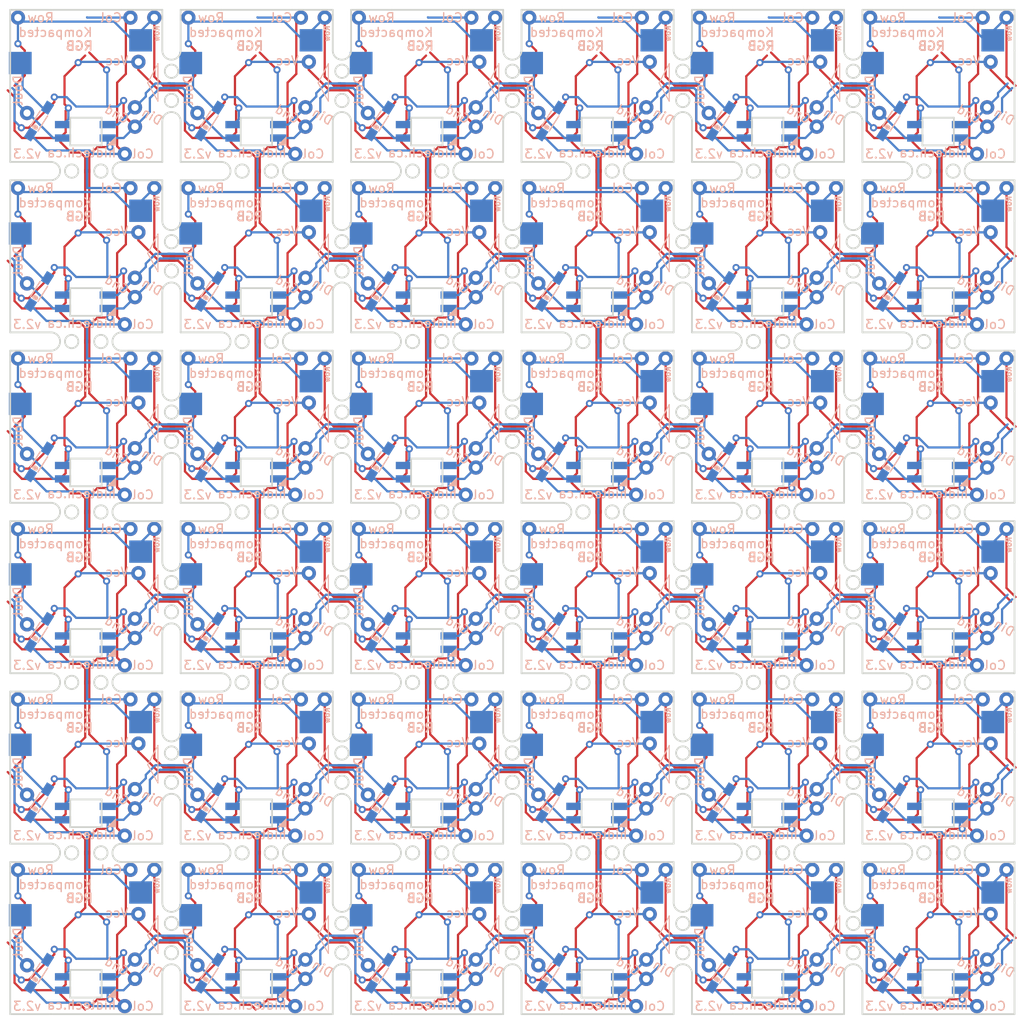
<source format=kicad_pcb>
(kicad_pcb (version 20200614) (host pcbnew "(5.99.0-2043-g129c16cf7)")
  (layers (0 "F.Cu" signal) (31 "B.Cu" signal) (34 "B.Paste" user) (35 "F.Paste" user) (36 "B.SilkS" user) (37 "F.SilkS" user) (38 "B.Mask" user) (39 "F.Mask" user) (44 "Edge.Cuts" user))
  (net 0 "")
  (net 1 "Net-(SW1-Pad11)")
  (net 2 "Net-(SW1-Pad16)")
  (net 3 "Net-(SW7-Pad10)")
  (net 4 "Net-(SW10-Pad13)")
  (net 5 "Net-(SW8-Pad1)")
  (net 6 "Net-(SW8-Pad10)")
  (net 7 "Net-(SW14-Pad14)")
  (module "footprints:ChocMx_Socket_bothsides" (layer "F.Cu") (at 226.4156 140.5666)
    (fp_text reference "SW8" hide)
    (fp_text value "SWITCH_PUSH_MXCHOC" hide)
    (fp_text user "RGB" (at -0.762 -4.445 unlocked) (layer "B.SilkS") (effects (font (thickness 0.2)) (justify mirror)))
    (fp_text user "Row" (at -5.08 -7.62 unlocked) (layer "B.SilkS") (effects (justify mirror)))
    (fp_text user "Row" (at 7.874 -5.842 90 unlocked) (layer "B.SilkS") (effects (font (size 0.6 0.6)) (justify mirror)))
    (fp_text user "Col" (at 2.794 -7.62 unlocked) (layer "B.SilkS") (effects (justify mirror)))
    (fp_text user "Col" (at 6.35 7.62 unlocked) (layer "B.SilkS") (effects (justify mirror)))
    (fp_text user "Vcc" (at 3.429 -2.794 unlocked) (layer "B.SilkS") (effects (justify mirror)))
    (fp_text user "Din" (at 7.366 3.426 -30 unlocked) (layer "B.SilkS") (effects (justify mirror)))
    (fp_text user "Gnd" (at 3.429 3.172 -30 unlocked) (layer "B.SilkS") (effects (justify mirror)))
    (fp_text user "Dout" (at -7.62 0.508 90 unlocked) (layer "B.SilkS") (effects (justify mirror)))
    (fp_text user "Kompacted" (at -3.429 -5.969 unlocked) (layer "B.SilkS") (effects (justify mirror)))
    (fp_text user "v2.3" (at -6.604 7.62 unlocked) (layer "B.SilkS") (effects (justify mirror)))
    (fp_text user "hidtech.ca" (at -0.508 7.493 unlocked) (layer "B.SilkS") (effects (justify mirror)))
    (pad "25" smd rect (at -6.22 5.44 57.5) (size 1.3 0.95) (layers "B.Cu" "B.Paste" "B.Mask") (net 7 "Net-(SW14-Pad14)"))
    (pad "24" smd rect (at -4.312586 2.44596 57.5) (size 1.3 0.95) (layers "B.Cu" "B.Paste" "B.Mask") (net 5 "Net-(SW8-Pad1)"))
    (pad "26" thru_hole circle (at 4.318 7.62) (size 1.6 1.6) (drill 0.8) (layers *.Cu *.Mask) (net 7 "Net-(SW14-Pad14)"))
    (pad "21" thru_hole circle (at 5.461 4.572) (size 1.6 1.6) (drill 0.8) (layers *.Cu *.Mask) (net 1 "Net-(SW1-Pad11)"))
    (pad "20" thru_hole circle (at 5.461 2.413) (size 1.6 1.6) (drill 0.8) (layers *.Cu *.Mask) (net 3 "Net-(SW7-Pad10)"))
    (pad "19" thru_hole circle (at 5.842 -2.667) (size 1.6 1.6) (drill 0.8) (layers *.Cu *.Mask) (net 2 "Net-(SW1-Pad16)"))
    (pad "17" thru_hole circle (at -6.604 3.048) (size 1.6 1.6) (drill 0.8) (layers *.Cu *.Mask) (net 6 "Net-(SW8-Pad10)"))
    (pad "14" thru_hole circle (at 4.953 -7.62) (size 1.6 1.6) (drill 0.8) (layers *.Cu *.Mask) (net 7 "Net-(SW14-Pad14)"))
    (pad "13" thru_hole circle (at -7.62 -7.62) (size 1.6 1.6) (drill 0.8) (layers *.Cu *.Mask) (net 4 "Net-(SW10-Pad13)"))
    (pad "15" thru_hole circle (at 7.62 -7.62) (size 1.6 1.6) (drill 0.8) (layers *.Cu *.Mask) (net 4 "Net-(SW10-Pad13)"))
    (pad "10" smd rect (at -2.587 5.842 180) (size 1.8 0.82) (layers "B.Cu" "B.Paste" "B.Mask") (net 6 "Net-(SW8-Pad10)"))
    (pad "9" smd rect (at -2.587 4.342 180) (size 1.8 0.82) (layers "B.Cu" "B.Paste" "B.Mask") (net 2 "Net-(SW1-Pad16)"))
    (pad "11" smd rect (at 2.413 5.842 180) (size 1.8 0.82) (layers "B.Cu" "B.Paste" "B.Mask") (net 1 "Net-(SW1-Pad11)"))
    (pad "12" smd rect (at 2.413 4.342 180) (size 1.8 0.82) (layers "B.Cu" "B.Paste" "B.Mask") (net 3 "Net-(SW7-Pad10)"))
    (pad "1" smd rect (at -7.36 -2.54) (size 2.55 2.5) (layers "B.Cu" "B.Paste" "B.Mask") (net 5 "Net-(SW8-Pad1)"))
    (pad "2" smd rect (at 6.09 -5.08) (size 2.55 2.5) (layers "B.Cu" "B.Paste" "B.Mask") (net 4 "Net-(SW10-Pad13)"))
    (pad "" np_thru_hole circle (at -3.81 -2.54) (size 3 3) (drill 3) (layers *.Cu *.Mask))
    (pad "" np_thru_hole circle (at 0 0) (size 4 4) (drill 4) (layers *.Cu *.Mask))
    (pad "" np_thru_hole circle (at 2.54 -5.08) (size 3 3) (drill 3) (layers *.Cu *.Mask))
    (pad "" np_thru_hole circle (at -5.08 0) (size 2 2) (drill 2) (layers *.Cu *.Mask))
    (pad "" np_thru_hole circle (at -5.5 0) (size 1.7018 1.7018) (drill 1.7018) (layers *.Cu *.Mask))
    (pad "" np_thru_hole circle (at 5.08 0 180) (size 2 2) (drill 2) (layers *.Cu *.Mask))
    (pad "" np_thru_hole circle (at 5.5 0 180) (size 1.7018 1.7018) (drill 1.7018) (layers *.Cu *.Mask))
  )
  (module "footprints:ChocMx_Socket_bothsides" (layer "F.Cu") (at 207.3656 140.5666)
    (fp_text reference "SW8" hide)
    (fp_text value "SWITCH_PUSH_MXCHOC" hide)
    (fp_text user "RGB" (at -0.762 -4.445 unlocked) (layer "B.SilkS") (effects (font (thickness 0.2)) (justify mirror)))
    (fp_text user "Row" (at -5.08 -7.62 unlocked) (layer "B.SilkS") (effects (justify mirror)))
    (fp_text user "Row" (at 7.874 -5.842 90 unlocked) (layer "B.SilkS") (effects (font (size 0.6 0.6)) (justify mirror)))
    (fp_text user "Col" (at 2.794 -7.62 unlocked) (layer "B.SilkS") (effects (justify mirror)))
    (fp_text user "Col" (at 6.35 7.62 unlocked) (layer "B.SilkS") (effects (justify mirror)))
    (fp_text user "Vcc" (at 3.429 -2.794 unlocked) (layer "B.SilkS") (effects (justify mirror)))
    (fp_text user "Din" (at 7.366 3.426 -30 unlocked) (layer "B.SilkS") (effects (justify mirror)))
    (fp_text user "Gnd" (at 3.429 3.172 -30 unlocked) (layer "B.SilkS") (effects (justify mirror)))
    (fp_text user "Dout" (at -7.62 0.508 90 unlocked) (layer "B.SilkS") (effects (justify mirror)))
    (fp_text user "Kompacted" (at -3.429 -5.969 unlocked) (layer "B.SilkS") (effects (justify mirror)))
    (fp_text user "v2.3" (at -6.604 7.62 unlocked) (layer "B.SilkS") (effects (justify mirror)))
    (fp_text user "hidtech.ca" (at -0.508 7.493 unlocked) (layer "B.SilkS") (effects (justify mirror)))
    (pad "25" smd rect (at -6.22 5.44 57.5) (size 1.3 0.95) (layers "B.Cu" "B.Paste" "B.Mask") (net 7 "Net-(SW14-Pad14)"))
    (pad "24" smd rect (at -4.312586 2.44596 57.5) (size 1.3 0.95) (layers "B.Cu" "B.Paste" "B.Mask") (net 5 "Net-(SW8-Pad1)"))
    (pad "26" thru_hole circle (at 4.318 7.62) (size 1.6 1.6) (drill 0.8) (layers *.Cu *.Mask) (net 7 "Net-(SW14-Pad14)"))
    (pad "21" thru_hole circle (at 5.461 4.572) (size 1.6 1.6) (drill 0.8) (layers *.Cu *.Mask) (net 1 "Net-(SW1-Pad11)"))
    (pad "20" thru_hole circle (at 5.461 2.413) (size 1.6 1.6) (drill 0.8) (layers *.Cu *.Mask) (net 3 "Net-(SW7-Pad10)"))
    (pad "19" thru_hole circle (at 5.842 -2.667) (size 1.6 1.6) (drill 0.8) (layers *.Cu *.Mask) (net 2 "Net-(SW1-Pad16)"))
    (pad "17" thru_hole circle (at -6.604 3.048) (size 1.6 1.6) (drill 0.8) (layers *.Cu *.Mask) (net 6 "Net-(SW8-Pad10)"))
    (pad "14" thru_hole circle (at 4.953 -7.62) (size 1.6 1.6) (drill 0.8) (layers *.Cu *.Mask) (net 7 "Net-(SW14-Pad14)"))
    (pad "13" thru_hole circle (at -7.62 -7.62) (size 1.6 1.6) (drill 0.8) (layers *.Cu *.Mask) (net 4 "Net-(SW10-Pad13)"))
    (pad "15" thru_hole circle (at 7.62 -7.62) (size 1.6 1.6) (drill 0.8) (layers *.Cu *.Mask) (net 4 "Net-(SW10-Pad13)"))
    (pad "10" smd rect (at -2.587 5.842 180) (size 1.8 0.82) (layers "B.Cu" "B.Paste" "B.Mask") (net 6 "Net-(SW8-Pad10)"))
    (pad "9" smd rect (at -2.587 4.342 180) (size 1.8 0.82) (layers "B.Cu" "B.Paste" "B.Mask") (net 2 "Net-(SW1-Pad16)"))
    (pad "11" smd rect (at 2.413 5.842 180) (size 1.8 0.82) (layers "B.Cu" "B.Paste" "B.Mask") (net 1 "Net-(SW1-Pad11)"))
    (pad "12" smd rect (at 2.413 4.342 180) (size 1.8 0.82) (layers "B.Cu" "B.Paste" "B.Mask") (net 3 "Net-(SW7-Pad10)"))
    (pad "1" smd rect (at -7.36 -2.54) (size 2.55 2.5) (layers "B.Cu" "B.Paste" "B.Mask") (net 5 "Net-(SW8-Pad1)"))
    (pad "2" smd rect (at 6.09 -5.08) (size 2.55 2.5) (layers "B.Cu" "B.Paste" "B.Mask") (net 4 "Net-(SW10-Pad13)"))
    (pad "" np_thru_hole circle (at -3.81 -2.54) (size 3 3) (drill 3) (layers *.Cu *.Mask))
    (pad "" np_thru_hole circle (at 0 0) (size 4 4) (drill 4) (layers *.Cu *.Mask))
    (pad "" np_thru_hole circle (at 2.54 -5.08) (size 3 3) (drill 3) (layers *.Cu *.Mask))
    (pad "" np_thru_hole circle (at -5.08 0) (size 2 2) (drill 2) (layers *.Cu *.Mask))
    (pad "" np_thru_hole circle (at -5.5 0) (size 1.7018 1.7018) (drill 1.7018) (layers *.Cu *.Mask))
    (pad "" np_thru_hole circle (at 5.08 0 180) (size 2 2) (drill 2) (layers *.Cu *.Mask))
    (pad "" np_thru_hole circle (at 5.5 0 180) (size 1.7018 1.7018) (drill 1.7018) (layers *.Cu *.Mask))
  )
  (module "footprints:ChocMx_Socket_bothsides" (layer "F.Cu") (at 188.3156 140.5666)
    (fp_text reference "SW8" hide)
    (fp_text value "SWITCH_PUSH_MXCHOC" hide)
    (fp_text user "RGB" (at -0.762 -4.445 unlocked) (layer "B.SilkS") (effects (font (thickness 0.2)) (justify mirror)))
    (fp_text user "Row" (at -5.08 -7.62 unlocked) (layer "B.SilkS") (effects (justify mirror)))
    (fp_text user "Row" (at 7.874 -5.842 90 unlocked) (layer "B.SilkS") (effects (font (size 0.6 0.6)) (justify mirror)))
    (fp_text user "Col" (at 2.794 -7.62 unlocked) (layer "B.SilkS") (effects (justify mirror)))
    (fp_text user "Col" (at 6.35 7.62 unlocked) (layer "B.SilkS") (effects (justify mirror)))
    (fp_text user "Vcc" (at 3.429 -2.794 unlocked) (layer "B.SilkS") (effects (justify mirror)))
    (fp_text user "Din" (at 7.366 3.426 -30 unlocked) (layer "B.SilkS") (effects (justify mirror)))
    (fp_text user "Gnd" (at 3.429 3.172 -30 unlocked) (layer "B.SilkS") (effects (justify mirror)))
    (fp_text user "Dout" (at -7.62 0.508 90 unlocked) (layer "B.SilkS") (effects (justify mirror)))
    (fp_text user "Kompacted" (at -3.429 -5.969 unlocked) (layer "B.SilkS") (effects (justify mirror)))
    (fp_text user "v2.3" (at -6.604 7.62 unlocked) (layer "B.SilkS") (effects (justify mirror)))
    (fp_text user "hidtech.ca" (at -0.508 7.493 unlocked) (layer "B.SilkS") (effects (justify mirror)))
    (pad "25" smd rect (at -6.22 5.44 57.5) (size 1.3 0.95) (layers "B.Cu" "B.Paste" "B.Mask") (net 7 "Net-(SW14-Pad14)"))
    (pad "24" smd rect (at -4.312586 2.44596 57.5) (size 1.3 0.95) (layers "B.Cu" "B.Paste" "B.Mask") (net 5 "Net-(SW8-Pad1)"))
    (pad "26" thru_hole circle (at 4.318 7.62) (size 1.6 1.6) (drill 0.8) (layers *.Cu *.Mask) (net 7 "Net-(SW14-Pad14)"))
    (pad "21" thru_hole circle (at 5.461 4.572) (size 1.6 1.6) (drill 0.8) (layers *.Cu *.Mask) (net 1 "Net-(SW1-Pad11)"))
    (pad "20" thru_hole circle (at 5.461 2.413) (size 1.6 1.6) (drill 0.8) (layers *.Cu *.Mask) (net 3 "Net-(SW7-Pad10)"))
    (pad "19" thru_hole circle (at 5.842 -2.667) (size 1.6 1.6) (drill 0.8) (layers *.Cu *.Mask) (net 2 "Net-(SW1-Pad16)"))
    (pad "17" thru_hole circle (at -6.604 3.048) (size 1.6 1.6) (drill 0.8) (layers *.Cu *.Mask) (net 6 "Net-(SW8-Pad10)"))
    (pad "14" thru_hole circle (at 4.953 -7.62) (size 1.6 1.6) (drill 0.8) (layers *.Cu *.Mask) (net 7 "Net-(SW14-Pad14)"))
    (pad "13" thru_hole circle (at -7.62 -7.62) (size 1.6 1.6) (drill 0.8) (layers *.Cu *.Mask) (net 4 "Net-(SW10-Pad13)"))
    (pad "15" thru_hole circle (at 7.62 -7.62) (size 1.6 1.6) (drill 0.8) (layers *.Cu *.Mask) (net 4 "Net-(SW10-Pad13)"))
    (pad "10" smd rect (at -2.587 5.842 180) (size 1.8 0.82) (layers "B.Cu" "B.Paste" "B.Mask") (net 6 "Net-(SW8-Pad10)"))
    (pad "9" smd rect (at -2.587 4.342 180) (size 1.8 0.82) (layers "B.Cu" "B.Paste" "B.Mask") (net 2 "Net-(SW1-Pad16)"))
    (pad "11" smd rect (at 2.413 5.842 180) (size 1.8 0.82) (layers "B.Cu" "B.Paste" "B.Mask") (net 1 "Net-(SW1-Pad11)"))
    (pad "12" smd rect (at 2.413 4.342 180) (size 1.8 0.82) (layers "B.Cu" "B.Paste" "B.Mask") (net 3 "Net-(SW7-Pad10)"))
    (pad "1" smd rect (at -7.36 -2.54) (size 2.55 2.5) (layers "B.Cu" "B.Paste" "B.Mask") (net 5 "Net-(SW8-Pad1)"))
    (pad "2" smd rect (at 6.09 -5.08) (size 2.55 2.5) (layers "B.Cu" "B.Paste" "B.Mask") (net 4 "Net-(SW10-Pad13)"))
    (pad "" np_thru_hole circle (at -3.81 -2.54) (size 3 3) (drill 3) (layers *.Cu *.Mask))
    (pad "" np_thru_hole circle (at 0 0) (size 4 4) (drill 4) (layers *.Cu *.Mask))
    (pad "" np_thru_hole circle (at 2.54 -5.08) (size 3 3) (drill 3) (layers *.Cu *.Mask))
    (pad "" np_thru_hole circle (at -5.08 0) (size 2 2) (drill 2) (layers *.Cu *.Mask))
    (pad "" np_thru_hole circle (at -5.5 0) (size 1.7018 1.7018) (drill 1.7018) (layers *.Cu *.Mask))
    (pad "" np_thru_hole circle (at 5.08 0 180) (size 2 2) (drill 2) (layers *.Cu *.Mask))
    (pad "" np_thru_hole circle (at 5.5 0 180) (size 1.7018 1.7018) (drill 1.7018) (layers *.Cu *.Mask))
  )
  (module "footprints:ChocMx_Socket_bothsides" (layer "F.Cu") (at 169.2656 140.5666)
    (fp_text reference "SW8" hide)
    (fp_text value "SWITCH_PUSH_MXCHOC" hide)
    (fp_text user "RGB" (at -0.762 -4.445 unlocked) (layer "B.SilkS") (effects (font (thickness 0.2)) (justify mirror)))
    (fp_text user "Row" (at -5.08 -7.62 unlocked) (layer "B.SilkS") (effects (justify mirror)))
    (fp_text user "Row" (at 7.874 -5.842 90 unlocked) (layer "B.SilkS") (effects (font (size 0.6 0.6)) (justify mirror)))
    (fp_text user "Col" (at 2.794 -7.62 unlocked) (layer "B.SilkS") (effects (justify mirror)))
    (fp_text user "Col" (at 6.35 7.62 unlocked) (layer "B.SilkS") (effects (justify mirror)))
    (fp_text user "Vcc" (at 3.429 -2.794 unlocked) (layer "B.SilkS") (effects (justify mirror)))
    (fp_text user "Din" (at 7.366 3.426 -30 unlocked) (layer "B.SilkS") (effects (justify mirror)))
    (fp_text user "Gnd" (at 3.429 3.172 -30 unlocked) (layer "B.SilkS") (effects (justify mirror)))
    (fp_text user "Dout" (at -7.62 0.508 90 unlocked) (layer "B.SilkS") (effects (justify mirror)))
    (fp_text user "Kompacted" (at -3.429 -5.969 unlocked) (layer "B.SilkS") (effects (justify mirror)))
    (fp_text user "v2.3" (at -6.604 7.62 unlocked) (layer "B.SilkS") (effects (justify mirror)))
    (fp_text user "hidtech.ca" (at -0.508 7.493 unlocked) (layer "B.SilkS") (effects (justify mirror)))
    (pad "25" smd rect (at -6.22 5.44 57.5) (size 1.3 0.95) (layers "B.Cu" "B.Paste" "B.Mask") (net 7 "Net-(SW14-Pad14)"))
    (pad "24" smd rect (at -4.312586 2.44596 57.5) (size 1.3 0.95) (layers "B.Cu" "B.Paste" "B.Mask") (net 5 "Net-(SW8-Pad1)"))
    (pad "26" thru_hole circle (at 4.318 7.62) (size 1.6 1.6) (drill 0.8) (layers *.Cu *.Mask) (net 7 "Net-(SW14-Pad14)"))
    (pad "21" thru_hole circle (at 5.461 4.572) (size 1.6 1.6) (drill 0.8) (layers *.Cu *.Mask) (net 1 "Net-(SW1-Pad11)"))
    (pad "20" thru_hole circle (at 5.461 2.413) (size 1.6 1.6) (drill 0.8) (layers *.Cu *.Mask) (net 3 "Net-(SW7-Pad10)"))
    (pad "19" thru_hole circle (at 5.842 -2.667) (size 1.6 1.6) (drill 0.8) (layers *.Cu *.Mask) (net 2 "Net-(SW1-Pad16)"))
    (pad "17" thru_hole circle (at -6.604 3.048) (size 1.6 1.6) (drill 0.8) (layers *.Cu *.Mask) (net 6 "Net-(SW8-Pad10)"))
    (pad "14" thru_hole circle (at 4.953 -7.62) (size 1.6 1.6) (drill 0.8) (layers *.Cu *.Mask) (net 7 "Net-(SW14-Pad14)"))
    (pad "13" thru_hole circle (at -7.62 -7.62) (size 1.6 1.6) (drill 0.8) (layers *.Cu *.Mask) (net 4 "Net-(SW10-Pad13)"))
    (pad "15" thru_hole circle (at 7.62 -7.62) (size 1.6 1.6) (drill 0.8) (layers *.Cu *.Mask) (net 4 "Net-(SW10-Pad13)"))
    (pad "10" smd rect (at -2.587 5.842 180) (size 1.8 0.82) (layers "B.Cu" "B.Paste" "B.Mask") (net 6 "Net-(SW8-Pad10)"))
    (pad "9" smd rect (at -2.587 4.342 180) (size 1.8 0.82) (layers "B.Cu" "B.Paste" "B.Mask") (net 2 "Net-(SW1-Pad16)"))
    (pad "11" smd rect (at 2.413 5.842 180) (size 1.8 0.82) (layers "B.Cu" "B.Paste" "B.Mask") (net 1 "Net-(SW1-Pad11)"))
    (pad "12" smd rect (at 2.413 4.342 180) (size 1.8 0.82) (layers "B.Cu" "B.Paste" "B.Mask") (net 3 "Net-(SW7-Pad10)"))
    (pad "1" smd rect (at -7.36 -2.54) (size 2.55 2.5) (layers "B.Cu" "B.Paste" "B.Mask") (net 5 "Net-(SW8-Pad1)"))
    (pad "2" smd rect (at 6.09 -5.08) (size 2.55 2.5) (layers "B.Cu" "B.Paste" "B.Mask") (net 4 "Net-(SW10-Pad13)"))
    (pad "" np_thru_hole circle (at -3.81 -2.54) (size 3 3) (drill 3) (layers *.Cu *.Mask))
    (pad "" np_thru_hole circle (at 0 0) (size 4 4) (drill 4) (layers *.Cu *.Mask))
    (pad "" np_thru_hole circle (at 2.54 -5.08) (size 3 3) (drill 3) (layers *.Cu *.Mask))
    (pad "" np_thru_hole circle (at -5.08 0) (size 2 2) (drill 2) (layers *.Cu *.Mask))
    (pad "" np_thru_hole circle (at -5.5 0) (size 1.7018 1.7018) (drill 1.7018) (layers *.Cu *.Mask))
    (pad "" np_thru_hole circle (at 5.08 0 180) (size 2 2) (drill 2) (layers *.Cu *.Mask))
    (pad "" np_thru_hole circle (at 5.5 0 180) (size 1.7018 1.7018) (drill 1.7018) (layers *.Cu *.Mask))
  )
  (module "footprints:ChocMx_Socket_bothsides" (layer "F.Cu") (at 150.2156 140.5666)
    (fp_text reference "SW8" hide)
    (fp_text value "SWITCH_PUSH_MXCHOC" hide)
    (fp_text user "RGB" (at -0.762 -4.445 unlocked) (layer "B.SilkS") (effects (font (thickness 0.2)) (justify mirror)))
    (fp_text user "Row" (at -5.08 -7.62 unlocked) (layer "B.SilkS") (effects (justify mirror)))
    (fp_text user "Row" (at 7.874 -5.842 90 unlocked) (layer "B.SilkS") (effects (font (size 0.6 0.6)) (justify mirror)))
    (fp_text user "Col" (at 2.794 -7.62 unlocked) (layer "B.SilkS") (effects (justify mirror)))
    (fp_text user "Col" (at 6.35 7.62 unlocked) (layer "B.SilkS") (effects (justify mirror)))
    (fp_text user "Vcc" (at 3.429 -2.794 unlocked) (layer "B.SilkS") (effects (justify mirror)))
    (fp_text user "Din" (at 7.366 3.426 -30 unlocked) (layer "B.SilkS") (effects (justify mirror)))
    (fp_text user "Gnd" (at 3.429 3.172 -30 unlocked) (layer "B.SilkS") (effects (justify mirror)))
    (fp_text user "Dout" (at -7.62 0.508 90 unlocked) (layer "B.SilkS") (effects (justify mirror)))
    (fp_text user "Kompacted" (at -3.429 -5.969 unlocked) (layer "B.SilkS") (effects (justify mirror)))
    (fp_text user "v2.3" (at -6.604 7.62 unlocked) (layer "B.SilkS") (effects (justify mirror)))
    (fp_text user "hidtech.ca" (at -0.508 7.493 unlocked) (layer "B.SilkS") (effects (justify mirror)))
    (pad "25" smd rect (at -6.22 5.44 57.5) (size 1.3 0.95) (layers "B.Cu" "B.Paste" "B.Mask") (net 7 "Net-(SW14-Pad14)"))
    (pad "24" smd rect (at -4.312586 2.44596 57.5) (size 1.3 0.95) (layers "B.Cu" "B.Paste" "B.Mask") (net 5 "Net-(SW8-Pad1)"))
    (pad "26" thru_hole circle (at 4.318 7.62) (size 1.6 1.6) (drill 0.8) (layers *.Cu *.Mask) (net 7 "Net-(SW14-Pad14)"))
    (pad "21" thru_hole circle (at 5.461 4.572) (size 1.6 1.6) (drill 0.8) (layers *.Cu *.Mask) (net 1 "Net-(SW1-Pad11)"))
    (pad "20" thru_hole circle (at 5.461 2.413) (size 1.6 1.6) (drill 0.8) (layers *.Cu *.Mask) (net 3 "Net-(SW7-Pad10)"))
    (pad "19" thru_hole circle (at 5.842 -2.667) (size 1.6 1.6) (drill 0.8) (layers *.Cu *.Mask) (net 2 "Net-(SW1-Pad16)"))
    (pad "17" thru_hole circle (at -6.604 3.048) (size 1.6 1.6) (drill 0.8) (layers *.Cu *.Mask) (net 6 "Net-(SW8-Pad10)"))
    (pad "14" thru_hole circle (at 4.953 -7.62) (size 1.6 1.6) (drill 0.8) (layers *.Cu *.Mask) (net 7 "Net-(SW14-Pad14)"))
    (pad "13" thru_hole circle (at -7.62 -7.62) (size 1.6 1.6) (drill 0.8) (layers *.Cu *.Mask) (net 4 "Net-(SW10-Pad13)"))
    (pad "15" thru_hole circle (at 7.62 -7.62) (size 1.6 1.6) (drill 0.8) (layers *.Cu *.Mask) (net 4 "Net-(SW10-Pad13)"))
    (pad "10" smd rect (at -2.587 5.842 180) (size 1.8 0.82) (layers "B.Cu" "B.Paste" "B.Mask") (net 6 "Net-(SW8-Pad10)"))
    (pad "9" smd rect (at -2.587 4.342 180) (size 1.8 0.82) (layers "B.Cu" "B.Paste" "B.Mask") (net 2 "Net-(SW1-Pad16)"))
    (pad "11" smd rect (at 2.413 5.842 180) (size 1.8 0.82) (layers "B.Cu" "B.Paste" "B.Mask") (net 1 "Net-(SW1-Pad11)"))
    (pad "12" smd rect (at 2.413 4.342 180) (size 1.8 0.82) (layers "B.Cu" "B.Paste" "B.Mask") (net 3 "Net-(SW7-Pad10)"))
    (pad "1" smd rect (at -7.36 -2.54) (size 2.55 2.5) (layers "B.Cu" "B.Paste" "B.Mask") (net 5 "Net-(SW8-Pad1)"))
    (pad "2" smd rect (at 6.09 -5.08) (size 2.55 2.5) (layers "B.Cu" "B.Paste" "B.Mask") (net 4 "Net-(SW10-Pad13)"))
    (pad "" np_thru_hole circle (at -3.81 -2.54) (size 3 3) (drill 3) (layers *.Cu *.Mask))
    (pad "" np_thru_hole circle (at 0 0) (size 4 4) (drill 4) (layers *.Cu *.Mask))
    (pad "" np_thru_hole circle (at 2.54 -5.08) (size 3 3) (drill 3) (layers *.Cu *.Mask))
    (pad "" np_thru_hole circle (at -5.08 0) (size 2 2) (drill 2) (layers *.Cu *.Mask))
    (pad "" np_thru_hole circle (at -5.5 0) (size 1.7018 1.7018) (drill 1.7018) (layers *.Cu *.Mask))
    (pad "" np_thru_hole circle (at 5.08 0 180) (size 2 2) (drill 2) (layers *.Cu *.Mask))
    (pad "" np_thru_hole circle (at 5.5 0 180) (size 1.7018 1.7018) (drill 1.7018) (layers *.Cu *.Mask))
  )
  (module "footprints:ChocMx_Socket_bothsides" (layer "F.Cu") (at 131.1656 140.5666)
    (fp_text reference "SW8" hide)
    (fp_text value "SWITCH_PUSH_MXCHOC" hide)
    (fp_text user "RGB" (at -0.762 -4.445 unlocked) (layer "B.SilkS") (effects (font (thickness 0.2)) (justify mirror)))
    (fp_text user "Row" (at -5.08 -7.62 unlocked) (layer "B.SilkS") (effects (justify mirror)))
    (fp_text user "Row" (at 7.874 -5.842 90 unlocked) (layer "B.SilkS") (effects (font (size 0.6 0.6)) (justify mirror)))
    (fp_text user "Col" (at 2.794 -7.62 unlocked) (layer "B.SilkS") (effects (justify mirror)))
    (fp_text user "Col" (at 6.35 7.62 unlocked) (layer "B.SilkS") (effects (justify mirror)))
    (fp_text user "Vcc" (at 3.429 -2.794 unlocked) (layer "B.SilkS") (effects (justify mirror)))
    (fp_text user "Din" (at 7.366 3.426 -30 unlocked) (layer "B.SilkS") (effects (justify mirror)))
    (fp_text user "Gnd" (at 3.429 3.172 -30 unlocked) (layer "B.SilkS") (effects (justify mirror)))
    (fp_text user "Dout" (at -7.62 0.508 90 unlocked) (layer "B.SilkS") (effects (justify mirror)))
    (fp_text user "Kompacted" (at -3.429 -5.969 unlocked) (layer "B.SilkS") (effects (justify mirror)))
    (fp_text user "v2.3" (at -6.604 7.62 unlocked) (layer "B.SilkS") (effects (justify mirror)))
    (fp_text user "hidtech.ca" (at -0.508 7.493 unlocked) (layer "B.SilkS") (effects (justify mirror)))
    (pad "25" smd rect (at -6.22 5.44 57.5) (size 1.3 0.95) (layers "B.Cu" "B.Paste" "B.Mask") (net 7 "Net-(SW14-Pad14)"))
    (pad "24" smd rect (at -4.312586 2.44596 57.5) (size 1.3 0.95) (layers "B.Cu" "B.Paste" "B.Mask") (net 5 "Net-(SW8-Pad1)"))
    (pad "26" thru_hole circle (at 4.318 7.62) (size 1.6 1.6) (drill 0.8) (layers *.Cu *.Mask) (net 7 "Net-(SW14-Pad14)"))
    (pad "21" thru_hole circle (at 5.461 4.572) (size 1.6 1.6) (drill 0.8) (layers *.Cu *.Mask) (net 1 "Net-(SW1-Pad11)"))
    (pad "20" thru_hole circle (at 5.461 2.413) (size 1.6 1.6) (drill 0.8) (layers *.Cu *.Mask) (net 3 "Net-(SW7-Pad10)"))
    (pad "19" thru_hole circle (at 5.842 -2.667) (size 1.6 1.6) (drill 0.8) (layers *.Cu *.Mask) (net 2 "Net-(SW1-Pad16)"))
    (pad "17" thru_hole circle (at -6.604 3.048) (size 1.6 1.6) (drill 0.8) (layers *.Cu *.Mask) (net 6 "Net-(SW8-Pad10)"))
    (pad "14" thru_hole circle (at 4.953 -7.62) (size 1.6 1.6) (drill 0.8) (layers *.Cu *.Mask) (net 7 "Net-(SW14-Pad14)"))
    (pad "13" thru_hole circle (at -7.62 -7.62) (size 1.6 1.6) (drill 0.8) (layers *.Cu *.Mask) (net 4 "Net-(SW10-Pad13)"))
    (pad "15" thru_hole circle (at 7.62 -7.62) (size 1.6 1.6) (drill 0.8) (layers *.Cu *.Mask) (net 4 "Net-(SW10-Pad13)"))
    (pad "10" smd rect (at -2.587 5.842 180) (size 1.8 0.82) (layers "B.Cu" "B.Paste" "B.Mask") (net 6 "Net-(SW8-Pad10)"))
    (pad "9" smd rect (at -2.587 4.342 180) (size 1.8 0.82) (layers "B.Cu" "B.Paste" "B.Mask") (net 2 "Net-(SW1-Pad16)"))
    (pad "11" smd rect (at 2.413 5.842 180) (size 1.8 0.82) (layers "B.Cu" "B.Paste" "B.Mask") (net 1 "Net-(SW1-Pad11)"))
    (pad "12" smd rect (at 2.413 4.342 180) (size 1.8 0.82) (layers "B.Cu" "B.Paste" "B.Mask") (net 3 "Net-(SW7-Pad10)"))
    (pad "1" smd rect (at -7.36 -2.54) (size 2.55 2.5) (layers "B.Cu" "B.Paste" "B.Mask") (net 5 "Net-(SW8-Pad1)"))
    (pad "2" smd rect (at 6.09 -5.08) (size 2.55 2.5) (layers "B.Cu" "B.Paste" "B.Mask") (net 4 "Net-(SW10-Pad13)"))
    (pad "" np_thru_hole circle (at -3.81 -2.54) (size 3 3) (drill 3) (layers *.Cu *.Mask))
    (pad "" np_thru_hole circle (at 0 0) (size 4 4) (drill 4) (layers *.Cu *.Mask))
    (pad "" np_thru_hole circle (at 2.54 -5.08) (size 3 3) (drill 3) (layers *.Cu *.Mask))
    (pad "" np_thru_hole circle (at -5.08 0) (size 2 2) (drill 2) (layers *.Cu *.Mask))
    (pad "" np_thru_hole circle (at -5.5 0) (size 1.7018 1.7018) (drill 1.7018) (layers *.Cu *.Mask))
    (pad "" np_thru_hole circle (at 5.08 0 180) (size 2 2) (drill 2) (layers *.Cu *.Mask))
    (pad "" np_thru_hole circle (at 5.5 0 180) (size 1.7018 1.7018) (drill 1.7018) (layers *.Cu *.Mask))
  )
  (module "footprints:ChocMx_Socket_bothsides" (layer "F.Cu") (at 226.4156 121.5166)
    (fp_text reference "SW8" hide)
    (fp_text value "SWITCH_PUSH_MXCHOC" hide)
    (fp_text user "RGB" (at -0.762 -4.445 unlocked) (layer "B.SilkS") (effects (font (thickness 0.2)) (justify mirror)))
    (fp_text user "Row" (at -5.08 -7.62 unlocked) (layer "B.SilkS") (effects (justify mirror)))
    (fp_text user "Row" (at 7.874 -5.842 90 unlocked) (layer "B.SilkS") (effects (font (size 0.6 0.6)) (justify mirror)))
    (fp_text user "Col" (at 2.794 -7.62 unlocked) (layer "B.SilkS") (effects (justify mirror)))
    (fp_text user "Col" (at 6.35 7.62 unlocked) (layer "B.SilkS") (effects (justify mirror)))
    (fp_text user "Vcc" (at 3.429 -2.794 unlocked) (layer "B.SilkS") (effects (justify mirror)))
    (fp_text user "Din" (at 7.366 3.426 -30 unlocked) (layer "B.SilkS") (effects (justify mirror)))
    (fp_text user "Gnd" (at 3.429 3.172 -30 unlocked) (layer "B.SilkS") (effects (justify mirror)))
    (fp_text user "Dout" (at -7.62 0.508 90 unlocked) (layer "B.SilkS") (effects (justify mirror)))
    (fp_text user "Kompacted" (at -3.429 -5.969 unlocked) (layer "B.SilkS") (effects (justify mirror)))
    (fp_text user "v2.3" (at -6.604 7.62 unlocked) (layer "B.SilkS") (effects (justify mirror)))
    (fp_text user "hidtech.ca" (at -0.508 7.493 unlocked) (layer "B.SilkS") (effects (justify mirror)))
    (pad "25" smd rect (at -6.22 5.44 57.5) (size 1.3 0.95) (layers "B.Cu" "B.Paste" "B.Mask") (net 7 "Net-(SW14-Pad14)"))
    (pad "24" smd rect (at -4.312586 2.44596 57.5) (size 1.3 0.95) (layers "B.Cu" "B.Paste" "B.Mask") (net 5 "Net-(SW8-Pad1)"))
    (pad "26" thru_hole circle (at 4.318 7.62) (size 1.6 1.6) (drill 0.8) (layers *.Cu *.Mask) (net 7 "Net-(SW14-Pad14)"))
    (pad "21" thru_hole circle (at 5.461 4.572) (size 1.6 1.6) (drill 0.8) (layers *.Cu *.Mask) (net 1 "Net-(SW1-Pad11)"))
    (pad "20" thru_hole circle (at 5.461 2.413) (size 1.6 1.6) (drill 0.8) (layers *.Cu *.Mask) (net 3 "Net-(SW7-Pad10)"))
    (pad "19" thru_hole circle (at 5.842 -2.667) (size 1.6 1.6) (drill 0.8) (layers *.Cu *.Mask) (net 2 "Net-(SW1-Pad16)"))
    (pad "17" thru_hole circle (at -6.604 3.048) (size 1.6 1.6) (drill 0.8) (layers *.Cu *.Mask) (net 6 "Net-(SW8-Pad10)"))
    (pad "14" thru_hole circle (at 4.953 -7.62) (size 1.6 1.6) (drill 0.8) (layers *.Cu *.Mask) (net 7 "Net-(SW14-Pad14)"))
    (pad "13" thru_hole circle (at -7.62 -7.62) (size 1.6 1.6) (drill 0.8) (layers *.Cu *.Mask) (net 4 "Net-(SW10-Pad13)"))
    (pad "15" thru_hole circle (at 7.62 -7.62) (size 1.6 1.6) (drill 0.8) (layers *.Cu *.Mask) (net 4 "Net-(SW10-Pad13)"))
    (pad "10" smd rect (at -2.587 5.842 180) (size 1.8 0.82) (layers "B.Cu" "B.Paste" "B.Mask") (net 6 "Net-(SW8-Pad10)"))
    (pad "9" smd rect (at -2.587 4.342 180) (size 1.8 0.82) (layers "B.Cu" "B.Paste" "B.Mask") (net 2 "Net-(SW1-Pad16)"))
    (pad "11" smd rect (at 2.413 5.842 180) (size 1.8 0.82) (layers "B.Cu" "B.Paste" "B.Mask") (net 1 "Net-(SW1-Pad11)"))
    (pad "12" smd rect (at 2.413 4.342 180) (size 1.8 0.82) (layers "B.Cu" "B.Paste" "B.Mask") (net 3 "Net-(SW7-Pad10)"))
    (pad "1" smd rect (at -7.36 -2.54) (size 2.55 2.5) (layers "B.Cu" "B.Paste" "B.Mask") (net 5 "Net-(SW8-Pad1)"))
    (pad "2" smd rect (at 6.09 -5.08) (size 2.55 2.5) (layers "B.Cu" "B.Paste" "B.Mask") (net 4 "Net-(SW10-Pad13)"))
    (pad "" np_thru_hole circle (at -3.81 -2.54) (size 3 3) (drill 3) (layers *.Cu *.Mask))
    (pad "" np_thru_hole circle (at 0 0) (size 4 4) (drill 4) (layers *.Cu *.Mask))
    (pad "" np_thru_hole circle (at 2.54 -5.08) (size 3 3) (drill 3) (layers *.Cu *.Mask))
    (pad "" np_thru_hole circle (at -5.08 0) (size 2 2) (drill 2) (layers *.Cu *.Mask))
    (pad "" np_thru_hole circle (at -5.5 0) (size 1.7018 1.7018) (drill 1.7018) (layers *.Cu *.Mask))
    (pad "" np_thru_hole circle (at 5.08 0 180) (size 2 2) (drill 2) (layers *.Cu *.Mask))
    (pad "" np_thru_hole circle (at 5.5 0 180) (size 1.7018 1.7018) (drill 1.7018) (layers *.Cu *.Mask))
  )
  (module "footprints:ChocMx_Socket_bothsides" (layer "F.Cu") (at 207.3656 121.5166)
    (fp_text reference "SW8" hide)
    (fp_text value "SWITCH_PUSH_MXCHOC" hide)
    (fp_text user "RGB" (at -0.762 -4.445 unlocked) (layer "B.SilkS") (effects (font (thickness 0.2)) (justify mirror)))
    (fp_text user "Row" (at -5.08 -7.62 unlocked) (layer "B.SilkS") (effects (justify mirror)))
    (fp_text user "Row" (at 7.874 -5.842 90 unlocked) (layer "B.SilkS") (effects (font (size 0.6 0.6)) (justify mirror)))
    (fp_text user "Col" (at 2.794 -7.62 unlocked) (layer "B.SilkS") (effects (justify mirror)))
    (fp_text user "Col" (at 6.35 7.62 unlocked) (layer "B.SilkS") (effects (justify mirror)))
    (fp_text user "Vcc" (at 3.429 -2.794 unlocked) (layer "B.SilkS") (effects (justify mirror)))
    (fp_text user "Din" (at 7.366 3.426 -30 unlocked) (layer "B.SilkS") (effects (justify mirror)))
    (fp_text user "Gnd" (at 3.429 3.172 -30 unlocked) (layer "B.SilkS") (effects (justify mirror)))
    (fp_text user "Dout" (at -7.62 0.508 90 unlocked) (layer "B.SilkS") (effects (justify mirror)))
    (fp_text user "Kompacted" (at -3.429 -5.969 unlocked) (layer "B.SilkS") (effects (justify mirror)))
    (fp_text user "v2.3" (at -6.604 7.62 unlocked) (layer "B.SilkS") (effects (justify mirror)))
    (fp_text user "hidtech.ca" (at -0.508 7.493 unlocked) (layer "B.SilkS") (effects (justify mirror)))
    (pad "25" smd rect (at -6.22 5.44 57.5) (size 1.3 0.95) (layers "B.Cu" "B.Paste" "B.Mask") (net 7 "Net-(SW14-Pad14)"))
    (pad "24" smd rect (at -4.312586 2.44596 57.5) (size 1.3 0.95) (layers "B.Cu" "B.Paste" "B.Mask") (net 5 "Net-(SW8-Pad1)"))
    (pad "26" thru_hole circle (at 4.318 7.62) (size 1.6 1.6) (drill 0.8) (layers *.Cu *.Mask) (net 7 "Net-(SW14-Pad14)"))
    (pad "21" thru_hole circle (at 5.461 4.572) (size 1.6 1.6) (drill 0.8) (layers *.Cu *.Mask) (net 1 "Net-(SW1-Pad11)"))
    (pad "20" thru_hole circle (at 5.461 2.413) (size 1.6 1.6) (drill 0.8) (layers *.Cu *.Mask) (net 3 "Net-(SW7-Pad10)"))
    (pad "19" thru_hole circle (at 5.842 -2.667) (size 1.6 1.6) (drill 0.8) (layers *.Cu *.Mask) (net 2 "Net-(SW1-Pad16)"))
    (pad "17" thru_hole circle (at -6.604 3.048) (size 1.6 1.6) (drill 0.8) (layers *.Cu *.Mask) (net 6 "Net-(SW8-Pad10)"))
    (pad "14" thru_hole circle (at 4.953 -7.62) (size 1.6 1.6) (drill 0.8) (layers *.Cu *.Mask) (net 7 "Net-(SW14-Pad14)"))
    (pad "13" thru_hole circle (at -7.62 -7.62) (size 1.6 1.6) (drill 0.8) (layers *.Cu *.Mask) (net 4 "Net-(SW10-Pad13)"))
    (pad "15" thru_hole circle (at 7.62 -7.62) (size 1.6 1.6) (drill 0.8) (layers *.Cu *.Mask) (net 4 "Net-(SW10-Pad13)"))
    (pad "10" smd rect (at -2.587 5.842 180) (size 1.8 0.82) (layers "B.Cu" "B.Paste" "B.Mask") (net 6 "Net-(SW8-Pad10)"))
    (pad "9" smd rect (at -2.587 4.342 180) (size 1.8 0.82) (layers "B.Cu" "B.Paste" "B.Mask") (net 2 "Net-(SW1-Pad16)"))
    (pad "11" smd rect (at 2.413 5.842 180) (size 1.8 0.82) (layers "B.Cu" "B.Paste" "B.Mask") (net 1 "Net-(SW1-Pad11)"))
    (pad "12" smd rect (at 2.413 4.342 180) (size 1.8 0.82) (layers "B.Cu" "B.Paste" "B.Mask") (net 3 "Net-(SW7-Pad10)"))
    (pad "1" smd rect (at -7.36 -2.54) (size 2.55 2.5) (layers "B.Cu" "B.Paste" "B.Mask") (net 5 "Net-(SW8-Pad1)"))
    (pad "2" smd rect (at 6.09 -5.08) (size 2.55 2.5) (layers "B.Cu" "B.Paste" "B.Mask") (net 4 "Net-(SW10-Pad13)"))
    (pad "" np_thru_hole circle (at -3.81 -2.54) (size 3 3) (drill 3) (layers *.Cu *.Mask))
    (pad "" np_thru_hole circle (at 0 0) (size 4 4) (drill 4) (layers *.Cu *.Mask))
    (pad "" np_thru_hole circle (at 2.54 -5.08) (size 3 3) (drill 3) (layers *.Cu *.Mask))
    (pad "" np_thru_hole circle (at -5.08 0) (size 2 2) (drill 2) (layers *.Cu *.Mask))
    (pad "" np_thru_hole circle (at -5.5 0) (size 1.7018 1.7018) (drill 1.7018) (layers *.Cu *.Mask))
    (pad "" np_thru_hole circle (at 5.08 0 180) (size 2 2) (drill 2) (layers *.Cu *.Mask))
    (pad "" np_thru_hole circle (at 5.5 0 180) (size 1.7018 1.7018) (drill 1.7018) (layers *.Cu *.Mask))
  )
  (module "footprints:ChocMx_Socket_bothsides" (layer "F.Cu") (at 188.3156 121.5166)
    (fp_text reference "SW8" hide)
    (fp_text value "SWITCH_PUSH_MXCHOC" hide)
    (fp_text user "RGB" (at -0.762 -4.445 unlocked) (layer "B.SilkS") (effects (font (thickness 0.2)) (justify mirror)))
    (fp_text user "Row" (at -5.08 -7.62 unlocked) (layer "B.SilkS") (effects (justify mirror)))
    (fp_text user "Row" (at 7.874 -5.842 90 unlocked) (layer "B.SilkS") (effects (font (size 0.6 0.6)) (justify mirror)))
    (fp_text user "Col" (at 2.794 -7.62 unlocked) (layer "B.SilkS") (effects (justify mirror)))
    (fp_text user "Col" (at 6.35 7.62 unlocked) (layer "B.SilkS") (effects (justify mirror)))
    (fp_text user "Vcc" (at 3.429 -2.794 unlocked) (layer "B.SilkS") (effects (justify mirror)))
    (fp_text user "Din" (at 7.366 3.426 -30 unlocked) (layer "B.SilkS") (effects (justify mirror)))
    (fp_text user "Gnd" (at 3.429 3.172 -30 unlocked) (layer "B.SilkS") (effects (justify mirror)))
    (fp_text user "Dout" (at -7.62 0.508 90 unlocked) (layer "B.SilkS") (effects (justify mirror)))
    (fp_text user "Kompacted" (at -3.429 -5.969 unlocked) (layer "B.SilkS") (effects (justify mirror)))
    (fp_text user "v2.3" (at -6.604 7.62 unlocked) (layer "B.SilkS") (effects (justify mirror)))
    (fp_text user "hidtech.ca" (at -0.508 7.493 unlocked) (layer "B.SilkS") (effects (justify mirror)))
    (pad "25" smd rect (at -6.22 5.44 57.5) (size 1.3 0.95) (layers "B.Cu" "B.Paste" "B.Mask") (net 7 "Net-(SW14-Pad14)"))
    (pad "24" smd rect (at -4.312586 2.44596 57.5) (size 1.3 0.95) (layers "B.Cu" "B.Paste" "B.Mask") (net 5 "Net-(SW8-Pad1)"))
    (pad "26" thru_hole circle (at 4.318 7.62) (size 1.6 1.6) (drill 0.8) (layers *.Cu *.Mask) (net 7 "Net-(SW14-Pad14)"))
    (pad "21" thru_hole circle (at 5.461 4.572) (size 1.6 1.6) (drill 0.8) (layers *.Cu *.Mask) (net 1 "Net-(SW1-Pad11)"))
    (pad "20" thru_hole circle (at 5.461 2.413) (size 1.6 1.6) (drill 0.8) (layers *.Cu *.Mask) (net 3 "Net-(SW7-Pad10)"))
    (pad "19" thru_hole circle (at 5.842 -2.667) (size 1.6 1.6) (drill 0.8) (layers *.Cu *.Mask) (net 2 "Net-(SW1-Pad16)"))
    (pad "17" thru_hole circle (at -6.604 3.048) (size 1.6 1.6) (drill 0.8) (layers *.Cu *.Mask) (net 6 "Net-(SW8-Pad10)"))
    (pad "14" thru_hole circle (at 4.953 -7.62) (size 1.6 1.6) (drill 0.8) (layers *.Cu *.Mask) (net 7 "Net-(SW14-Pad14)"))
    (pad "13" thru_hole circle (at -7.62 -7.62) (size 1.6 1.6) (drill 0.8) (layers *.Cu *.Mask) (net 4 "Net-(SW10-Pad13)"))
    (pad "15" thru_hole circle (at 7.62 -7.62) (size 1.6 1.6) (drill 0.8) (layers *.Cu *.Mask) (net 4 "Net-(SW10-Pad13)"))
    (pad "10" smd rect (at -2.587 5.842 180) (size 1.8 0.82) (layers "B.Cu" "B.Paste" "B.Mask") (net 6 "Net-(SW8-Pad10)"))
    (pad "9" smd rect (at -2.587 4.342 180) (size 1.8 0.82) (layers "B.Cu" "B.Paste" "B.Mask") (net 2 "Net-(SW1-Pad16)"))
    (pad "11" smd rect (at 2.413 5.842 180) (size 1.8 0.82) (layers "B.Cu" "B.Paste" "B.Mask") (net 1 "Net-(SW1-Pad11)"))
    (pad "12" smd rect (at 2.413 4.342 180) (size 1.8 0.82) (layers "B.Cu" "B.Paste" "B.Mask") (net 3 "Net-(SW7-Pad10)"))
    (pad "1" smd rect (at -7.36 -2.54) (size 2.55 2.5) (layers "B.Cu" "B.Paste" "B.Mask") (net 5 "Net-(SW8-Pad1)"))
    (pad "2" smd rect (at 6.09 -5.08) (size 2.55 2.5) (layers "B.Cu" "B.Paste" "B.Mask") (net 4 "Net-(SW10-Pad13)"))
    (pad "" np_thru_hole circle (at -3.81 -2.54) (size 3 3) (drill 3) (layers *.Cu *.Mask))
    (pad "" np_thru_hole circle (at 0 0) (size 4 4) (drill 4) (layers *.Cu *.Mask))
    (pad "" np_thru_hole circle (at 2.54 -5.08) (size 3 3) (drill 3) (layers *.Cu *.Mask))
    (pad "" np_thru_hole circle (at -5.08 0) (size 2 2) (drill 2) (layers *.Cu *.Mask))
    (pad "" np_thru_hole circle (at -5.5 0) (size 1.7018 1.7018) (drill 1.7018) (layers *.Cu *.Mask))
    (pad "" np_thru_hole circle (at 5.08 0 180) (size 2 2) (drill 2) (layers *.Cu *.Mask))
    (pad "" np_thru_hole circle (at 5.5 0 180) (size 1.7018 1.7018) (drill 1.7018) (layers *.Cu *.Mask))
  )
  (module "footprints:ChocMx_Socket_bothsides" (layer "F.Cu") (at 169.2656 121.5166)
    (fp_text reference "SW8" hide)
    (fp_text value "SWITCH_PUSH_MXCHOC" hide)
    (fp_text user "RGB" (at -0.762 -4.445 unlocked) (layer "B.SilkS") (effects (font (thickness 0.2)) (justify mirror)))
    (fp_text user "Row" (at -5.08 -7.62 unlocked) (layer "B.SilkS") (effects (justify mirror)))
    (fp_text user "Row" (at 7.874 -5.842 90 unlocked) (layer "B.SilkS") (effects (font (size 0.6 0.6)) (justify mirror)))
    (fp_text user "Col" (at 2.794 -7.62 unlocked) (layer "B.SilkS") (effects (justify mirror)))
    (fp_text user "Col" (at 6.35 7.62 unlocked) (layer "B.SilkS") (effects (justify mirror)))
    (fp_text user "Vcc" (at 3.429 -2.794 unlocked) (layer "B.SilkS") (effects (justify mirror)))
    (fp_text user "Din" (at 7.366 3.426 -30 unlocked) (layer "B.SilkS") (effects (justify mirror)))
    (fp_text user "Gnd" (at 3.429 3.172 -30 unlocked) (layer "B.SilkS") (effects (justify mirror)))
    (fp_text user "Dout" (at -7.62 0.508 90 unlocked) (layer "B.SilkS") (effects (justify mirror)))
    (fp_text user "Kompacted" (at -3.429 -5.969 unlocked) (layer "B.SilkS") (effects (justify mirror)))
    (fp_text user "v2.3" (at -6.604 7.62 unlocked) (layer "B.SilkS") (effects (justify mirror)))
    (fp_text user "hidtech.ca" (at -0.508 7.493 unlocked) (layer "B.SilkS") (effects (justify mirror)))
    (pad "25" smd rect (at -6.22 5.44 57.5) (size 1.3 0.95) (layers "B.Cu" "B.Paste" "B.Mask") (net 7 "Net-(SW14-Pad14)"))
    (pad "24" smd rect (at -4.312586 2.44596 57.5) (size 1.3 0.95) (layers "B.Cu" "B.Paste" "B.Mask") (net 5 "Net-(SW8-Pad1)"))
    (pad "26" thru_hole circle (at 4.318 7.62) (size 1.6 1.6) (drill 0.8) (layers *.Cu *.Mask) (net 7 "Net-(SW14-Pad14)"))
    (pad "21" thru_hole circle (at 5.461 4.572) (size 1.6 1.6) (drill 0.8) (layers *.Cu *.Mask) (net 1 "Net-(SW1-Pad11)"))
    (pad "20" thru_hole circle (at 5.461 2.413) (size 1.6 1.6) (drill 0.8) (layers *.Cu *.Mask) (net 3 "Net-(SW7-Pad10)"))
    (pad "19" thru_hole circle (at 5.842 -2.667) (size 1.6 1.6) (drill 0.8) (layers *.Cu *.Mask) (net 2 "Net-(SW1-Pad16)"))
    (pad "17" thru_hole circle (at -6.604 3.048) (size 1.6 1.6) (drill 0.8) (layers *.Cu *.Mask) (net 6 "Net-(SW8-Pad10)"))
    (pad "14" thru_hole circle (at 4.953 -7.62) (size 1.6 1.6) (drill 0.8) (layers *.Cu *.Mask) (net 7 "Net-(SW14-Pad14)"))
    (pad "13" thru_hole circle (at -7.62 -7.62) (size 1.6 1.6) (drill 0.8) (layers *.Cu *.Mask) (net 4 "Net-(SW10-Pad13)"))
    (pad "15" thru_hole circle (at 7.62 -7.62) (size 1.6 1.6) (drill 0.8) (layers *.Cu *.Mask) (net 4 "Net-(SW10-Pad13)"))
    (pad "10" smd rect (at -2.587 5.842 180) (size 1.8 0.82) (layers "B.Cu" "B.Paste" "B.Mask") (net 6 "Net-(SW8-Pad10)"))
    (pad "9" smd rect (at -2.587 4.342 180) (size 1.8 0.82) (layers "B.Cu" "B.Paste" "B.Mask") (net 2 "Net-(SW1-Pad16)"))
    (pad "11" smd rect (at 2.413 5.842 180) (size 1.8 0.82) (layers "B.Cu" "B.Paste" "B.Mask") (net 1 "Net-(SW1-Pad11)"))
    (pad "12" smd rect (at 2.413 4.342 180) (size 1.8 0.82) (layers "B.Cu" "B.Paste" "B.Mask") (net 3 "Net-(SW7-Pad10)"))
    (pad "1" smd rect (at -7.36 -2.54) (size 2.55 2.5) (layers "B.Cu" "B.Paste" "B.Mask") (net 5 "Net-(SW8-Pad1)"))
    (pad "2" smd rect (at 6.09 -5.08) (size 2.55 2.5) (layers "B.Cu" "B.Paste" "B.Mask") (net 4 "Net-(SW10-Pad13)"))
    (pad "" np_thru_hole circle (at -3.81 -2.54) (size 3 3) (drill 3) (layers *.Cu *.Mask))
    (pad "" np_thru_hole circle (at 0 0) (size 4 4) (drill 4) (layers *.Cu *.Mask))
    (pad "" np_thru_hole circle (at 2.54 -5.08) (size 3 3) (drill 3) (layers *.Cu *.Mask))
    (pad "" np_thru_hole circle (at -5.08 0) (size 2 2) (drill 2) (layers *.Cu *.Mask))
    (pad "" np_thru_hole circle (at -5.5 0) (size 1.7018 1.7018) (drill 1.7018) (layers *.Cu *.Mask))
    (pad "" np_thru_hole circle (at 5.08 0 180) (size 2 2) (drill 2) (layers *.Cu *.Mask))
    (pad "" np_thru_hole circle (at 5.5 0 180) (size 1.7018 1.7018) (drill 1.7018) (layers *.Cu *.Mask))
  )
  (module "footprints:ChocMx_Socket_bothsides" (layer "F.Cu") (at 150.2156 121.5166)
    (fp_text reference "SW8" hide)
    (fp_text value "SWITCH_PUSH_MXCHOC" hide)
    (fp_text user "RGB" (at -0.762 -4.445 unlocked) (layer "B.SilkS") (effects (font (thickness 0.2)) (justify mirror)))
    (fp_text user "Row" (at -5.08 -7.62 unlocked) (layer "B.SilkS") (effects (justify mirror)))
    (fp_text user "Row" (at 7.874 -5.842 90 unlocked) (layer "B.SilkS") (effects (font (size 0.6 0.6)) (justify mirror)))
    (fp_text user "Col" (at 2.794 -7.62 unlocked) (layer "B.SilkS") (effects (justify mirror)))
    (fp_text user "Col" (at 6.35 7.62 unlocked) (layer "B.SilkS") (effects (justify mirror)))
    (fp_text user "Vcc" (at 3.429 -2.794 unlocked) (layer "B.SilkS") (effects (justify mirror)))
    (fp_text user "Din" (at 7.366 3.426 -30 unlocked) (layer "B.SilkS") (effects (justify mirror)))
    (fp_text user "Gnd" (at 3.429 3.172 -30 unlocked) (layer "B.SilkS") (effects (justify mirror)))
    (fp_text user "Dout" (at -7.62 0.508 90 unlocked) (layer "B.SilkS") (effects (justify mirror)))
    (fp_text user "Kompacted" (at -3.429 -5.969 unlocked) (layer "B.SilkS") (effects (justify mirror)))
    (fp_text user "v2.3" (at -6.604 7.62 unlocked) (layer "B.SilkS") (effects (justify mirror)))
    (fp_text user "hidtech.ca" (at -0.508 7.493 unlocked) (layer "B.SilkS") (effects (justify mirror)))
    (pad "25" smd rect (at -6.22 5.44 57.5) (size 1.3 0.95) (layers "B.Cu" "B.Paste" "B.Mask") (net 7 "Net-(SW14-Pad14)"))
    (pad "24" smd rect (at -4.312586 2.44596 57.5) (size 1.3 0.95) (layers "B.Cu" "B.Paste" "B.Mask") (net 5 "Net-(SW8-Pad1)"))
    (pad "26" thru_hole circle (at 4.318 7.62) (size 1.6 1.6) (drill 0.8) (layers *.Cu *.Mask) (net 7 "Net-(SW14-Pad14)"))
    (pad "21" thru_hole circle (at 5.461 4.572) (size 1.6 1.6) (drill 0.8) (layers *.Cu *.Mask) (net 1 "Net-(SW1-Pad11)"))
    (pad "20" thru_hole circle (at 5.461 2.413) (size 1.6 1.6) (drill 0.8) (layers *.Cu *.Mask) (net 3 "Net-(SW7-Pad10)"))
    (pad "19" thru_hole circle (at 5.842 -2.667) (size 1.6 1.6) (drill 0.8) (layers *.Cu *.Mask) (net 2 "Net-(SW1-Pad16)"))
    (pad "17" thru_hole circle (at -6.604 3.048) (size 1.6 1.6) (drill 0.8) (layers *.Cu *.Mask) (net 6 "Net-(SW8-Pad10)"))
    (pad "14" thru_hole circle (at 4.953 -7.62) (size 1.6 1.6) (drill 0.8) (layers *.Cu *.Mask) (net 7 "Net-(SW14-Pad14)"))
    (pad "13" thru_hole circle (at -7.62 -7.62) (size 1.6 1.6) (drill 0.8) (layers *.Cu *.Mask) (net 4 "Net-(SW10-Pad13)"))
    (pad "15" thru_hole circle (at 7.62 -7.62) (size 1.6 1.6) (drill 0.8) (layers *.Cu *.Mask) (net 4 "Net-(SW10-Pad13)"))
    (pad "10" smd rect (at -2.587 5.842 180) (size 1.8 0.82) (layers "B.Cu" "B.Paste" "B.Mask") (net 6 "Net-(SW8-Pad10)"))
    (pad "9" smd rect (at -2.587 4.342 180) (size 1.8 0.82) (layers "B.Cu" "B.Paste" "B.Mask") (net 2 "Net-(SW1-Pad16)"))
    (pad "11" smd rect (at 2.413 5.842 180) (size 1.8 0.82) (layers "B.Cu" "B.Paste" "B.Mask") (net 1 "Net-(SW1-Pad11)"))
    (pad "12" smd rect (at 2.413 4.342 180) (size 1.8 0.82) (layers "B.Cu" "B.Paste" "B.Mask") (net 3 "Net-(SW7-Pad10)"))
    (pad "1" smd rect (at -7.36 -2.54) (size 2.55 2.5) (layers "B.Cu" "B.Paste" "B.Mask") (net 5 "Net-(SW8-Pad1)"))
    (pad "2" smd rect (at 6.09 -5.08) (size 2.55 2.5) (layers "B.Cu" "B.Paste" "B.Mask") (net 4 "Net-(SW10-Pad13)"))
    (pad "" np_thru_hole circle (at -3.81 -2.54) (size 3 3) (drill 3) (layers *.Cu *.Mask))
    (pad "" np_thru_hole circle (at 0 0) (size 4 4) (drill 4) (layers *.Cu *.Mask))
    (pad "" np_thru_hole circle (at 2.54 -5.08) (size 3 3) (drill 3) (layers *.Cu *.Mask))
    (pad "" np_thru_hole circle (at -5.08 0) (size 2 2) (drill 2) (layers *.Cu *.Mask))
    (pad "" np_thru_hole circle (at -5.5 0) (size 1.7018 1.7018) (drill 1.7018) (layers *.Cu *.Mask))
    (pad "" np_thru_hole circle (at 5.08 0 180) (size 2 2) (drill 2) (layers *.Cu *.Mask))
    (pad "" np_thru_hole circle (at 5.5 0 180) (size 1.7018 1.7018) (drill 1.7018) (layers *.Cu *.Mask))
  )
  (module "footprints:ChocMx_Socket_bothsides" (layer "F.Cu") (at 131.1656 121.5166)
    (fp_text reference "SW8" hide)
    (fp_text value "SWITCH_PUSH_MXCHOC" hide)
    (fp_text user "RGB" (at -0.762 -4.445 unlocked) (layer "B.SilkS") (effects (font (thickness 0.2)) (justify mirror)))
    (fp_text user "Row" (at -5.08 -7.62 unlocked) (layer "B.SilkS") (effects (justify mirror)))
    (fp_text user "Row" (at 7.874 -5.842 90 unlocked) (layer "B.SilkS") (effects (font (size 0.6 0.6)) (justify mirror)))
    (fp_text user "Col" (at 2.794 -7.62 unlocked) (layer "B.SilkS") (effects (justify mirror)))
    (fp_text user "Col" (at 6.35 7.62 unlocked) (layer "B.SilkS") (effects (justify mirror)))
    (fp_text user "Vcc" (at 3.429 -2.794 unlocked) (layer "B.SilkS") (effects (justify mirror)))
    (fp_text user "Din" (at 7.366 3.426 -30 unlocked) (layer "B.SilkS") (effects (justify mirror)))
    (fp_text user "Gnd" (at 3.429 3.172 -30 unlocked) (layer "B.SilkS") (effects (justify mirror)))
    (fp_text user "Dout" (at -7.62 0.508 90 unlocked) (layer "B.SilkS") (effects (justify mirror)))
    (fp_text user "Kompacted" (at -3.429 -5.969 unlocked) (layer "B.SilkS") (effects (justify mirror)))
    (fp_text user "v2.3" (at -6.604 7.62 unlocked) (layer "B.SilkS") (effects (justify mirror)))
    (fp_text user "hidtech.ca" (at -0.508 7.493 unlocked) (layer "B.SilkS") (effects (justify mirror)))
    (pad "25" smd rect (at -6.22 5.44 57.5) (size 1.3 0.95) (layers "B.Cu" "B.Paste" "B.Mask") (net 7 "Net-(SW14-Pad14)"))
    (pad "24" smd rect (at -4.312586 2.44596 57.5) (size 1.3 0.95) (layers "B.Cu" "B.Paste" "B.Mask") (net 5 "Net-(SW8-Pad1)"))
    (pad "26" thru_hole circle (at 4.318 7.62) (size 1.6 1.6) (drill 0.8) (layers *.Cu *.Mask) (net 7 "Net-(SW14-Pad14)"))
    (pad "21" thru_hole circle (at 5.461 4.572) (size 1.6 1.6) (drill 0.8) (layers *.Cu *.Mask) (net 1 "Net-(SW1-Pad11)"))
    (pad "20" thru_hole circle (at 5.461 2.413) (size 1.6 1.6) (drill 0.8) (layers *.Cu *.Mask) (net 3 "Net-(SW7-Pad10)"))
    (pad "19" thru_hole circle (at 5.842 -2.667) (size 1.6 1.6) (drill 0.8) (layers *.Cu *.Mask) (net 2 "Net-(SW1-Pad16)"))
    (pad "17" thru_hole circle (at -6.604 3.048) (size 1.6 1.6) (drill 0.8) (layers *.Cu *.Mask) (net 6 "Net-(SW8-Pad10)"))
    (pad "14" thru_hole circle (at 4.953 -7.62) (size 1.6 1.6) (drill 0.8) (layers *.Cu *.Mask) (net 7 "Net-(SW14-Pad14)"))
    (pad "13" thru_hole circle (at -7.62 -7.62) (size 1.6 1.6) (drill 0.8) (layers *.Cu *.Mask) (net 4 "Net-(SW10-Pad13)"))
    (pad "15" thru_hole circle (at 7.62 -7.62) (size 1.6 1.6) (drill 0.8) (layers *.Cu *.Mask) (net 4 "Net-(SW10-Pad13)"))
    (pad "10" smd rect (at -2.587 5.842 180) (size 1.8 0.82) (layers "B.Cu" "B.Paste" "B.Mask") (net 6 "Net-(SW8-Pad10)"))
    (pad "9" smd rect (at -2.587 4.342 180) (size 1.8 0.82) (layers "B.Cu" "B.Paste" "B.Mask") (net 2 "Net-(SW1-Pad16)"))
    (pad "11" smd rect (at 2.413 5.842 180) (size 1.8 0.82) (layers "B.Cu" "B.Paste" "B.Mask") (net 1 "Net-(SW1-Pad11)"))
    (pad "12" smd rect (at 2.413 4.342 180) (size 1.8 0.82) (layers "B.Cu" "B.Paste" "B.Mask") (net 3 "Net-(SW7-Pad10)"))
    (pad "1" smd rect (at -7.36 -2.54) (size 2.55 2.5) (layers "B.Cu" "B.Paste" "B.Mask") (net 5 "Net-(SW8-Pad1)"))
    (pad "2" smd rect (at 6.09 -5.08) (size 2.55 2.5) (layers "B.Cu" "B.Paste" "B.Mask") (net 4 "Net-(SW10-Pad13)"))
    (pad "" np_thru_hole circle (at -3.81 -2.54) (size 3 3) (drill 3) (layers *.Cu *.Mask))
    (pad "" np_thru_hole circle (at 0 0) (size 4 4) (drill 4) (layers *.Cu *.Mask))
    (pad "" np_thru_hole circle (at 2.54 -5.08) (size 3 3) (drill 3) (layers *.Cu *.Mask))
    (pad "" np_thru_hole circle (at -5.08 0) (size 2 2) (drill 2) (layers *.Cu *.Mask))
    (pad "" np_thru_hole circle (at -5.5 0) (size 1.7018 1.7018) (drill 1.7018) (layers *.Cu *.Mask))
    (pad "" np_thru_hole circle (at 5.08 0 180) (size 2 2) (drill 2) (layers *.Cu *.Mask))
    (pad "" np_thru_hole circle (at 5.5 0 180) (size 1.7018 1.7018) (drill 1.7018) (layers *.Cu *.Mask))
  )
  (module "footprints:ChocMx_Socket_bothsides" (layer "F.Cu") (at 226.4156 102.4666)
    (fp_text reference "SW8" hide)
    (fp_text value "SWITCH_PUSH_MXCHOC" hide)
    (fp_text user "RGB" (at -0.762 -4.445 unlocked) (layer "B.SilkS") (effects (font (thickness 0.2)) (justify mirror)))
    (fp_text user "Row" (at -5.08 -7.62 unlocked) (layer "B.SilkS") (effects (justify mirror)))
    (fp_text user "Row" (at 7.874 -5.842 90 unlocked) (layer "B.SilkS") (effects (font (size 0.6 0.6)) (justify mirror)))
    (fp_text user "Col" (at 2.794 -7.62 unlocked) (layer "B.SilkS") (effects (justify mirror)))
    (fp_text user "Col" (at 6.35 7.62 unlocked) (layer "B.SilkS") (effects (justify mirror)))
    (fp_text user "Vcc" (at 3.429 -2.794 unlocked) (layer "B.SilkS") (effects (justify mirror)))
    (fp_text user "Din" (at 7.366 3.426 -30 unlocked) (layer "B.SilkS") (effects (justify mirror)))
    (fp_text user "Gnd" (at 3.429 3.172 -30 unlocked) (layer "B.SilkS") (effects (justify mirror)))
    (fp_text user "Dout" (at -7.62 0.508 90 unlocked) (layer "B.SilkS") (effects (justify mirror)))
    (fp_text user "Kompacted" (at -3.429 -5.969 unlocked) (layer "B.SilkS") (effects (justify mirror)))
    (fp_text user "v2.3" (at -6.604 7.62 unlocked) (layer "B.SilkS") (effects (justify mirror)))
    (fp_text user "hidtech.ca" (at -0.508 7.493 unlocked) (layer "B.SilkS") (effects (justify mirror)))
    (pad "25" smd rect (at -6.22 5.44 57.5) (size 1.3 0.95) (layers "B.Cu" "B.Paste" "B.Mask") (net 7 "Net-(SW14-Pad14)"))
    (pad "24" smd rect (at -4.312586 2.44596 57.5) (size 1.3 0.95) (layers "B.Cu" "B.Paste" "B.Mask") (net 5 "Net-(SW8-Pad1)"))
    (pad "26" thru_hole circle (at 4.318 7.62) (size 1.6 1.6) (drill 0.8) (layers *.Cu *.Mask) (net 7 "Net-(SW14-Pad14)"))
    (pad "21" thru_hole circle (at 5.461 4.572) (size 1.6 1.6) (drill 0.8) (layers *.Cu *.Mask) (net 1 "Net-(SW1-Pad11)"))
    (pad "20" thru_hole circle (at 5.461 2.413) (size 1.6 1.6) (drill 0.8) (layers *.Cu *.Mask) (net 3 "Net-(SW7-Pad10)"))
    (pad "19" thru_hole circle (at 5.842 -2.667) (size 1.6 1.6) (drill 0.8) (layers *.Cu *.Mask) (net 2 "Net-(SW1-Pad16)"))
    (pad "17" thru_hole circle (at -6.604 3.048) (size 1.6 1.6) (drill 0.8) (layers *.Cu *.Mask) (net 6 "Net-(SW8-Pad10)"))
    (pad "14" thru_hole circle (at 4.953 -7.62) (size 1.6 1.6) (drill 0.8) (layers *.Cu *.Mask) (net 7 "Net-(SW14-Pad14)"))
    (pad "13" thru_hole circle (at -7.62 -7.62) (size 1.6 1.6) (drill 0.8) (layers *.Cu *.Mask) (net 4 "Net-(SW10-Pad13)"))
    (pad "15" thru_hole circle (at 7.62 -7.62) (size 1.6 1.6) (drill 0.8) (layers *.Cu *.Mask) (net 4 "Net-(SW10-Pad13)"))
    (pad "10" smd rect (at -2.587 5.842 180) (size 1.8 0.82) (layers "B.Cu" "B.Paste" "B.Mask") (net 6 "Net-(SW8-Pad10)"))
    (pad "9" smd rect (at -2.587 4.342 180) (size 1.8 0.82) (layers "B.Cu" "B.Paste" "B.Mask") (net 2 "Net-(SW1-Pad16)"))
    (pad "11" smd rect (at 2.413 5.842 180) (size 1.8 0.82) (layers "B.Cu" "B.Paste" "B.Mask") (net 1 "Net-(SW1-Pad11)"))
    (pad "12" smd rect (at 2.413 4.342 180) (size 1.8 0.82) (layers "B.Cu" "B.Paste" "B.Mask") (net 3 "Net-(SW7-Pad10)"))
    (pad "1" smd rect (at -7.36 -2.54) (size 2.55 2.5) (layers "B.Cu" "B.Paste" "B.Mask") (net 5 "Net-(SW8-Pad1)"))
    (pad "2" smd rect (at 6.09 -5.08) (size 2.55 2.5) (layers "B.Cu" "B.Paste" "B.Mask") (net 4 "Net-(SW10-Pad13)"))
    (pad "" np_thru_hole circle (at -3.81 -2.54) (size 3 3) (drill 3) (layers *.Cu *.Mask))
    (pad "" np_thru_hole circle (at 0 0) (size 4 4) (drill 4) (layers *.Cu *.Mask))
    (pad "" np_thru_hole circle (at 2.54 -5.08) (size 3 3) (drill 3) (layers *.Cu *.Mask))
    (pad "" np_thru_hole circle (at -5.08 0) (size 2 2) (drill 2) (layers *.Cu *.Mask))
    (pad "" np_thru_hole circle (at -5.5 0) (size 1.7018 1.7018) (drill 1.7018) (layers *.Cu *.Mask))
    (pad "" np_thru_hole circle (at 5.08 0 180) (size 2 2) (drill 2) (layers *.Cu *.Mask))
    (pad "" np_thru_hole circle (at 5.5 0 180) (size 1.7018 1.7018) (drill 1.7018) (layers *.Cu *.Mask))
  )
  (module "footprints:ChocMx_Socket_bothsides" (layer "F.Cu") (at 207.3656 102.4666)
    (fp_text reference "SW8" hide)
    (fp_text value "SWITCH_PUSH_MXCHOC" hide)
    (fp_text user "RGB" (at -0.762 -4.445 unlocked) (layer "B.SilkS") (effects (font (thickness 0.2)) (justify mirror)))
    (fp_text user "Row" (at -5.08 -7.62 unlocked) (layer "B.SilkS") (effects (justify mirror)))
    (fp_text user "Row" (at 7.874 -5.842 90 unlocked) (layer "B.SilkS") (effects (font (size 0.6 0.6)) (justify mirror)))
    (fp_text user "Col" (at 2.794 -7.62 unlocked) (layer "B.SilkS") (effects (justify mirror)))
    (fp_text user "Col" (at 6.35 7.62 unlocked) (layer "B.SilkS") (effects (justify mirror)))
    (fp_text user "Vcc" (at 3.429 -2.794 unlocked) (layer "B.SilkS") (effects (justify mirror)))
    (fp_text user "Din" (at 7.366 3.426 -30 unlocked) (layer "B.SilkS") (effects (justify mirror)))
    (fp_text user "Gnd" (at 3.429 3.172 -30 unlocked) (layer "B.SilkS") (effects (justify mirror)))
    (fp_text user "Dout" (at -7.62 0.508 90 unlocked) (layer "B.SilkS") (effects (justify mirror)))
    (fp_text user "Kompacted" (at -3.429 -5.969 unlocked) (layer "B.SilkS") (effects (justify mirror)))
    (fp_text user "v2.3" (at -6.604 7.62 unlocked) (layer "B.SilkS") (effects (justify mirror)))
    (fp_text user "hidtech.ca" (at -0.508 7.493 unlocked) (layer "B.SilkS") (effects (justify mirror)))
    (pad "25" smd rect (at -6.22 5.44 57.5) (size 1.3 0.95) (layers "B.Cu" "B.Paste" "B.Mask") (net 7 "Net-(SW14-Pad14)"))
    (pad "24" smd rect (at -4.312586 2.44596 57.5) (size 1.3 0.95) (layers "B.Cu" "B.Paste" "B.Mask") (net 5 "Net-(SW8-Pad1)"))
    (pad "26" thru_hole circle (at 4.318 7.62) (size 1.6 1.6) (drill 0.8) (layers *.Cu *.Mask) (net 7 "Net-(SW14-Pad14)"))
    (pad "21" thru_hole circle (at 5.461 4.572) (size 1.6 1.6) (drill 0.8) (layers *.Cu *.Mask) (net 1 "Net-(SW1-Pad11)"))
    (pad "20" thru_hole circle (at 5.461 2.413) (size 1.6 1.6) (drill 0.8) (layers *.Cu *.Mask) (net 3 "Net-(SW7-Pad10)"))
    (pad "19" thru_hole circle (at 5.842 -2.667) (size 1.6 1.6) (drill 0.8) (layers *.Cu *.Mask) (net 2 "Net-(SW1-Pad16)"))
    (pad "17" thru_hole circle (at -6.604 3.048) (size 1.6 1.6) (drill 0.8) (layers *.Cu *.Mask) (net 6 "Net-(SW8-Pad10)"))
    (pad "14" thru_hole circle (at 4.953 -7.62) (size 1.6 1.6) (drill 0.8) (layers *.Cu *.Mask) (net 7 "Net-(SW14-Pad14)"))
    (pad "13" thru_hole circle (at -7.62 -7.62) (size 1.6 1.6) (drill 0.8) (layers *.Cu *.Mask) (net 4 "Net-(SW10-Pad13)"))
    (pad "15" thru_hole circle (at 7.62 -7.62) (size 1.6 1.6) (drill 0.8) (layers *.Cu *.Mask) (net 4 "Net-(SW10-Pad13)"))
    (pad "10" smd rect (at -2.587 5.842 180) (size 1.8 0.82) (layers "B.Cu" "B.Paste" "B.Mask") (net 6 "Net-(SW8-Pad10)"))
    (pad "9" smd rect (at -2.587 4.342 180) (size 1.8 0.82) (layers "B.Cu" "B.Paste" "B.Mask") (net 2 "Net-(SW1-Pad16)"))
    (pad "11" smd rect (at 2.413 5.842 180) (size 1.8 0.82) (layers "B.Cu" "B.Paste" "B.Mask") (net 1 "Net-(SW1-Pad11)"))
    (pad "12" smd rect (at 2.413 4.342 180) (size 1.8 0.82) (layers "B.Cu" "B.Paste" "B.Mask") (net 3 "Net-(SW7-Pad10)"))
    (pad "1" smd rect (at -7.36 -2.54) (size 2.55 2.5) (layers "B.Cu" "B.Paste" "B.Mask") (net 5 "Net-(SW8-Pad1)"))
    (pad "2" smd rect (at 6.09 -5.08) (size 2.55 2.5) (layers "B.Cu" "B.Paste" "B.Mask") (net 4 "Net-(SW10-Pad13)"))
    (pad "" np_thru_hole circle (at -3.81 -2.54) (size 3 3) (drill 3) (layers *.Cu *.Mask))
    (pad "" np_thru_hole circle (at 0 0) (size 4 4) (drill 4) (layers *.Cu *.Mask))
    (pad "" np_thru_hole circle (at 2.54 -5.08) (size 3 3) (drill 3) (layers *.Cu *.Mask))
    (pad "" np_thru_hole circle (at -5.08 0) (size 2 2) (drill 2) (layers *.Cu *.Mask))
    (pad "" np_thru_hole circle (at -5.5 0) (size 1.7018 1.7018) (drill 1.7018) (layers *.Cu *.Mask))
    (pad "" np_thru_hole circle (at 5.08 0 180) (size 2 2) (drill 2) (layers *.Cu *.Mask))
    (pad "" np_thru_hole circle (at 5.5 0 180) (size 1.7018 1.7018) (drill 1.7018) (layers *.Cu *.Mask))
  )
  (module "footprints:ChocMx_Socket_bothsides" (layer "F.Cu") (at 188.3156 102.4666)
    (fp_text reference "SW8" hide)
    (fp_text value "SWITCH_PUSH_MXCHOC" hide)
    (fp_text user "RGB" (at -0.762 -4.445 unlocked) (layer "B.SilkS") (effects (font (thickness 0.2)) (justify mirror)))
    (fp_text user "Row" (at -5.08 -7.62 unlocked) (layer "B.SilkS") (effects (justify mirror)))
    (fp_text user "Row" (at 7.874 -5.842 90 unlocked) (layer "B.SilkS") (effects (font (size 0.6 0.6)) (justify mirror)))
    (fp_text user "Col" (at 2.794 -7.62 unlocked) (layer "B.SilkS") (effects (justify mirror)))
    (fp_text user "Col" (at 6.35 7.62 unlocked) (layer "B.SilkS") (effects (justify mirror)))
    (fp_text user "Vcc" (at 3.429 -2.794 unlocked) (layer "B.SilkS") (effects (justify mirror)))
    (fp_text user "Din" (at 7.366 3.426 -30 unlocked) (layer "B.SilkS") (effects (justify mirror)))
    (fp_text user "Gnd" (at 3.429 3.172 -30 unlocked) (layer "B.SilkS") (effects (justify mirror)))
    (fp_text user "Dout" (at -7.62 0.508 90 unlocked) (layer "B.SilkS") (effects (justify mirror)))
    (fp_text user "Kompacted" (at -3.429 -5.969 unlocked) (layer "B.SilkS") (effects (justify mirror)))
    (fp_text user "v2.3" (at -6.604 7.62 unlocked) (layer "B.SilkS") (effects (justify mirror)))
    (fp_text user "hidtech.ca" (at -0.508 7.493 unlocked) (layer "B.SilkS") (effects (justify mirror)))
    (pad "25" smd rect (at -6.22 5.44 57.5) (size 1.3 0.95) (layers "B.Cu" "B.Paste" "B.Mask") (net 7 "Net-(SW14-Pad14)"))
    (pad "24" smd rect (at -4.312586 2.44596 57.5) (size 1.3 0.95) (layers "B.Cu" "B.Paste" "B.Mask") (net 5 "Net-(SW8-Pad1)"))
    (pad "26" thru_hole circle (at 4.318 7.62) (size 1.6 1.6) (drill 0.8) (layers *.Cu *.Mask) (net 7 "Net-(SW14-Pad14)"))
    (pad "21" thru_hole circle (at 5.461 4.572) (size 1.6 1.6) (drill 0.8) (layers *.Cu *.Mask) (net 1 "Net-(SW1-Pad11)"))
    (pad "20" thru_hole circle (at 5.461 2.413) (size 1.6 1.6) (drill 0.8) (layers *.Cu *.Mask) (net 3 "Net-(SW7-Pad10)"))
    (pad "19" thru_hole circle (at 5.842 -2.667) (size 1.6 1.6) (drill 0.8) (layers *.Cu *.Mask) (net 2 "Net-(SW1-Pad16)"))
    (pad "17" thru_hole circle (at -6.604 3.048) (size 1.6 1.6) (drill 0.8) (layers *.Cu *.Mask) (net 6 "Net-(SW8-Pad10)"))
    (pad "14" thru_hole circle (at 4.953 -7.62) (size 1.6 1.6) (drill 0.8) (layers *.Cu *.Mask) (net 7 "Net-(SW14-Pad14)"))
    (pad "13" thru_hole circle (at -7.62 -7.62) (size 1.6 1.6) (drill 0.8) (layers *.Cu *.Mask) (net 4 "Net-(SW10-Pad13)"))
    (pad "15" thru_hole circle (at 7.62 -7.62) (size 1.6 1.6) (drill 0.8) (layers *.Cu *.Mask) (net 4 "Net-(SW10-Pad13)"))
    (pad "10" smd rect (at -2.587 5.842 180) (size 1.8 0.82) (layers "B.Cu" "B.Paste" "B.Mask") (net 6 "Net-(SW8-Pad10)"))
    (pad "9" smd rect (at -2.587 4.342 180) (size 1.8 0.82) (layers "B.Cu" "B.Paste" "B.Mask") (net 2 "Net-(SW1-Pad16)"))
    (pad "11" smd rect (at 2.413 5.842 180) (size 1.8 0.82) (layers "B.Cu" "B.Paste" "B.Mask") (net 1 "Net-(SW1-Pad11)"))
    (pad "12" smd rect (at 2.413 4.342 180) (size 1.8 0.82) (layers "B.Cu" "B.Paste" "B.Mask") (net 3 "Net-(SW7-Pad10)"))
    (pad "1" smd rect (at -7.36 -2.54) (size 2.55 2.5) (layers "B.Cu" "B.Paste" "B.Mask") (net 5 "Net-(SW8-Pad1)"))
    (pad "2" smd rect (at 6.09 -5.08) (size 2.55 2.5) (layers "B.Cu" "B.Paste" "B.Mask") (net 4 "Net-(SW10-Pad13)"))
    (pad "" np_thru_hole circle (at -3.81 -2.54) (size 3 3) (drill 3) (layers *.Cu *.Mask))
    (pad "" np_thru_hole circle (at 0 0) (size 4 4) (drill 4) (layers *.Cu *.Mask))
    (pad "" np_thru_hole circle (at 2.54 -5.08) (size 3 3) (drill 3) (layers *.Cu *.Mask))
    (pad "" np_thru_hole circle (at -5.08 0) (size 2 2) (drill 2) (layers *.Cu *.Mask))
    (pad "" np_thru_hole circle (at -5.5 0) (size 1.7018 1.7018) (drill 1.7018) (layers *.Cu *.Mask))
    (pad "" np_thru_hole circle (at 5.08 0 180) (size 2 2) (drill 2) (layers *.Cu *.Mask))
    (pad "" np_thru_hole circle (at 5.5 0 180) (size 1.7018 1.7018) (drill 1.7018) (layers *.Cu *.Mask))
  )
  (module "footprints:ChocMx_Socket_bothsides" (layer "F.Cu") (at 169.2656 102.4666)
    (fp_text reference "SW8" hide)
    (fp_text value "SWITCH_PUSH_MXCHOC" hide)
    (fp_text user "RGB" (at -0.762 -4.445 unlocked) (layer "B.SilkS") (effects (font (thickness 0.2)) (justify mirror)))
    (fp_text user "Row" (at -5.08 -7.62 unlocked) (layer "B.SilkS") (effects (justify mirror)))
    (fp_text user "Row" (at 7.874 -5.842 90 unlocked) (layer "B.SilkS") (effects (font (size 0.6 0.6)) (justify mirror)))
    (fp_text user "Col" (at 2.794 -7.62 unlocked) (layer "B.SilkS") (effects (justify mirror)))
    (fp_text user "Col" (at 6.35 7.62 unlocked) (layer "B.SilkS") (effects (justify mirror)))
    (fp_text user "Vcc" (at 3.429 -2.794 unlocked) (layer "B.SilkS") (effects (justify mirror)))
    (fp_text user "Din" (at 7.366 3.426 -30 unlocked) (layer "B.SilkS") (effects (justify mirror)))
    (fp_text user "Gnd" (at 3.429 3.172 -30 unlocked) (layer "B.SilkS") (effects (justify mirror)))
    (fp_text user "Dout" (at -7.62 0.508 90 unlocked) (layer "B.SilkS") (effects (justify mirror)))
    (fp_text user "Kompacted" (at -3.429 -5.969 unlocked) (layer "B.SilkS") (effects (justify mirror)))
    (fp_text user "v2.3" (at -6.604 7.62 unlocked) (layer "B.SilkS") (effects (justify mirror)))
    (fp_text user "hidtech.ca" (at -0.508 7.493 unlocked) (layer "B.SilkS") (effects (justify mirror)))
    (pad "25" smd rect (at -6.22 5.44 57.5) (size 1.3 0.95) (layers "B.Cu" "B.Paste" "B.Mask") (net 7 "Net-(SW14-Pad14)"))
    (pad "24" smd rect (at -4.312586 2.44596 57.5) (size 1.3 0.95) (layers "B.Cu" "B.Paste" "B.Mask") (net 5 "Net-(SW8-Pad1)"))
    (pad "26" thru_hole circle (at 4.318 7.62) (size 1.6 1.6) (drill 0.8) (layers *.Cu *.Mask) (net 7 "Net-(SW14-Pad14)"))
    (pad "21" thru_hole circle (at 5.461 4.572) (size 1.6 1.6) (drill 0.8) (layers *.Cu *.Mask) (net 1 "Net-(SW1-Pad11)"))
    (pad "20" thru_hole circle (at 5.461 2.413) (size 1.6 1.6) (drill 0.8) (layers *.Cu *.Mask) (net 3 "Net-(SW7-Pad10)"))
    (pad "19" thru_hole circle (at 5.842 -2.667) (size 1.6 1.6) (drill 0.8) (layers *.Cu *.Mask) (net 2 "Net-(SW1-Pad16)"))
    (pad "17" thru_hole circle (at -6.604 3.048) (size 1.6 1.6) (drill 0.8) (layers *.Cu *.Mask) (net 6 "Net-(SW8-Pad10)"))
    (pad "14" thru_hole circle (at 4.953 -7.62) (size 1.6 1.6) (drill 0.8) (layers *.Cu *.Mask) (net 7 "Net-(SW14-Pad14)"))
    (pad "13" thru_hole circle (at -7.62 -7.62) (size 1.6 1.6) (drill 0.8) (layers *.Cu *.Mask) (net 4 "Net-(SW10-Pad13)"))
    (pad "15" thru_hole circle (at 7.62 -7.62) (size 1.6 1.6) (drill 0.8) (layers *.Cu *.Mask) (net 4 "Net-(SW10-Pad13)"))
    (pad "10" smd rect (at -2.587 5.842 180) (size 1.8 0.82) (layers "B.Cu" "B.Paste" "B.Mask") (net 6 "Net-(SW8-Pad10)"))
    (pad "9" smd rect (at -2.587 4.342 180) (size 1.8 0.82) (layers "B.Cu" "B.Paste" "B.Mask") (net 2 "Net-(SW1-Pad16)"))
    (pad "11" smd rect (at 2.413 5.842 180) (size 1.8 0.82) (layers "B.Cu" "B.Paste" "B.Mask") (net 1 "Net-(SW1-Pad11)"))
    (pad "12" smd rect (at 2.413 4.342 180) (size 1.8 0.82) (layers "B.Cu" "B.Paste" "B.Mask") (net 3 "Net-(SW7-Pad10)"))
    (pad "1" smd rect (at -7.36 -2.54) (size 2.55 2.5) (layers "B.Cu" "B.Paste" "B.Mask") (net 5 "Net-(SW8-Pad1)"))
    (pad "2" smd rect (at 6.09 -5.08) (size 2.55 2.5) (layers "B.Cu" "B.Paste" "B.Mask") (net 4 "Net-(SW10-Pad13)"))
    (pad "" np_thru_hole circle (at -3.81 -2.54) (size 3 3) (drill 3) (layers *.Cu *.Mask))
    (pad "" np_thru_hole circle (at 0 0) (size 4 4) (drill 4) (layers *.Cu *.Mask))
    (pad "" np_thru_hole circle (at 2.54 -5.08) (size 3 3) (drill 3) (layers *.Cu *.Mask))
    (pad "" np_thru_hole circle (at -5.08 0) (size 2 2) (drill 2) (layers *.Cu *.Mask))
    (pad "" np_thru_hole circle (at -5.5 0) (size 1.7018 1.7018) (drill 1.7018) (layers *.Cu *.Mask))
    (pad "" np_thru_hole circle (at 5.08 0 180) (size 2 2) (drill 2) (layers *.Cu *.Mask))
    (pad "" np_thru_hole circle (at 5.5 0 180) (size 1.7018 1.7018) (drill 1.7018) (layers *.Cu *.Mask))
  )
  (module "footprints:ChocMx_Socket_bothsides" (layer "F.Cu") (at 150.2156 102.4666)
    (fp_text reference "SW8" hide)
    (fp_text value "SWITCH_PUSH_MXCHOC" hide)
    (fp_text user "RGB" (at -0.762 -4.445 unlocked) (layer "B.SilkS") (effects (font (thickness 0.2)) (justify mirror)))
    (fp_text user "Row" (at -5.08 -7.62 unlocked) (layer "B.SilkS") (effects (justify mirror)))
    (fp_text user "Row" (at 7.874 -5.842 90 unlocked) (layer "B.SilkS") (effects (font (size 0.6 0.6)) (justify mirror)))
    (fp_text user "Col" (at 2.794 -7.62 unlocked) (layer "B.SilkS") (effects (justify mirror)))
    (fp_text user "Col" (at 6.35 7.62 unlocked) (layer "B.SilkS") (effects (justify mirror)))
    (fp_text user "Vcc" (at 3.429 -2.794 unlocked) (layer "B.SilkS") (effects (justify mirror)))
    (fp_text user "Din" (at 7.366 3.426 -30 unlocked) (layer "B.SilkS") (effects (justify mirror)))
    (fp_text user "Gnd" (at 3.429 3.172 -30 unlocked) (layer "B.SilkS") (effects (justify mirror)))
    (fp_text user "Dout" (at -7.62 0.508 90 unlocked) (layer "B.SilkS") (effects (justify mirror)))
    (fp_text user "Kompacted" (at -3.429 -5.969 unlocked) (layer "B.SilkS") (effects (justify mirror)))
    (fp_text user "v2.3" (at -6.604 7.62 unlocked) (layer "B.SilkS") (effects (justify mirror)))
    (fp_text user "hidtech.ca" (at -0.508 7.493 unlocked) (layer "B.SilkS") (effects (justify mirror)))
    (pad "25" smd rect (at -6.22 5.44 57.5) (size 1.3 0.95) (layers "B.Cu" "B.Paste" "B.Mask") (net 7 "Net-(SW14-Pad14)"))
    (pad "24" smd rect (at -4.312586 2.44596 57.5) (size 1.3 0.95) (layers "B.Cu" "B.Paste" "B.Mask") (net 5 "Net-(SW8-Pad1)"))
    (pad "26" thru_hole circle (at 4.318 7.62) (size 1.6 1.6) (drill 0.8) (layers *.Cu *.Mask) (net 7 "Net-(SW14-Pad14)"))
    (pad "21" thru_hole circle (at 5.461 4.572) (size 1.6 1.6) (drill 0.8) (layers *.Cu *.Mask) (net 1 "Net-(SW1-Pad11)"))
    (pad "20" thru_hole circle (at 5.461 2.413) (size 1.6 1.6) (drill 0.8) (layers *.Cu *.Mask) (net 3 "Net-(SW7-Pad10)"))
    (pad "19" thru_hole circle (at 5.842 -2.667) (size 1.6 1.6) (drill 0.8) (layers *.Cu *.Mask) (net 2 "Net-(SW1-Pad16)"))
    (pad "17" thru_hole circle (at -6.604 3.048) (size 1.6 1.6) (drill 0.8) (layers *.Cu *.Mask) (net 6 "Net-(SW8-Pad10)"))
    (pad "14" thru_hole circle (at 4.953 -7.62) (size 1.6 1.6) (drill 0.8) (layers *.Cu *.Mask) (net 7 "Net-(SW14-Pad14)"))
    (pad "13" thru_hole circle (at -7.62 -7.62) (size 1.6 1.6) (drill 0.8) (layers *.Cu *.Mask) (net 4 "Net-(SW10-Pad13)"))
    (pad "15" thru_hole circle (at 7.62 -7.62) (size 1.6 1.6) (drill 0.8) (layers *.Cu *.Mask) (net 4 "Net-(SW10-Pad13)"))
    (pad "10" smd rect (at -2.587 5.842 180) (size 1.8 0.82) (layers "B.Cu" "B.Paste" "B.Mask") (net 6 "Net-(SW8-Pad10)"))
    (pad "9" smd rect (at -2.587 4.342 180) (size 1.8 0.82) (layers "B.Cu" "B.Paste" "B.Mask") (net 2 "Net-(SW1-Pad16)"))
    (pad "11" smd rect (at 2.413 5.842 180) (size 1.8 0.82) (layers "B.Cu" "B.Paste" "B.Mask") (net 1 "Net-(SW1-Pad11)"))
    (pad "12" smd rect (at 2.413 4.342 180) (size 1.8 0.82) (layers "B.Cu" "B.Paste" "B.Mask") (net 3 "Net-(SW7-Pad10)"))
    (pad "1" smd rect (at -7.36 -2.54) (size 2.55 2.5) (layers "B.Cu" "B.Paste" "B.Mask") (net 5 "Net-(SW8-Pad1)"))
    (pad "2" smd rect (at 6.09 -5.08) (size 2.55 2.5) (layers "B.Cu" "B.Paste" "B.Mask") (net 4 "Net-(SW10-Pad13)"))
    (pad "" np_thru_hole circle (at -3.81 -2.54) (size 3 3) (drill 3) (layers *.Cu *.Mask))
    (pad "" np_thru_hole circle (at 0 0) (size 4 4) (drill 4) (layers *.Cu *.Mask))
    (pad "" np_thru_hole circle (at 2.54 -5.08) (size 3 3) (drill 3) (layers *.Cu *.Mask))
    (pad "" np_thru_hole circle (at -5.08 0) (size 2 2) (drill 2) (layers *.Cu *.Mask))
    (pad "" np_thru_hole circle (at -5.5 0) (size 1.7018 1.7018) (drill 1.7018) (layers *.Cu *.Mask))
    (pad "" np_thru_hole circle (at 5.08 0 180) (size 2 2) (drill 2) (layers *.Cu *.Mask))
    (pad "" np_thru_hole circle (at 5.5 0 180) (size 1.7018 1.7018) (drill 1.7018) (layers *.Cu *.Mask))
  )
  (module "footprints:ChocMx_Socket_bothsides" (layer "F.Cu") (at 131.1656 102.4666)
    (fp_text reference "SW8" hide)
    (fp_text value "SWITCH_PUSH_MXCHOC" hide)
    (fp_text user "RGB" (at -0.762 -4.445 unlocked) (layer "B.SilkS") (effects (font (thickness 0.2)) (justify mirror)))
    (fp_text user "Row" (at -5.08 -7.62 unlocked) (layer "B.SilkS") (effects (justify mirror)))
    (fp_text user "Row" (at 7.874 -5.842 90 unlocked) (layer "B.SilkS") (effects (font (size 0.6 0.6)) (justify mirror)))
    (fp_text user "Col" (at 2.794 -7.62 unlocked) (layer "B.SilkS") (effects (justify mirror)))
    (fp_text user "Col" (at 6.35 7.62 unlocked) (layer "B.SilkS") (effects (justify mirror)))
    (fp_text user "Vcc" (at 3.429 -2.794 unlocked) (layer "B.SilkS") (effects (justify mirror)))
    (fp_text user "Din" (at 7.366 3.426 -30 unlocked) (layer "B.SilkS") (effects (justify mirror)))
    (fp_text user "Gnd" (at 3.429 3.172 -30 unlocked) (layer "B.SilkS") (effects (justify mirror)))
    (fp_text user "Dout" (at -7.62 0.508 90 unlocked) (layer "B.SilkS") (effects (justify mirror)))
    (fp_text user "Kompacted" (at -3.429 -5.969 unlocked) (layer "B.SilkS") (effects (justify mirror)))
    (fp_text user "v2.3" (at -6.604 7.62 unlocked) (layer "B.SilkS") (effects (justify mirror)))
    (fp_text user "hidtech.ca" (at -0.508 7.493 unlocked) (layer "B.SilkS") (effects (justify mirror)))
    (pad "25" smd rect (at -6.22 5.44 57.5) (size 1.3 0.95) (layers "B.Cu" "B.Paste" "B.Mask") (net 7 "Net-(SW14-Pad14)"))
    (pad "24" smd rect (at -4.312586 2.44596 57.5) (size 1.3 0.95) (layers "B.Cu" "B.Paste" "B.Mask") (net 5 "Net-(SW8-Pad1)"))
    (pad "26" thru_hole circle (at 4.318 7.62) (size 1.6 1.6) (drill 0.8) (layers *.Cu *.Mask) (net 7 "Net-(SW14-Pad14)"))
    (pad "21" thru_hole circle (at 5.461 4.572) (size 1.6 1.6) (drill 0.8) (layers *.Cu *.Mask) (net 1 "Net-(SW1-Pad11)"))
    (pad "20" thru_hole circle (at 5.461 2.413) (size 1.6 1.6) (drill 0.8) (layers *.Cu *.Mask) (net 3 "Net-(SW7-Pad10)"))
    (pad "19" thru_hole circle (at 5.842 -2.667) (size 1.6 1.6) (drill 0.8) (layers *.Cu *.Mask) (net 2 "Net-(SW1-Pad16)"))
    (pad "17" thru_hole circle (at -6.604 3.048) (size 1.6 1.6) (drill 0.8) (layers *.Cu *.Mask) (net 6 "Net-(SW8-Pad10)"))
    (pad "14" thru_hole circle (at 4.953 -7.62) (size 1.6 1.6) (drill 0.8) (layers *.Cu *.Mask) (net 7 "Net-(SW14-Pad14)"))
    (pad "13" thru_hole circle (at -7.62 -7.62) (size 1.6 1.6) (drill 0.8) (layers *.Cu *.Mask) (net 4 "Net-(SW10-Pad13)"))
    (pad "15" thru_hole circle (at 7.62 -7.62) (size 1.6 1.6) (drill 0.8) (layers *.Cu *.Mask) (net 4 "Net-(SW10-Pad13)"))
    (pad "10" smd rect (at -2.587 5.842 180) (size 1.8 0.82) (layers "B.Cu" "B.Paste" "B.Mask") (net 6 "Net-(SW8-Pad10)"))
    (pad "9" smd rect (at -2.587 4.342 180) (size 1.8 0.82) (layers "B.Cu" "B.Paste" "B.Mask") (net 2 "Net-(SW1-Pad16)"))
    (pad "11" smd rect (at 2.413 5.842 180) (size 1.8 0.82) (layers "B.Cu" "B.Paste" "B.Mask") (net 1 "Net-(SW1-Pad11)"))
    (pad "12" smd rect (at 2.413 4.342 180) (size 1.8 0.82) (layers "B.Cu" "B.Paste" "B.Mask") (net 3 "Net-(SW7-Pad10)"))
    (pad "1" smd rect (at -7.36 -2.54) (size 2.55 2.5) (layers "B.Cu" "B.Paste" "B.Mask") (net 5 "Net-(SW8-Pad1)"))
    (pad "2" smd rect (at 6.09 -5.08) (size 2.55 2.5) (layers "B.Cu" "B.Paste" "B.Mask") (net 4 "Net-(SW10-Pad13)"))
    (pad "" np_thru_hole circle (at -3.81 -2.54) (size 3 3) (drill 3) (layers *.Cu *.Mask))
    (pad "" np_thru_hole circle (at 0 0) (size 4 4) (drill 4) (layers *.Cu *.Mask))
    (pad "" np_thru_hole circle (at 2.54 -5.08) (size 3 3) (drill 3) (layers *.Cu *.Mask))
    (pad "" np_thru_hole circle (at -5.08 0) (size 2 2) (drill 2) (layers *.Cu *.Mask))
    (pad "" np_thru_hole circle (at -5.5 0) (size 1.7018 1.7018) (drill 1.7018) (layers *.Cu *.Mask))
    (pad "" np_thru_hole circle (at 5.08 0 180) (size 2 2) (drill 2) (layers *.Cu *.Mask))
    (pad "" np_thru_hole circle (at 5.5 0 180) (size 1.7018 1.7018) (drill 1.7018) (layers *.Cu *.Mask))
  )
  (module "footprints:ChocMx_Socket_bothsides" (layer "F.Cu") (at 226.4156 83.4166)
    (fp_text reference "SW8" hide)
    (fp_text value "SWITCH_PUSH_MXCHOC" hide)
    (fp_text user "RGB" (at -0.762 -4.445 unlocked) (layer "B.SilkS") (effects (font (thickness 0.2)) (justify mirror)))
    (fp_text user "Row" (at -5.08 -7.62 unlocked) (layer "B.SilkS") (effects (justify mirror)))
    (fp_text user "Row" (at 7.874 -5.842 90 unlocked) (layer "B.SilkS") (effects (font (size 0.6 0.6)) (justify mirror)))
    (fp_text user "Col" (at 2.794 -7.62 unlocked) (layer "B.SilkS") (effects (justify mirror)))
    (fp_text user "Col" (at 6.35 7.62 unlocked) (layer "B.SilkS") (effects (justify mirror)))
    (fp_text user "Vcc" (at 3.429 -2.794 unlocked) (layer "B.SilkS") (effects (justify mirror)))
    (fp_text user "Din" (at 7.366 3.426 -30 unlocked) (layer "B.SilkS") (effects (justify mirror)))
    (fp_text user "Gnd" (at 3.429 3.172 -30 unlocked) (layer "B.SilkS") (effects (justify mirror)))
    (fp_text user "Dout" (at -7.62 0.508 90 unlocked) (layer "B.SilkS") (effects (justify mirror)))
    (fp_text user "Kompacted" (at -3.429 -5.969 unlocked) (layer "B.SilkS") (effects (justify mirror)))
    (fp_text user "v2.3" (at -6.604 7.62 unlocked) (layer "B.SilkS") (effects (justify mirror)))
    (fp_text user "hidtech.ca" (at -0.508 7.493 unlocked) (layer "B.SilkS") (effects (justify mirror)))
    (pad "25" smd rect (at -6.22 5.44 57.5) (size 1.3 0.95) (layers "B.Cu" "B.Paste" "B.Mask") (net 7 "Net-(SW14-Pad14)"))
    (pad "24" smd rect (at -4.312586 2.44596 57.5) (size 1.3 0.95) (layers "B.Cu" "B.Paste" "B.Mask") (net 5 "Net-(SW8-Pad1)"))
    (pad "26" thru_hole circle (at 4.318 7.62) (size 1.6 1.6) (drill 0.8) (layers *.Cu *.Mask) (net 7 "Net-(SW14-Pad14)"))
    (pad "21" thru_hole circle (at 5.461 4.572) (size 1.6 1.6) (drill 0.8) (layers *.Cu *.Mask) (net 1 "Net-(SW1-Pad11)"))
    (pad "20" thru_hole circle (at 5.461 2.413) (size 1.6 1.6) (drill 0.8) (layers *.Cu *.Mask) (net 3 "Net-(SW7-Pad10)"))
    (pad "19" thru_hole circle (at 5.842 -2.667) (size 1.6 1.6) (drill 0.8) (layers *.Cu *.Mask) (net 2 "Net-(SW1-Pad16)"))
    (pad "17" thru_hole circle (at -6.604 3.048) (size 1.6 1.6) (drill 0.8) (layers *.Cu *.Mask) (net 6 "Net-(SW8-Pad10)"))
    (pad "14" thru_hole circle (at 4.953 -7.62) (size 1.6 1.6) (drill 0.8) (layers *.Cu *.Mask) (net 7 "Net-(SW14-Pad14)"))
    (pad "13" thru_hole circle (at -7.62 -7.62) (size 1.6 1.6) (drill 0.8) (layers *.Cu *.Mask) (net 4 "Net-(SW10-Pad13)"))
    (pad "15" thru_hole circle (at 7.62 -7.62) (size 1.6 1.6) (drill 0.8) (layers *.Cu *.Mask) (net 4 "Net-(SW10-Pad13)"))
    (pad "10" smd rect (at -2.587 5.842 180) (size 1.8 0.82) (layers "B.Cu" "B.Paste" "B.Mask") (net 6 "Net-(SW8-Pad10)"))
    (pad "9" smd rect (at -2.587 4.342 180) (size 1.8 0.82) (layers "B.Cu" "B.Paste" "B.Mask") (net 2 "Net-(SW1-Pad16)"))
    (pad "11" smd rect (at 2.413 5.842 180) (size 1.8 0.82) (layers "B.Cu" "B.Paste" "B.Mask") (net 1 "Net-(SW1-Pad11)"))
    (pad "12" smd rect (at 2.413 4.342 180) (size 1.8 0.82) (layers "B.Cu" "B.Paste" "B.Mask") (net 3 "Net-(SW7-Pad10)"))
    (pad "1" smd rect (at -7.36 -2.54) (size 2.55 2.5) (layers "B.Cu" "B.Paste" "B.Mask") (net 5 "Net-(SW8-Pad1)"))
    (pad "2" smd rect (at 6.09 -5.08) (size 2.55 2.5) (layers "B.Cu" "B.Paste" "B.Mask") (net 4 "Net-(SW10-Pad13)"))
    (pad "" np_thru_hole circle (at -3.81 -2.54) (size 3 3) (drill 3) (layers *.Cu *.Mask))
    (pad "" np_thru_hole circle (at 0 0) (size 4 4) (drill 4) (layers *.Cu *.Mask))
    (pad "" np_thru_hole circle (at 2.54 -5.08) (size 3 3) (drill 3) (layers *.Cu *.Mask))
    (pad "" np_thru_hole circle (at -5.08 0) (size 2 2) (drill 2) (layers *.Cu *.Mask))
    (pad "" np_thru_hole circle (at -5.5 0) (size 1.7018 1.7018) (drill 1.7018) (layers *.Cu *.Mask))
    (pad "" np_thru_hole circle (at 5.08 0 180) (size 2 2) (drill 2) (layers *.Cu *.Mask))
    (pad "" np_thru_hole circle (at 5.5 0 180) (size 1.7018 1.7018) (drill 1.7018) (layers *.Cu *.Mask))
  )
  (module "footprints:ChocMx_Socket_bothsides" (layer "F.Cu") (at 207.3656 83.4166)
    (fp_text reference "SW8" hide)
    (fp_text value "SWITCH_PUSH_MXCHOC" hide)
    (fp_text user "RGB" (at -0.762 -4.445 unlocked) (layer "B.SilkS") (effects (font (thickness 0.2)) (justify mirror)))
    (fp_text user "Row" (at -5.08 -7.62 unlocked) (layer "B.SilkS") (effects (justify mirror)))
    (fp_text user "Row" (at 7.874 -5.842 90 unlocked) (layer "B.SilkS") (effects (font (size 0.6 0.6)) (justify mirror)))
    (fp_text user "Col" (at 2.794 -7.62 unlocked) (layer "B.SilkS") (effects (justify mirror)))
    (fp_text user "Col" (at 6.35 7.62 unlocked) (layer "B.SilkS") (effects (justify mirror)))
    (fp_text user "Vcc" (at 3.429 -2.794 unlocked) (layer "B.SilkS") (effects (justify mirror)))
    (fp_text user "Din" (at 7.366 3.426 -30 unlocked) (layer "B.SilkS") (effects (justify mirror)))
    (fp_text user "Gnd" (at 3.429 3.172 -30 unlocked) (layer "B.SilkS") (effects (justify mirror)))
    (fp_text user "Dout" (at -7.62 0.508 90 unlocked) (layer "B.SilkS") (effects (justify mirror)))
    (fp_text user "Kompacted" (at -3.429 -5.969 unlocked) (layer "B.SilkS") (effects (justify mirror)))
    (fp_text user "v2.3" (at -6.604 7.62 unlocked) (layer "B.SilkS") (effects (justify mirror)))
    (fp_text user "hidtech.ca" (at -0.508 7.493 unlocked) (layer "B.SilkS") (effects (justify mirror)))
    (pad "25" smd rect (at -6.22 5.44 57.5) (size 1.3 0.95) (layers "B.Cu" "B.Paste" "B.Mask") (net 7 "Net-(SW14-Pad14)"))
    (pad "24" smd rect (at -4.312586 2.44596 57.5) (size 1.3 0.95) (layers "B.Cu" "B.Paste" "B.Mask") (net 5 "Net-(SW8-Pad1)"))
    (pad "26" thru_hole circle (at 4.318 7.62) (size 1.6 1.6) (drill 0.8) (layers *.Cu *.Mask) (net 7 "Net-(SW14-Pad14)"))
    (pad "21" thru_hole circle (at 5.461 4.572) (size 1.6 1.6) (drill 0.8) (layers *.Cu *.Mask) (net 1 "Net-(SW1-Pad11)"))
    (pad "20" thru_hole circle (at 5.461 2.413) (size 1.6 1.6) (drill 0.8) (layers *.Cu *.Mask) (net 3 "Net-(SW7-Pad10)"))
    (pad "19" thru_hole circle (at 5.842 -2.667) (size 1.6 1.6) (drill 0.8) (layers *.Cu *.Mask) (net 2 "Net-(SW1-Pad16)"))
    (pad "17" thru_hole circle (at -6.604 3.048) (size 1.6 1.6) (drill 0.8) (layers *.Cu *.Mask) (net 6 "Net-(SW8-Pad10)"))
    (pad "14" thru_hole circle (at 4.953 -7.62) (size 1.6 1.6) (drill 0.8) (layers *.Cu *.Mask) (net 7 "Net-(SW14-Pad14)"))
    (pad "13" thru_hole circle (at -7.62 -7.62) (size 1.6 1.6) (drill 0.8) (layers *.Cu *.Mask) (net 4 "Net-(SW10-Pad13)"))
    (pad "15" thru_hole circle (at 7.62 -7.62) (size 1.6 1.6) (drill 0.8) (layers *.Cu *.Mask) (net 4 "Net-(SW10-Pad13)"))
    (pad "10" smd rect (at -2.587 5.842 180) (size 1.8 0.82) (layers "B.Cu" "B.Paste" "B.Mask") (net 6 "Net-(SW8-Pad10)"))
    (pad "9" smd rect (at -2.587 4.342 180) (size 1.8 0.82) (layers "B.Cu" "B.Paste" "B.Mask") (net 2 "Net-(SW1-Pad16)"))
    (pad "11" smd rect (at 2.413 5.842 180) (size 1.8 0.82) (layers "B.Cu" "B.Paste" "B.Mask") (net 1 "Net-(SW1-Pad11)"))
    (pad "12" smd rect (at 2.413 4.342 180) (size 1.8 0.82) (layers "B.Cu" "B.Paste" "B.Mask") (net 3 "Net-(SW7-Pad10)"))
    (pad "1" smd rect (at -7.36 -2.54) (size 2.55 2.5) (layers "B.Cu" "B.Paste" "B.Mask") (net 5 "Net-(SW8-Pad1)"))
    (pad "2" smd rect (at 6.09 -5.08) (size 2.55 2.5) (layers "B.Cu" "B.Paste" "B.Mask") (net 4 "Net-(SW10-Pad13)"))
    (pad "" np_thru_hole circle (at -3.81 -2.54) (size 3 3) (drill 3) (layers *.Cu *.Mask))
    (pad "" np_thru_hole circle (at 0 0) (size 4 4) (drill 4) (layers *.Cu *.Mask))
    (pad "" np_thru_hole circle (at 2.54 -5.08) (size 3 3) (drill 3) (layers *.Cu *.Mask))
    (pad "" np_thru_hole circle (at -5.08 0) (size 2 2) (drill 2) (layers *.Cu *.Mask))
    (pad "" np_thru_hole circle (at -5.5 0) (size 1.7018 1.7018) (drill 1.7018) (layers *.Cu *.Mask))
    (pad "" np_thru_hole circle (at 5.08 0 180) (size 2 2) (drill 2) (layers *.Cu *.Mask))
    (pad "" np_thru_hole circle (at 5.5 0 180) (size 1.7018 1.7018) (drill 1.7018) (layers *.Cu *.Mask))
  )
  (module "footprints:ChocMx_Socket_bothsides" (layer "F.Cu") (at 188.3156 83.4166)
    (fp_text reference "SW8" hide)
    (fp_text value "SWITCH_PUSH_MXCHOC" hide)
    (fp_text user "RGB" (at -0.762 -4.445 unlocked) (layer "B.SilkS") (effects (font (thickness 0.2)) (justify mirror)))
    (fp_text user "Row" (at -5.08 -7.62 unlocked) (layer "B.SilkS") (effects (justify mirror)))
    (fp_text user "Row" (at 7.874 -5.842 90 unlocked) (layer "B.SilkS") (effects (font (size 0.6 0.6)) (justify mirror)))
    (fp_text user "Col" (at 2.794 -7.62 unlocked) (layer "B.SilkS") (effects (justify mirror)))
    (fp_text user "Col" (at 6.35 7.62 unlocked) (layer "B.SilkS") (effects (justify mirror)))
    (fp_text user "Vcc" (at 3.429 -2.794 unlocked) (layer "B.SilkS") (effects (justify mirror)))
    (fp_text user "Din" (at 7.366 3.426 -30 unlocked) (layer "B.SilkS") (effects (justify mirror)))
    (fp_text user "Gnd" (at 3.429 3.172 -30 unlocked) (layer "B.SilkS") (effects (justify mirror)))
    (fp_text user "Dout" (at -7.62 0.508 90 unlocked) (layer "B.SilkS") (effects (justify mirror)))
    (fp_text user "Kompacted" (at -3.429 -5.969 unlocked) (layer "B.SilkS") (effects (justify mirror)))
    (fp_text user "v2.3" (at -6.604 7.62 unlocked) (layer "B.SilkS") (effects (justify mirror)))
    (fp_text user "hidtech.ca" (at -0.508 7.493 unlocked) (layer "B.SilkS") (effects (justify mirror)))
    (pad "25" smd rect (at -6.22 5.44 57.5) (size 1.3 0.95) (layers "B.Cu" "B.Paste" "B.Mask") (net 7 "Net-(SW14-Pad14)"))
    (pad "24" smd rect (at -4.312586 2.44596 57.5) (size 1.3 0.95) (layers "B.Cu" "B.Paste" "B.Mask") (net 5 "Net-(SW8-Pad1)"))
    (pad "26" thru_hole circle (at 4.318 7.62) (size 1.6 1.6) (drill 0.8) (layers *.Cu *.Mask) (net 7 "Net-(SW14-Pad14)"))
    (pad "21" thru_hole circle (at 5.461 4.572) (size 1.6 1.6) (drill 0.8) (layers *.Cu *.Mask) (net 1 "Net-(SW1-Pad11)"))
    (pad "20" thru_hole circle (at 5.461 2.413) (size 1.6 1.6) (drill 0.8) (layers *.Cu *.Mask) (net 3 "Net-(SW7-Pad10)"))
    (pad "19" thru_hole circle (at 5.842 -2.667) (size 1.6 1.6) (drill 0.8) (layers *.Cu *.Mask) (net 2 "Net-(SW1-Pad16)"))
    (pad "17" thru_hole circle (at -6.604 3.048) (size 1.6 1.6) (drill 0.8) (layers *.Cu *.Mask) (net 6 "Net-(SW8-Pad10)"))
    (pad "14" thru_hole circle (at 4.953 -7.62) (size 1.6 1.6) (drill 0.8) (layers *.Cu *.Mask) (net 7 "Net-(SW14-Pad14)"))
    (pad "13" thru_hole circle (at -7.62 -7.62) (size 1.6 1.6) (drill 0.8) (layers *.Cu *.Mask) (net 4 "Net-(SW10-Pad13)"))
    (pad "15" thru_hole circle (at 7.62 -7.62) (size 1.6 1.6) (drill 0.8) (layers *.Cu *.Mask) (net 4 "Net-(SW10-Pad13)"))
    (pad "10" smd rect (at -2.587 5.842 180) (size 1.8 0.82) (layers "B.Cu" "B.Paste" "B.Mask") (net 6 "Net-(SW8-Pad10)"))
    (pad "9" smd rect (at -2.587 4.342 180) (size 1.8 0.82) (layers "B.Cu" "B.Paste" "B.Mask") (net 2 "Net-(SW1-Pad16)"))
    (pad "11" smd rect (at 2.413 5.842 180) (size 1.8 0.82) (layers "B.Cu" "B.Paste" "B.Mask") (net 1 "Net-(SW1-Pad11)"))
    (pad "12" smd rect (at 2.413 4.342 180) (size 1.8 0.82) (layers "B.Cu" "B.Paste" "B.Mask") (net 3 "Net-(SW7-Pad10)"))
    (pad "1" smd rect (at -7.36 -2.54) (size 2.55 2.5) (layers "B.Cu" "B.Paste" "B.Mask") (net 5 "Net-(SW8-Pad1)"))
    (pad "2" smd rect (at 6.09 -5.08) (size 2.55 2.5) (layers "B.Cu" "B.Paste" "B.Mask") (net 4 "Net-(SW10-Pad13)"))
    (pad "" np_thru_hole circle (at -3.81 -2.54) (size 3 3) (drill 3) (layers *.Cu *.Mask))
    (pad "" np_thru_hole circle (at 0 0) (size 4 4) (drill 4) (layers *.Cu *.Mask))
    (pad "" np_thru_hole circle (at 2.54 -5.08) (size 3 3) (drill 3) (layers *.Cu *.Mask))
    (pad "" np_thru_hole circle (at -5.08 0) (size 2 2) (drill 2) (layers *.Cu *.Mask))
    (pad "" np_thru_hole circle (at -5.5 0) (size 1.7018 1.7018) (drill 1.7018) (layers *.Cu *.Mask))
    (pad "" np_thru_hole circle (at 5.08 0 180) (size 2 2) (drill 2) (layers *.Cu *.Mask))
    (pad "" np_thru_hole circle (at 5.5 0 180) (size 1.7018 1.7018) (drill 1.7018) (layers *.Cu *.Mask))
  )
  (module "footprints:ChocMx_Socket_bothsides" (layer "F.Cu") (at 169.2656 83.4166)
    (fp_text reference "SW8" hide)
    (fp_text value "SWITCH_PUSH_MXCHOC" hide)
    (fp_text user "RGB" (at -0.762 -4.445 unlocked) (layer "B.SilkS") (effects (font (thickness 0.2)) (justify mirror)))
    (fp_text user "Row" (at -5.08 -7.62 unlocked) (layer "B.SilkS") (effects (justify mirror)))
    (fp_text user "Row" (at 7.874 -5.842 90 unlocked) (layer "B.SilkS") (effects (font (size 0.6 0.6)) (justify mirror)))
    (fp_text user "Col" (at 2.794 -7.62 unlocked) (layer "B.SilkS") (effects (justify mirror)))
    (fp_text user "Col" (at 6.35 7.62 unlocked) (layer "B.SilkS") (effects (justify mirror)))
    (fp_text user "Vcc" (at 3.429 -2.794 unlocked) (layer "B.SilkS") (effects (justify mirror)))
    (fp_text user "Din" (at 7.366 3.426 -30 unlocked) (layer "B.SilkS") (effects (justify mirror)))
    (fp_text user "Gnd" (at 3.429 3.172 -30 unlocked) (layer "B.SilkS") (effects (justify mirror)))
    (fp_text user "Dout" (at -7.62 0.508 90 unlocked) (layer "B.SilkS") (effects (justify mirror)))
    (fp_text user "Kompacted" (at -3.429 -5.969 unlocked) (layer "B.SilkS") (effects (justify mirror)))
    (fp_text user "v2.3" (at -6.604 7.62 unlocked) (layer "B.SilkS") (effects (justify mirror)))
    (fp_text user "hidtech.ca" (at -0.508 7.493 unlocked) (layer "B.SilkS") (effects (justify mirror)))
    (pad "25" smd rect (at -6.22 5.44 57.5) (size 1.3 0.95) (layers "B.Cu" "B.Paste" "B.Mask") (net 7 "Net-(SW14-Pad14)"))
    (pad "24" smd rect (at -4.312586 2.44596 57.5) (size 1.3 0.95) (layers "B.Cu" "B.Paste" "B.Mask") (net 5 "Net-(SW8-Pad1)"))
    (pad "26" thru_hole circle (at 4.318 7.62) (size 1.6 1.6) (drill 0.8) (layers *.Cu *.Mask) (net 7 "Net-(SW14-Pad14)"))
    (pad "21" thru_hole circle (at 5.461 4.572) (size 1.6 1.6) (drill 0.8) (layers *.Cu *.Mask) (net 1 "Net-(SW1-Pad11)"))
    (pad "20" thru_hole circle (at 5.461 2.413) (size 1.6 1.6) (drill 0.8) (layers *.Cu *.Mask) (net 3 "Net-(SW7-Pad10)"))
    (pad "19" thru_hole circle (at 5.842 -2.667) (size 1.6 1.6) (drill 0.8) (layers *.Cu *.Mask) (net 2 "Net-(SW1-Pad16)"))
    (pad "17" thru_hole circle (at -6.604 3.048) (size 1.6 1.6) (drill 0.8) (layers *.Cu *.Mask) (net 6 "Net-(SW8-Pad10)"))
    (pad "14" thru_hole circle (at 4.953 -7.62) (size 1.6 1.6) (drill 0.8) (layers *.Cu *.Mask) (net 7 "Net-(SW14-Pad14)"))
    (pad "13" thru_hole circle (at -7.62 -7.62) (size 1.6 1.6) (drill 0.8) (layers *.Cu *.Mask) (net 4 "Net-(SW10-Pad13)"))
    (pad "15" thru_hole circle (at 7.62 -7.62) (size 1.6 1.6) (drill 0.8) (layers *.Cu *.Mask) (net 4 "Net-(SW10-Pad13)"))
    (pad "10" smd rect (at -2.587 5.842 180) (size 1.8 0.82) (layers "B.Cu" "B.Paste" "B.Mask") (net 6 "Net-(SW8-Pad10)"))
    (pad "9" smd rect (at -2.587 4.342 180) (size 1.8 0.82) (layers "B.Cu" "B.Paste" "B.Mask") (net 2 "Net-(SW1-Pad16)"))
    (pad "11" smd rect (at 2.413 5.842 180) (size 1.8 0.82) (layers "B.Cu" "B.Paste" "B.Mask") (net 1 "Net-(SW1-Pad11)"))
    (pad "12" smd rect (at 2.413 4.342 180) (size 1.8 0.82) (layers "B.Cu" "B.Paste" "B.Mask") (net 3 "Net-(SW7-Pad10)"))
    (pad "1" smd rect (at -7.36 -2.54) (size 2.55 2.5) (layers "B.Cu" "B.Paste" "B.Mask") (net 5 "Net-(SW8-Pad1)"))
    (pad "2" smd rect (at 6.09 -5.08) (size 2.55 2.5) (layers "B.Cu" "B.Paste" "B.Mask") (net 4 "Net-(SW10-Pad13)"))
    (pad "" np_thru_hole circle (at -3.81 -2.54) (size 3 3) (drill 3) (layers *.Cu *.Mask))
    (pad "" np_thru_hole circle (at 0 0) (size 4 4) (drill 4) (layers *.Cu *.Mask))
    (pad "" np_thru_hole circle (at 2.54 -5.08) (size 3 3) (drill 3) (layers *.Cu *.Mask))
    (pad "" np_thru_hole circle (at -5.08 0) (size 2 2) (drill 2) (layers *.Cu *.Mask))
    (pad "" np_thru_hole circle (at -5.5 0) (size 1.7018 1.7018) (drill 1.7018) (layers *.Cu *.Mask))
    (pad "" np_thru_hole circle (at 5.08 0 180) (size 2 2) (drill 2) (layers *.Cu *.Mask))
    (pad "" np_thru_hole circle (at 5.5 0 180) (size 1.7018 1.7018) (drill 1.7018) (layers *.Cu *.Mask))
  )
  (module "footprints:ChocMx_Socket_bothsides" (layer "F.Cu") (at 150.2156 83.4166)
    (fp_text reference "SW8" hide)
    (fp_text value "SWITCH_PUSH_MXCHOC" hide)
    (fp_text user "RGB" (at -0.762 -4.445 unlocked) (layer "B.SilkS") (effects (font (thickness 0.2)) (justify mirror)))
    (fp_text user "Row" (at -5.08 -7.62 unlocked) (layer "B.SilkS") (effects (justify mirror)))
    (fp_text user "Row" (at 7.874 -5.842 90 unlocked) (layer "B.SilkS") (effects (font (size 0.6 0.6)) (justify mirror)))
    (fp_text user "Col" (at 2.794 -7.62 unlocked) (layer "B.SilkS") (effects (justify mirror)))
    (fp_text user "Col" (at 6.35 7.62 unlocked) (layer "B.SilkS") (effects (justify mirror)))
    (fp_text user "Vcc" (at 3.429 -2.794 unlocked) (layer "B.SilkS") (effects (justify mirror)))
    (fp_text user "Din" (at 7.366 3.426 -30 unlocked) (layer "B.SilkS") (effects (justify mirror)))
    (fp_text user "Gnd" (at 3.429 3.172 -30 unlocked) (layer "B.SilkS") (effects (justify mirror)))
    (fp_text user "Dout" (at -7.62 0.508 90 unlocked) (layer "B.SilkS") (effects (justify mirror)))
    (fp_text user "Kompacted" (at -3.429 -5.969 unlocked) (layer "B.SilkS") (effects (justify mirror)))
    (fp_text user "v2.3" (at -6.604 7.62 unlocked) (layer "B.SilkS") (effects (justify mirror)))
    (fp_text user "hidtech.ca" (at -0.508 7.493 unlocked) (layer "B.SilkS") (effects (justify mirror)))
    (pad "25" smd rect (at -6.22 5.44 57.5) (size 1.3 0.95) (layers "B.Cu" "B.Paste" "B.Mask") (net 7 "Net-(SW14-Pad14)"))
    (pad "24" smd rect (at -4.312586 2.44596 57.5) (size 1.3 0.95) (layers "B.Cu" "B.Paste" "B.Mask") (net 5 "Net-(SW8-Pad1)"))
    (pad "26" thru_hole circle (at 4.318 7.62) (size 1.6 1.6) (drill 0.8) (layers *.Cu *.Mask) (net 7 "Net-(SW14-Pad14)"))
    (pad "21" thru_hole circle (at 5.461 4.572) (size 1.6 1.6) (drill 0.8) (layers *.Cu *.Mask) (net 1 "Net-(SW1-Pad11)"))
    (pad "20" thru_hole circle (at 5.461 2.413) (size 1.6 1.6) (drill 0.8) (layers *.Cu *.Mask) (net 3 "Net-(SW7-Pad10)"))
    (pad "19" thru_hole circle (at 5.842 -2.667) (size 1.6 1.6) (drill 0.8) (layers *.Cu *.Mask) (net 2 "Net-(SW1-Pad16)"))
    (pad "17" thru_hole circle (at -6.604 3.048) (size 1.6 1.6) (drill 0.8) (layers *.Cu *.Mask) (net 6 "Net-(SW8-Pad10)"))
    (pad "14" thru_hole circle (at 4.953 -7.62) (size 1.6 1.6) (drill 0.8) (layers *.Cu *.Mask) (net 7 "Net-(SW14-Pad14)"))
    (pad "13" thru_hole circle (at -7.62 -7.62) (size 1.6 1.6) (drill 0.8) (layers *.Cu *.Mask) (net 4 "Net-(SW10-Pad13)"))
    (pad "15" thru_hole circle (at 7.62 -7.62) (size 1.6 1.6) (drill 0.8) (layers *.Cu *.Mask) (net 4 "Net-(SW10-Pad13)"))
    (pad "10" smd rect (at -2.587 5.842 180) (size 1.8 0.82) (layers "B.Cu" "B.Paste" "B.Mask") (net 6 "Net-(SW8-Pad10)"))
    (pad "9" smd rect (at -2.587 4.342 180) (size 1.8 0.82) (layers "B.Cu" "B.Paste" "B.Mask") (net 2 "Net-(SW1-Pad16)"))
    (pad "11" smd rect (at 2.413 5.842 180) (size 1.8 0.82) (layers "B.Cu" "B.Paste" "B.Mask") (net 1 "Net-(SW1-Pad11)"))
    (pad "12" smd rect (at 2.413 4.342 180) (size 1.8 0.82) (layers "B.Cu" "B.Paste" "B.Mask") (net 3 "Net-(SW7-Pad10)"))
    (pad "1" smd rect (at -7.36 -2.54) (size 2.55 2.5) (layers "B.Cu" "B.Paste" "B.Mask") (net 5 "Net-(SW8-Pad1)"))
    (pad "2" smd rect (at 6.09 -5.08) (size 2.55 2.5) (layers "B.Cu" "B.Paste" "B.Mask") (net 4 "Net-(SW10-Pad13)"))
    (pad "" np_thru_hole circle (at -3.81 -2.54) (size 3 3) (drill 3) (layers *.Cu *.Mask))
    (pad "" np_thru_hole circle (at 0 0) (size 4 4) (drill 4) (layers *.Cu *.Mask))
    (pad "" np_thru_hole circle (at 2.54 -5.08) (size 3 3) (drill 3) (layers *.Cu *.Mask))
    (pad "" np_thru_hole circle (at -5.08 0) (size 2 2) (drill 2) (layers *.Cu *.Mask))
    (pad "" np_thru_hole circle (at -5.5 0) (size 1.7018 1.7018) (drill 1.7018) (layers *.Cu *.Mask))
    (pad "" np_thru_hole circle (at 5.08 0 180) (size 2 2) (drill 2) (layers *.Cu *.Mask))
    (pad "" np_thru_hole circle (at 5.5 0 180) (size 1.7018 1.7018) (drill 1.7018) (layers *.Cu *.Mask))
  )
  (module "footprints:ChocMx_Socket_bothsides" (layer "F.Cu") (at 131.1656 83.4166)
    (fp_text reference "SW8" hide)
    (fp_text value "SWITCH_PUSH_MXCHOC" hide)
    (fp_text user "RGB" (at -0.762 -4.445 unlocked) (layer "B.SilkS") (effects (font (thickness 0.2)) (justify mirror)))
    (fp_text user "Row" (at -5.08 -7.62 unlocked) (layer "B.SilkS") (effects (justify mirror)))
    (fp_text user "Row" (at 7.874 -5.842 90 unlocked) (layer "B.SilkS") (effects (font (size 0.6 0.6)) (justify mirror)))
    (fp_text user "Col" (at 2.794 -7.62 unlocked) (layer "B.SilkS") (effects (justify mirror)))
    (fp_text user "Col" (at 6.35 7.62 unlocked) (layer "B.SilkS") (effects (justify mirror)))
    (fp_text user "Vcc" (at 3.429 -2.794 unlocked) (layer "B.SilkS") (effects (justify mirror)))
    (fp_text user "Din" (at 7.366 3.426 -30 unlocked) (layer "B.SilkS") (effects (justify mirror)))
    (fp_text user "Gnd" (at 3.429 3.172 -30 unlocked) (layer "B.SilkS") (effects (justify mirror)))
    (fp_text user "Dout" (at -7.62 0.508 90 unlocked) (layer "B.SilkS") (effects (justify mirror)))
    (fp_text user "Kompacted" (at -3.429 -5.969 unlocked) (layer "B.SilkS") (effects (justify mirror)))
    (fp_text user "v2.3" (at -6.604 7.62 unlocked) (layer "B.SilkS") (effects (justify mirror)))
    (fp_text user "hidtech.ca" (at -0.508 7.493 unlocked) (layer "B.SilkS") (effects (justify mirror)))
    (pad "25" smd rect (at -6.22 5.44 57.5) (size 1.3 0.95) (layers "B.Cu" "B.Paste" "B.Mask") (net 7 "Net-(SW14-Pad14)"))
    (pad "24" smd rect (at -4.312586 2.44596 57.5) (size 1.3 0.95) (layers "B.Cu" "B.Paste" "B.Mask") (net 5 "Net-(SW8-Pad1)"))
    (pad "26" thru_hole circle (at 4.318 7.62) (size 1.6 1.6) (drill 0.8) (layers *.Cu *.Mask) (net 7 "Net-(SW14-Pad14)"))
    (pad "21" thru_hole circle (at 5.461 4.572) (size 1.6 1.6) (drill 0.8) (layers *.Cu *.Mask) (net 1 "Net-(SW1-Pad11)"))
    (pad "20" thru_hole circle (at 5.461 2.413) (size 1.6 1.6) (drill 0.8) (layers *.Cu *.Mask) (net 3 "Net-(SW7-Pad10)"))
    (pad "19" thru_hole circle (at 5.842 -2.667) (size 1.6 1.6) (drill 0.8) (layers *.Cu *.Mask) (net 2 "Net-(SW1-Pad16)"))
    (pad "17" thru_hole circle (at -6.604 3.048) (size 1.6 1.6) (drill 0.8) (layers *.Cu *.Mask) (net 6 "Net-(SW8-Pad10)"))
    (pad "14" thru_hole circle (at 4.953 -7.62) (size 1.6 1.6) (drill 0.8) (layers *.Cu *.Mask) (net 7 "Net-(SW14-Pad14)"))
    (pad "13" thru_hole circle (at -7.62 -7.62) (size 1.6 1.6) (drill 0.8) (layers *.Cu *.Mask) (net 4 "Net-(SW10-Pad13)"))
    (pad "15" thru_hole circle (at 7.62 -7.62) (size 1.6 1.6) (drill 0.8) (layers *.Cu *.Mask) (net 4 "Net-(SW10-Pad13)"))
    (pad "10" smd rect (at -2.587 5.842 180) (size 1.8 0.82) (layers "B.Cu" "B.Paste" "B.Mask") (net 6 "Net-(SW8-Pad10)"))
    (pad "9" smd rect (at -2.587 4.342 180) (size 1.8 0.82) (layers "B.Cu" "B.Paste" "B.Mask") (net 2 "Net-(SW1-Pad16)"))
    (pad "11" smd rect (at 2.413 5.842 180) (size 1.8 0.82) (layers "B.Cu" "B.Paste" "B.Mask") (net 1 "Net-(SW1-Pad11)"))
    (pad "12" smd rect (at 2.413 4.342 180) (size 1.8 0.82) (layers "B.Cu" "B.Paste" "B.Mask") (net 3 "Net-(SW7-Pad10)"))
    (pad "1" smd rect (at -7.36 -2.54) (size 2.55 2.5) (layers "B.Cu" "B.Paste" "B.Mask") (net 5 "Net-(SW8-Pad1)"))
    (pad "2" smd rect (at 6.09 -5.08) (size 2.55 2.5) (layers "B.Cu" "B.Paste" "B.Mask") (net 4 "Net-(SW10-Pad13)"))
    (pad "" np_thru_hole circle (at -3.81 -2.54) (size 3 3) (drill 3) (layers *.Cu *.Mask))
    (pad "" np_thru_hole circle (at 0 0) (size 4 4) (drill 4) (layers *.Cu *.Mask))
    (pad "" np_thru_hole circle (at 2.54 -5.08) (size 3 3) (drill 3) (layers *.Cu *.Mask))
    (pad "" np_thru_hole circle (at -5.08 0) (size 2 2) (drill 2) (layers *.Cu *.Mask))
    (pad "" np_thru_hole circle (at -5.5 0) (size 1.7018 1.7018) (drill 1.7018) (layers *.Cu *.Mask))
    (pad "" np_thru_hole circle (at 5.08 0 180) (size 2 2) (drill 2) (layers *.Cu *.Mask))
    (pad "" np_thru_hole circle (at 5.5 0 180) (size 1.7018 1.7018) (drill 1.7018) (layers *.Cu *.Mask))
  )
  (module "footprints:ChocMx_Socket_bothsides" (layer "F.Cu") (at 226.4156 64.3666)
    (fp_text reference "SW8" hide)
    (fp_text value "SWITCH_PUSH_MXCHOC" hide)
    (fp_text user "RGB" (at -0.762 -4.445 unlocked) (layer "B.SilkS") (effects (font (thickness 0.2)) (justify mirror)))
    (fp_text user "Row" (at -5.08 -7.62 unlocked) (layer "B.SilkS") (effects (justify mirror)))
    (fp_text user "Row" (at 7.874 -5.842 90 unlocked) (layer "B.SilkS") (effects (font (size 0.6 0.6)) (justify mirror)))
    (fp_text user "Col" (at 2.794 -7.62 unlocked) (layer "B.SilkS") (effects (justify mirror)))
    (fp_text user "Col" (at 6.35 7.62 unlocked) (layer "B.SilkS") (effects (justify mirror)))
    (fp_text user "Vcc" (at 3.429 -2.794 unlocked) (layer "B.SilkS") (effects (justify mirror)))
    (fp_text user "Din" (at 7.366 3.426 -30 unlocked) (layer "B.SilkS") (effects (justify mirror)))
    (fp_text user "Gnd" (at 3.429 3.172 -30 unlocked) (layer "B.SilkS") (effects (justify mirror)))
    (fp_text user "Dout" (at -7.62 0.508 90 unlocked) (layer "B.SilkS") (effects (justify mirror)))
    (fp_text user "Kompacted" (at -3.429 -5.969 unlocked) (layer "B.SilkS") (effects (justify mirror)))
    (fp_text user "v2.3" (at -6.604 7.62 unlocked) (layer "B.SilkS") (effects (justify mirror)))
    (fp_text user "hidtech.ca" (at -0.508 7.493 unlocked) (layer "B.SilkS") (effects (justify mirror)))
    (pad "25" smd rect (at -6.22 5.44 57.5) (size 1.3 0.95) (layers "B.Cu" "B.Paste" "B.Mask") (net 7 "Net-(SW14-Pad14)"))
    (pad "24" smd rect (at -4.312586 2.44596 57.5) (size 1.3 0.95) (layers "B.Cu" "B.Paste" "B.Mask") (net 5 "Net-(SW8-Pad1)"))
    (pad "26" thru_hole circle (at 4.318 7.62) (size 1.6 1.6) (drill 0.8) (layers *.Cu *.Mask) (net 7 "Net-(SW14-Pad14)"))
    (pad "21" thru_hole circle (at 5.461 4.572) (size 1.6 1.6) (drill 0.8) (layers *.Cu *.Mask) (net 1 "Net-(SW1-Pad11)"))
    (pad "20" thru_hole circle (at 5.461 2.413) (size 1.6 1.6) (drill 0.8) (layers *.Cu *.Mask) (net 3 "Net-(SW7-Pad10)"))
    (pad "19" thru_hole circle (at 5.842 -2.667) (size 1.6 1.6) (drill 0.8) (layers *.Cu *.Mask) (net 2 "Net-(SW1-Pad16)"))
    (pad "17" thru_hole circle (at -6.604 3.048) (size 1.6 1.6) (drill 0.8) (layers *.Cu *.Mask) (net 6 "Net-(SW8-Pad10)"))
    (pad "14" thru_hole circle (at 4.953 -7.62) (size 1.6 1.6) (drill 0.8) (layers *.Cu *.Mask) (net 7 "Net-(SW14-Pad14)"))
    (pad "13" thru_hole circle (at -7.62 -7.62) (size 1.6 1.6) (drill 0.8) (layers *.Cu *.Mask) (net 4 "Net-(SW10-Pad13)"))
    (pad "15" thru_hole circle (at 7.62 -7.62) (size 1.6 1.6) (drill 0.8) (layers *.Cu *.Mask) (net 4 "Net-(SW10-Pad13)"))
    (pad "10" smd rect (at -2.587 5.842 180) (size 1.8 0.82) (layers "B.Cu" "B.Paste" "B.Mask") (net 6 "Net-(SW8-Pad10)"))
    (pad "9" smd rect (at -2.587 4.342 180) (size 1.8 0.82) (layers "B.Cu" "B.Paste" "B.Mask") (net 2 "Net-(SW1-Pad16)"))
    (pad "11" smd rect (at 2.413 5.842 180) (size 1.8 0.82) (layers "B.Cu" "B.Paste" "B.Mask") (net 1 "Net-(SW1-Pad11)"))
    (pad "12" smd rect (at 2.413 4.342 180) (size 1.8 0.82) (layers "B.Cu" "B.Paste" "B.Mask") (net 3 "Net-(SW7-Pad10)"))
    (pad "1" smd rect (at -7.36 -2.54) (size 2.55 2.5) (layers "B.Cu" "B.Paste" "B.Mask") (net 5 "Net-(SW8-Pad1)"))
    (pad "2" smd rect (at 6.09 -5.08) (size 2.55 2.5) (layers "B.Cu" "B.Paste" "B.Mask") (net 4 "Net-(SW10-Pad13)"))
    (pad "" np_thru_hole circle (at -3.81 -2.54) (size 3 3) (drill 3) (layers *.Cu *.Mask))
    (pad "" np_thru_hole circle (at 0 0) (size 4 4) (drill 4) (layers *.Cu *.Mask))
    (pad "" np_thru_hole circle (at 2.54 -5.08) (size 3 3) (drill 3) (layers *.Cu *.Mask))
    (pad "" np_thru_hole circle (at -5.08 0) (size 2 2) (drill 2) (layers *.Cu *.Mask))
    (pad "" np_thru_hole circle (at -5.5 0) (size 1.7018 1.7018) (drill 1.7018) (layers *.Cu *.Mask))
    (pad "" np_thru_hole circle (at 5.08 0 180) (size 2 2) (drill 2) (layers *.Cu *.Mask))
    (pad "" np_thru_hole circle (at 5.5 0 180) (size 1.7018 1.7018) (drill 1.7018) (layers *.Cu *.Mask))
  )
  (module "footprints:ChocMx_Socket_bothsides" (layer "F.Cu") (at 207.3656 64.3666)
    (fp_text reference "SW8" hide)
    (fp_text value "SWITCH_PUSH_MXCHOC" hide)
    (fp_text user "RGB" (at -0.762 -4.445 unlocked) (layer "B.SilkS") (effects (font (thickness 0.2)) (justify mirror)))
    (fp_text user "Row" (at -5.08 -7.62 unlocked) (layer "B.SilkS") (effects (justify mirror)))
    (fp_text user "Row" (at 7.874 -5.842 90 unlocked) (layer "B.SilkS") (effects (font (size 0.6 0.6)) (justify mirror)))
    (fp_text user "Col" (at 2.794 -7.62 unlocked) (layer "B.SilkS") (effects (justify mirror)))
    (fp_text user "Col" (at 6.35 7.62 unlocked) (layer "B.SilkS") (effects (justify mirror)))
    (fp_text user "Vcc" (at 3.429 -2.794 unlocked) (layer "B.SilkS") (effects (justify mirror)))
    (fp_text user "Din" (at 7.366 3.426 -30 unlocked) (layer "B.SilkS") (effects (justify mirror)))
    (fp_text user "Gnd" (at 3.429 3.172 -30 unlocked) (layer "B.SilkS") (effects (justify mirror)))
    (fp_text user "Dout" (at -7.62 0.508 90 unlocked) (layer "B.SilkS") (effects (justify mirror)))
    (fp_text user "Kompacted" (at -3.429 -5.969 unlocked) (layer "B.SilkS") (effects (justify mirror)))
    (fp_text user "v2.3" (at -6.604 7.62 unlocked) (layer "B.SilkS") (effects (justify mirror)))
    (fp_text user "hidtech.ca" (at -0.508 7.493 unlocked) (layer "B.SilkS") (effects (justify mirror)))
    (pad "25" smd rect (at -6.22 5.44 57.5) (size 1.3 0.95) (layers "B.Cu" "B.Paste" "B.Mask") (net 7 "Net-(SW14-Pad14)"))
    (pad "24" smd rect (at -4.312586 2.44596 57.5) (size 1.3 0.95) (layers "B.Cu" "B.Paste" "B.Mask") (net 5 "Net-(SW8-Pad1)"))
    (pad "26" thru_hole circle (at 4.318 7.62) (size 1.6 1.6) (drill 0.8) (layers *.Cu *.Mask) (net 7 "Net-(SW14-Pad14)"))
    (pad "21" thru_hole circle (at 5.461 4.572) (size 1.6 1.6) (drill 0.8) (layers *.Cu *.Mask) (net 1 "Net-(SW1-Pad11)"))
    (pad "20" thru_hole circle (at 5.461 2.413) (size 1.6 1.6) (drill 0.8) (layers *.Cu *.Mask) (net 3 "Net-(SW7-Pad10)"))
    (pad "19" thru_hole circle (at 5.842 -2.667) (size 1.6 1.6) (drill 0.8) (layers *.Cu *.Mask) (net 2 "Net-(SW1-Pad16)"))
    (pad "17" thru_hole circle (at -6.604 3.048) (size 1.6 1.6) (drill 0.8) (layers *.Cu *.Mask) (net 6 "Net-(SW8-Pad10)"))
    (pad "14" thru_hole circle (at 4.953 -7.62) (size 1.6 1.6) (drill 0.8) (layers *.Cu *.Mask) (net 7 "Net-(SW14-Pad14)"))
    (pad "13" thru_hole circle (at -7.62 -7.62) (size 1.6 1.6) (drill 0.8) (layers *.Cu *.Mask) (net 4 "Net-(SW10-Pad13)"))
    (pad "15" thru_hole circle (at 7.62 -7.62) (size 1.6 1.6) (drill 0.8) (layers *.Cu *.Mask) (net 4 "Net-(SW10-Pad13)"))
    (pad "10" smd rect (at -2.587 5.842 180) (size 1.8 0.82) (layers "B.Cu" "B.Paste" "B.Mask") (net 6 "Net-(SW8-Pad10)"))
    (pad "9" smd rect (at -2.587 4.342 180) (size 1.8 0.82) (layers "B.Cu" "B.Paste" "B.Mask") (net 2 "Net-(SW1-Pad16)"))
    (pad "11" smd rect (at 2.413 5.842 180) (size 1.8 0.82) (layers "B.Cu" "B.Paste" "B.Mask") (net 1 "Net-(SW1-Pad11)"))
    (pad "12" smd rect (at 2.413 4.342 180) (size 1.8 0.82) (layers "B.Cu" "B.Paste" "B.Mask") (net 3 "Net-(SW7-Pad10)"))
    (pad "1" smd rect (at -7.36 -2.54) (size 2.55 2.5) (layers "B.Cu" "B.Paste" "B.Mask") (net 5 "Net-(SW8-Pad1)"))
    (pad "2" smd rect (at 6.09 -5.08) (size 2.55 2.5) (layers "B.Cu" "B.Paste" "B.Mask") (net 4 "Net-(SW10-Pad13)"))
    (pad "" np_thru_hole circle (at -3.81 -2.54) (size 3 3) (drill 3) (layers *.Cu *.Mask))
    (pad "" np_thru_hole circle (at 0 0) (size 4 4) (drill 4) (layers *.Cu *.Mask))
    (pad "" np_thru_hole circle (at 2.54 -5.08) (size 3 3) (drill 3) (layers *.Cu *.Mask))
    (pad "" np_thru_hole circle (at -5.08 0) (size 2 2) (drill 2) (layers *.Cu *.Mask))
    (pad "" np_thru_hole circle (at -5.5 0) (size 1.7018 1.7018) (drill 1.7018) (layers *.Cu *.Mask))
    (pad "" np_thru_hole circle (at 5.08 0 180) (size 2 2) (drill 2) (layers *.Cu *.Mask))
    (pad "" np_thru_hole circle (at 5.5 0 180) (size 1.7018 1.7018) (drill 1.7018) (layers *.Cu *.Mask))
  )
  (module "footprints:ChocMx_Socket_bothsides" (layer "F.Cu") (at 188.3156 64.3666)
    (fp_text reference "SW8" hide)
    (fp_text value "SWITCH_PUSH_MXCHOC" hide)
    (fp_text user "RGB" (at -0.762 -4.445 unlocked) (layer "B.SilkS") (effects (font (thickness 0.2)) (justify mirror)))
    (fp_text user "Row" (at -5.08 -7.62 unlocked) (layer "B.SilkS") (effects (justify mirror)))
    (fp_text user "Row" (at 7.874 -5.842 90 unlocked) (layer "B.SilkS") (effects (font (size 0.6 0.6)) (justify mirror)))
    (fp_text user "Col" (at 2.794 -7.62 unlocked) (layer "B.SilkS") (effects (justify mirror)))
    (fp_text user "Col" (at 6.35 7.62 unlocked) (layer "B.SilkS") (effects (justify mirror)))
    (fp_text user "Vcc" (at 3.429 -2.794 unlocked) (layer "B.SilkS") (effects (justify mirror)))
    (fp_text user "Din" (at 7.366 3.426 -30 unlocked) (layer "B.SilkS") (effects (justify mirror)))
    (fp_text user "Gnd" (at 3.429 3.172 -30 unlocked) (layer "B.SilkS") (effects (justify mirror)))
    (fp_text user "Dout" (at -7.62 0.508 90 unlocked) (layer "B.SilkS") (effects (justify mirror)))
    (fp_text user "Kompacted" (at -3.429 -5.969 unlocked) (layer "B.SilkS") (effects (justify mirror)))
    (fp_text user "v2.3" (at -6.604 7.62 unlocked) (layer "B.SilkS") (effects (justify mirror)))
    (fp_text user "hidtech.ca" (at -0.508 7.493 unlocked) (layer "B.SilkS") (effects (justify mirror)))
    (pad "25" smd rect (at -6.22 5.44 57.5) (size 1.3 0.95) (layers "B.Cu" "B.Paste" "B.Mask") (net 7 "Net-(SW14-Pad14)"))
    (pad "24" smd rect (at -4.312586 2.44596 57.5) (size 1.3 0.95) (layers "B.Cu" "B.Paste" "B.Mask") (net 5 "Net-(SW8-Pad1)"))
    (pad "26" thru_hole circle (at 4.318 7.62) (size 1.6 1.6) (drill 0.8) (layers *.Cu *.Mask) (net 7 "Net-(SW14-Pad14)"))
    (pad "21" thru_hole circle (at 5.461 4.572) (size 1.6 1.6) (drill 0.8) (layers *.Cu *.Mask) (net 1 "Net-(SW1-Pad11)"))
    (pad "20" thru_hole circle (at 5.461 2.413) (size 1.6 1.6) (drill 0.8) (layers *.Cu *.Mask) (net 3 "Net-(SW7-Pad10)"))
    (pad "19" thru_hole circle (at 5.842 -2.667) (size 1.6 1.6) (drill 0.8) (layers *.Cu *.Mask) (net 2 "Net-(SW1-Pad16)"))
    (pad "17" thru_hole circle (at -6.604 3.048) (size 1.6 1.6) (drill 0.8) (layers *.Cu *.Mask) (net 6 "Net-(SW8-Pad10)"))
    (pad "14" thru_hole circle (at 4.953 -7.62) (size 1.6 1.6) (drill 0.8) (layers *.Cu *.Mask) (net 7 "Net-(SW14-Pad14)"))
    (pad "13" thru_hole circle (at -7.62 -7.62) (size 1.6 1.6) (drill 0.8) (layers *.Cu *.Mask) (net 4 "Net-(SW10-Pad13)"))
    (pad "15" thru_hole circle (at 7.62 -7.62) (size 1.6 1.6) (drill 0.8) (layers *.Cu *.Mask) (net 4 "Net-(SW10-Pad13)"))
    (pad "10" smd rect (at -2.587 5.842 180) (size 1.8 0.82) (layers "B.Cu" "B.Paste" "B.Mask") (net 6 "Net-(SW8-Pad10)"))
    (pad "9" smd rect (at -2.587 4.342 180) (size 1.8 0.82) (layers "B.Cu" "B.Paste" "B.Mask") (net 2 "Net-(SW1-Pad16)"))
    (pad "11" smd rect (at 2.413 5.842 180) (size 1.8 0.82) (layers "B.Cu" "B.Paste" "B.Mask") (net 1 "Net-(SW1-Pad11)"))
    (pad "12" smd rect (at 2.413 4.342 180) (size 1.8 0.82) (layers "B.Cu" "B.Paste" "B.Mask") (net 3 "Net-(SW7-Pad10)"))
    (pad "1" smd rect (at -7.36 -2.54) (size 2.55 2.5) (layers "B.Cu" "B.Paste" "B.Mask") (net 5 "Net-(SW8-Pad1)"))
    (pad "2" smd rect (at 6.09 -5.08) (size 2.55 2.5) (layers "B.Cu" "B.Paste" "B.Mask") (net 4 "Net-(SW10-Pad13)"))
    (pad "" np_thru_hole circle (at -3.81 -2.54) (size 3 3) (drill 3) (layers *.Cu *.Mask))
    (pad "" np_thru_hole circle (at 0 0) (size 4 4) (drill 4) (layers *.Cu *.Mask))
    (pad "" np_thru_hole circle (at 2.54 -5.08) (size 3 3) (drill 3) (layers *.Cu *.Mask))
    (pad "" np_thru_hole circle (at -5.08 0) (size 2 2) (drill 2) (layers *.Cu *.Mask))
    (pad "" np_thru_hole circle (at -5.5 0) (size 1.7018 1.7018) (drill 1.7018) (layers *.Cu *.Mask))
    (pad "" np_thru_hole circle (at 5.08 0 180) (size 2 2) (drill 2) (layers *.Cu *.Mask))
    (pad "" np_thru_hole circle (at 5.5 0 180) (size 1.7018 1.7018) (drill 1.7018) (layers *.Cu *.Mask))
  )
  (module "footprints:ChocMx_Socket_bothsides" (layer "F.Cu") (at 169.2656 64.3666)
    (fp_text reference "SW8" hide)
    (fp_text value "SWITCH_PUSH_MXCHOC" hide)
    (fp_text user "RGB" (at -0.762 -4.445 unlocked) (layer "B.SilkS") (effects (font (thickness 0.2)) (justify mirror)))
    (fp_text user "Row" (at -5.08 -7.62 unlocked) (layer "B.SilkS") (effects (justify mirror)))
    (fp_text user "Row" (at 7.874 -5.842 90 unlocked) (layer "B.SilkS") (effects (font (size 0.6 0.6)) (justify mirror)))
    (fp_text user "Col" (at 2.794 -7.62 unlocked) (layer "B.SilkS") (effects (justify mirror)))
    (fp_text user "Col" (at 6.35 7.62 unlocked) (layer "B.SilkS") (effects (justify mirror)))
    (fp_text user "Vcc" (at 3.429 -2.794 unlocked) (layer "B.SilkS") (effects (justify mirror)))
    (fp_text user "Din" (at 7.366 3.426 -30 unlocked) (layer "B.SilkS") (effects (justify mirror)))
    (fp_text user "Gnd" (at 3.429 3.172 -30 unlocked) (layer "B.SilkS") (effects (justify mirror)))
    (fp_text user "Dout" (at -7.62 0.508 90 unlocked) (layer "B.SilkS") (effects (justify mirror)))
    (fp_text user "Kompacted" (at -3.429 -5.969 unlocked) (layer "B.SilkS") (effects (justify mirror)))
    (fp_text user "v2.3" (at -6.604 7.62 unlocked) (layer "B.SilkS") (effects (justify mirror)))
    (fp_text user "hidtech.ca" (at -0.508 7.493 unlocked) (layer "B.SilkS") (effects (justify mirror)))
    (pad "25" smd rect (at -6.22 5.44 57.5) (size 1.3 0.95) (layers "B.Cu" "B.Paste" "B.Mask") (net 7 "Net-(SW14-Pad14)"))
    (pad "24" smd rect (at -4.312586 2.44596 57.5) (size 1.3 0.95) (layers "B.Cu" "B.Paste" "B.Mask") (net 5 "Net-(SW8-Pad1)"))
    (pad "26" thru_hole circle (at 4.318 7.62) (size 1.6 1.6) (drill 0.8) (layers *.Cu *.Mask) (net 7 "Net-(SW14-Pad14)"))
    (pad "21" thru_hole circle (at 5.461 4.572) (size 1.6 1.6) (drill 0.8) (layers *.Cu *.Mask) (net 1 "Net-(SW1-Pad11)"))
    (pad "20" thru_hole circle (at 5.461 2.413) (size 1.6 1.6) (drill 0.8) (layers *.Cu *.Mask) (net 3 "Net-(SW7-Pad10)"))
    (pad "19" thru_hole circle (at 5.842 -2.667) (size 1.6 1.6) (drill 0.8) (layers *.Cu *.Mask) (net 2 "Net-(SW1-Pad16)"))
    (pad "17" thru_hole circle (at -6.604 3.048) (size 1.6 1.6) (drill 0.8) (layers *.Cu *.Mask) (net 6 "Net-(SW8-Pad10)"))
    (pad "14" thru_hole circle (at 4.953 -7.62) (size 1.6 1.6) (drill 0.8) (layers *.Cu *.Mask) (net 7 "Net-(SW14-Pad14)"))
    (pad "13" thru_hole circle (at -7.62 -7.62) (size 1.6 1.6) (drill 0.8) (layers *.Cu *.Mask) (net 4 "Net-(SW10-Pad13)"))
    (pad "15" thru_hole circle (at 7.62 -7.62) (size 1.6 1.6) (drill 0.8) (layers *.Cu *.Mask) (net 4 "Net-(SW10-Pad13)"))
    (pad "10" smd rect (at -2.587 5.842 180) (size 1.8 0.82) (layers "B.Cu" "B.Paste" "B.Mask") (net 6 "Net-(SW8-Pad10)"))
    (pad "9" smd rect (at -2.587 4.342 180) (size 1.8 0.82) (layers "B.Cu" "B.Paste" "B.Mask") (net 2 "Net-(SW1-Pad16)"))
    (pad "11" smd rect (at 2.413 5.842 180) (size 1.8 0.82) (layers "B.Cu" "B.Paste" "B.Mask") (net 1 "Net-(SW1-Pad11)"))
    (pad "12" smd rect (at 2.413 4.342 180) (size 1.8 0.82) (layers "B.Cu" "B.Paste" "B.Mask") (net 3 "Net-(SW7-Pad10)"))
    (pad "1" smd rect (at -7.36 -2.54) (size 2.55 2.5) (layers "B.Cu" "B.Paste" "B.Mask") (net 5 "Net-(SW8-Pad1)"))
    (pad "2" smd rect (at 6.09 -5.08) (size 2.55 2.5) (layers "B.Cu" "B.Paste" "B.Mask") (net 4 "Net-(SW10-Pad13)"))
    (pad "" np_thru_hole circle (at -3.81 -2.54) (size 3 3) (drill 3) (layers *.Cu *.Mask))
    (pad "" np_thru_hole circle (at 0 0) (size 4 4) (drill 4) (layers *.Cu *.Mask))
    (pad "" np_thru_hole circle (at 2.54 -5.08) (size 3 3) (drill 3) (layers *.Cu *.Mask))
    (pad "" np_thru_hole circle (at -5.08 0) (size 2 2) (drill 2) (layers *.Cu *.Mask))
    (pad "" np_thru_hole circle (at -5.5 0) (size 1.7018 1.7018) (drill 1.7018) (layers *.Cu *.Mask))
    (pad "" np_thru_hole circle (at 5.08 0 180) (size 2 2) (drill 2) (layers *.Cu *.Mask))
    (pad "" np_thru_hole circle (at 5.5 0 180) (size 1.7018 1.7018) (drill 1.7018) (layers *.Cu *.Mask))
  )
  (module "footprints:ChocMx_Socket_bothsides" (layer "F.Cu") (at 150.2156 64.3666)
    (fp_text reference "SW8" hide)
    (fp_text value "SWITCH_PUSH_MXCHOC" hide)
    (fp_text user "RGB" (at -0.762 -4.445 unlocked) (layer "B.SilkS") (effects (font (thickness 0.2)) (justify mirror)))
    (fp_text user "Row" (at -5.08 -7.62 unlocked) (layer "B.SilkS") (effects (justify mirror)))
    (fp_text user "Row" (at 7.874 -5.842 90 unlocked) (layer "B.SilkS") (effects (font (size 0.6 0.6)) (justify mirror)))
    (fp_text user "Col" (at 2.794 -7.62 unlocked) (layer "B.SilkS") (effects (justify mirror)))
    (fp_text user "Col" (at 6.35 7.62 unlocked) (layer "B.SilkS") (effects (justify mirror)))
    (fp_text user "Vcc" (at 3.429 -2.794 unlocked) (layer "B.SilkS") (effects (justify mirror)))
    (fp_text user "Din" (at 7.366 3.426 -30 unlocked) (layer "B.SilkS") (effects (justify mirror)))
    (fp_text user "Gnd" (at 3.429 3.172 -30 unlocked) (layer "B.SilkS") (effects (justify mirror)))
    (fp_text user "Dout" (at -7.62 0.508 90 unlocked) (layer "B.SilkS") (effects (justify mirror)))
    (fp_text user "Kompacted" (at -3.429 -5.969 unlocked) (layer "B.SilkS") (effects (justify mirror)))
    (fp_text user "v2.3" (at -6.604 7.62 unlocked) (layer "B.SilkS") (effects (justify mirror)))
    (fp_text user "hidtech.ca" (at -0.508 7.493 unlocked) (layer "B.SilkS") (effects (justify mirror)))
    (pad "25" smd rect (at -6.22 5.44 57.5) (size 1.3 0.95) (layers "B.Cu" "B.Paste" "B.Mask") (net 7 "Net-(SW14-Pad14)"))
    (pad "24" smd rect (at -4.312586 2.44596 57.5) (size 1.3 0.95) (layers "B.Cu" "B.Paste" "B.Mask") (net 5 "Net-(SW8-Pad1)"))
    (pad "26" thru_hole circle (at 4.318 7.62) (size 1.6 1.6) (drill 0.8) (layers *.Cu *.Mask) (net 7 "Net-(SW14-Pad14)"))
    (pad "21" thru_hole circle (at 5.461 4.572) (size 1.6 1.6) (drill 0.8) (layers *.Cu *.Mask) (net 1 "Net-(SW1-Pad11)"))
    (pad "20" thru_hole circle (at 5.461 2.413) (size 1.6 1.6) (drill 0.8) (layers *.Cu *.Mask) (net 3 "Net-(SW7-Pad10)"))
    (pad "19" thru_hole circle (at 5.842 -2.667) (size 1.6 1.6) (drill 0.8) (layers *.Cu *.Mask) (net 2 "Net-(SW1-Pad16)"))
    (pad "17" thru_hole circle (at -6.604 3.048) (size 1.6 1.6) (drill 0.8) (layers *.Cu *.Mask) (net 6 "Net-(SW8-Pad10)"))
    (pad "14" thru_hole circle (at 4.953 -7.62) (size 1.6 1.6) (drill 0.8) (layers *.Cu *.Mask) (net 7 "Net-(SW14-Pad14)"))
    (pad "13" thru_hole circle (at -7.62 -7.62) (size 1.6 1.6) (drill 0.8) (layers *.Cu *.Mask) (net 4 "Net-(SW10-Pad13)"))
    (pad "15" thru_hole circle (at 7.62 -7.62) (size 1.6 1.6) (drill 0.8) (layers *.Cu *.Mask) (net 4 "Net-(SW10-Pad13)"))
    (pad "10" smd rect (at -2.587 5.842 180) (size 1.8 0.82) (layers "B.Cu" "B.Paste" "B.Mask") (net 6 "Net-(SW8-Pad10)"))
    (pad "9" smd rect (at -2.587 4.342 180) (size 1.8 0.82) (layers "B.Cu" "B.Paste" "B.Mask") (net 2 "Net-(SW1-Pad16)"))
    (pad "11" smd rect (at 2.413 5.842 180) (size 1.8 0.82) (layers "B.Cu" "B.Paste" "B.Mask") (net 1 "Net-(SW1-Pad11)"))
    (pad "12" smd rect (at 2.413 4.342 180) (size 1.8 0.82) (layers "B.Cu" "B.Paste" "B.Mask") (net 3 "Net-(SW7-Pad10)"))
    (pad "1" smd rect (at -7.36 -2.54) (size 2.55 2.5) (layers "B.Cu" "B.Paste" "B.Mask") (net 5 "Net-(SW8-Pad1)"))
    (pad "2" smd rect (at 6.09 -5.08) (size 2.55 2.5) (layers "B.Cu" "B.Paste" "B.Mask") (net 4 "Net-(SW10-Pad13)"))
    (pad "" np_thru_hole circle (at -3.81 -2.54) (size 3 3) (drill 3) (layers *.Cu *.Mask))
    (pad "" np_thru_hole circle (at 0 0) (size 4 4) (drill 4) (layers *.Cu *.Mask))
    (pad "" np_thru_hole circle (at 2.54 -5.08) (size 3 3) (drill 3) (layers *.Cu *.Mask))
    (pad "" np_thru_hole circle (at -5.08 0) (size 2 2) (drill 2) (layers *.Cu *.Mask))
    (pad "" np_thru_hole circle (at -5.5 0) (size 1.7018 1.7018) (drill 1.7018) (layers *.Cu *.Mask))
    (pad "" np_thru_hole circle (at 5.08 0 180) (size 2 2) (drill 2) (layers *.Cu *.Mask))
    (pad "" np_thru_hole circle (at 5.5 0 180) (size 1.7018 1.7018) (drill 1.7018) (layers *.Cu *.Mask))
  )
  (module "footprints:ChocMx_Socket_bothsides" (layer "F.Cu") (at 131.1656 64.3666)
    (fp_text reference "SW8" hide)
    (fp_text value "SWITCH_PUSH_MXCHOC" hide)
    (fp_text user "RGB" (at -0.762 -4.445 unlocked) (layer "B.SilkS") (effects (font (thickness 0.2)) (justify mirror)))
    (fp_text user "Row" (at -5.08 -7.62 unlocked) (layer "B.SilkS") (effects (justify mirror)))
    (fp_text user "Row" (at 7.874 -5.842 90 unlocked) (layer "B.SilkS") (effects (font (size 0.6 0.6)) (justify mirror)))
    (fp_text user "Col" (at 2.794 -7.62 unlocked) (layer "B.SilkS") (effects (justify mirror)))
    (fp_text user "Col" (at 6.35 7.62 unlocked) (layer "B.SilkS") (effects (justify mirror)))
    (fp_text user "Vcc" (at 3.429 -2.794 unlocked) (layer "B.SilkS") (effects (justify mirror)))
    (fp_text user "Din" (at 7.366 3.426 -30 unlocked) (layer "B.SilkS") (effects (justify mirror)))
    (fp_text user "Gnd" (at 3.429 3.172 -30 unlocked) (layer "B.SilkS") (effects (justify mirror)))
    (fp_text user "Dout" (at -7.62 0.508 90 unlocked) (layer "B.SilkS") (effects (justify mirror)))
    (fp_text user "Kompacted" (at -3.429 -5.969 unlocked) (layer "B.SilkS") (effects (justify mirror)))
    (fp_text user "v2.3" (at -6.604 7.62 unlocked) (layer "B.SilkS") (effects (justify mirror)))
    (fp_text user "hidtech.ca" (at -0.508 7.493 unlocked) (layer "B.SilkS") (effects (justify mirror)))
    (pad "25" smd rect (at -6.22 5.44 57.5) (size 1.3 0.95) (layers "B.Cu" "B.Paste" "B.Mask") (net 7 "Net-(SW14-Pad14)"))
    (pad "24" smd rect (at -4.312586 2.44596 57.5) (size 1.3 0.95) (layers "B.Cu" "B.Paste" "B.Mask") (net 5 "Net-(SW8-Pad1)"))
    (pad "26" thru_hole circle (at 4.318 7.62) (size 1.6 1.6) (drill 0.8) (layers *.Cu *.Mask) (net 7 "Net-(SW14-Pad14)"))
    (pad "21" thru_hole circle (at 5.461 4.572) (size 1.6 1.6) (drill 0.8) (layers *.Cu *.Mask) (net 1 "Net-(SW1-Pad11)"))
    (pad "20" thru_hole circle (at 5.461 2.413) (size 1.6 1.6) (drill 0.8) (layers *.Cu *.Mask) (net 3 "Net-(SW7-Pad10)"))
    (pad "19" thru_hole circle (at 5.842 -2.667) (size 1.6 1.6) (drill 0.8) (layers *.Cu *.Mask) (net 2 "Net-(SW1-Pad16)"))
    (pad "17" thru_hole circle (at -6.604 3.048) (size 1.6 1.6) (drill 0.8) (layers *.Cu *.Mask) (net 6 "Net-(SW8-Pad10)"))
    (pad "14" thru_hole circle (at 4.953 -7.62) (size 1.6 1.6) (drill 0.8) (layers *.Cu *.Mask) (net 7 "Net-(SW14-Pad14)"))
    (pad "13" thru_hole circle (at -7.62 -7.62) (size 1.6 1.6) (drill 0.8) (layers *.Cu *.Mask) (net 4 "Net-(SW10-Pad13)"))
    (pad "15" thru_hole circle (at 7.62 -7.62) (size 1.6 1.6) (drill 0.8) (layers *.Cu *.Mask) (net 4 "Net-(SW10-Pad13)"))
    (pad "10" smd rect (at -2.587 5.842 180) (size 1.8 0.82) (layers "B.Cu" "B.Paste" "B.Mask") (net 6 "Net-(SW8-Pad10)"))
    (pad "9" smd rect (at -2.587 4.342 180) (size 1.8 0.82) (layers "B.Cu" "B.Paste" "B.Mask") (net 2 "Net-(SW1-Pad16)"))
    (pad "11" smd rect (at 2.413 5.842 180) (size 1.8 0.82) (layers "B.Cu" "B.Paste" "B.Mask") (net 1 "Net-(SW1-Pad11)"))
    (pad "12" smd rect (at 2.413 4.342 180) (size 1.8 0.82) (layers "B.Cu" "B.Paste" "B.Mask") (net 3 "Net-(SW7-Pad10)"))
    (pad "1" smd rect (at -7.36 -2.54) (size 2.55 2.5) (layers "B.Cu" "B.Paste" "B.Mask") (net 5 "Net-(SW8-Pad1)"))
    (pad "2" smd rect (at 6.09 -5.08) (size 2.55 2.5) (layers "B.Cu" "B.Paste" "B.Mask") (net 4 "Net-(SW10-Pad13)"))
    (pad "" np_thru_hole circle (at -3.81 -2.54) (size 3 3) (drill 3) (layers *.Cu *.Mask))
    (pad "" np_thru_hole circle (at 0 0) (size 4 4) (drill 4) (layers *.Cu *.Mask))
    (pad "" np_thru_hole circle (at 2.54 -5.08) (size 3 3) (drill 3) (layers *.Cu *.Mask))
    (pad "" np_thru_hole circle (at -5.08 0) (size 2 2) (drill 2) (layers *.Cu *.Mask))
    (pad "" np_thru_hole circle (at -5.5 0) (size 1.7018 1.7018) (drill 1.7018) (layers *.Cu *.Mask))
    (pad "" np_thru_hole circle (at 5.08 0 180) (size 2 2) (drill 2) (layers *.Cu *.Mask))
    (pad "" np_thru_hole circle (at 5.5 0 180) (size 1.7018 1.7018) (drill 1.7018) (layers *.Cu *.Mask))
  )
  (module "footprints:ChocMx_Socket_bothsides" (layer "F.Cu") (at 226.4156 45.3166)
    (fp_text reference "SW8" hide)
    (fp_text value "SWITCH_PUSH_MXCHOC" hide)
    (fp_text user "RGB" (at -0.762 -4.445 unlocked) (layer "B.SilkS") (effects (font (thickness 0.2)) (justify mirror)))
    (fp_text user "Row" (at -5.08 -7.62 unlocked) (layer "B.SilkS") (effects (justify mirror)))
    (fp_text user "Row" (at 7.874 -5.842 90 unlocked) (layer "B.SilkS") (effects (font (size 0.6 0.6)) (justify mirror)))
    (fp_text user "Col" (at 2.794 -7.62 unlocked) (layer "B.SilkS") (effects (justify mirror)))
    (fp_text user "Col" (at 6.35 7.62 unlocked) (layer "B.SilkS") (effects (justify mirror)))
    (fp_text user "Vcc" (at 3.429 -2.794 unlocked) (layer "B.SilkS") (effects (justify mirror)))
    (fp_text user "Din" (at 7.366 3.426 -30 unlocked) (layer "B.SilkS") (effects (justify mirror)))
    (fp_text user "Gnd" (at 3.429 3.172 -30 unlocked) (layer "B.SilkS") (effects (justify mirror)))
    (fp_text user "Dout" (at -7.62 0.508 90 unlocked) (layer "B.SilkS") (effects (justify mirror)))
    (fp_text user "Kompacted" (at -3.429 -5.969 unlocked) (layer "B.SilkS") (effects (justify mirror)))
    (fp_text user "v2.3" (at -6.604 7.62 unlocked) (layer "B.SilkS") (effects (justify mirror)))
    (fp_text user "hidtech.ca" (at -0.508 7.493 unlocked) (layer "B.SilkS") (effects (justify mirror)))
    (pad "25" smd rect (at -6.22 5.44 57.5) (size 1.3 0.95) (layers "B.Cu" "B.Paste" "B.Mask") (net 7 "Net-(SW14-Pad14)"))
    (pad "24" smd rect (at -4.312586 2.44596 57.5) (size 1.3 0.95) (layers "B.Cu" "B.Paste" "B.Mask") (net 5 "Net-(SW8-Pad1)"))
    (pad "26" thru_hole circle (at 4.318 7.62) (size 1.6 1.6) (drill 0.8) (layers *.Cu *.Mask) (net 7 "Net-(SW14-Pad14)"))
    (pad "21" thru_hole circle (at 5.461 4.572) (size 1.6 1.6) (drill 0.8) (layers *.Cu *.Mask) (net 1 "Net-(SW1-Pad11)"))
    (pad "20" thru_hole circle (at 5.461 2.413) (size 1.6 1.6) (drill 0.8) (layers *.Cu *.Mask) (net 3 "Net-(SW7-Pad10)"))
    (pad "19" thru_hole circle (at 5.842 -2.667) (size 1.6 1.6) (drill 0.8) (layers *.Cu *.Mask) (net 2 "Net-(SW1-Pad16)"))
    (pad "17" thru_hole circle (at -6.604 3.048) (size 1.6 1.6) (drill 0.8) (layers *.Cu *.Mask) (net 6 "Net-(SW8-Pad10)"))
    (pad "14" thru_hole circle (at 4.953 -7.62) (size 1.6 1.6) (drill 0.8) (layers *.Cu *.Mask) (net 7 "Net-(SW14-Pad14)"))
    (pad "13" thru_hole circle (at -7.62 -7.62) (size 1.6 1.6) (drill 0.8) (layers *.Cu *.Mask) (net 4 "Net-(SW10-Pad13)"))
    (pad "15" thru_hole circle (at 7.62 -7.62) (size 1.6 1.6) (drill 0.8) (layers *.Cu *.Mask) (net 4 "Net-(SW10-Pad13)"))
    (pad "10" smd rect (at -2.587 5.842 180) (size 1.8 0.82) (layers "B.Cu" "B.Paste" "B.Mask") (net 6 "Net-(SW8-Pad10)"))
    (pad "9" smd rect (at -2.587 4.342 180) (size 1.8 0.82) (layers "B.Cu" "B.Paste" "B.Mask") (net 2 "Net-(SW1-Pad16)"))
    (pad "11" smd rect (at 2.413 5.842 180) (size 1.8 0.82) (layers "B.Cu" "B.Paste" "B.Mask") (net 1 "Net-(SW1-Pad11)"))
    (pad "12" smd rect (at 2.413 4.342 180) (size 1.8 0.82) (layers "B.Cu" "B.Paste" "B.Mask") (net 3 "Net-(SW7-Pad10)"))
    (pad "1" smd rect (at -7.36 -2.54) (size 2.55 2.5) (layers "B.Cu" "B.Paste" "B.Mask") (net 5 "Net-(SW8-Pad1)"))
    (pad "2" smd rect (at 6.09 -5.08) (size 2.55 2.5) (layers "B.Cu" "B.Paste" "B.Mask") (net 4 "Net-(SW10-Pad13)"))
    (pad "" np_thru_hole circle (at -3.81 -2.54) (size 3 3) (drill 3) (layers *.Cu *.Mask))
    (pad "" np_thru_hole circle (at 0 0) (size 4 4) (drill 4) (layers *.Cu *.Mask))
    (pad "" np_thru_hole circle (at 2.54 -5.08) (size 3 3) (drill 3) (layers *.Cu *.Mask))
    (pad "" np_thru_hole circle (at -5.08 0) (size 2 2) (drill 2) (layers *.Cu *.Mask))
    (pad "" np_thru_hole circle (at -5.5 0) (size 1.7018 1.7018) (drill 1.7018) (layers *.Cu *.Mask))
    (pad "" np_thru_hole circle (at 5.08 0 180) (size 2 2) (drill 2) (layers *.Cu *.Mask))
    (pad "" np_thru_hole circle (at 5.5 0 180) (size 1.7018 1.7018) (drill 1.7018) (layers *.Cu *.Mask))
  )
  (module "footprints:ChocMx_Socket_bothsides" (layer "F.Cu") (at 207.3656 45.3166)
    (fp_text reference "SW8" hide)
    (fp_text value "SWITCH_PUSH_MXCHOC" hide)
    (fp_text user "RGB" (at -0.762 -4.445 unlocked) (layer "B.SilkS") (effects (font (thickness 0.2)) (justify mirror)))
    (fp_text user "Row" (at -5.08 -7.62 unlocked) (layer "B.SilkS") (effects (justify mirror)))
    (fp_text user "Row" (at 7.874 -5.842 90 unlocked) (layer "B.SilkS") (effects (font (size 0.6 0.6)) (justify mirror)))
    (fp_text user "Col" (at 2.794 -7.62 unlocked) (layer "B.SilkS") (effects (justify mirror)))
    (fp_text user "Col" (at 6.35 7.62 unlocked) (layer "B.SilkS") (effects (justify mirror)))
    (fp_text user "Vcc" (at 3.429 -2.794 unlocked) (layer "B.SilkS") (effects (justify mirror)))
    (fp_text user "Din" (at 7.366 3.426 -30 unlocked) (layer "B.SilkS") (effects (justify mirror)))
    (fp_text user "Gnd" (at 3.429 3.172 -30 unlocked) (layer "B.SilkS") (effects (justify mirror)))
    (fp_text user "Dout" (at -7.62 0.508 90 unlocked) (layer "B.SilkS") (effects (justify mirror)))
    (fp_text user "Kompacted" (at -3.429 -5.969 unlocked) (layer "B.SilkS") (effects (justify mirror)))
    (fp_text user "v2.3" (at -6.604 7.62 unlocked) (layer "B.SilkS") (effects (justify mirror)))
    (fp_text user "hidtech.ca" (at -0.508 7.493 unlocked) (layer "B.SilkS") (effects (justify mirror)))
    (pad "25" smd rect (at -6.22 5.44 57.5) (size 1.3 0.95) (layers "B.Cu" "B.Paste" "B.Mask") (net 7 "Net-(SW14-Pad14)"))
    (pad "24" smd rect (at -4.312586 2.44596 57.5) (size 1.3 0.95) (layers "B.Cu" "B.Paste" "B.Mask") (net 5 "Net-(SW8-Pad1)"))
    (pad "26" thru_hole circle (at 4.318 7.62) (size 1.6 1.6) (drill 0.8) (layers *.Cu *.Mask) (net 7 "Net-(SW14-Pad14)"))
    (pad "21" thru_hole circle (at 5.461 4.572) (size 1.6 1.6) (drill 0.8) (layers *.Cu *.Mask) (net 1 "Net-(SW1-Pad11)"))
    (pad "20" thru_hole circle (at 5.461 2.413) (size 1.6 1.6) (drill 0.8) (layers *.Cu *.Mask) (net 3 "Net-(SW7-Pad10)"))
    (pad "19" thru_hole circle (at 5.842 -2.667) (size 1.6 1.6) (drill 0.8) (layers *.Cu *.Mask) (net 2 "Net-(SW1-Pad16)"))
    (pad "17" thru_hole circle (at -6.604 3.048) (size 1.6 1.6) (drill 0.8) (layers *.Cu *.Mask) (net 6 "Net-(SW8-Pad10)"))
    (pad "14" thru_hole circle (at 4.953 -7.62) (size 1.6 1.6) (drill 0.8) (layers *.Cu *.Mask) (net 7 "Net-(SW14-Pad14)"))
    (pad "13" thru_hole circle (at -7.62 -7.62) (size 1.6 1.6) (drill 0.8) (layers *.Cu *.Mask) (net 4 "Net-(SW10-Pad13)"))
    (pad "15" thru_hole circle (at 7.62 -7.62) (size 1.6 1.6) (drill 0.8) (layers *.Cu *.Mask) (net 4 "Net-(SW10-Pad13)"))
    (pad "10" smd rect (at -2.587 5.842 180) (size 1.8 0.82) (layers "B.Cu" "B.Paste" "B.Mask") (net 6 "Net-(SW8-Pad10)"))
    (pad "9" smd rect (at -2.587 4.342 180) (size 1.8 0.82) (layers "B.Cu" "B.Paste" "B.Mask") (net 2 "Net-(SW1-Pad16)"))
    (pad "11" smd rect (at 2.413 5.842 180) (size 1.8 0.82) (layers "B.Cu" "B.Paste" "B.Mask") (net 1 "Net-(SW1-Pad11)"))
    (pad "12" smd rect (at 2.413 4.342 180) (size 1.8 0.82) (layers "B.Cu" "B.Paste" "B.Mask") (net 3 "Net-(SW7-Pad10)"))
    (pad "1" smd rect (at -7.36 -2.54) (size 2.55 2.5) (layers "B.Cu" "B.Paste" "B.Mask") (net 5 "Net-(SW8-Pad1)"))
    (pad "2" smd rect (at 6.09 -5.08) (size 2.55 2.5) (layers "B.Cu" "B.Paste" "B.Mask") (net 4 "Net-(SW10-Pad13)"))
    (pad "" np_thru_hole circle (at -3.81 -2.54) (size 3 3) (drill 3) (layers *.Cu *.Mask))
    (pad "" np_thru_hole circle (at 0 0) (size 4 4) (drill 4) (layers *.Cu *.Mask))
    (pad "" np_thru_hole circle (at 2.54 -5.08) (size 3 3) (drill 3) (layers *.Cu *.Mask))
    (pad "" np_thru_hole circle (at -5.08 0) (size 2 2) (drill 2) (layers *.Cu *.Mask))
    (pad "" np_thru_hole circle (at -5.5 0) (size 1.7018 1.7018) (drill 1.7018) (layers *.Cu *.Mask))
    (pad "" np_thru_hole circle (at 5.08 0 180) (size 2 2) (drill 2) (layers *.Cu *.Mask))
    (pad "" np_thru_hole circle (at 5.5 0 180) (size 1.7018 1.7018) (drill 1.7018) (layers *.Cu *.Mask))
  )
  (module "footprints:ChocMx_Socket_bothsides" (layer "F.Cu") (at 188.3156 45.3166)
    (fp_text reference "SW8" hide)
    (fp_text value "SWITCH_PUSH_MXCHOC" hide)
    (fp_text user "RGB" (at -0.762 -4.445 unlocked) (layer "B.SilkS") (effects (font (thickness 0.2)) (justify mirror)))
    (fp_text user "Row" (at -5.08 -7.62 unlocked) (layer "B.SilkS") (effects (justify mirror)))
    (fp_text user "Row" (at 7.874 -5.842 90 unlocked) (layer "B.SilkS") (effects (font (size 0.6 0.6)) (justify mirror)))
    (fp_text user "Col" (at 2.794 -7.62 unlocked) (layer "B.SilkS") (effects (justify mirror)))
    (fp_text user "Col" (at 6.35 7.62 unlocked) (layer "B.SilkS") (effects (justify mirror)))
    (fp_text user "Vcc" (at 3.429 -2.794 unlocked) (layer "B.SilkS") (effects (justify mirror)))
    (fp_text user "Din" (at 7.366 3.426 -30 unlocked) (layer "B.SilkS") (effects (justify mirror)))
    (fp_text user "Gnd" (at 3.429 3.172 -30 unlocked) (layer "B.SilkS") (effects (justify mirror)))
    (fp_text user "Dout" (at -7.62 0.508 90 unlocked) (layer "B.SilkS") (effects (justify mirror)))
    (fp_text user "Kompacted" (at -3.429 -5.969 unlocked) (layer "B.SilkS") (effects (justify mirror)))
    (fp_text user "v2.3" (at -6.604 7.62 unlocked) (layer "B.SilkS") (effects (justify mirror)))
    (fp_text user "hidtech.ca" (at -0.508 7.493 unlocked) (layer "B.SilkS") (effects (justify mirror)))
    (pad "25" smd rect (at -6.22 5.44 57.5) (size 1.3 0.95) (layers "B.Cu" "B.Paste" "B.Mask") (net 7 "Net-(SW14-Pad14)"))
    (pad "24" smd rect (at -4.312586 2.44596 57.5) (size 1.3 0.95) (layers "B.Cu" "B.Paste" "B.Mask") (net 5 "Net-(SW8-Pad1)"))
    (pad "26" thru_hole circle (at 4.318 7.62) (size 1.6 1.6) (drill 0.8) (layers *.Cu *.Mask) (net 7 "Net-(SW14-Pad14)"))
    (pad "21" thru_hole circle (at 5.461 4.572) (size 1.6 1.6) (drill 0.8) (layers *.Cu *.Mask) (net 1 "Net-(SW1-Pad11)"))
    (pad "20" thru_hole circle (at 5.461 2.413) (size 1.6 1.6) (drill 0.8) (layers *.Cu *.Mask) (net 3 "Net-(SW7-Pad10)"))
    (pad "19" thru_hole circle (at 5.842 -2.667) (size 1.6 1.6) (drill 0.8) (layers *.Cu *.Mask) (net 2 "Net-(SW1-Pad16)"))
    (pad "17" thru_hole circle (at -6.604 3.048) (size 1.6 1.6) (drill 0.8) (layers *.Cu *.Mask) (net 6 "Net-(SW8-Pad10)"))
    (pad "14" thru_hole circle (at 4.953 -7.62) (size 1.6 1.6) (drill 0.8) (layers *.Cu *.Mask) (net 7 "Net-(SW14-Pad14)"))
    (pad "13" thru_hole circle (at -7.62 -7.62) (size 1.6 1.6) (drill 0.8) (layers *.Cu *.Mask) (net 4 "Net-(SW10-Pad13)"))
    (pad "15" thru_hole circle (at 7.62 -7.62) (size 1.6 1.6) (drill 0.8) (layers *.Cu *.Mask) (net 4 "Net-(SW10-Pad13)"))
    (pad "10" smd rect (at -2.587 5.842 180) (size 1.8 0.82) (layers "B.Cu" "B.Paste" "B.Mask") (net 6 "Net-(SW8-Pad10)"))
    (pad "9" smd rect (at -2.587 4.342 180) (size 1.8 0.82) (layers "B.Cu" "B.Paste" "B.Mask") (net 2 "Net-(SW1-Pad16)"))
    (pad "11" smd rect (at 2.413 5.842 180) (size 1.8 0.82) (layers "B.Cu" "B.Paste" "B.Mask") (net 1 "Net-(SW1-Pad11)"))
    (pad "12" smd rect (at 2.413 4.342 180) (size 1.8 0.82) (layers "B.Cu" "B.Paste" "B.Mask") (net 3 "Net-(SW7-Pad10)"))
    (pad "1" smd rect (at -7.36 -2.54) (size 2.55 2.5) (layers "B.Cu" "B.Paste" "B.Mask") (net 5 "Net-(SW8-Pad1)"))
    (pad "2" smd rect (at 6.09 -5.08) (size 2.55 2.5) (layers "B.Cu" "B.Paste" "B.Mask") (net 4 "Net-(SW10-Pad13)"))
    (pad "" np_thru_hole circle (at -3.81 -2.54) (size 3 3) (drill 3) (layers *.Cu *.Mask))
    (pad "" np_thru_hole circle (at 0 0) (size 4 4) (drill 4) (layers *.Cu *.Mask))
    (pad "" np_thru_hole circle (at 2.54 -5.08) (size 3 3) (drill 3) (layers *.Cu *.Mask))
    (pad "" np_thru_hole circle (at -5.08 0) (size 2 2) (drill 2) (layers *.Cu *.Mask))
    (pad "" np_thru_hole circle (at -5.5 0) (size 1.7018 1.7018) (drill 1.7018) (layers *.Cu *.Mask))
    (pad "" np_thru_hole circle (at 5.08 0 180) (size 2 2) (drill 2) (layers *.Cu *.Mask))
    (pad "" np_thru_hole circle (at 5.5 0 180) (size 1.7018 1.7018) (drill 1.7018) (layers *.Cu *.Mask))
  )
  (module "footprints:ChocMx_Socket_bothsides" (layer "F.Cu") (at 169.2656 45.3166)
    (fp_text reference "SW8" hide)
    (fp_text value "SWITCH_PUSH_MXCHOC" hide)
    (fp_text user "RGB" (at -0.762 -4.445 unlocked) (layer "B.SilkS") (effects (font (thickness 0.2)) (justify mirror)))
    (fp_text user "Row" (at -5.08 -7.62 unlocked) (layer "B.SilkS") (effects (justify mirror)))
    (fp_text user "Row" (at 7.874 -5.842 90 unlocked) (layer "B.SilkS") (effects (font (size 0.6 0.6)) (justify mirror)))
    (fp_text user "Col" (at 2.794 -7.62 unlocked) (layer "B.SilkS") (effects (justify mirror)))
    (fp_text user "Col" (at 6.35 7.62 unlocked) (layer "B.SilkS") (effects (justify mirror)))
    (fp_text user "Vcc" (at 3.429 -2.794 unlocked) (layer "B.SilkS") (effects (justify mirror)))
    (fp_text user "Din" (at 7.366 3.426 -30 unlocked) (layer "B.SilkS") (effects (justify mirror)))
    (fp_text user "Gnd" (at 3.429 3.172 -30 unlocked) (layer "B.SilkS") (effects (justify mirror)))
    (fp_text user "Dout" (at -7.62 0.508 90 unlocked) (layer "B.SilkS") (effects (justify mirror)))
    (fp_text user "Kompacted" (at -3.429 -5.969 unlocked) (layer "B.SilkS") (effects (justify mirror)))
    (fp_text user "v2.3" (at -6.604 7.62 unlocked) (layer "B.SilkS") (effects (justify mirror)))
    (fp_text user "hidtech.ca" (at -0.508 7.493 unlocked) (layer "B.SilkS") (effects (justify mirror)))
    (pad "25" smd rect (at -6.22 5.44 57.5) (size 1.3 0.95) (layers "B.Cu" "B.Paste" "B.Mask") (net 7 "Net-(SW14-Pad14)"))
    (pad "24" smd rect (at -4.312586 2.44596 57.5) (size 1.3 0.95) (layers "B.Cu" "B.Paste" "B.Mask") (net 5 "Net-(SW8-Pad1)"))
    (pad "26" thru_hole circle (at 4.318 7.62) (size 1.6 1.6) (drill 0.8) (layers *.Cu *.Mask) (net 7 "Net-(SW14-Pad14)"))
    (pad "21" thru_hole circle (at 5.461 4.572) (size 1.6 1.6) (drill 0.8) (layers *.Cu *.Mask) (net 1 "Net-(SW1-Pad11)"))
    (pad "20" thru_hole circle (at 5.461 2.413) (size 1.6 1.6) (drill 0.8) (layers *.Cu *.Mask) (net 3 "Net-(SW7-Pad10)"))
    (pad "19" thru_hole circle (at 5.842 -2.667) (size 1.6 1.6) (drill 0.8) (layers *.Cu *.Mask) (net 2 "Net-(SW1-Pad16)"))
    (pad "17" thru_hole circle (at -6.604 3.048) (size 1.6 1.6) (drill 0.8) (layers *.Cu *.Mask) (net 6 "Net-(SW8-Pad10)"))
    (pad "14" thru_hole circle (at 4.953 -7.62) (size 1.6 1.6) (drill 0.8) (layers *.Cu *.Mask) (net 7 "Net-(SW14-Pad14)"))
    (pad "13" thru_hole circle (at -7.62 -7.62) (size 1.6 1.6) (drill 0.8) (layers *.Cu *.Mask) (net 4 "Net-(SW10-Pad13)"))
    (pad "15" thru_hole circle (at 7.62 -7.62) (size 1.6 1.6) (drill 0.8) (layers *.Cu *.Mask) (net 4 "Net-(SW10-Pad13)"))
    (pad "10" smd rect (at -2.587 5.842 180) (size 1.8 0.82) (layers "B.Cu" "B.Paste" "B.Mask") (net 6 "Net-(SW8-Pad10)"))
    (pad "9" smd rect (at -2.587 4.342 180) (size 1.8 0.82) (layers "B.Cu" "B.Paste" "B.Mask") (net 2 "Net-(SW1-Pad16)"))
    (pad "11" smd rect (at 2.413 5.842 180) (size 1.8 0.82) (layers "B.Cu" "B.Paste" "B.Mask") (net 1 "Net-(SW1-Pad11)"))
    (pad "12" smd rect (at 2.413 4.342 180) (size 1.8 0.82) (layers "B.Cu" "B.Paste" "B.Mask") (net 3 "Net-(SW7-Pad10)"))
    (pad "1" smd rect (at -7.36 -2.54) (size 2.55 2.5) (layers "B.Cu" "B.Paste" "B.Mask") (net 5 "Net-(SW8-Pad1)"))
    (pad "2" smd rect (at 6.09 -5.08) (size 2.55 2.5) (layers "B.Cu" "B.Paste" "B.Mask") (net 4 "Net-(SW10-Pad13)"))
    (pad "" np_thru_hole circle (at -3.81 -2.54) (size 3 3) (drill 3) (layers *.Cu *.Mask))
    (pad "" np_thru_hole circle (at 0 0) (size 4 4) (drill 4) (layers *.Cu *.Mask))
    (pad "" np_thru_hole circle (at 2.54 -5.08) (size 3 3) (drill 3) (layers *.Cu *.Mask))
    (pad "" np_thru_hole circle (at -5.08 0) (size 2 2) (drill 2) (layers *.Cu *.Mask))
    (pad "" np_thru_hole circle (at -5.5 0) (size 1.7018 1.7018) (drill 1.7018) (layers *.Cu *.Mask))
    (pad "" np_thru_hole circle (at 5.08 0 180) (size 2 2) (drill 2) (layers *.Cu *.Mask))
    (pad "" np_thru_hole circle (at 5.5 0 180) (size 1.7018 1.7018) (drill 1.7018) (layers *.Cu *.Mask))
  )
  (module "footprints:ChocMx_Socket_bothsides" (layer "F.Cu") (at 150.2156 45.3166)
    (fp_text reference "SW8" hide)
    (fp_text value "SWITCH_PUSH_MXCHOC" hide)
    (fp_text user "RGB" (at -0.762 -4.445 unlocked) (layer "B.SilkS") (effects (font (thickness 0.2)) (justify mirror)))
    (fp_text user "Row" (at -5.08 -7.62 unlocked) (layer "B.SilkS") (effects (justify mirror)))
    (fp_text user "Row" (at 7.874 -5.842 90 unlocked) (layer "B.SilkS") (effects (font (size 0.6 0.6)) (justify mirror)))
    (fp_text user "Col" (at 2.794 -7.62 unlocked) (layer "B.SilkS") (effects (justify mirror)))
    (fp_text user "Col" (at 6.35 7.62 unlocked) (layer "B.SilkS") (effects (justify mirror)))
    (fp_text user "Vcc" (at 3.429 -2.794 unlocked) (layer "B.SilkS") (effects (justify mirror)))
    (fp_text user "Din" (at 7.366 3.426 -30 unlocked) (layer "B.SilkS") (effects (justify mirror)))
    (fp_text user "Gnd" (at 3.429 3.172 -30 unlocked) (layer "B.SilkS") (effects (justify mirror)))
    (fp_text user "Dout" (at -7.62 0.508 90 unlocked) (layer "B.SilkS") (effects (justify mirror)))
    (fp_text user "Kompacted" (at -3.429 -5.969 unlocked) (layer "B.SilkS") (effects (justify mirror)))
    (fp_text user "v2.3" (at -6.604 7.62 unlocked) (layer "B.SilkS") (effects (justify mirror)))
    (fp_text user "hidtech.ca" (at -0.508 7.493 unlocked) (layer "B.SilkS") (effects (justify mirror)))
    (pad "25" smd rect (at -6.22 5.44 57.5) (size 1.3 0.95) (layers "B.Cu" "B.Paste" "B.Mask") (net 7 "Net-(SW14-Pad14)"))
    (pad "24" smd rect (at -4.312586 2.44596 57.5) (size 1.3 0.95) (layers "B.Cu" "B.Paste" "B.Mask") (net 5 "Net-(SW8-Pad1)"))
    (pad "26" thru_hole circle (at 4.318 7.62) (size 1.6 1.6) (drill 0.8) (layers *.Cu *.Mask) (net 7 "Net-(SW14-Pad14)"))
    (pad "21" thru_hole circle (at 5.461 4.572) (size 1.6 1.6) (drill 0.8) (layers *.Cu *.Mask) (net 1 "Net-(SW1-Pad11)"))
    (pad "20" thru_hole circle (at 5.461 2.413) (size 1.6 1.6) (drill 0.8) (layers *.Cu *.Mask) (net 3 "Net-(SW7-Pad10)"))
    (pad "19" thru_hole circle (at 5.842 -2.667) (size 1.6 1.6) (drill 0.8) (layers *.Cu *.Mask) (net 2 "Net-(SW1-Pad16)"))
    (pad "17" thru_hole circle (at -6.604 3.048) (size 1.6 1.6) (drill 0.8) (layers *.Cu *.Mask) (net 6 "Net-(SW8-Pad10)"))
    (pad "14" thru_hole circle (at 4.953 -7.62) (size 1.6 1.6) (drill 0.8) (layers *.Cu *.Mask) (net 7 "Net-(SW14-Pad14)"))
    (pad "13" thru_hole circle (at -7.62 -7.62) (size 1.6 1.6) (drill 0.8) (layers *.Cu *.Mask) (net 4 "Net-(SW10-Pad13)"))
    (pad "15" thru_hole circle (at 7.62 -7.62) (size 1.6 1.6) (drill 0.8) (layers *.Cu *.Mask) (net 4 "Net-(SW10-Pad13)"))
    (pad "10" smd rect (at -2.587 5.842 180) (size 1.8 0.82) (layers "B.Cu" "B.Paste" "B.Mask") (net 6 "Net-(SW8-Pad10)"))
    (pad "9" smd rect (at -2.587 4.342 180) (size 1.8 0.82) (layers "B.Cu" "B.Paste" "B.Mask") (net 2 "Net-(SW1-Pad16)"))
    (pad "11" smd rect (at 2.413 5.842 180) (size 1.8 0.82) (layers "B.Cu" "B.Paste" "B.Mask") (net 1 "Net-(SW1-Pad11)"))
    (pad "12" smd rect (at 2.413 4.342 180) (size 1.8 0.82) (layers "B.Cu" "B.Paste" "B.Mask") (net 3 "Net-(SW7-Pad10)"))
    (pad "1" smd rect (at -7.36 -2.54) (size 2.55 2.5) (layers "B.Cu" "B.Paste" "B.Mask") (net 5 "Net-(SW8-Pad1)"))
    (pad "2" smd rect (at 6.09 -5.08) (size 2.55 2.5) (layers "B.Cu" "B.Paste" "B.Mask") (net 4 "Net-(SW10-Pad13)"))
    (pad "" np_thru_hole circle (at -3.81 -2.54) (size 3 3) (drill 3) (layers *.Cu *.Mask))
    (pad "" np_thru_hole circle (at 0 0) (size 4 4) (drill 4) (layers *.Cu *.Mask))
    (pad "" np_thru_hole circle (at 2.54 -5.08) (size 3 3) (drill 3) (layers *.Cu *.Mask))
    (pad "" np_thru_hole circle (at -5.08 0) (size 2 2) (drill 2) (layers *.Cu *.Mask))
    (pad "" np_thru_hole circle (at -5.5 0) (size 1.7018 1.7018) (drill 1.7018) (layers *.Cu *.Mask))
    (pad "" np_thru_hole circle (at 5.08 0 180) (size 2 2) (drill 2) (layers *.Cu *.Mask))
    (pad "" np_thru_hole circle (at 5.5 0 180) (size 1.7018 1.7018) (drill 1.7018) (layers *.Cu *.Mask))
  )
  (module "footprints:ChocMx_Socket_bothsides" (layer "F.Cu") (at 131.1656 45.3166)
    (fp_text reference "SW8" hide)
    (fp_text value "SWITCH_PUSH_MXCHOC" hide)
    (fp_text user "hidtech.ca" (at -0.508 7.493 unlocked) (layer "B.SilkS") (effects (justify mirror)))
    (fp_text user "v2.3" (at -6.604 7.62 unlocked) (layer "B.SilkS") (effects (justify mirror)))
    (fp_text user "Kompacted" (at -3.429 -5.969 unlocked) (layer "B.SilkS") (effects (justify mirror)))
    (fp_text user "Dout" (at -7.62 0.508 90 unlocked) (layer "B.SilkS") (effects (justify mirror)))
    (fp_text user "Gnd" (at 3.429 3.172 -30 unlocked) (layer "B.SilkS") (effects (justify mirror)))
    (fp_text user "Din" (at 7.366 3.426 -30 unlocked) (layer "B.SilkS") (effects (justify mirror)))
    (fp_text user "Vcc" (at 3.429 -2.794 unlocked) (layer "B.SilkS") (effects (justify mirror)))
    (fp_text user "Col" (at 6.35 7.62 unlocked) (layer "B.SilkS") (effects (justify mirror)))
    (fp_text user "Col" (at 2.794 -7.62 unlocked) (layer "B.SilkS") (effects (justify mirror)))
    (fp_text user "Row" (at 7.874 -5.842 90 unlocked) (layer "B.SilkS") (effects (font (size 0.6 0.6)) (justify mirror)))
    (fp_text user "Row" (at -5.08 -7.62 unlocked) (layer "B.SilkS") (effects (justify mirror)))
    (fp_text user "RGB" (at -0.762 -4.445 unlocked) (layer "B.SilkS") (effects (font (thickness 0.2)) (justify mirror)))
    (pad "" np_thru_hole circle (at 5.5 0 180) (size 1.7018 1.7018) (drill 1.7018) (layers *.Cu *.Mask))
    (pad "" np_thru_hole circle (at 5.08 0 180) (size 2 2) (drill 2) (layers *.Cu *.Mask))
    (pad "" np_thru_hole circle (at -5.5 0) (size 1.7018 1.7018) (drill 1.7018) (layers *.Cu *.Mask))
    (pad "" np_thru_hole circle (at -5.08 0) (size 2 2) (drill 2) (layers *.Cu *.Mask))
    (pad "" np_thru_hole circle (at 2.54 -5.08) (size 3 3) (drill 3) (layers *.Cu *.Mask))
    (pad "" np_thru_hole circle (at 0 0) (size 4 4) (drill 4) (layers *.Cu *.Mask))
    (pad "" np_thru_hole circle (at -3.81 -2.54) (size 3 3) (drill 3) (layers *.Cu *.Mask))
    (pad "2" smd rect (at 6.09 -5.08) (size 2.55 2.5) (layers "B.Cu" "B.Paste" "B.Mask") (net 4 "Net-(SW10-Pad13)"))
    (pad "1" smd rect (at -7.36 -2.54) (size 2.55 2.5) (layers "B.Cu" "B.Paste" "B.Mask") (net 5 "Net-(SW8-Pad1)"))
    (pad "12" smd rect (at 2.413 4.342 180) (size 1.8 0.82) (layers "B.Cu" "B.Paste" "B.Mask") (net 3 "Net-(SW7-Pad10)"))
    (pad "11" smd rect (at 2.413 5.842 180) (size 1.8 0.82) (layers "B.Cu" "B.Paste" "B.Mask") (net 1 "Net-(SW1-Pad11)"))
    (pad "9" smd rect (at -2.587 4.342 180) (size 1.8 0.82) (layers "B.Cu" "B.Paste" "B.Mask") (net 2 "Net-(SW1-Pad16)"))
    (pad "10" smd rect (at -2.587 5.842 180) (size 1.8 0.82) (layers "B.Cu" "B.Paste" "B.Mask") (net 6 "Net-(SW8-Pad10)"))
    (pad "15" thru_hole circle (at 7.62 -7.62) (size 1.6 1.6) (drill 0.8) (layers *.Cu *.Mask) (net 4 "Net-(SW10-Pad13)"))
    (pad "13" thru_hole circle (at -7.62 -7.62) (size 1.6 1.6) (drill 0.8) (layers *.Cu *.Mask) (net 4 "Net-(SW10-Pad13)"))
    (pad "14" thru_hole circle (at 4.953 -7.62) (size 1.6 1.6) (drill 0.8) (layers *.Cu *.Mask) (net 7 "Net-(SW14-Pad14)"))
    (pad "17" thru_hole circle (at -6.604 3.048) (size 1.6 1.6) (drill 0.8) (layers *.Cu *.Mask) (net 6 "Net-(SW8-Pad10)"))
    (pad "19" thru_hole circle (at 5.842 -2.667) (size 1.6 1.6) (drill 0.8) (layers *.Cu *.Mask) (net 2 "Net-(SW1-Pad16)"))
    (pad "20" thru_hole circle (at 5.461 2.413) (size 1.6 1.6) (drill 0.8) (layers *.Cu *.Mask) (net 3 "Net-(SW7-Pad10)"))
    (pad "21" thru_hole circle (at 5.461 4.572) (size 1.6 1.6) (drill 0.8) (layers *.Cu *.Mask) (net 1 "Net-(SW1-Pad11)"))
    (pad "26" thru_hole circle (at 4.318 7.62) (size 1.6 1.6) (drill 0.8) (layers *.Cu *.Mask) (net 7 "Net-(SW14-Pad14)"))
    (pad "24" smd rect (at -4.312586 2.44596 57.5) (size 1.3 0.95) (layers "B.Cu" "B.Paste" "B.Mask") (net 5 "Net-(SW8-Pad1)"))
    (pad "25" smd rect (at -6.22 5.44 57.5) (size 1.3 0.95) (layers "B.Cu" "B.Paste" "B.Mask") (net 7 "Net-(SW14-Pad14)"))
  )
  (gr_line (start 139.192 142.2908) (end 139.192 138.0998) (layer "B.SilkS") (width 0.12))
  (gr_line (start 158.242 142.2908) (end 158.242 138.0998) (layer "B.SilkS") (width 0.12))
  (gr_line (start 177.292 142.2908) (end 177.292 138.0998) (layer "B.SilkS") (width 0.12))
  (gr_line (start 196.342 142.2908) (end 196.342 138.0998) (layer "B.SilkS") (width 0.12))
  (gr_line (start 215.392 142.2908) (end 215.392 138.0998) (layer "B.SilkS") (width 0.12))
  (gr_line (start 139.192 123.2408) (end 139.192 119.0498) (layer "B.SilkS") (width 0.12))
  (gr_line (start 158.242 123.2408) (end 158.242 119.0498) (layer "B.SilkS") (width 0.12))
  (gr_line (start 177.292 123.2408) (end 177.292 119.0498) (layer "B.SilkS") (width 0.12))
  (gr_line (start 196.342 123.2408) (end 196.342 119.0498) (layer "B.SilkS") (width 0.12))
  (gr_line (start 215.392 123.2408) (end 215.392 119.0498) (layer "B.SilkS") (width 0.12))
  (gr_line (start 139.192 104.1908) (end 139.192 99.9998) (layer "B.SilkS") (width 0.12))
  (gr_line (start 158.242 104.1908) (end 158.242 99.9998) (layer "B.SilkS") (width 0.12))
  (gr_line (start 177.292 104.1908) (end 177.292 99.9998) (layer "B.SilkS") (width 0.12))
  (gr_line (start 196.342 104.1908) (end 196.342 99.9998) (layer "B.SilkS") (width 0.12))
  (gr_line (start 215.392 104.1908) (end 215.392 99.9998) (layer "B.SilkS") (width 0.12))
  (gr_line (start 139.192 85.1408) (end 139.192 80.9498) (layer "B.SilkS") (width 0.12))
  (gr_line (start 158.242 85.1408) (end 158.242 80.9498) (layer "B.SilkS") (width 0.12))
  (gr_line (start 177.292 85.1408) (end 177.292 80.9498) (layer "B.SilkS") (width 0.12))
  (gr_line (start 196.342 85.1408) (end 196.342 80.9498) (layer "B.SilkS") (width 0.12))
  (gr_line (start 215.392 85.1408) (end 215.392 80.9498) (layer "B.SilkS") (width 0.12))
  (gr_line (start 139.192 66.0908) (end 139.192 61.8998) (layer "B.SilkS") (width 0.12))
  (gr_line (start 158.242 66.0908) (end 158.242 61.8998) (layer "B.SilkS") (width 0.12))
  (gr_line (start 177.292 66.0908) (end 177.292 61.8998) (layer "B.SilkS") (width 0.12))
  (gr_line (start 196.342 66.0908) (end 196.342 61.8998) (layer "B.SilkS") (width 0.12))
  (gr_line (start 215.392 66.0908) (end 215.392 61.8998) (layer "B.SilkS") (width 0.12))
  (gr_line (start 139.192 47.0408) (end 139.192 42.8498) (layer "B.SilkS") (width 0.12))
  (gr_line (start 158.242 47.0408) (end 158.242 42.8498) (layer "B.SilkS") (width 0.12))
  (gr_line (start 177.292 47.0408) (end 177.292 42.8498) (layer "B.SilkS") (width 0.12))
  (gr_line (start 196.342 47.0408) (end 196.342 42.8498) (layer "B.SilkS") (width 0.12))
  (gr_line (start 138.049 140.2588) (end 139.192 142.2908) (layer "B.SilkS") (width 0.12))
  (gr_line (start 157.099 140.2588) (end 158.242 142.2908) (layer "B.SilkS") (width 0.12))
  (gr_line (start 176.149 140.2588) (end 177.292 142.2908) (layer "B.SilkS") (width 0.12))
  (gr_line (start 195.199 140.2588) (end 196.342 142.2908) (layer "B.SilkS") (width 0.12))
  (gr_line (start 214.249 140.2588) (end 215.392 142.2908) (layer "B.SilkS") (width 0.12))
  (gr_line (start 138.049 121.2088) (end 139.192 123.2408) (layer "B.SilkS") (width 0.12))
  (gr_line (start 157.099 121.2088) (end 158.242 123.2408) (layer "B.SilkS") (width 0.12))
  (gr_line (start 176.149 121.2088) (end 177.292 123.2408) (layer "B.SilkS") (width 0.12))
  (gr_line (start 195.199 121.2088) (end 196.342 123.2408) (layer "B.SilkS") (width 0.12))
  (gr_line (start 214.249 121.2088) (end 215.392 123.2408) (layer "B.SilkS") (width 0.12))
  (gr_line (start 138.049 102.1588) (end 139.192 104.1908) (layer "B.SilkS") (width 0.12))
  (gr_line (start 157.099 102.1588) (end 158.242 104.1908) (layer "B.SilkS") (width 0.12))
  (gr_line (start 176.149 102.1588) (end 177.292 104.1908) (layer "B.SilkS") (width 0.12))
  (gr_line (start 195.199 102.1588) (end 196.342 104.1908) (layer "B.SilkS") (width 0.12))
  (gr_line (start 214.249 102.1588) (end 215.392 104.1908) (layer "B.SilkS") (width 0.12))
  (gr_line (start 138.049 83.1088) (end 139.192 85.1408) (layer "B.SilkS") (width 0.12))
  (gr_line (start 157.099 83.1088) (end 158.242 85.1408) (layer "B.SilkS") (width 0.12))
  (gr_line (start 176.149 83.1088) (end 177.292 85.1408) (layer "B.SilkS") (width 0.12))
  (gr_line (start 195.199 83.1088) (end 196.342 85.1408) (layer "B.SilkS") (width 0.12))
  (gr_line (start 214.249 83.1088) (end 215.392 85.1408) (layer "B.SilkS") (width 0.12))
  (gr_line (start 138.049 64.0588) (end 139.192 66.0908) (layer "B.SilkS") (width 0.12))
  (gr_line (start 157.099 64.0588) (end 158.242 66.0908) (layer "B.SilkS") (width 0.12))
  (gr_line (start 176.149 64.0588) (end 177.292 66.0908) (layer "B.SilkS") (width 0.12))
  (gr_line (start 195.199 64.0588) (end 196.342 66.0908) (layer "B.SilkS") (width 0.12))
  (gr_line (start 214.249 64.0588) (end 215.392 66.0908) (layer "B.SilkS") (width 0.12))
  (gr_line (start 138.049 45.0088) (end 139.192 47.0408) (layer "B.SilkS") (width 0.12))
  (gr_line (start 157.099 45.0088) (end 158.242 47.0408) (layer "B.SilkS") (width 0.12))
  (gr_line (start 176.149 45.0088) (end 177.292 47.0408) (layer "B.SilkS") (width 0.12))
  (gr_line (start 195.199 45.0088) (end 196.342 47.0408) (layer "B.SilkS") (width 0.12))
  (gr_line (start 139.192 138.0998) (end 138.049 140.2588) (layer "B.SilkS") (width 0.12))
  (gr_line (start 158.242 138.0998) (end 157.099 140.2588) (layer "B.SilkS") (width 0.12))
  (gr_line (start 177.292 138.0998) (end 176.149 140.2588) (layer "B.SilkS") (width 0.12))
  (gr_line (start 196.342 138.0998) (end 195.199 140.2588) (layer "B.SilkS") (width 0.12))
  (gr_line (start 215.392 138.0998) (end 214.249 140.2588) (layer "B.SilkS") (width 0.12))
  (gr_line (start 139.192 119.0498) (end 138.049 121.2088) (layer "B.SilkS") (width 0.12))
  (gr_line (start 158.242 119.0498) (end 157.099 121.2088) (layer "B.SilkS") (width 0.12))
  (gr_line (start 177.292 119.0498) (end 176.149 121.2088) (layer "B.SilkS") (width 0.12))
  (gr_line (start 196.342 119.0498) (end 195.199 121.2088) (layer "B.SilkS") (width 0.12))
  (gr_line (start 215.392 119.0498) (end 214.249 121.2088) (layer "B.SilkS") (width 0.12))
  (gr_line (start 139.192 99.9998) (end 138.049 102.1588) (layer "B.SilkS") (width 0.12))
  (gr_line (start 158.242 99.9998) (end 157.099 102.1588) (layer "B.SilkS") (width 0.12))
  (gr_line (start 177.292 99.9998) (end 176.149 102.1588) (layer "B.SilkS") (width 0.12))
  (gr_line (start 196.342 99.9998) (end 195.199 102.1588) (layer "B.SilkS") (width 0.12))
  (gr_line (start 215.392 99.9998) (end 214.249 102.1588) (layer "B.SilkS") (width 0.12))
  (gr_line (start 139.192 80.9498) (end 138.049 83.1088) (layer "B.SilkS") (width 0.12))
  (gr_line (start 158.242 80.9498) (end 157.099 83.1088) (layer "B.SilkS") (width 0.12))
  (gr_line (start 177.292 80.9498) (end 176.149 83.1088) (layer "B.SilkS") (width 0.12))
  (gr_line (start 196.342 80.9498) (end 195.199 83.1088) (layer "B.SilkS") (width 0.12))
  (gr_line (start 215.392 80.9498) (end 214.249 83.1088) (layer "B.SilkS") (width 0.12))
  (gr_line (start 139.192 61.8998) (end 138.049 64.0588) (layer "B.SilkS") (width 0.12))
  (gr_line (start 158.242 61.8998) (end 157.099 64.0588) (layer "B.SilkS") (width 0.12))
  (gr_line (start 177.292 61.8998) (end 176.149 64.0588) (layer "B.SilkS") (width 0.12))
  (gr_line (start 196.342 61.8998) (end 195.199 64.0588) (layer "B.SilkS") (width 0.12))
  (gr_line (start 215.392 61.8998) (end 214.249 64.0588) (layer "B.SilkS") (width 0.12))
  (gr_line (start 139.192 42.8498) (end 138.049 45.0088) (layer "B.SilkS") (width 0.12))
  (gr_line (start 158.242 42.8498) (end 157.099 45.0088) (layer "B.SilkS") (width 0.12))
  (gr_line (start 177.292 42.8498) (end 176.149 45.0088) (layer "B.SilkS") (width 0.12))
  (gr_line (start 196.342 42.8498) (end 195.199 45.0088) (layer "B.SilkS") (width 0.12))
  (gr_line (start 215.392 42.8498) (end 214.249 45.0088) (layer "B.SilkS") (width 0.12))
  (gr_line (start 214.249 45.0088) (end 215.392 47.0408) (layer "B.SilkS") (width 0.12))
  (gr_line (start 215.392 47.0408) (end 215.392 42.8498) (layer "B.SilkS") (width 0.12))
  (gr_circle (center 151.86511 131.055) (end 152.61511 131.055) (layer "Edge.Cuts") (width 0.2))
  (gr_circle (center 129.548889 131.055) (end 130.298889 131.055) (layer "Edge.Cuts") (width 0.2))
  (gr_arc (start 222.482 112.005) (end 222.482 113.03) (angle -180) (layer "Edge.Cuts") (width 0.2))
  (gr_arc (start 192.282 112.005) (end 192.282 110.98) (angle -180) (layer "Edge.Cuts") (width 0.2))
  (gr_circle (center 228.06511 92.955) (end 228.81511 92.955) (layer "Edge.Cuts") (width 0.2))
  (gr_arc (start 146.282 112.005) (end 146.282 113.03) (angle -180) (layer "Edge.Cuts") (width 0.2))
  (gr_circle (center 151.86511 112.005) (end 152.61511 112.005) (layer "Edge.Cuts") (width 0.2))
  (gr_circle (center 129.548889 112.005) (end 130.298889 112.005) (layer "Edge.Cuts") (width 0.2))
  (gr_arc (start 203.432 92.955) (end 203.432 93.98) (angle -180) (layer "Edge.Cuts") (width 0.2))
  (gr_arc (start 154.182 112.005) (end 154.182 110.98) (angle -180) (layer "Edge.Cuts") (width 0.2))
  (gr_circle (center 148.598889 112.005) (end 149.348889 112.005) (layer "Edge.Cuts") (width 0.2))
  (gr_arc (start 127.231999 131.055) (end 127.231999 132.08) (angle -180) (layer "Edge.Cuts") (width 0.2))
  (gr_arc (start 165.332 131.055) (end 165.332 132.08) (angle -180) (layer "Edge.Cuts") (width 0.2))
  (gr_circle (center 132.81511 131.055) (end 133.56511 131.055) (layer "Edge.Cuts") (width 0.2))
  (gr_arc (start 135.132 131.055) (end 135.132 130.03) (angle -180) (layer "Edge.Cuts") (width 0.2))
  (gr_circle (center 189.96511 112.005) (end 190.71511 112.005) (layer "Edge.Cuts") (width 0.2))
  (gr_arc (start 222.482 92.955) (end 222.482 93.98) (angle -180) (layer "Edge.Cuts") (width 0.2))
  (gr_circle (center 224.798889 92.955) (end 225.548889 92.955) (layer "Edge.Cuts") (width 0.2))
  (gr_arc (start 230.382 112.005) (end 230.382 110.98) (angle -180) (layer "Edge.Cuts") (width 0.2))
  (gr_circle (center 228.06511 112.005) (end 228.81511 112.005) (layer "Edge.Cuts") (width 0.2))
  (gr_circle (center 224.798889 131.055) (end 225.548889 131.055) (layer "Edge.Cuts") (width 0.2))
  (gr_circle (center 205.748889 131.055) (end 206.498889 131.055) (layer "Edge.Cuts") (width 0.2))
  (gr_arc (start 184.382 131.055) (end 184.382 132.08) (angle -180) (layer "Edge.Cuts") (width 0.2))
  (gr_circle (center 205.748889 112.005) (end 206.498889 112.005) (layer "Edge.Cuts") (width 0.2))
  (gr_circle (center 205.748889 92.955) (end 206.498889 92.955) (layer "Edge.Cuts") (width 0.2))
  (gr_circle (center 170.91511 131.055) (end 171.66511 131.055) (layer "Edge.Cuts") (width 0.2))
  (gr_arc (start 230.382 92.955) (end 230.382 91.93) (angle -180) (layer "Edge.Cuts") (width 0.2))
  (gr_circle (center 224.798889 112.005) (end 225.548889 112.005) (layer "Edge.Cuts") (width 0.2))
  (gr_circle (center 167.648889 131.055) (end 168.398889 131.055) (layer "Edge.Cuts") (width 0.2))
  (gr_arc (start 146.282 131.055) (end 146.282 132.08) (angle -180) (layer "Edge.Cuts") (width 0.2))
  (gr_arc (start 211.332 92.955) (end 211.332 91.93) (angle -180) (layer "Edge.Cuts") (width 0.2))
  (gr_arc (start 230.382 131.055) (end 230.382 130.03) (angle -180) (layer "Edge.Cuts") (width 0.2))
  (gr_arc (start 203.432 131.055) (end 203.432 132.08) (angle -180) (layer "Edge.Cuts") (width 0.2))
  (gr_circle (center 189.96511 131.055) (end 190.71511 131.055) (layer "Edge.Cuts") (width 0.2))
  (gr_circle (center 186.698889 112.005) (end 187.448889 112.005) (layer "Edge.Cuts") (width 0.2))
  (gr_arc (start 211.332 112.005) (end 211.332 110.98) (angle -180) (layer "Edge.Cuts") (width 0.2))
  (gr_arc (start 173.232 112.005) (end 173.232 110.98) (angle -180) (layer "Edge.Cuts") (width 0.2))
  (gr_circle (center 170.91511 112.005) (end 171.66511 112.005) (layer "Edge.Cuts") (width 0.2))
  (gr_circle (center 209.01511 92.955) (end 209.76511 92.955) (layer "Edge.Cuts") (width 0.2))
  (gr_arc (start 154.182 131.055) (end 154.182 130.03) (angle -180) (layer "Edge.Cuts") (width 0.2))
  (gr_arc (start 184.382 112.005) (end 184.382 113.03) (angle -180) (layer "Edge.Cuts") (width 0.2))
  (gr_circle (center 132.81511 112.005) (end 133.56511 112.005) (layer "Edge.Cuts") (width 0.2))
  (gr_arc (start 222.482 131.055) (end 222.482 132.08) (angle -180) (layer "Edge.Cuts") (width 0.2))
  (gr_arc (start 211.332 131.055) (end 211.332 130.03) (angle -180) (layer "Edge.Cuts") (width 0.2))
  (gr_arc (start 127.231999 112.005) (end 127.231999 113.03) (angle -180) (layer "Edge.Cuts") (width 0.2))
  (gr_circle (center 228.06511 131.055) (end 228.81511 131.055) (layer "Edge.Cuts") (width 0.2))
  (gr_circle (center 209.01511 131.055) (end 209.76511 131.055) (layer "Edge.Cuts") (width 0.2))
  (gr_circle (center 186.698889 131.055) (end 187.448889 131.055) (layer "Edge.Cuts") (width 0.2))
  (gr_arc (start 192.282 131.055) (end 192.282 130.03) (angle -180) (layer "Edge.Cuts") (width 0.2))
  (gr_arc (start 173.232 131.055) (end 173.232 130.03) (angle -180) (layer "Edge.Cuts") (width 0.2))
  (gr_circle (center 148.598889 131.055) (end 149.348889 131.055) (layer "Edge.Cuts") (width 0.2))
  (gr_arc (start 203.432 112.005) (end 203.432 113.03) (angle -180) (layer "Edge.Cuts") (width 0.2))
  (gr_arc (start 135.132 112.005) (end 135.132 110.98) (angle -180) (layer "Edge.Cuts") (width 0.2))
  (gr_arc (start 165.332 112.005) (end 165.332 113.03) (angle -180) (layer "Edge.Cuts") (width 0.2))
  (gr_circle (center 209.01511 112.005) (end 209.76511 112.005) (layer "Edge.Cuts") (width 0.2))
  (gr_circle (center 167.648889 112.005) (end 168.398889 112.005) (layer "Edge.Cuts") (width 0.2))
  (gr_arc (start 154.182 92.955) (end 154.182 91.93) (angle -180) (layer "Edge.Cuts") (width 0.2))
  (gr_arc (start 146.282 92.955) (end 146.282 93.98) (angle -180) (layer "Edge.Cuts") (width 0.2))
  (gr_arc (start 135.132 73.905) (end 135.132 72.88) (angle -180) (layer "Edge.Cuts") (width 0.2))
  (gr_circle (center 186.698889 92.955) (end 187.448889 92.955) (layer "Edge.Cuts") (width 0.2))
  (gr_arc (start 192.282 54.854999) (end 192.282 53.83) (angle -180) (layer "Edge.Cuts") (width 0.2))
  (gr_circle (center 170.91511 54.854999) (end 171.66511 54.854999) (layer "Edge.Cuts") (width 0.2))
  (gr_arc (start 211.332 73.905) (end 211.332 72.88) (angle -180) (layer "Edge.Cuts") (width 0.2))
  (gr_circle (center 209.01511 54.854999) (end 209.76511 54.854999) (layer "Edge.Cuts") (width 0.2))
  (gr_arc (start 192.282 92.955) (end 192.282 91.93) (angle -180) (layer "Edge.Cuts") (width 0.2))
  (gr_circle (center 189.96511 92.955) (end 190.71511 92.955) (layer "Edge.Cuts") (width 0.2))
  (gr_arc (start 165.332 92.955) (end 165.332 93.98) (angle -180) (layer "Edge.Cuts") (width 0.2))
  (gr_circle (center 167.648889 92.955) (end 168.398889 92.955) (layer "Edge.Cuts") (width 0.2))
  (gr_circle (center 132.81511 73.905) (end 133.56511 73.905) (layer "Edge.Cuts") (width 0.2))
  (gr_arc (start 127.231999 73.905) (end 127.231999 74.929999) (angle -180) (layer "Edge.Cuts") (width 0.2))
  (gr_arc (start 146.282 73.905) (end 146.282 74.929999) (angle -180) (layer "Edge.Cuts") (width 0.2))
  (gr_arc (start 173.232 92.955) (end 173.232 91.93) (angle -180) (layer "Edge.Cuts") (width 0.2))
  (gr_circle (center 148.598889 92.955) (end 149.348889 92.955) (layer "Edge.Cuts") (width 0.2))
  (gr_circle (center 186.698889 54.854999) (end 187.448889 54.854999) (layer "Edge.Cuts") (width 0.2))
  (gr_circle (center 216.907 142.21311) (end 217.657 142.21311) (layer "Edge.Cuts") (width 0.2))
  (gr_circle (center 216.907 138.946889) (end 217.657 138.946889) (layer "Edge.Cuts") (width 0.2))
  (gr_circle (center 129.548889 92.955) (end 130.298889 92.955) (layer "Edge.Cuts") (width 0.2))
  (gr_arc (start 135.132 92.955) (end 135.132 91.93) (angle -180) (layer "Edge.Cuts") (width 0.2))
  (gr_arc (start 222.482 73.905) (end 222.482 74.929999) (angle -180) (layer "Edge.Cuts") (width 0.2))
  (gr_arc (start 230.382 73.905) (end 230.382 72.88) (angle -180) (layer "Edge.Cuts") (width 0.2))
  (gr_circle (center 228.06511 73.905) (end 228.81511 73.905) (layer "Edge.Cuts") (width 0.2))
  (gr_arc (start 203.432 73.905) (end 203.432 74.929999) (angle -180) (layer "Edge.Cuts") (width 0.2))
  (gr_arc (start 165.332 54.854999) (end 165.332 55.879999) (angle -180) (layer "Edge.Cuts") (width 0.2))
  (gr_arc (start 184.382 73.905) (end 184.382 74.929999) (angle -180) (layer "Edge.Cuts") (width 0.2))
  (gr_arc (start 154.182 73.905) (end 154.182 72.88) (angle -180) (layer "Edge.Cuts") (width 0.2))
  (gr_arc (start 203.432 54.854999) (end 203.432 55.879999) (angle -180) (layer "Edge.Cuts") (width 0.2))
  (gr_circle (center 167.648889 54.854999) (end 168.398889 54.854999) (layer "Edge.Cuts") (width 0.2))
  (gr_circle (center 228.06511 54.854999) (end 228.81511 54.854999) (layer "Edge.Cuts") (width 0.2))
  (gr_circle (center 205.748889 54.854999) (end 206.498889 54.854999) (layer "Edge.Cuts") (width 0.2))
  (gr_arc (start 211.332 54.854999) (end 211.332 53.83) (angle -180) (layer "Edge.Cuts") (width 0.2))
  (gr_arc (start 165.332 73.905) (end 165.332 74.929999) (angle -180) (layer "Edge.Cuts") (width 0.2))
  (gr_circle (center 170.91511 73.905) (end 171.66511 73.905) (layer "Edge.Cuts") (width 0.2))
  (gr_circle (center 148.598889 73.905) (end 149.348889 73.905) (layer "Edge.Cuts") (width 0.2))
  (gr_circle (center 189.96511 54.854999) (end 190.71511 54.854999) (layer "Edge.Cuts") (width 0.2))
  (gr_circle (center 205.748889 73.905) (end 206.498889 73.905) (layer "Edge.Cuts") (width 0.2))
  (gr_arc (start 173.232 73.905) (end 173.232 72.88) (angle -180) (layer "Edge.Cuts") (width 0.2))
  (gr_arc (start 146.282 54.854999) (end 146.282 55.879999) (angle -180) (layer "Edge.Cuts") (width 0.2))
  (gr_circle (center 224.798889 54.854999) (end 225.548889 54.854999) (layer "Edge.Cuts") (width 0.2))
  (gr_circle (center 151.86511 54.854999) (end 152.61511 54.854999) (layer "Edge.Cuts") (width 0.2))
  (gr_circle (center 167.648889 73.905) (end 168.398889 73.905) (layer "Edge.Cuts") (width 0.2))
  (gr_circle (center 151.86511 73.905) (end 152.61511 73.905) (layer "Edge.Cuts") (width 0.2))
  (gr_arc (start 192.282 73.905) (end 192.282 72.88) (angle -180) (layer "Edge.Cuts") (width 0.2))
  (gr_arc (start 184.382 54.854999) (end 184.382 55.879999) (angle -180) (layer "Edge.Cuts") (width 0.2))
  (gr_arc (start 216.907 136.63) (end 215.882 136.63) (angle -180) (layer "Edge.Cuts") (width 0.2))
  (gr_circle (center 129.548889 73.905) (end 130.298889 73.905) (layer "Edge.Cuts") (width 0.2))
  (gr_circle (center 151.86511 92.955) (end 152.61511 92.955) (layer "Edge.Cuts") (width 0.2))
  (gr_arc (start 154.182 54.854999) (end 154.182 53.83) (angle -180) (layer "Edge.Cuts") (width 0.2))
  (gr_circle (center 186.698889 73.905) (end 187.448889 73.905) (layer "Edge.Cuts") (width 0.2))
  (gr_circle (center 132.81511 92.955) (end 133.56511 92.955) (layer "Edge.Cuts") (width 0.2))
  (gr_circle (center 224.798889 73.905) (end 225.548889 73.905) (layer "Edge.Cuts") (width 0.2))
  (gr_circle (center 148.598889 54.854999) (end 149.348889 54.854999) (layer "Edge.Cuts") (width 0.2))
  (gr_arc (start 173.232 54.854999) (end 173.232 53.83) (angle -180) (layer "Edge.Cuts") (width 0.2))
  (gr_arc (start 230.382 54.854999) (end 230.382 53.83) (angle -180) (layer "Edge.Cuts") (width 0.2))
  (gr_arc (start 216.907 144.53) (end 217.932 144.53) (angle -180) (layer "Edge.Cuts") (width 0.2))
  (gr_circle (center 189.96511 73.905) (end 190.71511 73.905) (layer "Edge.Cuts") (width 0.2))
  (gr_arc (start 222.482 54.854999) (end 222.482 55.879999) (angle -180) (layer "Edge.Cuts") (width 0.2))
  (gr_circle (center 209.01511 73.905) (end 209.76511 73.905) (layer "Edge.Cuts") (width 0.2))
  (gr_arc (start 184.382 92.955) (end 184.382 93.98) (angle -180) (layer "Edge.Cuts") (width 0.2))
  (gr_arc (start 127.231999 92.955) (end 127.231999 93.98) (angle -180) (layer "Edge.Cuts") (width 0.2))
  (gr_circle (center 170.91511 92.955) (end 171.66511 92.955) (layer "Edge.Cuts") (width 0.2))
  (gr_arc (start 159.757 106.43) (end 160.782 106.43) (angle -180) (layer "Edge.Cuts") (width 0.2))
  (gr_circle (center 216.907 81.796889) (end 217.657 81.796889) (layer "Edge.Cuts") (width 0.2))
  (gr_circle (center 178.807 142.21311) (end 179.557 142.21311) (layer "Edge.Cuts") (width 0.2))
  (gr_arc (start 159.757 136.63) (end 158.732 136.63) (angle -180) (layer "Edge.Cuts") (width 0.2))
  (gr_circle (center 197.857 119.896889) (end 198.607 119.896889) (layer "Edge.Cuts") (width 0.2))
  (gr_arc (start 216.907 106.43) (end 217.932 106.43) (angle -180) (layer "Edge.Cuts") (width 0.2))
  (gr_circle (center 197.857 104.11311) (end 198.607 104.11311) (layer "Edge.Cuts") (width 0.2))
  (gr_arc (start 216.907 98.53) (end 215.882 98.53) (angle -180) (layer "Edge.Cuts") (width 0.2))
  (gr_arc (start 178.807 98.53) (end 177.782 98.53) (angle -180) (layer "Edge.Cuts") (width 0.2))
  (gr_circle (center 159.757 138.946889) (end 160.507 138.946889) (layer "Edge.Cuts") (width 0.2))
  (gr_circle (center 140.707 138.946889) (end 141.457 138.946889) (layer "Edge.Cuts") (width 0.2))
  (gr_arc (start 140.707 136.63) (end 139.682 136.63) (angle -180) (layer "Edge.Cuts") (width 0.2))
  (gr_circle (center 178.807 123.16311) (end 179.557 123.16311) (layer "Edge.Cuts") (width 0.2))
  (gr_arc (start 159.757 117.58) (end 158.732 117.58) (angle -180) (layer "Edge.Cuts") (width 0.2))
  (gr_arc (start 140.707 117.58) (end 139.682 117.58) (angle -180) (layer "Edge.Cuts") (width 0.2))
  (gr_circle (center 216.907 104.11311) (end 217.657 104.11311) (layer "Edge.Cuts") (width 0.2))
  (gr_arc (start 197.857 125.48) (end 198.882 125.48) (angle -180) (layer "Edge.Cuts") (width 0.2))
  (gr_circle (center 216.907 100.846889) (end 217.657 100.846889) (layer "Edge.Cuts") (width 0.2))
  (gr_arc (start 197.857 144.53) (end 198.882 144.53) (angle -180) (layer "Edge.Cuts") (width 0.2))
  (gr_arc (start 178.807 136.63) (end 177.782 136.63) (angle -180) (layer "Edge.Cuts") (width 0.2))
  (gr_circle (center 140.707 142.21311) (end 141.457 142.21311) (layer "Edge.Cuts") (width 0.2))
  (gr_circle (center 197.857 100.846889) (end 198.607 100.846889) (layer "Edge.Cuts") (width 0.2))
  (gr_circle (center 140.707 123.16311) (end 141.457 123.16311) (layer "Edge.Cuts") (width 0.2))
  (gr_arc (start 197.857 117.58) (end 196.832 117.58) (angle -180) (layer "Edge.Cuts") (width 0.2))
  (gr_circle (center 216.907 85.06311) (end 217.657 85.06311) (layer "Edge.Cuts") (width 0.2))
  (gr_circle (center 140.707 104.11311) (end 141.457 104.11311) (layer "Edge.Cuts") (width 0.2))
  (gr_arc (start 197.857 87.38) (end 198.882 87.38) (angle -180) (layer "Edge.Cuts") (width 0.2))
  (gr_circle (center 197.857 81.796889) (end 198.607 81.796889) (layer "Edge.Cuts") (width 0.2))
  (gr_circle (center 197.857 123.16311) (end 198.607 123.16311) (layer "Edge.Cuts") (width 0.2))
  (gr_circle (center 216.907 119.896889) (end 217.657 119.896889) (layer "Edge.Cuts") (width 0.2))
  (gr_circle (center 159.757 142.21311) (end 160.507 142.21311) (layer "Edge.Cuts") (width 0.2))
  (gr_arc (start 216.907 125.48) (end 217.932 125.48) (angle -180) (layer "Edge.Cuts") (width 0.2))
  (gr_arc (start 178.807 106.43) (end 179.832 106.43) (angle -180) (layer "Edge.Cuts") (width 0.2))
  (gr_circle (center 178.807 104.11311) (end 179.557 104.11311) (layer "Edge.Cuts") (width 0.2))
  (gr_circle (center 197.857 142.21311) (end 198.607 142.21311) (layer "Edge.Cuts") (width 0.2))
  (gr_arc (start 140.707 125.48) (end 141.732 125.48) (angle -180) (layer "Edge.Cuts") (width 0.2))
  (gr_arc (start 197.857 106.43) (end 198.882 106.43) (angle -180) (layer "Edge.Cuts") (width 0.2))
  (gr_circle (center 197.857 138.946889) (end 198.607 138.946889) (layer "Edge.Cuts") (width 0.2))
  (gr_arc (start 216.907 117.58) (end 215.882 117.58) (angle -180) (layer "Edge.Cuts") (width 0.2))
  (gr_circle (center 216.907 123.16311) (end 217.657 123.16311) (layer "Edge.Cuts") (width 0.2))
  (gr_arc (start 197.857 136.63) (end 196.832 136.63) (angle -180) (layer "Edge.Cuts") (width 0.2))
  (gr_arc (start 159.757 144.53) (end 160.782 144.53) (angle -180) (layer "Edge.Cuts") (width 0.2))
  (gr_circle (center 159.757 119.896889) (end 160.507 119.896889) (layer "Edge.Cuts") (width 0.2))
  (gr_circle (center 140.707 119.896889) (end 141.457 119.896889) (layer "Edge.Cuts") (width 0.2))
  (gr_arc (start 159.757 125.48) (end 160.782 125.48) (angle -180) (layer "Edge.Cuts") (width 0.2))
  (gr_circle (center 178.807 138.946889) (end 179.557 138.946889) (layer "Edge.Cuts") (width 0.2))
  (gr_arc (start 178.807 144.53) (end 179.832 144.53) (angle -180) (layer "Edge.Cuts") (width 0.2))
  (gr_circle (center 178.807 119.896889) (end 179.557 119.896889) (layer "Edge.Cuts") (width 0.2))
  (gr_arc (start 216.907 79.48) (end 215.882 79.48) (angle -180) (layer "Edge.Cuts") (width 0.2))
  (gr_arc (start 140.707 144.53) (end 141.732 144.53) (angle -180) (layer "Edge.Cuts") (width 0.2))
  (gr_arc (start 178.807 117.58) (end 177.782 117.58) (angle -180) (layer "Edge.Cuts") (width 0.2))
  (gr_circle (center 159.757 100.846889) (end 160.507 100.846889) (layer "Edge.Cuts") (width 0.2))
  (gr_arc (start 197.857 98.53) (end 196.832 98.53) (angle -180) (layer "Edge.Cuts") (width 0.2))
  (gr_circle (center 178.807 100.846889) (end 179.557 100.846889) (layer "Edge.Cuts") (width 0.2))
  (gr_circle (center 159.757 104.11311) (end 160.507 104.11311) (layer "Edge.Cuts") (width 0.2))
  (gr_arc (start 159.757 98.53) (end 158.732 98.53) (angle -180) (layer "Edge.Cuts") (width 0.2))
  (gr_arc (start 197.857 79.48) (end 196.832 79.48) (angle -180) (layer "Edge.Cuts") (width 0.2))
  (gr_arc (start 140.707 106.43) (end 141.732 106.43) (angle -180) (layer "Edge.Cuts") (width 0.2))
  (gr_circle (center 140.707 100.846889) (end 141.457 100.846889) (layer "Edge.Cuts") (width 0.2))
  (gr_circle (center 197.857 85.06311) (end 198.607 85.06311) (layer "Edge.Cuts") (width 0.2))
  (gr_arc (start 140.707 98.53) (end 139.682 98.53) (angle -180) (layer "Edge.Cuts") (width 0.2))
  (gr_arc (start 216.907 87.38) (end 217.932 87.38) (angle -180) (layer "Edge.Cuts") (width 0.2))
  (gr_arc (start 178.807 125.48) (end 179.832 125.48) (angle -180) (layer "Edge.Cuts") (width 0.2))
  (gr_circle (center 159.757 123.16311) (end 160.507 123.16311) (layer "Edge.Cuts") (width 0.2))
  (gr_arc (start 178.807 87.38) (end 179.832 87.38) (angle -180) (layer "Edge.Cuts") (width 0.2))
  (gr_circle (center 178.807 85.06311) (end 179.557 85.06311) (layer "Edge.Cuts") (width 0.2))
  (gr_circle (center 178.807 81.796889) (end 179.557 81.796889) (layer "Edge.Cuts") (width 0.2))
  (gr_circle (center 159.757 81.796889) (end 160.507 81.796889) (layer "Edge.Cuts") (width 0.2))
  (gr_arc (start 178.807 79.48) (end 177.782 79.48) (angle -180) (layer "Edge.Cuts") (width 0.2))
  (gr_arc (start 159.757 87.38) (end 160.782 87.38) (angle -180) (layer "Edge.Cuts") (width 0.2))
  (gr_circle (center 132.81511 54.854999) (end 133.56511 54.854999) (layer "Edge.Cuts") (width 0.2))
  (gr_line (start 217.932 136.63) (end 217.932 132.08) (layer "Edge.Cuts") (width 0.2))
  (gr_circle (center 140.707 85.06311) (end 141.457 85.06311) (layer "Edge.Cuts") (width 0.2))
  (gr_arc (start 127.231999 54.854999) (end 127.231999 55.879999) (angle -180) (layer "Edge.Cuts") (width 0.2))
  (gr_circle (center 159.757 85.06311) (end 160.507 85.06311) (layer "Edge.Cuts") (width 0.2))
  (gr_circle (center 216.907 46.963111) (end 217.657 46.963111) (layer "Edge.Cuts") (width 0.2))
  (gr_arc (start 216.907 68.33) (end 217.932 68.33) (angle -180) (layer "Edge.Cuts") (width 0.2))
  (gr_circle (center 140.707 66.01311) (end 141.457 66.01311) (layer "Edge.Cuts") (width 0.2))
  (gr_arc (start 178.807 49.28) (end 179.832 49.28) (angle -180) (layer "Edge.Cuts") (width 0.2))
  (gr_arc (start 159.757 79.48) (end 158.732 79.48) (angle -180) (layer "Edge.Cuts") (width 0.2))
  (gr_arc (start 178.807 68.33) (end 179.832 68.33) (angle -180) (layer "Edge.Cuts") (width 0.2))
  (gr_arc (start 159.757 68.33) (end 160.782 68.33) (angle -180) (layer "Edge.Cuts") (width 0.2))
  (gr_circle (center 216.907 43.69689) (end 217.657 43.69689) (layer "Edge.Cuts") (width 0.2))
  (gr_arc (start 135.132 54.854999) (end 135.132 53.83) (angle -180) (layer "Edge.Cuts") (width 0.2))
  (gr_line (start 203.432 149.08) (end 198.882 149.08) (layer "Edge.Cuts") (width 0.2))
  (gr_line (start 198.882 144.53) (end 198.882 149.08) (layer "Edge.Cuts") (width 0.2))
  (gr_arc (start 197.857 41.38) (end 196.832 41.38) (angle -180) (layer "Edge.Cuts") (width 0.2))
  (gr_arc (start 140.707 87.38) (end 141.732 87.38) (angle -180) (layer "Edge.Cuts") (width 0.2))
  (gr_arc (start 216.907 60.43) (end 215.882 60.43) (angle -180) (layer "Edge.Cuts") (width 0.2))
  (gr_arc (start 140.707 79.48) (end 139.682 79.48) (angle -180) (layer "Edge.Cuts") (width 0.2))
  (gr_circle (center 197.857 66.01311) (end 198.607 66.01311) (layer "Edge.Cuts") (width 0.2))
  (gr_circle (center 197.857 62.746889) (end 198.607 62.746889) (layer "Edge.Cuts") (width 0.2))
  (gr_line (start 230.382 149.08) (end 234.932 149.08) (layer "Edge.Cuts") (width 0.2))
  (gr_circle (center 159.757 66.01311) (end 160.507 66.01311) (layer "Edge.Cuts") (width 0.2))
  (gr_arc (start 178.807 60.43) (end 177.782 60.43) (angle -180) (layer "Edge.Cuts") (width 0.2))
  (gr_circle (center 159.757 46.963111) (end 160.507 46.963111) (layer "Edge.Cuts") (width 0.2))
  (gr_line (start 222.482 149.08) (end 217.932 149.08) (layer "Edge.Cuts") (width 0.2))
  (gr_arc (start 159.757 49.28) (end 160.782 49.28) (angle -180) (layer "Edge.Cuts") (width 0.2))
  (gr_circle (center 159.757 43.69689) (end 160.507 43.69689) (layer "Edge.Cuts") (width 0.2))
  (gr_arc (start 159.757 41.38) (end 158.732 41.38) (angle -180) (layer "Edge.Cuts") (width 0.2))
  (gr_arc (start 197.857 68.33) (end 198.882 68.33) (angle -180) (layer "Edge.Cuts") (width 0.2))
  (gr_circle (center 178.807 66.01311) (end 179.557 66.01311) (layer "Edge.Cuts") (width 0.2))
  (gr_arc (start 159.757 60.43) (end 158.732 60.43) (angle -180) (layer "Edge.Cuts") (width 0.2))
  (gr_line (start 234.932 144.53) (end 234.932 149.08) (layer "Edge.Cuts") (width 0.2))
  (gr_arc (start 216.907 49.28) (end 217.932 49.28) (angle -180) (layer "Edge.Cuts") (width 0.2))
  (gr_circle (center 197.857 46.963111) (end 198.607 46.963111) (layer "Edge.Cuts") (width 0.2))
  (gr_line (start 222.482 132.08) (end 217.932 132.08) (layer "Edge.Cuts") (width 0.2))
  (gr_circle (center 178.807 43.69689) (end 179.557 43.69689) (layer "Edge.Cuts") (width 0.2))
  (gr_line (start 215.882 144.53) (end 215.882 149.08) (layer "Edge.Cuts") (width 0.2))
  (gr_circle (center 197.857 43.69689) (end 198.607 43.69689) (layer "Edge.Cuts") (width 0.2))
  (gr_arc (start 140.707 60.43) (end 139.682 60.43) (angle -180) (layer "Edge.Cuts") (width 0.2))
  (gr_circle (center 159.757 62.746889) (end 160.507 62.746889) (layer "Edge.Cuts") (width 0.2))
  (gr_circle (center 129.548889 54.854999) (end 130.298889 54.854999) (layer "Edge.Cuts") (width 0.2))
  (gr_line (start 198.882 136.63) (end 198.882 132.08) (layer "Edge.Cuts") (width 0.2))
  (gr_circle (center 216.907 62.746889) (end 217.657 62.746889) (layer "Edge.Cuts") (width 0.2))
  (gr_circle (center 178.807 62.746889) (end 179.557 62.746889) (layer "Edge.Cuts") (width 0.2))
  (gr_line (start 230.382 132.08) (end 234.932 132.08) (layer "Edge.Cuts") (width 0.2))
  (gr_circle (center 140.707 81.796889) (end 141.457 81.796889) (layer "Edge.Cuts") (width 0.2))
  (gr_circle (center 216.907 66.01311) (end 217.657 66.01311) (layer "Edge.Cuts") (width 0.2))
  (gr_arc (start 197.857 60.43) (end 196.832 60.43) (angle -180) (layer "Edge.Cuts") (width 0.2))
  (gr_line (start 234.932 136.63) (end 234.932 132.08) (layer "Edge.Cuts") (width 0.2))
  (gr_line (start 217.932 144.53) (end 217.932 149.08) (layer "Edge.Cuts") (width 0.2))
  (gr_arc (start 178.807 41.38) (end 177.782 41.38) (angle -180) (layer "Edge.Cuts") (width 0.2))
  (gr_line (start 211.332 149.08) (end 215.882 149.08) (layer "Edge.Cuts") (width 0.2))
  (gr_arc (start 140.707 68.33) (end 141.732 68.33) (angle -180) (layer "Edge.Cuts") (width 0.2))
  (gr_circle (center 178.807 46.963111) (end 179.557 46.963111) (layer "Edge.Cuts") (width 0.2))
  (gr_circle (center 140.707 62.746889) (end 141.457 62.746889) (layer "Edge.Cuts") (width 0.2))
  (gr_arc (start 216.907 41.38) (end 215.882 41.38) (angle -180) (layer "Edge.Cuts") (width 0.2))
  (gr_line (start 203.432 132.08) (end 198.882 132.08) (layer "Edge.Cuts") (width 0.2))
  (gr_arc (start 197.857 49.28) (end 198.882 49.28) (angle -180) (layer "Edge.Cuts") (width 0.2))
  (gr_line (start 146.281999 132.08) (end 141.731999 132.08) (layer "Edge.Cuts") (width 0.2))
  (gr_line (start 127.231999 149.08) (end 122.682 149.08) (layer "Edge.Cuts") (width 0.2))
  (gr_line (start 215.882 117.58) (end 215.882 113.03) (layer "Edge.Cuts") (width 0.2))
  (gr_line (start 141.732 144.53) (end 141.732 149.08) (layer "Edge.Cuts") (width 0.2))
  (gr_line (start 198.882 117.58) (end 198.882 113.03) (layer "Edge.Cuts") (width 0.2))
  (gr_line (start 203.432 113.03) (end 198.882 113.03) (layer "Edge.Cuts") (width 0.2))
  (gr_line (start 184.382 113.03) (end 179.832 113.03) (layer "Edge.Cuts") (width 0.2))
  (gr_line (start 177.782 125.48) (end 177.782 130.03) (layer "Edge.Cuts") (width 0.2))
  (gr_line (start 158.732 136.63) (end 158.732 132.08) (layer "Edge.Cuts") (width 0.2))
  (gr_line (start 122.682 136.63) (end 122.682 132.08) (layer "Edge.Cuts") (width 0.2))
  (gr_line (start 222.482 113.03) (end 217.932 113.03) (layer "Edge.Cuts") (width 0.2))
  (gr_line (start 215.882 125.48) (end 215.882 130.03) (layer "Edge.Cuts") (width 0.2))
  (gr_line (start 203.432 130.03) (end 198.882 130.03) (layer "Edge.Cuts") (width 0.2))
  (gr_line (start 198.882 125.48) (end 198.882 130.03) (layer "Edge.Cuts") (width 0.2))
  (gr_line (start 179.832 125.48) (end 179.832 130.03) (layer "Edge.Cuts") (width 0.2))
  (gr_line (start 196.832 117.58) (end 196.832 113.03) (layer "Edge.Cuts") (width 0.2))
  (gr_line (start 173.232 130.03) (end 177.782 130.03) (layer "Edge.Cuts") (width 0.2))
  (gr_line (start 165.332 149.08) (end 160.782 149.08) (layer "Edge.Cuts") (width 0.2))
  (gr_line (start 217.932 125.48) (end 217.932 130.03) (layer "Edge.Cuts") (width 0.2))
  (gr_line (start 165.332 130.03) (end 160.782 130.03) (layer "Edge.Cuts") (width 0.2))
  (gr_line (start 139.682 136.63) (end 139.681999 132.08) (layer "Edge.Cuts") (width 0.2))
  (gr_line (start 222.482 130.03) (end 217.932 130.03) (layer "Edge.Cuts") (width 0.2))
  (gr_line (start 211.332 130.03) (end 215.882 130.03) (layer "Edge.Cuts") (width 0.2))
  (gr_line (start 146.282 149.08) (end 141.732 149.08) (layer "Edge.Cuts") (width 0.2))
  (gr_line (start 141.732 136.63) (end 141.732 132.08) (layer "Edge.Cuts") (width 0.2))
  (gr_line (start 135.132 132.08) (end 139.682 132.08) (layer "Edge.Cuts") (width 0.2))
  (gr_line (start 234.932 117.58) (end 234.932 113.03) (layer "Edge.Cuts") (width 0.2))
  (gr_line (start 196.832 125.48) (end 196.832 130.03) (layer "Edge.Cuts") (width 0.2))
  (gr_line (start 165.332 113.03) (end 160.782 113.03) (layer "Edge.Cuts") (width 0.2))
  (gr_line (start 173.232 132.08) (end 177.782 132.08) (layer "Edge.Cuts") (width 0.2))
  (gr_line (start 165.332 132.08) (end 160.782 132.08) (layer "Edge.Cuts") (width 0.2))
  (gr_line (start 217.932 117.58) (end 217.932 113.03) (layer "Edge.Cuts") (width 0.2))
  (gr_line (start 234.932 125.48) (end 234.932 130.03) (layer "Edge.Cuts") (width 0.2))
  (gr_line (start 179.832 117.58) (end 179.832 113.03) (layer "Edge.Cuts") (width 0.2))
  (gr_line (start 215.882 136.63) (end 215.882 132.08) (layer "Edge.Cuts") (width 0.2))
  (gr_line (start 179.832 144.53) (end 179.832 149.08) (layer "Edge.Cuts") (width 0.2))
  (gr_line (start 127.231999 132.08) (end 122.682 132.08) (layer "Edge.Cuts") (width 0.2))
  (gr_line (start 184.382 132.08) (end 179.832 132.08) (layer "Edge.Cuts") (width 0.2))
  (gr_line (start 158.732 144.53) (end 158.732 149.08) (layer "Edge.Cuts") (width 0.2))
  (gr_line (start 177.782 136.63) (end 177.782 132.08) (layer "Edge.Cuts") (width 0.2))
  (gr_line (start 122.682 144.53) (end 122.682 149.08) (layer "Edge.Cuts") (width 0.2))
  (gr_line (start 160.782 117.58) (end 160.782 113.03) (layer "Edge.Cuts") (width 0.2))
  (gr_line (start 230.382 130.03) (end 234.932 130.03) (layer "Edge.Cuts") (width 0.2))
  (gr_line (start 160.782 125.48) (end 160.782 130.03) (layer "Edge.Cuts") (width 0.2))
  (gr_line (start 135.132 149.08) (end 139.682 149.08) (layer "Edge.Cuts") (width 0.2))
  (gr_line (start 192.282 130.03) (end 196.832 130.03) (layer "Edge.Cuts") (width 0.2))
  (gr_line (start 211.332 132.08) (end 215.882 132.08) (layer "Edge.Cuts") (width 0.2))
  (gr_line (start 154.182 132.08) (end 158.732 132.08) (layer "Edge.Cuts") (width 0.2))
  (gr_line (start 211.332 113.03) (end 215.882 113.03) (layer "Edge.Cuts") (width 0.2))
  (gr_line (start 196.832 144.53) (end 196.832 149.08) (layer "Edge.Cuts") (width 0.2))
  (gr_line (start 192.282 149.08) (end 196.832 149.08) (layer "Edge.Cuts") (width 0.2))
  (gr_line (start 184.382 149.08) (end 179.832 149.08) (layer "Edge.Cuts") (width 0.2))
  (gr_line (start 192.282 113.03) (end 196.832 113.03) (layer "Edge.Cuts") (width 0.2))
  (gr_line (start 179.832 136.63) (end 179.832 132.08) (layer "Edge.Cuts") (width 0.2))
  (gr_line (start 196.832 136.63) (end 196.832 132.08) (layer "Edge.Cuts") (width 0.2))
  (gr_line (start 192.282 132.08) (end 196.832 132.08) (layer "Edge.Cuts") (width 0.2))
  (gr_line (start 139.682 144.53) (end 139.682 149.08) (layer "Edge.Cuts") (width 0.2))
  (gr_line (start 230.382 113.03) (end 234.932 113.03) (layer "Edge.Cuts") (width 0.2))
  (gr_line (start 177.782 144.53) (end 177.782 149.08) (layer "Edge.Cuts") (width 0.2))
  (gr_line (start 173.232 149.08) (end 177.782 149.08) (layer "Edge.Cuts") (width 0.2))
  (gr_line (start 184.382 130.03) (end 179.832 130.03) (layer "Edge.Cuts") (width 0.2))
  (gr_line (start 160.782 144.53) (end 160.782 149.08) (layer "Edge.Cuts") (width 0.2))
  (gr_line (start 160.782 136.63) (end 160.782 132.08) (layer "Edge.Cuts") (width 0.2))
  (gr_line (start 154.182 149.08) (end 158.732 149.08) (layer "Edge.Cuts") (width 0.2))
  (gr_line (start 177.782 117.58) (end 177.782 113.03) (layer "Edge.Cuts") (width 0.2))
  (gr_line (start 141.732 125.48) (end 141.732 130.03) (layer "Edge.Cuts") (width 0.2))
  (gr_line (start 158.732 117.58) (end 158.732 113.03) (layer "Edge.Cuts") (width 0.2))
  (gr_line (start 135.132 130.03) (end 139.682 130.03) (layer "Edge.Cuts") (width 0.2))
  (gr_line (start 215.882 98.53) (end 215.882 93.98) (layer "Edge.Cuts") (width 0.2))
  (gr_line (start 146.282 110.98) (end 141.732 110.98) (layer "Edge.Cuts") (width 0.2))
  (gr_line (start 139.682 106.43) (end 139.682 110.98) (layer "Edge.Cuts") (width 0.2))
  (gr_line (start 122.682 106.43) (end 122.682 110.98) (layer "Edge.Cuts") (width 0.2))
  (gr_line (start 127.231999 93.98) (end 122.682 93.98) (layer "Edge.Cuts") (width 0.2))
  (gr_line (start 127.231999 110.98) (end 122.682 110.98) (layer "Edge.Cuts") (width 0.2))
  (gr_line (start 135.132 110.98) (end 139.682 110.98) (layer "Edge.Cuts") (width 0.2))
  (gr_line (start 203.432 110.98) (end 198.882 110.98) (layer "Edge.Cuts") (width 0.2))
  (gr_line (start 177.782 98.53) (end 177.782 93.98) (layer "Edge.Cuts") (width 0.2))
  (gr_line (start 173.232 113.03) (end 177.782 113.03) (layer "Edge.Cuts") (width 0.2))
  (gr_line (start 230.382 110.98) (end 234.932 110.98) (layer "Edge.Cuts") (width 0.2))
  (gr_line (start 222.482 93.98) (end 217.932 93.98) (layer "Edge.Cuts") (width 0.2))
  (gr_line (start 211.332 93.98) (end 215.882 93.98) (layer "Edge.Cuts") (width 0.2))
  (gr_line (start 184.382 93.98) (end 179.832 93.98) (layer "Edge.Cuts") (width 0.2))
  (gr_line (start 141.732 106.43) (end 141.732 110.98) (layer "Edge.Cuts") (width 0.2))
  (gr_line (start 173.232 110.98) (end 177.782 110.98) (layer "Edge.Cuts") (width 0.2))
  (gr_line (start 154.182 130.03) (end 158.732 130.03) (layer "Edge.Cuts") (width 0.2))
  (gr_line (start 139.682 125.48) (end 139.682 130.03) (layer "Edge.Cuts") (width 0.2))
  (gr_line (start 122.682 117.58) (end 122.682 113.03) (layer "Edge.Cuts") (width 0.2))
  (gr_line (start 139.682 117.58) (end 139.681999 113.03) (layer "Edge.Cuts") (width 0.2))
  (gr_line (start 135.132 113.03) (end 139.682 113.03) (layer "Edge.Cuts") (width 0.2))
  (gr_line (start 184.382 110.98) (end 179.832 110.98) (layer "Edge.Cuts") (width 0.2))
  (gr_line (start 234.932 98.53) (end 234.932 93.98) (layer "Edge.Cuts") (width 0.2))
  (gr_line (start 165.332 110.98) (end 160.782 110.98) (layer "Edge.Cuts") (width 0.2))
  (gr_line (start 217.932 98.53) (end 217.932 93.98) (layer "Edge.Cuts") (width 0.2))
  (gr_line (start 177.782 106.43) (end 177.782 110.98) (layer "Edge.Cuts") (width 0.2))
  (gr_line (start 179.832 106.43) (end 179.832 110.98) (layer "Edge.Cuts") (width 0.2))
  (gr_line (start 158.732 125.48) (end 158.732 130.03) (layer "Edge.Cuts") (width 0.2))
  (gr_line (start 146.282 130.03) (end 141.732 130.03) (layer "Edge.Cuts") (width 0.2))
  (gr_line (start 127.231999 113.03) (end 122.682 113.03) (layer "Edge.Cuts") (width 0.2))
  (gr_line (start 222.482 110.98) (end 217.932 110.98) (layer "Edge.Cuts") (width 0.2))
  (gr_line (start 215.882 106.43) (end 215.882 110.98) (layer "Edge.Cuts") (width 0.2))
  (gr_line (start 203.432 93.98) (end 198.882 93.98) (layer "Edge.Cuts") (width 0.2))
  (gr_line (start 196.832 98.53) (end 196.832 93.98) (layer "Edge.Cuts") (width 0.2))
  (gr_line (start 154.182 110.98) (end 158.732 110.98) (layer "Edge.Cuts") (width 0.2))
  (gr_line (start 160.782 98.53) (end 160.782 93.98) (layer "Edge.Cuts") (width 0.2))
  (gr_line (start 158.732 98.53) (end 158.732 93.98) (layer "Edge.Cuts") (width 0.2))
  (gr_line (start 154.182 93.98) (end 158.732 93.98) (layer "Edge.Cuts") (width 0.2))
  (gr_line (start 230.382 93.98) (end 234.932 93.98) (layer "Edge.Cuts") (width 0.2))
  (gr_line (start 198.882 98.53) (end 198.882 93.98) (layer "Edge.Cuts") (width 0.2))
  (gr_line (start 158.732 106.43) (end 158.732 110.98) (layer "Edge.Cuts") (width 0.2))
  (gr_line (start 160.782 106.43) (end 160.782 110.98) (layer "Edge.Cuts") (width 0.2))
  (gr_line (start 141.732 117.58) (end 141.732 113.03) (layer "Edge.Cuts") (width 0.2))
  (gr_line (start 146.281999 113.03) (end 141.731999 113.03) (layer "Edge.Cuts") (width 0.2))
  (gr_line (start 122.682 125.48) (end 122.682 130.03) (layer "Edge.Cuts") (width 0.2))
  (gr_line (start 217.932 106.43) (end 217.932 110.98) (layer "Edge.Cuts") (width 0.2))
  (gr_line (start 192.282 93.98) (end 196.832 93.98) (layer "Edge.Cuts") (width 0.2))
  (gr_line (start 154.182 113.03) (end 158.732 113.03) (layer "Edge.Cuts") (width 0.2))
  (gr_line (start 122.682 98.53) (end 122.682 93.98) (layer "Edge.Cuts") (width 0.2))
  (gr_line (start 127.231999 130.03) (end 122.682 130.03) (layer "Edge.Cuts") (width 0.2))
  (gr_line (start 234.932 106.43) (end 234.932 110.98) (layer "Edge.Cuts") (width 0.2))
  (gr_line (start 211.332 110.98) (end 215.882 110.98) (layer "Edge.Cuts") (width 0.2))
  (gr_line (start 198.882 106.43) (end 198.882 110.98) (layer "Edge.Cuts") (width 0.2))
  (gr_line (start 196.832 106.43) (end 196.832 110.98) (layer "Edge.Cuts") (width 0.2))
  (gr_line (start 192.282 110.98) (end 196.832 110.98) (layer "Edge.Cuts") (width 0.2))
  (gr_line (start 179.832 98.53) (end 179.832 93.98) (layer "Edge.Cuts") (width 0.2))
  (gr_line (start 165.332 93.98) (end 160.782 93.98) (layer "Edge.Cuts") (width 0.2))
  (gr_line (start 141.732 98.53) (end 141.732 93.98) (layer "Edge.Cuts") (width 0.2))
  (gr_line (start 173.232 93.98) (end 177.782 93.98) (layer "Edge.Cuts") (width 0.2))
  (gr_line (start 146.281999 93.98) (end 141.731999 93.98) (layer "Edge.Cuts") (width 0.2))
  (gr_line (start 135.132 93.98) (end 139.682 93.98) (layer "Edge.Cuts") (width 0.2))
  (gr_line (start 139.682 98.53) (end 139.681999 93.98) (layer "Edge.Cuts") (width 0.2))
  (gr_line (start 139.682 87.38) (end 139.682 91.93) (layer "Edge.Cuts") (width 0.2))
  (gr_line (start 127.231999 74.93) (end 122.682 74.93) (layer "Edge.Cuts") (width 0.2))
  (gr_line (start 184.382 74.93) (end 179.832 74.93) (layer "Edge.Cuts") (width 0.2))
  (gr_line (start 160.782 87.38) (end 160.782 91.93) (layer "Edge.Cuts") (width 0.2))
  (gr_line (start 158.732 79.48) (end 158.732 74.93) (layer "Edge.Cuts") (width 0.2))
  (gr_line (start 217.932 60.43) (end 217.932 55.88) (layer "Edge.Cuts") (width 0.2))
  (gr_line (start 211.332 72.88) (end 215.882 72.88) (layer "Edge.Cuts") (width 0.2))
  (gr_line (start 230.382 55.879999) (end 234.932 55.879999) (layer "Edge.Cuts") (width 0.2))
  (gr_line (start 211.332 55.879999) (end 215.882 55.879999) (layer "Edge.Cuts") (width 0.2))
  (gr_line (start 179.832 79.48) (end 179.832 74.93) (layer "Edge.Cuts") (width 0.2))
  (gr_line (start 165.332 91.93) (end 160.782 91.93) (layer "Edge.Cuts") (width 0.2))
  (gr_line (start 177.782 79.48) (end 177.782 74.93) (layer "Edge.Cuts") (width 0.2))
  (gr_line (start 135.132 91.93) (end 139.682 91.93) (layer "Edge.Cuts") (width 0.2))
  (gr_line (start 173.232 74.93) (end 177.782 74.93) (layer "Edge.Cuts") (width 0.2))
  (gr_line (start 217.932 68.33) (end 217.932 72.88) (layer "Edge.Cuts") (width 0.2))
  (gr_line (start 222.482 55.88) (end 217.932 55.88) (layer "Edge.Cuts") (width 0.2))
  (gr_line (start 141.732 79.48) (end 141.732 74.93) (layer "Edge.Cuts") (width 0.2))
  (gr_line (start 234.932 60.43) (end 234.932 55.88) (layer "Edge.Cuts") (width 0.2))
  (gr_line (start 215.882 79.48) (end 215.882 74.93) (layer "Edge.Cuts") (width 0.2))
  (gr_line (start 234.932 68.33) (end 234.932 72.88) (layer "Edge.Cuts") (width 0.2))
  (gr_line (start 217.932 79.48) (end 217.932 74.93) (layer "Edge.Cuts") (width 0.2))
  (gr_line (start 203.432 72.88) (end 198.882 72.88) (layer "Edge.Cuts") (width 0.2))
  (gr_line (start 192.282 74.93) (end 196.832 74.93) (layer "Edge.Cuts") (width 0.2))
  (gr_line (start 222.482 74.93) (end 217.932 74.93) (layer "Edge.Cuts") (width 0.2))
  (gr_line (start 173.232 91.93) (end 177.782 91.93) (layer "Edge.Cuts") (width 0.2))
  (gr_line (start 154.182 74.93) (end 158.732 74.93) (layer "Edge.Cuts") (width 0.2))
  (gr_line (start 165.332 74.93) (end 160.782 74.93) (layer "Edge.Cuts") (width 0.2))
  (gr_line (start 158.732 87.38) (end 158.732 91.93) (layer "Edge.Cuts") (width 0.2))
  (gr_line (start 146.281999 74.93) (end 141.731999 74.93) (layer "Edge.Cuts") (width 0.2))
  (gr_line (start 146.282 91.93) (end 141.732 91.93) (layer "Edge.Cuts") (width 0.2))
  (gr_line (start 135.132 74.93) (end 139.682 74.93) (layer "Edge.Cuts") (width 0.2))
  (gr_line (start 230.382 72.88) (end 234.932 72.88) (layer "Edge.Cuts") (width 0.2))
  (gr_line (start 198.882 60.43) (end 198.882 55.88) (layer "Edge.Cuts") (width 0.2))
  (gr_line (start 203.432 55.88) (end 198.882 55.88) (layer "Edge.Cuts") (width 0.2))
  (gr_line (start 234.932 87.38) (end 234.932 91.93) (layer "Edge.Cuts") (width 0.2))
  (gr_line (start 230.382 91.93) (end 234.932 91.93) (layer "Edge.Cuts") (width 0.2))
  (gr_line (start 215.882 68.33) (end 215.882 72.88) (layer "Edge.Cuts") (width 0.2))
  (gr_line (start 217.932 87.38) (end 217.932 91.93) (layer "Edge.Cuts") (width 0.2))
  (gr_line (start 141.732 87.38) (end 141.732 91.93) (layer "Edge.Cuts") (width 0.2))
  (gr_line (start 154.182 91.93) (end 158.732 91.93) (layer "Edge.Cuts") (width 0.2))
  (gr_line (start 215.882 87.38) (end 215.882 91.93) (layer "Edge.Cuts") (width 0.2))
  (gr_line (start 177.782 87.38) (end 177.782 91.93) (layer "Edge.Cuts") (width 0.2))
  (gr_line (start 198.882 87.38) (end 198.882 91.93) (layer "Edge.Cuts") (width 0.2))
  (gr_line (start 222.482 72.88) (end 217.932 72.88) (layer "Edge.Cuts") (width 0.2))
  (gr_line (start 122.682 79.48) (end 122.682 74.93) (layer "Edge.Cuts") (width 0.2))
  (gr_line (start 196.832 79.48) (end 196.832 74.93) (layer "Edge.Cuts") (width 0.2))
  (gr_line (start 211.332 74.93) (end 215.882 74.93) (layer "Edge.Cuts") (width 0.2))
  (gr_line (start 127.231999 91.93) (end 122.682 91.93) (layer "Edge.Cuts") (width 0.2))
  (gr_line (start 139.682 79.48) (end 139.681999 74.93) (layer "Edge.Cuts") (width 0.2))
  (gr_line (start 234.932 79.48) (end 234.932 74.93) (layer "Edge.Cuts") (width 0.2))
  (gr_line (start 203.432 91.93) (end 198.882 91.93) (layer "Edge.Cuts") (width 0.2))
  (gr_line (start 184.382 91.93) (end 179.832 91.93) (layer "Edge.Cuts") (width 0.2))
  (gr_line (start 179.832 87.38) (end 179.832 91.93) (layer "Edge.Cuts") (width 0.2))
  (gr_line (start 198.882 68.33) (end 198.882 72.88) (layer "Edge.Cuts") (width 0.2))
  (gr_line (start 211.332 91.93) (end 215.882 91.93) (layer "Edge.Cuts") (width 0.2))
  (gr_line (start 198.882 79.48) (end 198.882 74.93) (layer "Edge.Cuts") (width 0.2))
  (gr_line (start 215.882 60.43) (end 215.882 55.88) (layer "Edge.Cuts") (width 0.2))
  (gr_line (start 122.682 87.38) (end 122.682 91.93) (layer "Edge.Cuts") (width 0.2))
  (gr_line (start 222.482 91.93) (end 217.932 91.93) (layer "Edge.Cuts") (width 0.2))
  (gr_line (start 230.382 74.93) (end 234.932 74.93) (layer "Edge.Cuts") (width 0.2))
  (gr_line (start 160.782 79.48) (end 160.782 74.93) (layer "Edge.Cuts") (width 0.2))
  (gr_line (start 203.432 74.93) (end 198.882 74.93) (layer "Edge.Cuts") (width 0.2))
  (gr_line (start 196.832 87.38) (end 196.832 91.93) (layer "Edge.Cuts") (width 0.2))
  (gr_line (start 192.282 91.93) (end 196.832 91.93) (layer "Edge.Cuts") (width 0.2))
  (gr_line (start 173.232 36.83) (end 177.782 36.83) (layer "Edge.Cuts") (width 0.2))
  (gr_line (start 165.332 72.88) (end 160.782 72.88) (layer "Edge.Cuts") (width 0.2))
  (gr_line (start 177.782 60.43) (end 177.782 55.88) (layer "Edge.Cuts") (width 0.2))
  (gr_line (start 198.882 41.38) (end 198.882 36.83) (layer "Edge.Cuts") (width 0.2))
  (gr_line (start 184.382 53.83) (end 179.832 53.83) (layer "Edge.Cuts") (width 0.2))
  (gr_line (start 146.282 72.88) (end 141.732 72.88) (layer "Edge.Cuts") (width 0.2))
  (gr_line (start 165.332 36.83) (end 160.782 36.830001) (layer "Edge.Cuts") (width 0.2))
  (gr_line (start 184.382 55.88) (end 179.832 55.88) (layer "Edge.Cuts") (width 0.2))
  (gr_line (start 139.682 68.33) (end 139.682 72.88) (layer "Edge.Cuts") (width 0.2))
  (gr_line (start 215.882 49.28) (end 215.882 53.83) (layer "Edge.Cuts") (width 0.2))
  (gr_line (start 135.132 72.88) (end 139.682 72.88) (layer "Edge.Cuts") (width 0.2))
  (gr_line (start 122.682 68.33) (end 122.682 72.88) (layer "Edge.Cuts") (width 0.2))
  (gr_line (start 192.282 53.83) (end 196.832 53.83) (layer "Edge.Cuts") (width 0.2))
  (gr_line (start 198.882 49.280001) (end 198.882 53.83) (layer "Edge.Cuts") (width 0.2))
  (gr_line (start 184.382 36.83) (end 179.832 36.830001) (layer "Edge.Cuts") (width 0.2))
  (gr_line (start 196.832 41.38) (end 196.832 36.83) (layer "Edge.Cuts") (width 0.2))
  (gr_line (start 160.782 49.280001) (end 160.782 53.83) (layer "Edge.Cuts") (width 0.2))
  (gr_line (start 173.232 72.88) (end 177.782 72.88) (layer "Edge.Cuts") (width 0.2))
  (gr_line (start 217.932 41.38) (end 217.932 36.83) (layer "Edge.Cuts") (width 0.2))
  (gr_line (start 222.482 36.83) (end 217.932 36.830001) (layer "Edge.Cuts") (width 0.2))
  (gr_line (start 160.782 60.43) (end 160.782 55.88) (layer "Edge.Cuts") (width 0.2))
  (gr_line (start 141.732 60.43) (end 141.732 55.88) (layer "Edge.Cuts") (width 0.2))
  (gr_line (start 215.882 41.38) (end 215.882 36.83) (layer "Edge.Cuts") (width 0.2))
  (gr_line (start 154.182 55.879999) (end 158.732 55.879999) (layer "Edge.Cuts") (width 0.2))
  (gr_line (start 122.682 60.43) (end 122.682 55.88) (layer "Edge.Cuts") (width 0.2))
  (gr_line (start 177.782 41.38) (end 177.782 36.83) (layer "Edge.Cuts") (width 0.2))
  (gr_line (start 139.682 60.43) (end 139.681999 55.88) (layer "Edge.Cuts") (width 0.2))
  (gr_line (start 179.832 41.38) (end 179.832 36.83) (layer "Edge.Cuts") (width 0.2))
  (gr_line (start 160.782 41.38) (end 160.782 36.83) (layer "Edge.Cuts") (width 0.2))
  (gr_line (start 173.232 53.83) (end 177.782 53.83) (layer "Edge.Cuts") (width 0.2))
  (gr_line (start 135.132 55.879999) (end 139.682 55.879999) (layer "Edge.Cuts") (width 0.2))
  (gr_line (start 196.832 68.33) (end 196.832 72.88) (layer "Edge.Cuts") (width 0.2))
  (gr_line (start 192.282 36.83) (end 196.832 36.83) (layer "Edge.Cuts") (width 0.2))
  (gr_line (start 196.832 49.28) (end 196.832 53.83) (layer "Edge.Cuts") (width 0.2))
  (gr_line (start 192.282 72.88) (end 196.832 72.88) (layer "Edge.Cuts") (width 0.2))
  (gr_line (start 184.382 72.88) (end 179.832 72.88) (layer "Edge.Cuts") (width 0.2))
  (gr_line (start 179.832 68.33) (end 179.832 72.88) (layer "Edge.Cuts") (width 0.2))
  (gr_line (start 141.732 68.33) (end 141.732 72.88) (layer "Edge.Cuts") (width 0.2))
  (gr_line (start 165.332 53.83) (end 160.782 53.83) (layer "Edge.Cuts") (width 0.2))
  (gr_line (start 177.782 49.28) (end 177.782 53.83) (layer "Edge.Cuts") (width 0.2))
  (gr_line (start 127.231999 72.88) (end 122.682 72.88) (layer "Edge.Cuts") (width 0.2))
  (gr_line (start 211.332 36.83) (end 215.882 36.83) (layer "Edge.Cuts") (width 0.2))
  (gr_line (start 222.482 53.83) (end 217.932 53.83) (layer "Edge.Cuts") (width 0.2))
  (gr_line (start 160.782 68.33) (end 160.782 72.88) (layer "Edge.Cuts") (width 0.2))
  (gr_line (start 173.232 55.879999) (end 177.782 55.879999) (layer "Edge.Cuts") (width 0.2))
  (gr_line (start 203.432 36.83) (end 198.882 36.830001) (layer "Edge.Cuts") (width 0.2))
  (gr_line (start 158.732 68.33) (end 158.732 72.88) (layer "Edge.Cuts") (width 0.2))
  (gr_line (start 234.932 41.38) (end 234.932 36.83) (layer "Edge.Cuts") (width 0.2))
  (gr_line (start 154.182 72.88) (end 158.732 72.88) (layer "Edge.Cuts") (width 0.2))
  (gr_line (start 146.281999 55.88) (end 141.731999 55.88) (layer "Edge.Cuts") (width 0.2))
  (gr_line (start 230.382 53.83) (end 234.932 53.83) (layer "Edge.Cuts") (width 0.2))
  (gr_line (start 211.332 53.83) (end 215.882 53.83) (layer "Edge.Cuts") (width 0.2))
  (gr_line (start 179.832 60.43) (end 179.832 55.88) (layer "Edge.Cuts") (width 0.2))
  (gr_line (start 203.432 53.83) (end 198.882 53.83) (layer "Edge.Cuts") (width 0.2))
  (gr_line (start 196.832 60.43) (end 196.832 55.88) (layer "Edge.Cuts") (width 0.2))
  (gr_line (start 192.282 55.879999) (end 196.832 55.879999) (layer "Edge.Cuts") (width 0.2))
  (gr_line (start 177.782 68.33) (end 177.782 72.88) (layer "Edge.Cuts") (width 0.2))
  (gr_line (start 217.932 49.280001) (end 217.932 53.83) (layer "Edge.Cuts") (width 0.2))
  (gr_line (start 165.332 55.88) (end 160.782 55.88) (layer "Edge.Cuts") (width 0.2))
  (gr_line (start 158.732 60.43) (end 158.732 55.88) (layer "Edge.Cuts") (width 0.2))
  (gr_line (start 179.832 49.280001) (end 179.832 53.83) (layer "Edge.Cuts") (width 0.2))
  (gr_line (start 234.932 49.28) (end 234.932 53.83) (layer "Edge.Cuts") (width 0.2))
  (gr_line (start 230.382 36.83) (end 234.932 36.83) (layer "Edge.Cuts") (width 0.2))
  (gr_line (start 127.231999 55.88) (end 122.682 55.88) (layer "Edge.Cuts") (width 0.2))
  (gr_line (start 148.436635 147.23112) (end 151.951635 147.23112) (layer "Edge.Cuts") (width 0.2))
  (gr_line (start 122.682 49.280001) (end 122.682 53.83) (layer "Edge.Cuts") (width 0.2))
  (gr_line (start 139.682 41.38) (end 139.681999 36.83) (layer "Edge.Cuts") (width 0.2))
  (gr_circle (center 140.707 43.69689) (end 141.457 43.69689) (layer "Edge.Cuts") (width 0.2))
  (gr_line (start 228.151635 144.13612) (end 224.636635 144.13612) (layer "Edge.Cuts") (width 0.2))
  (gr_line (start 205.586635 144.13612) (end 205.586635 147.23112) (layer "Edge.Cuts") (width 0.2))
  (gr_line (start 132.901635 147.23112) (end 132.901635 144.13612) (layer "Edge.Cuts") (width 0.2))
  (gr_circle (center 140.707 46.963111) (end 141.457 46.963111) (layer "Edge.Cuts") (width 0.2))
  (gr_line (start 135.132 36.83) (end 139.682 36.83) (layer "Edge.Cuts") (width 0.2))
  (gr_line (start 228.151635 147.23112) (end 228.151635 144.13612) (layer "Edge.Cuts") (width 0.2))
  (gr_line (start 132.901635 144.13612) (end 129.386635 144.13612) (layer "Edge.Cuts") (width 0.2))
  (gr_line (start 127.231999 36.83) (end 122.682 36.830001) (layer "Edge.Cuts") (width 0.2))
  (gr_line (start 224.636635 147.23112) (end 228.151635 147.23112) (layer "Edge.Cuts") (width 0.2))
  (gr_line (start 209.101635 147.23112) (end 209.101635 144.13612) (layer "Edge.Cuts") (width 0.2))
  (gr_line (start 209.101635 144.13612) (end 205.586635 144.13612) (layer "Edge.Cuts") (width 0.2))
  (gr_line (start 209.101635 125.08612) (end 205.586635 125.08612) (layer "Edge.Cuts") (width 0.2))
  (gr_line (start 190.051635 147.23112) (end 190.051635 144.13612) (layer "Edge.Cuts") (width 0.2))
  (gr_line (start 190.051635 125.08612) (end 186.536635 125.08612) (layer "Edge.Cuts") (width 0.2))
  (gr_line (start 171.001635 144.13612) (end 167.486635 144.13612) (layer "Edge.Cuts") (width 0.2))
  (gr_arc (start 140.707 41.38) (end 139.682 41.38) (angle -180) (layer "Edge.Cuts") (width 0.2))
  (gr_line (start 224.636635 125.08612) (end 224.636635 128.18112) (layer "Edge.Cuts") (width 0.2))
  (gr_line (start 158.732 49.28) (end 158.732 53.83) (layer "Edge.Cuts") (width 0.2))
  (gr_line (start 129.386635 144.13612) (end 129.386635 147.23112) (layer "Edge.Cuts") (width 0.2))
  (gr_line (start 209.101635 128.18112) (end 209.101635 125.08612) (layer "Edge.Cuts") (width 0.2))
  (gr_line (start 158.732 41.38) (end 158.732 36.83) (layer "Edge.Cuts") (width 0.2))
  (gr_line (start 127.231999 53.83) (end 122.682 53.83) (layer "Edge.Cuts") (width 0.2))
  (gr_line (start 190.051635 144.13612) (end 186.536635 144.13612) (layer "Edge.Cuts") (width 0.2))
  (gr_line (start 186.536635 125.08612) (end 186.536635 128.18112) (layer "Edge.Cuts") (width 0.2))
  (gr_line (start 205.586635 128.18112) (end 209.101635 128.18112) (layer "Edge.Cuts") (width 0.2))
  (gr_line (start 224.636635 144.13612) (end 224.636635 147.23112) (layer "Edge.Cuts") (width 0.2))
  (gr_line (start 154.182 53.83) (end 158.732 53.83) (layer "Edge.Cuts") (width 0.2))
  (gr_line (start 146.282 53.83) (end 141.732 53.83) (layer "Edge.Cuts") (width 0.2))
  (gr_line (start 139.682 49.28) (end 139.682 53.83) (layer "Edge.Cuts") (width 0.2))
  (gr_line (start 190.051635 128.18112) (end 190.051635 125.08612) (layer "Edge.Cuts") (width 0.2))
  (gr_line (start 167.486635 144.13612) (end 167.486635 147.23112) (layer "Edge.Cuts") (width 0.2))
  (gr_line (start 135.132 53.83) (end 139.682 53.83) (layer "Edge.Cuts") (width 0.2))
  (gr_line (start 186.536635 147.23112) (end 190.051635 147.23112) (layer "Edge.Cuts") (width 0.2))
  (gr_line (start 186.536635 144.13612) (end 186.536635 147.23112) (layer "Edge.Cuts") (width 0.2))
  (gr_line (start 167.486635 147.23112) (end 171.001635 147.23112) (layer "Edge.Cuts") (width 0.2))
  (gr_line (start 228.151635 125.08612) (end 224.636635 125.08612) (layer "Edge.Cuts") (width 0.2))
  (gr_line (start 141.732 49.280001) (end 141.732 53.83) (layer "Edge.Cuts") (width 0.2))
  (gr_line (start 146.281999 36.83) (end 141.731999 36.830001) (layer "Edge.Cuts") (width 0.2))
  (gr_line (start 224.636635 128.18112) (end 228.151635 128.18112) (layer "Edge.Cuts") (width 0.2))
  (gr_line (start 205.586635 147.23112) (end 209.101635 147.23112) (layer "Edge.Cuts") (width 0.2))
  (gr_line (start 186.536635 128.18112) (end 190.051635 128.18112) (layer "Edge.Cuts") (width 0.2))
  (gr_line (start 151.951635 144.13612) (end 148.436635 144.13612) (layer "Edge.Cuts") (width 0.2))
  (gr_line (start 129.386635 147.23112) (end 132.901635 147.23112) (layer "Edge.Cuts") (width 0.2))
  (gr_line (start 228.151635 128.18112) (end 228.151635 125.08612) (layer "Edge.Cuts") (width 0.2))
  (gr_line (start 141.732 41.38) (end 141.732 36.83) (layer "Edge.Cuts") (width 0.2))
  (gr_line (start 171.001635 147.23112) (end 171.001635 144.13612) (layer "Edge.Cuts") (width 0.2))
  (gr_line (start 148.436635 144.13612) (end 148.436635 147.23112) (layer "Edge.Cuts") (width 0.2))
  (gr_line (start 154.182 36.83) (end 158.732 36.83) (layer "Edge.Cuts") (width 0.2))
  (gr_line (start 151.951635 147.23112) (end 151.951635 144.13612) (layer "Edge.Cuts") (width 0.2))
  (gr_arc (start 140.707 49.28) (end 141.732 49.28) (angle -180) (layer "Edge.Cuts") (width 0.2))
  (gr_line (start 205.586635 125.08612) (end 205.586635 128.18112) (layer "Edge.Cuts") (width 0.2))
  (gr_line (start 122.682 41.38) (end 122.682 36.83) (layer "Edge.Cuts") (width 0.2))
  (gr_line (start 234.932 117.58) (end 234.932 125.48) (layer "Edge.Cuts") (width 0.2))
  (gr_line (start 234.932 60.43) (end 234.932 68.33) (layer "Edge.Cuts") (width 0.2))
  (gr_line (start 222.481999 149.08) (end 230.382 149.08) (layer "Edge.Cuts") (width 0.2))
  (gr_line (start 129.386635 51.981121) (end 129.386635 48.886121) (layer "Edge.Cuts") (width 0.2))
  (gr_line (start 132.901635 51.981121) (end 129.386635 51.981121) (layer "Edge.Cuts") (width 0.2))
  (gr_line (start 234.932 136.63) (end 234.932 144.53) (layer "Edge.Cuts") (width 0.2))
  (gr_line (start 234.932 98.53) (end 234.932 106.43) (layer "Edge.Cuts") (width 0.2))
  (gr_line (start 234.932 79.48) (end 234.932 87.38) (layer "Edge.Cuts") (width 0.2))
  (gr_line (start 132.901635 48.886121) (end 132.901635 51.981121) (layer "Edge.Cuts") (width 0.2))
  (gr_line (start 203.432 149.08) (end 211.332 149.08) (layer "Edge.Cuts") (width 0.2))
  (gr_line (start 222.481999 36.83) (end 230.382 36.83) (layer "Edge.Cuts") (width 0.2))
  (gr_line (start 203.431999 36.83) (end 211.332 36.83) (layer "Edge.Cuts") (width 0.2))
  (gr_line (start 165.332 149.08) (end 173.232 149.08) (layer "Edge.Cuts") (width 0.2))
  (gr_line (start 146.281999 149.08) (end 154.182 149.08) (layer "Edge.Cuts") (width 0.2))
  (gr_line (start 234.932 41.38) (end 234.932 49.28) (layer "Edge.Cuts") (width 0.2))
  (gr_line (start 167.486635 51.981121) (end 171.001635 51.981121) (layer "Edge.Cuts") (width 0.2))
  (gr_line (start 151.951635 51.981121) (end 151.951635 48.886121) (layer "Edge.Cuts") (width 0.2))
  (gr_line (start 167.486635 48.886121) (end 167.486635 51.981121) (layer "Edge.Cuts") (width 0.2))
  (gr_line (start 129.386635 48.886121) (end 132.901635 48.886121) (layer "Edge.Cuts") (width 0.2))
  (gr_line (start 171.001635 48.886121) (end 167.486635 48.886121) (layer "Edge.Cuts") (width 0.2))
  (gr_line (start 148.436635 51.981121) (end 151.951635 51.981121) (layer "Edge.Cuts") (width 0.2))
  (gr_line (start 151.951635 48.886121) (end 148.436635 48.886121) (layer "Edge.Cuts") (width 0.2))
  (gr_line (start 184.382 149.08) (end 192.282 149.08) (layer "Edge.Cuts") (width 0.2))
  (gr_line (start 127.231999 149.08) (end 135.132 149.08) (layer "Edge.Cuts") (width 0.2))
  (gr_line (start 184.381999 36.83) (end 192.282 36.83) (layer "Edge.Cuts") (width 0.2))
  (gr_line (start 165.331999 36.83) (end 173.232 36.83) (layer "Edge.Cuts") (width 0.2))
  (gr_line (start 146.281999 36.83) (end 154.182 36.83) (layer "Edge.Cuts") (width 0.2))
  (gr_line (start 148.436635 48.886121) (end 148.436635 51.981121) (layer "Edge.Cuts") (width 0.2))
  (gr_line (start 122.682 98.53) (end 122.682 106.43) (layer "Edge.Cuts") (width 0.2))
  (gr_line (start 122.682 79.48) (end 122.682 87.38) (layer "Edge.Cuts") (width 0.2))
  (gr_line (start 122.682 41.38) (end 122.682 49.280001) (layer "Edge.Cuts") (width 0.2))
  (gr_line (start 127.231999 36.83) (end 135.132 36.83) (layer "Edge.Cuts") (width 0.2))
  (gr_line (start 122.682 136.63) (end 122.682 144.53) (layer "Edge.Cuts") (width 0.2))
  (gr_line (start 122.682 60.429999) (end 122.682 68.33) (layer "Edge.Cuts") (width 0.2))
  (gr_line (start 122.682 117.58) (end 122.682 125.48) (layer "Edge.Cuts") (width 0.2))
  (gr_line (start 209.101635 71.03112) (end 209.101635 67.93612) (layer "Edge.Cuts") (width 0.2))
  (gr_line (start 205.586635 67.93612) (end 205.586635 71.03112) (layer "Edge.Cuts") (width 0.2))
  (gr_line (start 190.051635 67.93612) (end 186.536635 67.93612) (layer "Edge.Cuts") (width 0.2))
  (gr_line (start 228.151635 48.886121) (end 224.636635 48.886121) (layer "Edge.Cuts") (width 0.2))
  (gr_line (start 205.586635 71.03112) (end 209.101635 71.03112) (layer "Edge.Cuts") (width 0.2))
  (gr_line (start 209.101635 67.93612) (end 205.586635 67.93612) (layer "Edge.Cuts") (width 0.2))
  (gr_line (start 190.051635 71.03112) (end 190.051635 67.93612) (layer "Edge.Cuts") (width 0.2))
  (gr_line (start 186.536635 71.03112) (end 190.051635 71.03112) (layer "Edge.Cuts") (width 0.2))
  (gr_line (start 186.536635 67.93612) (end 186.536635 71.03112) (layer "Edge.Cuts") (width 0.2))
  (gr_line (start 171.001635 71.03112) (end 171.001635 67.93612) (layer "Edge.Cuts") (width 0.2))
  (gr_line (start 167.486635 67.93612) (end 167.486635 71.03112) (layer "Edge.Cuts") (width 0.2))
  (gr_line (start 148.436635 67.93612) (end 148.436635 71.03112) (layer "Edge.Cuts") (width 0.2))
  (gr_line (start 151.951635 67.93612) (end 148.436635 67.93612) (layer "Edge.Cuts") (width 0.2))
  (gr_line (start 129.386635 71.03112) (end 132.901635 71.03112) (layer "Edge.Cuts") (width 0.2))
  (gr_line (start 132.901635 67.93612) (end 129.386635 67.93612) (layer "Edge.Cuts") (width 0.2))
  (gr_line (start 228.151635 51.981121) (end 228.151635 48.886121) (layer "Edge.Cuts") (width 0.2))
  (gr_line (start 224.636635 51.981121) (end 228.151635 51.981121) (layer "Edge.Cuts") (width 0.2))
  (gr_line (start 205.586635 51.981121) (end 209.101635 51.981121) (layer "Edge.Cuts") (width 0.2))
  (gr_line (start 171.001635 51.981121) (end 171.001635 48.886121) (layer "Edge.Cuts") (width 0.2))
  (gr_line (start 186.536635 51.981121) (end 190.051635 51.981121) (layer "Edge.Cuts") (width 0.2))
  (gr_line (start 190.051635 48.886121) (end 186.536635 48.886121) (layer "Edge.Cuts") (width 0.2))
  (gr_line (start 224.636635 48.886121) (end 224.636635 51.981121) (layer "Edge.Cuts") (width 0.2))
  (gr_line (start 186.536635 48.886121) (end 186.536635 51.981121) (layer "Edge.Cuts") (width 0.2))
  (gr_line (start 209.101635 48.886121) (end 205.586635 48.886121) (layer "Edge.Cuts") (width 0.2))
  (gr_line (start 167.486635 71.03112) (end 171.001635 71.03112) (layer "Edge.Cuts") (width 0.2))
  (gr_line (start 151.951635 71.03112) (end 151.951635 67.93612) (layer "Edge.Cuts") (width 0.2))
  (gr_line (start 205.586635 48.886121) (end 205.586635 51.981121) (layer "Edge.Cuts") (width 0.2))
  (gr_line (start 171.001635 67.93612) (end 167.486635 67.93612) (layer "Edge.Cuts") (width 0.2))
  (gr_line (start 132.901635 71.03112) (end 132.901635 67.93612) (layer "Edge.Cuts") (width 0.2))
  (gr_line (start 129.386635 67.93612) (end 129.386635 71.03112) (layer "Edge.Cuts") (width 0.2))
  (gr_line (start 190.051635 51.981121) (end 190.051635 48.886121) (layer "Edge.Cuts") (width 0.2))
  (gr_line (start 209.101635 51.981121) (end 209.101635 48.886121) (layer "Edge.Cuts") (width 0.2))
  (gr_line (start 148.436635 71.03112) (end 151.951635 71.03112) (layer "Edge.Cuts") (width 0.2))
  (gr_line (start 129.386635 109.13112) (end 132.901635 109.13112) (layer "Edge.Cuts") (width 0.2))
  (gr_line (start 205.586635 109.13112) (end 209.101635 109.13112) (layer "Edge.Cuts") (width 0.2))
  (gr_line (start 186.536635 109.13112) (end 190.051635 109.13112) (layer "Edge.Cuts") (width 0.2))
  (gr_line (start 171.001635 109.13112) (end 171.001635 106.03612) (layer "Edge.Cuts") (width 0.2))
  (gr_line (start 228.151635 71.03112) (end 228.151635 67.93612) (layer "Edge.Cuts") (width 0.2))
  (gr_line (start 148.436635 109.13112) (end 151.951635 109.13112) (layer "Edge.Cuts") (width 0.2))
  (gr_line (start 209.101635 86.98612) (end 205.586635 86.98612) (layer "Edge.Cuts") (width 0.2))
  (gr_line (start 167.486635 90.08112) (end 171.001635 90.08112) (layer "Edge.Cuts") (width 0.2))
  (gr_line (start 224.636635 71.03112) (end 228.151635 71.03112) (layer "Edge.Cuts") (width 0.2))
  (gr_line (start 171.001635 86.98612) (end 167.486635 86.98612) (layer "Edge.Cuts") (width 0.2))
  (gr_line (start 167.486635 86.98612) (end 167.486635 90.08112) (layer "Edge.Cuts") (width 0.2))
  (gr_line (start 224.636635 109.13112) (end 228.151635 109.13112) (layer "Edge.Cuts") (width 0.2))
  (gr_line (start 228.151635 86.98612) (end 224.636635 86.98612) (layer "Edge.Cuts") (width 0.2))
  (gr_line (start 132.901635 128.18112) (end 132.901635 125.08612) (layer "Edge.Cuts") (width 0.2))
  (gr_line (start 190.051635 106.03612) (end 186.536635 106.03612) (layer "Edge.Cuts") (width 0.2))
  (gr_line (start 151.951635 86.98612) (end 148.436635 86.98612) (layer "Edge.Cuts") (width 0.2))
  (gr_line (start 190.051635 90.08112) (end 190.051635 86.98612) (layer "Edge.Cuts") (width 0.2))
  (gr_line (start 129.386635 90.08112) (end 132.901635 90.08112) (layer "Edge.Cuts") (width 0.2))
  (gr_line (start 129.386635 86.98612) (end 129.386635 90.08112) (layer "Edge.Cuts") (width 0.2))
  (gr_line (start 148.436635 90.08112) (end 151.951635 90.08112) (layer "Edge.Cuts") (width 0.2))
  (gr_line (start 228.151635 109.13112) (end 228.151635 106.03612) (layer "Edge.Cuts") (width 0.2))
  (gr_line (start 148.436635 125.08612) (end 148.436635 128.18112) (layer "Edge.Cuts") (width 0.2))
  (gr_line (start 132.901635 106.03612) (end 129.386635 106.03612) (layer "Edge.Cuts") (width 0.2))
  (gr_line (start 129.386635 128.18112) (end 132.901635 128.18112) (layer "Edge.Cuts") (width 0.2))
  (gr_line (start 209.101635 109.13112) (end 209.101635 106.03612) (layer "Edge.Cuts") (width 0.2))
  (gr_line (start 224.636635 67.93612) (end 224.636635 71.03112) (layer "Edge.Cuts") (width 0.2))
  (gr_line (start 167.486635 106.03612) (end 167.486635 109.13112) (layer "Edge.Cuts") (width 0.2))
  (gr_line (start 132.901635 86.98612) (end 129.386635 86.98612) (layer "Edge.Cuts") (width 0.2))
  (gr_line (start 129.386635 125.08612) (end 129.386635 128.18112) (layer "Edge.Cuts") (width 0.2))
  (gr_line (start 228.151635 106.03612) (end 224.636635 106.03612) (layer "Edge.Cuts") (width 0.2))
  (gr_line (start 171.001635 106.03612) (end 167.486635 106.03612) (layer "Edge.Cuts") (width 0.2))
  (gr_line (start 209.101635 106.03612) (end 205.586635 106.03612) (layer "Edge.Cuts") (width 0.2))
  (gr_line (start 228.151635 67.93612) (end 224.636635 67.93612) (layer "Edge.Cuts") (width 0.2))
  (gr_line (start 190.051635 109.13112) (end 190.051635 106.03612) (layer "Edge.Cuts") (width 0.2))
  (gr_line (start 167.486635 109.13112) (end 171.001635 109.13112) (layer "Edge.Cuts") (width 0.2))
  (gr_line (start 132.901635 109.13112) (end 132.901635 106.03612) (layer "Edge.Cuts") (width 0.2))
  (gr_line (start 148.436635 106.03612) (end 148.436635 109.13112) (layer "Edge.Cuts") (width 0.2))
  (gr_line (start 224.636635 90.08112) (end 228.151635 90.08112) (layer "Edge.Cuts") (width 0.2))
  (gr_line (start 205.586635 86.98612) (end 205.586635 90.08112) (layer "Edge.Cuts") (width 0.2))
  (gr_line (start 190.051635 86.98612) (end 186.536635 86.98612) (layer "Edge.Cuts") (width 0.2))
  (gr_line (start 171.001635 90.08112) (end 171.001635 86.98612) (layer "Edge.Cuts") (width 0.2))
  (gr_line (start 148.436635 86.98612) (end 148.436635 90.08112) (layer "Edge.Cuts") (width 0.2))
  (gr_line (start 205.586635 106.03612) (end 205.586635 109.13112) (layer "Edge.Cuts") (width 0.2))
  (gr_line (start 132.901635 125.08612) (end 129.386635 125.08612) (layer "Edge.Cuts") (width 0.2))
  (gr_line (start 205.586635 90.08112) (end 209.101635 90.08112) (layer "Edge.Cuts") (width 0.2))
  (gr_line (start 228.151635 90.08112) (end 228.151635 86.98612) (layer "Edge.Cuts") (width 0.2))
  (gr_line (start 186.536635 106.03612) (end 186.536635 109.13112) (layer "Edge.Cuts") (width 0.2))
  (gr_line (start 132.901635 90.08112) (end 132.901635 86.98612) (layer "Edge.Cuts") (width 0.2))
  (gr_line (start 171.001635 128.18112) (end 171.001635 125.08612) (layer "Edge.Cuts") (width 0.2))
  (gr_line (start 151.951635 90.08112) (end 151.951635 86.98612) (layer "Edge.Cuts") (width 0.2))
  (gr_line (start 167.486635 128.18112) (end 171.001635 128.18112) (layer "Edge.Cuts") (width 0.2))
  (gr_line (start 167.486635 125.08612) (end 167.486635 128.18112) (layer "Edge.Cuts") (width 0.2))
  (gr_line (start 171.001635 125.08612) (end 167.486635 125.08612) (layer "Edge.Cuts") (width 0.2))
  (gr_line (start 151.951635 128.18112) (end 151.951635 125.08612) (layer "Edge.Cuts") (width 0.2))
  (gr_line (start 151.951635 106.03612) (end 148.436635 106.03612) (layer "Edge.Cuts") (width 0.2))
  (gr_line (start 151.951635 109.13112) (end 151.951635 106.03612) (layer "Edge.Cuts") (width 0.2))
  (gr_line (start 129.386635 106.03612) (end 129.386635 109.13112) (layer "Edge.Cuts") (width 0.2))
  (gr_line (start 148.436635 128.18112) (end 151.951635 128.18112) (layer "Edge.Cuts") (width 0.2))
  (gr_line (start 151.951635 125.08612) (end 148.436635 125.08612) (layer "Edge.Cuts") (width 0.2))
  (gr_line (start 224.636635 106.03612) (end 224.636635 109.13112) (layer "Edge.Cuts") (width 0.2))
  (gr_line (start 224.636635 86.98612) (end 224.636635 90.08112) (layer "Edge.Cuts") (width 0.2))
  (gr_line (start 186.536635 90.08112) (end 190.051635 90.08112) (layer "Edge.Cuts") (width 0.2))
  (gr_line (start 209.101635 90.08112) (end 209.101635 86.98612) (layer "Edge.Cuts") (width 0.2))
  (gr_line (start 186.536635 86.98612) (end 186.536635 90.08112) (layer "Edge.Cuts") (width 0.2))
  (segment (start 223.8286 146.4086) (end 222.73701 146.4086) (width 0.25) (layer "B.Cu") (net 6))
  (segment (start 204.7786 146.4086) (end 203.68701 146.4086) (width 0.25) (layer "B.Cu") (net 6))
  (segment (start 185.7286 146.4086) (end 184.63701 146.4086) (width 0.25) (layer "B.Cu") (net 6))
  (segment (start 166.6786 146.4086) (end 165.58701 146.4086) (width 0.25) (layer "B.Cu") (net 6))
  (segment (start 147.6286 146.4086) (end 146.53701 146.4086) (width 0.25) (layer "B.Cu") (net 6))
  (segment (start 128.5786 146.4086) (end 127.48701 146.4086) (width 0.25) (layer "B.Cu") (net 6))
  (segment (start 223.8286 127.3586) (end 222.73701 127.3586) (width 0.25) (layer "B.Cu") (net 6))
  (segment (start 204.7786 127.3586) (end 203.68701 127.3586) (width 0.25) (layer "B.Cu") (net 6))
  (segment (start 185.7286 127.3586) (end 184.63701 127.3586) (width 0.25) (layer "B.Cu") (net 6))
  (segment (start 166.6786 127.3586) (end 165.58701 127.3586) (width 0.25) (layer "B.Cu") (net 6))
  (segment (start 147.6286 127.3586) (end 146.53701 127.3586) (width 0.25) (layer "B.Cu") (net 6))
  (segment (start 128.5786 127.3586) (end 127.48701 127.3586) (width 0.25) (layer "B.Cu") (net 6))
  (segment (start 223.8286 108.3086) (end 222.73701 108.3086) (width 0.25) (layer "B.Cu") (net 6))
  (segment (start 204.7786 108.3086) (end 203.68701 108.3086) (width 0.25) (layer "B.Cu") (net 6))
  (segment (start 185.7286 108.3086) (end 184.63701 108.3086) (width 0.25) (layer "B.Cu") (net 6))
  (segment (start 166.6786 108.3086) (end 165.58701 108.3086) (width 0.25) (layer "B.Cu") (net 6))
  (segment (start 147.6286 108.3086) (end 146.53701 108.3086) (width 0.25) (layer "B.Cu") (net 6))
  (segment (start 128.5786 108.3086) (end 127.48701 108.3086) (width 0.25) (layer "B.Cu") (net 6))
  (segment (start 223.8286 89.2586) (end 222.73701 89.2586) (width 0.25) (layer "B.Cu") (net 6))
  (segment (start 204.7786 89.2586) (end 203.68701 89.2586) (width 0.25) (layer "B.Cu") (net 6))
  (segment (start 185.7286 89.2586) (end 184.63701 89.2586) (width 0.25) (layer "B.Cu") (net 6))
  (segment (start 166.6786 89.2586) (end 165.58701 89.2586) (width 0.25) (layer "B.Cu") (net 6))
  (segment (start 147.6286 89.2586) (end 146.53701 89.2586) (width 0.25) (layer "B.Cu") (net 6))
  (segment (start 128.5786 89.2586) (end 127.48701 89.2586) (width 0.25) (layer "B.Cu") (net 6))
  (segment (start 223.8286 70.2086) (end 222.73701 70.2086) (width 0.25) (layer "B.Cu") (net 6))
  (segment (start 204.7786 70.2086) (end 203.68701 70.2086) (width 0.25) (layer "B.Cu") (net 6))
  (segment (start 185.7286 70.2086) (end 184.63701 70.2086) (width 0.25) (layer "B.Cu") (net 6))
  (segment (start 166.6786 70.2086) (end 165.58701 70.2086) (width 0.25) (layer "B.Cu") (net 6))
  (segment (start 147.6286 70.2086) (end 146.53701 70.2086) (width 0.25) (layer "B.Cu") (net 6))
  (segment (start 128.5786 70.2086) (end 127.48701 70.2086) (width 0.25) (layer "B.Cu") (net 6))
  (segment (start 223.8286 51.1586) (end 222.73701 51.1586) (width 0.25) (layer "B.Cu") (net 6))
  (segment (start 204.7786 51.1586) (end 203.68701 51.1586) (width 0.25) (layer "B.Cu") (net 6))
  (segment (start 185.7286 51.1586) (end 184.63701 51.1586) (width 0.25) (layer "B.Cu") (net 6))
  (segment (start 166.6786 51.1586) (end 165.58701 51.1586) (width 0.25) (layer "B.Cu") (net 6))
  (segment (start 147.6286 51.1586) (end 146.53701 51.1586) (width 0.25) (layer "B.Cu") (net 6))
  (segment (start 219.94301 143.6146) (end 219.8116 143.6146) (width 0.25) (layer "B.Cu") (net 6))
  (segment (start 200.89301 143.6146) (end 200.7616 143.6146) (width 0.25) (layer "B.Cu") (net 6))
  (segment (start 181.84301 143.6146) (end 181.7116 143.6146) (width 0.25) (layer "B.Cu") (net 6))
  (segment (start 162.79301 143.6146) (end 162.6616 143.6146) (width 0.25) (layer "B.Cu") (net 6))
  (segment (start 143.74301 143.6146) (end 143.6116 143.6146) (width 0.25) (layer "B.Cu") (net 6))
  (segment (start 124.69301 143.6146) (end 124.5616 143.6146) (width 0.25) (layer "B.Cu") (net 6))
  (segment (start 219.94301 124.5646) (end 219.8116 124.5646) (width 0.25) (layer "B.Cu") (net 6))
  (segment (start 200.89301 124.5646) (end 200.7616 124.5646) (width 0.25) (layer "B.Cu") (net 6))
  (segment (start 181.84301 124.5646) (end 181.7116 124.5646) (width 0.25) (layer "B.Cu") (net 6))
  (segment (start 162.79301 124.5646) (end 162.6616 124.5646) (width 0.25) (layer "B.Cu") (net 6))
  (segment (start 143.74301 124.5646) (end 143.6116 124.5646) (width 0.25) (layer "B.Cu") (net 6))
  (segment (start 124.69301 124.5646) (end 124.5616 124.5646) (width 0.25) (layer "B.Cu") (net 6))
  (segment (start 219.94301 105.5146) (end 219.8116 105.5146) (width 0.25) (layer "B.Cu") (net 6))
  (segment (start 200.89301 105.5146) (end 200.7616 105.5146) (width 0.25) (layer "B.Cu") (net 6))
  (segment (start 181.84301 105.5146) (end 181.7116 105.5146) (width 0.25) (layer "B.Cu") (net 6))
  (segment (start 162.79301 105.5146) (end 162.6616 105.5146) (width 0.25) (layer "B.Cu") (net 6))
  (segment (start 143.74301 105.5146) (end 143.6116 105.5146) (width 0.25) (layer "B.Cu") (net 6))
  (segment (start 124.69301 105.5146) (end 124.5616 105.5146) (width 0.25) (layer "B.Cu") (net 6))
  (segment (start 219.94301 86.4646) (end 219.8116 86.4646) (width 0.25) (layer "B.Cu") (net 6))
  (segment (start 200.89301 86.4646) (end 200.7616 86.4646) (width 0.25) (layer "B.Cu") (net 6))
  (segment (start 181.84301 86.4646) (end 181.7116 86.4646) (width 0.25) (layer "B.Cu") (net 6))
  (segment (start 162.79301 86.4646) (end 162.6616 86.4646) (width 0.25) (layer "B.Cu") (net 6))
  (segment (start 143.74301 86.4646) (end 143.6116 86.4646) (width 0.25) (layer "B.Cu") (net 6))
  (segment (start 124.69301 86.4646) (end 124.5616 86.4646) (width 0.25) (layer "B.Cu") (net 6))
  (segment (start 219.94301 67.4146) (end 219.8116 67.4146) (width 0.25) (layer "B.Cu") (net 6))
  (segment (start 200.89301 67.4146) (end 200.7616 67.4146) (width 0.25) (layer "B.Cu") (net 6))
  (segment (start 181.84301 67.4146) (end 181.7116 67.4146) (width 0.25) (layer "B.Cu") (net 6))
  (segment (start 162.79301 67.4146) (end 162.6616 67.4146) (width 0.25) (layer "B.Cu") (net 6))
  (segment (start 143.74301 67.4146) (end 143.6116 67.4146) (width 0.25) (layer "B.Cu") (net 6))
  (segment (start 124.69301 67.4146) (end 124.5616 67.4146) (width 0.25) (layer "B.Cu") (net 6))
  (segment (start 219.94301 48.3646) (end 219.8116 48.3646) (width 0.25) (layer "B.Cu") (net 6))
  (segment (start 200.89301 48.3646) (end 200.7616 48.3646) (width 0.25) (layer "B.Cu") (net 6))
  (segment (start 181.84301 48.3646) (end 181.7116 48.3646) (width 0.25) (layer "B.Cu") (net 6))
  (segment (start 162.79301 48.3646) (end 162.6616 48.3646) (width 0.25) (layer "B.Cu") (net 6))
  (segment (start 143.74301 48.3646) (end 143.6116 48.3646) (width 0.25) (layer "B.Cu") (net 6))
  (segment (start 222.73701 146.4086) (end 219.94301 143.6146) (width 0.25) (layer "B.Cu") (net 6))
  (segment (start 203.68701 146.4086) (end 200.89301 143.6146) (width 0.25) (layer "B.Cu") (net 6))
  (segment (start 184.63701 146.4086) (end 181.84301 143.6146) (width 0.25) (layer "B.Cu") (net 6))
  (segment (start 165.58701 146.4086) (end 162.79301 143.6146) (width 0.25) (layer "B.Cu") (net 6))
  (segment (start 146.53701 146.4086) (end 143.74301 143.6146) (width 0.25) (layer "B.Cu") (net 6))
  (segment (start 127.48701 146.4086) (end 124.69301 143.6146) (width 0.25) (layer "B.Cu") (net 6))
  (segment (start 222.73701 127.3586) (end 219.94301 124.5646) (width 0.25) (layer "B.Cu") (net 6))
  (segment (start 203.68701 127.3586) (end 200.89301 124.5646) (width 0.25) (layer "B.Cu") (net 6))
  (segment (start 184.63701 127.3586) (end 181.84301 124.5646) (width 0.25) (layer "B.Cu") (net 6))
  (segment (start 165.58701 127.3586) (end 162.79301 124.5646) (width 0.25) (layer "B.Cu") (net 6))
  (segment (start 146.53701 127.3586) (end 143.74301 124.5646) (width 0.25) (layer "B.Cu") (net 6))
  (segment (start 127.48701 127.3586) (end 124.69301 124.5646) (width 0.25) (layer "B.Cu") (net 6))
  (segment (start 222.73701 108.3086) (end 219.94301 105.5146) (width 0.25) (layer "B.Cu") (net 6))
  (segment (start 203.68701 108.3086) (end 200.89301 105.5146) (width 0.25) (layer "B.Cu") (net 6))
  (segment (start 184.63701 108.3086) (end 181.84301 105.5146) (width 0.25) (layer "B.Cu") (net 6))
  (segment (start 165.58701 108.3086) (end 162.79301 105.5146) (width 0.25) (layer "B.Cu") (net 6))
  (segment (start 146.53701 108.3086) (end 143.74301 105.5146) (width 0.25) (layer "B.Cu") (net 6))
  (segment (start 127.48701 108.3086) (end 124.69301 105.5146) (width 0.25) (layer "B.Cu") (net 6))
  (segment (start 222.73701 89.2586) (end 219.94301 86.4646) (width 0.25) (layer "B.Cu") (net 6))
  (segment (start 203.68701 89.2586) (end 200.89301 86.4646) (width 0.25) (layer "B.Cu") (net 6))
  (segment (start 184.63701 89.2586) (end 181.84301 86.4646) (width 0.25) (layer "B.Cu") (net 6))
  (segment (start 165.58701 89.2586) (end 162.79301 86.4646) (width 0.25) (layer "B.Cu") (net 6))
  (segment (start 146.53701 89.2586) (end 143.74301 86.4646) (width 0.25) (layer "B.Cu") (net 6))
  (segment (start 127.48701 89.2586) (end 124.69301 86.4646) (width 0.25) (layer "B.Cu") (net 6))
  (segment (start 222.73701 70.2086) (end 219.94301 67.4146) (width 0.25) (layer "B.Cu") (net 6))
  (segment (start 203.68701 70.2086) (end 200.89301 67.4146) (width 0.25) (layer "B.Cu") (net 6))
  (segment (start 184.63701 70.2086) (end 181.84301 67.4146) (width 0.25) (layer "B.Cu") (net 6))
  (segment (start 165.58701 70.2086) (end 162.79301 67.4146) (width 0.25) (layer "B.Cu") (net 6))
  (segment (start 146.53701 70.2086) (end 143.74301 67.4146) (width 0.25) (layer "B.Cu") (net 6))
  (segment (start 127.48701 70.2086) (end 124.69301 67.4146) (width 0.25) (layer "B.Cu") (net 6))
  (segment (start 222.73701 51.1586) (end 219.94301 48.3646) (width 0.25) (layer "B.Cu") (net 6))
  (segment (start 203.68701 51.1586) (end 200.89301 48.3646) (width 0.25) (layer "B.Cu") (net 6))
  (segment (start 184.63701 51.1586) (end 181.84301 48.3646) (width 0.25) (layer "B.Cu") (net 6))
  (segment (start 165.58701 51.1586) (end 162.79301 48.3646) (width 0.25) (layer "B.Cu") (net 6))
  (segment (start 146.53701 51.1586) (end 143.74301 48.3646) (width 0.25) (layer "B.Cu") (net 6))
  (segment (start 230.6066 146.4086) (end 231.8766 145.1386) (width 0.25) (layer "B.Cu") (net 1))
  (segment (start 211.5566 146.4086) (end 212.8266 145.1386) (width 0.25) (layer "B.Cu") (net 1))
  (segment (start 192.5066 146.4086) (end 193.7766 145.1386) (width 0.25) (layer "B.Cu") (net 1))
  (segment (start 173.4566 146.4086) (end 174.7266 145.1386) (width 0.25) (layer "B.Cu") (net 1))
  (segment (start 154.4066 146.4086) (end 155.6766 145.1386) (width 0.25) (layer "B.Cu") (net 1))
  (segment (start 135.3566 146.4086) (end 136.6266 145.1386) (width 0.25) (layer "B.Cu") (net 1))
  (segment (start 230.6066 127.3586) (end 231.8766 126.0886) (width 0.25) (layer "B.Cu") (net 1))
  (segment (start 211.5566 127.3586) (end 212.8266 126.0886) (width 0.25) (layer "B.Cu") (net 1))
  (segment (start 192.5066 127.3586) (end 193.7766 126.0886) (width 0.25) (layer "B.Cu") (net 1))
  (segment (start 173.4566 127.3586) (end 174.7266 126.0886) (width 0.25) (layer "B.Cu") (net 1))
  (segment (start 154.4066 127.3586) (end 155.6766 126.0886) (width 0.25) (layer "B.Cu") (net 1))
  (segment (start 135.3566 127.3586) (end 136.6266 126.0886) (width 0.25) (layer "B.Cu") (net 1))
  (segment (start 230.6066 108.3086) (end 231.8766 107.0386) (width 0.25) (layer "B.Cu") (net 1))
  (segment (start 211.5566 108.3086) (end 212.8266 107.0386) (width 0.25) (layer "B.Cu") (net 1))
  (segment (start 192.5066 108.3086) (end 193.7766 107.0386) (width 0.25) (layer "B.Cu") (net 1))
  (segment (start 173.4566 108.3086) (end 174.7266 107.0386) (width 0.25) (layer "B.Cu") (net 1))
  (segment (start 154.4066 108.3086) (end 155.6766 107.0386) (width 0.25) (layer "B.Cu") (net 1))
  (segment (start 135.3566 108.3086) (end 136.6266 107.0386) (width 0.25) (layer "B.Cu") (net 1))
  (segment (start 230.6066 89.2586) (end 231.8766 87.9886) (width 0.25) (layer "B.Cu") (net 1))
  (segment (start 211.5566 89.2586) (end 212.8266 87.9886) (width 0.25) (layer "B.Cu") (net 1))
  (segment (start 192.5066 89.2586) (end 193.7766 87.9886) (width 0.25) (layer "B.Cu") (net 1))
  (segment (start 173.4566 89.2586) (end 174.7266 87.9886) (width 0.25) (layer "B.Cu") (net 1))
  (segment (start 154.4066 89.2586) (end 155.6766 87.9886) (width 0.25) (layer "B.Cu") (net 1))
  (segment (start 135.3566 89.2586) (end 136.6266 87.9886) (width 0.25) (layer "B.Cu") (net 1))
  (segment (start 230.6066 70.2086) (end 231.8766 68.9386) (width 0.25) (layer "B.Cu") (net 1))
  (segment (start 211.5566 70.2086) (end 212.8266 68.9386) (width 0.25) (layer "B.Cu") (net 1))
  (segment (start 192.5066 70.2086) (end 193.7766 68.9386) (width 0.25) (layer "B.Cu") (net 1))
  (segment (start 173.4566 70.2086) (end 174.7266 68.9386) (width 0.25) (layer "B.Cu") (net 1))
  (segment (start 154.4066 70.2086) (end 155.6766 68.9386) (width 0.25) (layer "B.Cu") (net 1))
  (segment (start 135.3566 70.2086) (end 136.6266 68.9386) (width 0.25) (layer "B.Cu") (net 1))
  (segment (start 230.6066 51.1586) (end 231.8766 49.8886) (width 0.25) (layer "B.Cu") (net 1))
  (segment (start 211.5566 51.1586) (end 212.8266 49.8886) (width 0.25) (layer "B.Cu") (net 1))
  (segment (start 192.5066 51.1586) (end 193.7766 49.8886) (width 0.25) (layer "B.Cu") (net 1))
  (segment (start 173.4566 51.1586) (end 174.7266 49.8886) (width 0.25) (layer "B.Cu") (net 1))
  (segment (start 154.4066 51.1586) (end 155.6766 49.8886) (width 0.25) (layer "B.Cu") (net 1))
  (segment (start 232.5056 135.4866) (end 232.5056 134.4766) (width 0.25) (layer "B.Cu") (net 4))
  (segment (start 213.4556 135.4866) (end 213.4556 134.4766) (width 0.25) (layer "B.Cu") (net 4))
  (segment (start 194.4056 135.4866) (end 194.4056 134.4766) (width 0.25) (layer "B.Cu") (net 4))
  (segment (start 175.3556 135.4866) (end 175.3556 134.4766) (width 0.25) (layer "B.Cu") (net 4))
  (segment (start 156.3056 135.4866) (end 156.3056 134.4766) (width 0.25) (layer "B.Cu") (net 4))
  (segment (start 137.2556 135.4866) (end 137.2556 134.4766) (width 0.25) (layer "B.Cu") (net 4))
  (segment (start 232.5056 116.4366) (end 232.5056 115.4266) (width 0.25) (layer "B.Cu") (net 4))
  (segment (start 213.4556 116.4366) (end 213.4556 115.4266) (width 0.25) (layer "B.Cu") (net 4))
  (segment (start 194.4056 116.4366) (end 194.4056 115.4266) (width 0.25) (layer "B.Cu") (net 4))
  (segment (start 175.3556 116.4366) (end 175.3556 115.4266) (width 0.25) (layer "B.Cu") (net 4))
  (segment (start 156.3056 116.4366) (end 156.3056 115.4266) (width 0.25) (layer "B.Cu") (net 4))
  (segment (start 137.2556 116.4366) (end 137.2556 115.4266) (width 0.25) (layer "B.Cu") (net 4))
  (segment (start 232.5056 97.3866) (end 232.5056 96.3766) (width 0.25) (layer "B.Cu") (net 4))
  (segment (start 213.4556 97.3866) (end 213.4556 96.3766) (width 0.25) (layer "B.Cu") (net 4))
  (segment (start 194.4056 97.3866) (end 194.4056 96.3766) (width 0.25) (layer "B.Cu") (net 4))
  (segment (start 175.3556 97.3866) (end 175.3556 96.3766) (width 0.25) (layer "B.Cu") (net 4))
  (segment (start 156.3056 97.3866) (end 156.3056 96.3766) (width 0.25) (layer "B.Cu") (net 4))
  (segment (start 137.2556 97.3866) (end 137.2556 96.3766) (width 0.25) (layer "B.Cu") (net 4))
  (segment (start 232.5056 78.3366) (end 232.5056 77.3266) (width 0.25) (layer "B.Cu") (net 4))
  (segment (start 213.4556 78.3366) (end 213.4556 77.3266) (width 0.25) (layer "B.Cu") (net 4))
  (segment (start 194.4056 78.3366) (end 194.4056 77.3266) (width 0.25) (layer "B.Cu") (net 4))
  (segment (start 175.3556 78.3366) (end 175.3556 77.3266) (width 0.25) (layer "B.Cu") (net 4))
  (segment (start 156.3056 78.3366) (end 156.3056 77.3266) (width 0.25) (layer "B.Cu") (net 4))
  (segment (start 137.2556 78.3366) (end 137.2556 77.3266) (width 0.25) (layer "B.Cu") (net 4))
  (segment (start 232.5056 59.2866) (end 232.5056 58.2766) (width 0.25) (layer "B.Cu") (net 4))
  (segment (start 213.4556 59.2866) (end 213.4556 58.2766) (width 0.25) (layer "B.Cu") (net 4))
  (segment (start 194.4056 59.2866) (end 194.4056 58.2766) (width 0.25) (layer "B.Cu") (net 4))
  (segment (start 175.3556 59.2866) (end 175.3556 58.2766) (width 0.25) (layer "B.Cu") (net 4))
  (segment (start 156.3056 59.2866) (end 156.3056 58.2766) (width 0.25) (layer "B.Cu") (net 4))
  (segment (start 137.2556 59.2866) (end 137.2556 58.2766) (width 0.25) (layer "B.Cu") (net 4))
  (segment (start 232.5056 40.2366) (end 232.5056 39.2266) (width 0.25) (layer "B.Cu") (net 4))
  (segment (start 213.4556 40.2366) (end 213.4556 39.2266) (width 0.25) (layer "B.Cu") (net 4))
  (segment (start 194.4056 40.2366) (end 194.4056 39.2266) (width 0.25) (layer "B.Cu") (net 4))
  (segment (start 175.3556 40.2366) (end 175.3556 39.2266) (width 0.25) (layer "B.Cu") (net 4))
  (segment (start 156.3056 40.2366) (end 156.3056 39.2266) (width 0.25) (layer "B.Cu") (net 4))
  (segment (start 218.7956 132.9466) (end 218.7956 135.8646) (width 0.25) (layer "B.Cu") (net 4))
  (segment (start 199.7456 132.9466) (end 199.7456 135.8646) (width 0.25) (layer "B.Cu") (net 4))
  (segment (start 180.6956 132.9466) (end 180.6956 135.8646) (width 0.25) (layer "B.Cu") (net 4))
  (segment (start 161.6456 132.9466) (end 161.6456 135.8646) (width 0.25) (layer "B.Cu") (net 4))
  (segment (start 142.5956 132.9466) (end 142.5956 135.8646) (width 0.25) (layer "B.Cu") (net 4))
  (segment (start 123.5456 132.9466) (end 123.5456 135.8646) (width 0.25) (layer "B.Cu") (net 4))
  (segment (start 218.7956 113.8966) (end 218.7956 116.8146) (width 0.25) (layer "B.Cu") (net 4))
  (segment (start 199.7456 113.8966) (end 199.7456 116.8146) (width 0.25) (layer "B.Cu") (net 4))
  (segment (start 180.6956 113.8966) (end 180.6956 116.8146) (width 0.25) (layer "B.Cu") (net 4))
  (segment (start 161.6456 113.8966) (end 161.6456 116.8146) (width 0.25) (layer "B.Cu") (net 4))
  (segment (start 142.5956 113.8966) (end 142.5956 116.8146) (width 0.25) (layer "B.Cu") (net 4))
  (segment (start 123.5456 113.8966) (end 123.5456 116.8146) (width 0.25) (layer "B.Cu") (net 4))
  (segment (start 218.7956 94.8466) (end 218.7956 97.7646) (width 0.25) (layer "B.Cu") (net 4))
  (segment (start 199.7456 94.8466) (end 199.7456 97.7646) (width 0.25) (layer "B.Cu") (net 4))
  (segment (start 180.6956 94.8466) (end 180.6956 97.7646) (width 0.25) (layer "B.Cu") (net 4))
  (segment (start 161.6456 94.8466) (end 161.6456 97.7646) (width 0.25) (layer "B.Cu") (net 4))
  (segment (start 142.5956 94.8466) (end 142.5956 97.7646) (width 0.25) (layer "B.Cu") (net 4))
  (segment (start 123.5456 94.8466) (end 123.5456 97.7646) (width 0.25) (layer "B.Cu") (net 4))
  (segment (start 218.7956 75.7966) (end 218.7956 78.7146) (width 0.25) (layer "B.Cu") (net 4))
  (segment (start 199.7456 75.7966) (end 199.7456 78.7146) (width 0.25) (layer "B.Cu") (net 4))
  (segment (start 180.6956 75.7966) (end 180.6956 78.7146) (width 0.25) (layer "B.Cu") (net 4))
  (segment (start 161.6456 75.7966) (end 161.6456 78.7146) (width 0.25) (layer "B.Cu") (net 4))
  (segment (start 142.5956 75.7966) (end 142.5956 78.7146) (width 0.25) (layer "B.Cu") (net 4))
  (segment (start 123.5456 75.7966) (end 123.5456 78.7146) (width 0.25) (layer "B.Cu") (net 4))
  (segment (start 218.7956 56.7466) (end 218.7956 59.6646) (width 0.25) (layer "B.Cu") (net 4))
  (segment (start 199.7456 56.7466) (end 199.7456 59.6646) (width 0.25) (layer "B.Cu") (net 4))
  (segment (start 180.6956 56.7466) (end 180.6956 59.6646) (width 0.25) (layer "B.Cu") (net 4))
  (segment (start 161.6456 56.7466) (end 161.6456 59.6646) (width 0.25) (layer "B.Cu") (net 4))
  (segment (start 142.5956 56.7466) (end 142.5956 59.6646) (width 0.25) (layer "B.Cu") (net 4))
  (segment (start 123.5456 56.7466) (end 123.5456 59.6646) (width 0.25) (layer "B.Cu") (net 4))
  (segment (start 218.7956 37.6966) (end 218.7956 40.6146) (width 0.25) (layer "B.Cu") (net 4))
  (segment (start 199.7456 37.6966) (end 199.7456 40.6146) (width 0.25) (layer "B.Cu") (net 4))
  (segment (start 180.6956 37.6966) (end 180.6956 40.6146) (width 0.25) (layer "B.Cu") (net 4))
  (segment (start 161.6456 37.6966) (end 161.6456 40.6146) (width 0.25) (layer "B.Cu") (net 4))
  (segment (start 142.5956 37.6966) (end 142.5956 40.6146) (width 0.25) (layer "B.Cu") (net 4))
  (segment (start 232.5056 134.4766) (end 234.0356 132.9466) (width 0.25) (layer "B.Cu") (net 4))
  (segment (start 213.4556 134.4766) (end 214.9856 132.9466) (width 0.25) (layer "B.Cu") (net 4))
  (segment (start 194.4056 134.4766) (end 195.9356 132.9466) (width 0.25) (layer "B.Cu") (net 4))
  (segment (start 175.3556 134.4766) (end 176.8856 132.9466) (width 0.25) (layer "B.Cu") (net 4))
  (segment (start 156.3056 134.4766) (end 157.8356 132.9466) (width 0.25) (layer "B.Cu") (net 4))
  (segment (start 137.2556 134.4766) (end 138.7856 132.9466) (width 0.25) (layer "B.Cu") (net 4))
  (segment (start 232.5056 115.4266) (end 234.0356 113.8966) (width 0.25) (layer "B.Cu") (net 4))
  (segment (start 213.4556 115.4266) (end 214.9856 113.8966) (width 0.25) (layer "B.Cu") (net 4))
  (segment (start 194.4056 115.4266) (end 195.9356 113.8966) (width 0.25) (layer "B.Cu") (net 4))
  (segment (start 175.3556 115.4266) (end 176.8856 113.8966) (width 0.25) (layer "B.Cu") (net 4))
  (segment (start 156.3056 115.4266) (end 157.8356 113.8966) (width 0.25) (layer "B.Cu") (net 4))
  (segment (start 137.2556 115.4266) (end 138.7856 113.8966) (width 0.25) (layer "B.Cu") (net 4))
  (segment (start 232.5056 96.3766) (end 234.0356 94.8466) (width 0.25) (layer "B.Cu") (net 4))
  (segment (start 213.4556 96.3766) (end 214.9856 94.8466) (width 0.25) (layer "B.Cu") (net 4))
  (segment (start 194.4056 96.3766) (end 195.9356 94.8466) (width 0.25) (layer "B.Cu") (net 4))
  (segment (start 175.3556 96.3766) (end 176.8856 94.8466) (width 0.25) (layer "B.Cu") (net 4))
  (segment (start 156.3056 96.3766) (end 157.8356 94.8466) (width 0.25) (layer "B.Cu") (net 4))
  (segment (start 137.2556 96.3766) (end 138.7856 94.8466) (width 0.25) (layer "B.Cu") (net 4))
  (segment (start 232.5056 77.3266) (end 234.0356 75.7966) (width 0.25) (layer "B.Cu") (net 4))
  (segment (start 213.4556 77.3266) (end 214.9856 75.7966) (width 0.25) (layer "B.Cu") (net 4))
  (segment (start 194.4056 77.3266) (end 195.9356 75.7966) (width 0.25) (layer "B.Cu") (net 4))
  (segment (start 175.3556 77.3266) (end 176.8856 75.7966) (width 0.25) (layer "B.Cu") (net 4))
  (segment (start 156.3056 77.3266) (end 157.8356 75.7966) (width 0.25) (layer "B.Cu") (net 4))
  (segment (start 137.2556 77.3266) (end 138.7856 75.7966) (width 0.25) (layer "B.Cu") (net 4))
  (segment (start 232.5056 58.2766) (end 234.0356 56.7466) (width 0.25) (layer "B.Cu") (net 4))
  (segment (start 213.4556 58.2766) (end 214.9856 56.7466) (width 0.25) (layer "B.Cu") (net 4))
  (segment (start 194.4056 58.2766) (end 195.9356 56.7466) (width 0.25) (layer "B.Cu") (net 4))
  (segment (start 175.3556 58.2766) (end 176.8856 56.7466) (width 0.25) (layer "B.Cu") (net 4))
  (segment (start 156.3056 58.2766) (end 157.8356 56.7466) (width 0.25) (layer "B.Cu") (net 4))
  (segment (start 137.2556 58.2766) (end 138.7856 56.7466) (width 0.25) (layer "B.Cu") (net 4))
  (segment (start 232.5056 39.2266) (end 234.0356 37.6966) (width 0.25) (layer "B.Cu") (net 4))
  (segment (start 213.4556 39.2266) (end 214.9856 37.6966) (width 0.25) (layer "B.Cu") (net 4))
  (segment (start 194.4056 39.2266) (end 195.9356 37.6966) (width 0.25) (layer "B.Cu") (net 4))
  (segment (start 175.3556 39.2266) (end 176.8856 37.6966) (width 0.25) (layer "B.Cu") (net 4))
  (segment (start 156.3056 39.2266) (end 157.8356 37.6966) (width 0.25) (layer "B.Cu") (net 4))
  (segment (start 228.8286 146.4086) (end 230.6066 146.4086) (width 0.25) (layer "B.Cu") (net 1))
  (segment (start 209.7786 146.4086) (end 211.5566 146.4086) (width 0.25) (layer "B.Cu") (net 1))
  (segment (start 190.7286 146.4086) (end 192.5066 146.4086) (width 0.25) (layer "B.Cu") (net 1))
  (segment (start 171.6786 146.4086) (end 173.4566 146.4086) (width 0.25) (layer "B.Cu") (net 1))
  (segment (start 152.6286 146.4086) (end 154.4066 146.4086) (width 0.25) (layer "B.Cu") (net 1))
  (segment (start 133.5786 146.4086) (end 135.3566 146.4086) (width 0.25) (layer "B.Cu") (net 1))
  (segment (start 228.8286 127.3586) (end 230.6066 127.3586) (width 0.25) (layer "B.Cu") (net 1))
  (segment (start 209.7786 127.3586) (end 211.5566 127.3586) (width 0.25) (layer "B.Cu") (net 1))
  (segment (start 190.7286 127.3586) (end 192.5066 127.3586) (width 0.25) (layer "B.Cu") (net 1))
  (segment (start 171.6786 127.3586) (end 173.4566 127.3586) (width 0.25) (layer "B.Cu") (net 1))
  (segment (start 152.6286 127.3586) (end 154.4066 127.3586) (width 0.25) (layer "B.Cu") (net 1))
  (segment (start 133.5786 127.3586) (end 135.3566 127.3586) (width 0.25) (layer "B.Cu") (net 1))
  (segment (start 228.8286 108.3086) (end 230.6066 108.3086) (width 0.25) (layer "B.Cu") (net 1))
  (segment (start 209.7786 108.3086) (end 211.5566 108.3086) (width 0.25) (layer "B.Cu") (net 1))
  (segment (start 190.7286 108.3086) (end 192.5066 108.3086) (width 0.25) (layer "B.Cu") (net 1))
  (segment (start 171.6786 108.3086) (end 173.4566 108.3086) (width 0.25) (layer "B.Cu") (net 1))
  (segment (start 152.6286 108.3086) (end 154.4066 108.3086) (width 0.25) (layer "B.Cu") (net 1))
  (segment (start 133.5786 108.3086) (end 135.3566 108.3086) (width 0.25) (layer "B.Cu") (net 1))
  (segment (start 228.8286 89.2586) (end 230.6066 89.2586) (width 0.25) (layer "B.Cu") (net 1))
  (segment (start 209.7786 89.2586) (end 211.5566 89.2586) (width 0.25) (layer "B.Cu") (net 1))
  (segment (start 190.7286 89.2586) (end 192.5066 89.2586) (width 0.25) (layer "B.Cu") (net 1))
  (segment (start 171.6786 89.2586) (end 173.4566 89.2586) (width 0.25) (layer "B.Cu") (net 1))
  (segment (start 152.6286 89.2586) (end 154.4066 89.2586) (width 0.25) (layer "B.Cu") (net 1))
  (segment (start 133.5786 89.2586) (end 135.3566 89.2586) (width 0.25) (layer "B.Cu") (net 1))
  (segment (start 228.8286 70.2086) (end 230.6066 70.2086) (width 0.25) (layer "B.Cu") (net 1))
  (segment (start 209.7786 70.2086) (end 211.5566 70.2086) (width 0.25) (layer "B.Cu") (net 1))
  (segment (start 190.7286 70.2086) (end 192.5066 70.2086) (width 0.25) (layer "B.Cu") (net 1))
  (segment (start 171.6786 70.2086) (end 173.4566 70.2086) (width 0.25) (layer "B.Cu") (net 1))
  (segment (start 152.6286 70.2086) (end 154.4066 70.2086) (width 0.25) (layer "B.Cu") (net 1))
  (segment (start 133.5786 70.2086) (end 135.3566 70.2086) (width 0.25) (layer "B.Cu") (net 1))
  (segment (start 228.8286 51.1586) (end 230.6066 51.1586) (width 0.25) (layer "B.Cu") (net 1))
  (segment (start 209.7786 51.1586) (end 211.5566 51.1586) (width 0.25) (layer "B.Cu") (net 1))
  (segment (start 190.7286 51.1586) (end 192.5066 51.1586) (width 0.25) (layer "B.Cu") (net 1))
  (segment (start 171.6786 51.1586) (end 173.4566 51.1586) (width 0.25) (layer "B.Cu") (net 1))
  (segment (start 152.6286 51.1586) (end 154.4066 51.1586) (width 0.25) (layer "B.Cu") (net 1))
  (segment (start 227.1806 148.1866) (end 226.7966 147.8026) (width 0.25) (layer "B.Cu") (net 7))
  (segment (start 208.1306 148.1866) (end 207.7466 147.8026) (width 0.25) (layer "B.Cu") (net 7))
  (segment (start 189.0806 148.1866) (end 188.6966 147.8026) (width 0.25) (layer "B.Cu") (net 7))
  (segment (start 170.0306 148.1866) (end 169.6466 147.8026) (width 0.25) (layer "B.Cu") (net 7))
  (segment (start 150.9806 148.1866) (end 150.5966 147.8026) (width 0.25) (layer "B.Cu") (net 7))
  (segment (start 131.9306 148.1866) (end 131.5466 147.8026) (width 0.25) (layer "B.Cu") (net 7))
  (segment (start 227.1806 129.1366) (end 226.7966 128.7526) (width 0.25) (layer "B.Cu") (net 7))
  (segment (start 208.1306 129.1366) (end 207.7466 128.7526) (width 0.25) (layer "B.Cu") (net 7))
  (segment (start 189.0806 129.1366) (end 188.6966 128.7526) (width 0.25) (layer "B.Cu") (net 7))
  (segment (start 170.0306 129.1366) (end 169.6466 128.7526) (width 0.25) (layer "B.Cu") (net 7))
  (segment (start 150.9806 129.1366) (end 150.5966 128.7526) (width 0.25) (layer "B.Cu") (net 7))
  (segment (start 131.9306 129.1366) (end 131.5466 128.7526) (width 0.25) (layer "B.Cu") (net 7))
  (segment (start 227.1806 110.0866) (end 226.7966 109.7026) (width 0.25) (layer "B.Cu") (net 7))
  (segment (start 208.1306 110.0866) (end 207.7466 109.7026) (width 0.25) (layer "B.Cu") (net 7))
  (segment (start 189.0806 110.0866) (end 188.6966 109.7026) (width 0.25) (layer "B.Cu") (net 7))
  (segment (start 170.0306 110.0866) (end 169.6466 109.7026) (width 0.25) (layer "B.Cu") (net 7))
  (segment (start 150.9806 110.0866) (end 150.5966 109.7026) (width 0.25) (layer "B.Cu") (net 7))
  (segment (start 131.9306 110.0866) (end 131.5466 109.7026) (width 0.25) (layer "B.Cu") (net 7))
  (segment (start 227.1806 91.0366) (end 226.7966 90.6526) (width 0.25) (layer "B.Cu") (net 7))
  (segment (start 208.1306 91.0366) (end 207.7466 90.6526) (width 0.25) (layer "B.Cu") (net 7))
  (segment (start 189.0806 91.0366) (end 188.6966 90.6526) (width 0.25) (layer "B.Cu") (net 7))
  (segment (start 170.0306 91.0366) (end 169.6466 90.6526) (width 0.25) (layer "B.Cu") (net 7))
  (segment (start 150.9806 91.0366) (end 150.5966 90.6526) (width 0.25) (layer "B.Cu") (net 7))
  (segment (start 131.9306 91.0366) (end 131.5466 90.6526) (width 0.25) (layer "B.Cu") (net 7))
  (segment (start 227.1806 71.9866) (end 226.7966 71.6026) (width 0.25) (layer "B.Cu") (net 7))
  (segment (start 208.1306 71.9866) (end 207.7466 71.6026) (width 0.25) (layer "B.Cu") (net 7))
  (segment (start 189.0806 71.9866) (end 188.6966 71.6026) (width 0.25) (layer "B.Cu") (net 7))
  (segment (start 170.0306 71.9866) (end 169.6466 71.6026) (width 0.25) (layer "B.Cu") (net 7))
  (segment (start 150.9806 71.9866) (end 150.5966 71.6026) (width 0.25) (layer "B.Cu") (net 7))
  (segment (start 131.9306 71.9866) (end 131.5466 71.6026) (width 0.25) (layer "B.Cu") (net 7))
  (segment (start 227.1806 52.9366) (end 226.7966 52.5526) (width 0.25) (layer "B.Cu") (net 7))
  (segment (start 208.1306 52.9366) (end 207.7466 52.5526) (width 0.25) (layer "B.Cu") (net 7))
  (segment (start 189.0806 52.9366) (end 188.6966 52.5526) (width 0.25) (layer "B.Cu") (net 7))
  (segment (start 170.0306 52.9366) (end 169.6466 52.5526) (width 0.25) (layer "B.Cu") (net 7))
  (segment (start 150.9806 52.9366) (end 150.5966 52.5526) (width 0.25) (layer "B.Cu") (net 7))
  (segment (start 232.2576 137.8996) (end 225.605601 137.8996) (width 0.25) (layer "B.Cu") (net 2))
  (segment (start 213.2076 137.8996) (end 206.555601 137.8996) (width 0.25) (layer "B.Cu") (net 2))
  (segment (start 194.1576 137.8996) (end 187.505601 137.8996) (width 0.25) (layer "B.Cu") (net 2))
  (segment (start 175.1076 137.8996) (end 168.455601 137.8996) (width 0.25) (layer "B.Cu") (net 2))
  (segment (start 156.0576 137.8996) (end 149.405601 137.8996) (width 0.25) (layer "B.Cu") (net 2))
  (segment (start 137.0076 137.8996) (end 130.355601 137.8996) (width 0.25) (layer "B.Cu") (net 2))
  (segment (start 232.2576 118.8496) (end 225.605601 118.8496) (width 0.25) (layer "B.Cu") (net 2))
  (segment (start 213.2076 118.8496) (end 206.555601 118.8496) (width 0.25) (layer "B.Cu") (net 2))
  (segment (start 194.1576 118.8496) (end 187.505601 118.8496) (width 0.25) (layer "B.Cu") (net 2))
  (segment (start 175.1076 118.8496) (end 168.455601 118.8496) (width 0.25) (layer "B.Cu") (net 2))
  (segment (start 156.0576 118.8496) (end 149.405601 118.8496) (width 0.25) (layer "B.Cu") (net 2))
  (segment (start 137.0076 118.8496) (end 130.355601 118.8496) (width 0.25) (layer "B.Cu") (net 2))
  (segment (start 232.2576 99.7996) (end 225.605601 99.7996) (width 0.25) (layer "B.Cu") (net 2))
  (segment (start 213.2076 99.7996) (end 206.555601 99.7996) (width 0.25) (layer "B.Cu") (net 2))
  (segment (start 194.1576 99.7996) (end 187.505601 99.7996) (width 0.25) (layer "B.Cu") (net 2))
  (segment (start 175.1076 99.7996) (end 168.455601 99.7996) (width 0.25) (layer "B.Cu") (net 2))
  (segment (start 156.0576 99.7996) (end 149.405601 99.7996) (width 0.25) (layer "B.Cu") (net 2))
  (segment (start 137.0076 99.7996) (end 130.355601 99.7996) (width 0.25) (layer "B.Cu") (net 2))
  (segment (start 232.2576 80.7496) (end 225.605601 80.7496) (width 0.25) (layer "B.Cu") (net 2))
  (segment (start 213.2076 80.7496) (end 206.555601 80.7496) (width 0.25) (layer "B.Cu") (net 2))
  (segment (start 194.1576 80.7496) (end 187.505601 80.7496) (width 0.25) (layer "B.Cu") (net 2))
  (segment (start 175.1076 80.7496) (end 168.455601 80.7496) (width 0.25) (layer "B.Cu") (net 2))
  (segment (start 156.0576 80.7496) (end 149.405601 80.7496) (width 0.25) (layer "B.Cu") (net 2))
  (segment (start 137.0076 80.7496) (end 130.355601 80.7496) (width 0.25) (layer "B.Cu") (net 2))
  (segment (start 232.2576 61.6996) (end 225.605601 61.6996) (width 0.25) (layer "B.Cu") (net 2))
  (segment (start 213.2076 61.6996) (end 206.555601 61.6996) (width 0.25) (layer "B.Cu") (net 2))
  (segment (start 194.1576 61.6996) (end 187.505601 61.6996) (width 0.25) (layer "B.Cu") (net 2))
  (segment (start 175.1076 61.6996) (end 168.455601 61.6996) (width 0.25) (layer "B.Cu") (net 2))
  (segment (start 156.0576 61.6996) (end 149.405601 61.6996) (width 0.25) (layer "B.Cu") (net 2))
  (segment (start 137.0076 61.6996) (end 130.355601 61.6996) (width 0.25) (layer "B.Cu") (net 2))
  (segment (start 232.2576 42.6496) (end 225.605601 42.6496) (width 0.25) (layer "B.Cu") (net 2))
  (segment (start 213.2076 42.6496) (end 206.555601 42.6496) (width 0.25) (layer "B.Cu") (net 2))
  (segment (start 194.1576 42.6496) (end 187.505601 42.6496) (width 0.25) (layer "B.Cu") (net 2))
  (segment (start 175.1076 42.6496) (end 168.455601 42.6496) (width 0.25) (layer "B.Cu") (net 2))
  (segment (start 156.0576 42.6496) (end 149.405601 42.6496) (width 0.25) (layer "B.Cu") (net 2))
  (segment (start 215.1126 140.3096) (end 216.7636 140.3096) (width 0.25) (layer "B.Cu") (net 3))
  (segment (start 196.0626 140.3096) (end 197.7136 140.3096) (width 0.25) (layer "B.Cu") (net 3))
  (segment (start 177.0126 140.3096) (end 178.6636 140.3096) (width 0.25) (layer "B.Cu") (net 3))
  (segment (start 157.9626 140.3096) (end 159.6136 140.3096) (width 0.25) (layer "B.Cu") (net 3))
  (segment (start 138.9126 140.3096) (end 140.5636 140.3096) (width 0.25) (layer "B.Cu") (net 3))
  (segment (start 215.1126 121.2596) (end 216.7636 121.2596) (width 0.25) (layer "B.Cu") (net 3))
  (segment (start 196.0626 121.2596) (end 197.7136 121.2596) (width 0.25) (layer "B.Cu") (net 3))
  (segment (start 177.0126 121.2596) (end 178.6636 121.2596) (width 0.25) (layer "B.Cu") (net 3))
  (segment (start 157.9626 121.2596) (end 159.6136 121.2596) (width 0.25) (layer "B.Cu") (net 3))
  (segment (start 138.9126 121.2596) (end 140.5636 121.2596) (width 0.25) (layer "B.Cu") (net 3))
  (segment (start 215.1126 102.2096) (end 216.7636 102.2096) (width 0.25) (layer "B.Cu") (net 3))
  (segment (start 196.0626 102.2096) (end 197.7136 102.2096) (width 0.25) (layer "B.Cu") (net 3))
  (segment (start 177.0126 102.2096) (end 178.6636 102.2096) (width 0.25) (layer "B.Cu") (net 3))
  (segment (start 157.9626 102.2096) (end 159.6136 102.2096) (width 0.25) (layer "B.Cu") (net 3))
  (segment (start 138.9126 102.2096) (end 140.5636 102.2096) (width 0.25) (layer "B.Cu") (net 3))
  (segment (start 215.1126 83.1596) (end 216.7636 83.1596) (width 0.25) (layer "B.Cu") (net 3))
  (segment (start 196.0626 83.1596) (end 197.7136 83.1596) (width 0.25) (layer "B.Cu") (net 3))
  (segment (start 177.0126 83.1596) (end 178.6636 83.1596) (width 0.25) (layer "B.Cu") (net 3))
  (segment (start 157.9626 83.1596) (end 159.6136 83.1596) (width 0.25) (layer "B.Cu") (net 3))
  (segment (start 138.9126 83.1596) (end 140.5636 83.1596) (width 0.25) (layer "B.Cu") (net 3))
  (segment (start 215.1126 64.1096) (end 216.7636 64.1096) (width 0.25) (layer "B.Cu") (net 3))
  (segment (start 196.0626 64.1096) (end 197.7136 64.1096) (width 0.25) (layer "B.Cu") (net 3))
  (segment (start 177.0126 64.1096) (end 178.6636 64.1096) (width 0.25) (layer "B.Cu") (net 3))
  (segment (start 157.9626 64.1096) (end 159.6136 64.1096) (width 0.25) (layer "B.Cu") (net 3))
  (segment (start 138.9126 64.1096) (end 140.5636 64.1096) (width 0.25) (layer "B.Cu") (net 3))
  (segment (start 215.1126 45.0596) (end 216.7636 45.0596) (width 0.25) (layer "B.Cu") (net 3))
  (segment (start 196.0626 45.0596) (end 197.7136 45.0596) (width 0.25) (layer "B.Cu") (net 3))
  (segment (start 177.0126 45.0596) (end 178.6636 45.0596) (width 0.25) (layer "B.Cu") (net 3))
  (segment (start 157.9626 45.0596) (end 159.6136 45.0596) (width 0.25) (layer "B.Cu") (net 3))
  (segment (start 230.7336 148.1866) (end 227.1806 148.1866) (width 0.25) (layer "B.Cu") (net 7))
  (segment (start 211.6836 148.1866) (end 208.1306 148.1866) (width 0.25) (layer "B.Cu") (net 7))
  (segment (start 192.6336 148.1866) (end 189.0806 148.1866) (width 0.25) (layer "B.Cu") (net 7))
  (segment (start 173.5836 148.1866) (end 170.0306 148.1866) (width 0.25) (layer "B.Cu") (net 7))
  (segment (start 154.5336 148.1866) (end 150.9806 148.1866) (width 0.25) (layer "B.Cu") (net 7))
  (segment (start 135.4836 148.1866) (end 131.9306 148.1866) (width 0.25) (layer "B.Cu") (net 7))
  (segment (start 230.7336 129.1366) (end 227.1806 129.1366) (width 0.25) (layer "B.Cu") (net 7))
  (segment (start 211.6836 129.1366) (end 208.1306 129.1366) (width 0.25) (layer "B.Cu") (net 7))
  (segment (start 192.6336 129.1366) (end 189.0806 129.1366) (width 0.25) (layer "B.Cu") (net 7))
  (segment (start 173.5836 129.1366) (end 170.0306 129.1366) (width 0.25) (layer "B.Cu") (net 7))
  (segment (start 154.5336 129.1366) (end 150.9806 129.1366) (width 0.25) (layer "B.Cu") (net 7))
  (segment (start 135.4836 129.1366) (end 131.9306 129.1366) (width 0.25) (layer "B.Cu") (net 7))
  (segment (start 230.7336 110.0866) (end 227.1806 110.0866) (width 0.25) (layer "B.Cu") (net 7))
  (segment (start 211.6836 110.0866) (end 208.1306 110.0866) (width 0.25) (layer "B.Cu") (net 7))
  (segment (start 192.6336 110.0866) (end 189.0806 110.0866) (width 0.25) (layer "B.Cu") (net 7))
  (segment (start 173.5836 110.0866) (end 170.0306 110.0866) (width 0.25) (layer "B.Cu") (net 7))
  (segment (start 154.5336 110.0866) (end 150.9806 110.0866) (width 0.25) (layer "B.Cu") (net 7))
  (segment (start 135.4836 110.0866) (end 131.9306 110.0866) (width 0.25) (layer "B.Cu") (net 7))
  (segment (start 230.7336 91.0366) (end 227.1806 91.0366) (width 0.25) (layer "B.Cu") (net 7))
  (segment (start 211.6836 91.0366) (end 208.1306 91.0366) (width 0.25) (layer "B.Cu") (net 7))
  (segment (start 192.6336 91.0366) (end 189.0806 91.0366) (width 0.25) (layer "B.Cu") (net 7))
  (segment (start 173.5836 91.0366) (end 170.0306 91.0366) (width 0.25) (layer "B.Cu") (net 7))
  (segment (start 154.5336 91.0366) (end 150.9806 91.0366) (width 0.25) (layer "B.Cu") (net 7))
  (segment (start 135.4836 91.0366) (end 131.9306 91.0366) (width 0.25) (layer "B.Cu") (net 7))
  (segment (start 230.7336 71.9866) (end 227.1806 71.9866) (width 0.25) (layer "B.Cu") (net 7))
  (segment (start 211.6836 71.9866) (end 208.1306 71.9866) (width 0.25) (layer "B.Cu") (net 7))
  (segment (start 192.6336 71.9866) (end 189.0806 71.9866) (width 0.25) (layer "B.Cu") (net 7))
  (segment (start 173.5836 71.9866) (end 170.0306 71.9866) (width 0.25) (layer "B.Cu") (net 7))
  (segment (start 154.5336 71.9866) (end 150.9806 71.9866) (width 0.25) (layer "B.Cu") (net 7))
  (segment (start 135.4836 71.9866) (end 131.9306 71.9866) (width 0.25) (layer "B.Cu") (net 7))
  (segment (start 230.7336 52.9366) (end 227.1806 52.9366) (width 0.25) (layer "B.Cu") (net 7))
  (segment (start 211.6836 52.9366) (end 208.1306 52.9366) (width 0.25) (layer "B.Cu") (net 7))
  (segment (start 192.6336 52.9366) (end 189.0806 52.9366) (width 0.25) (layer "B.Cu") (net 7))
  (segment (start 173.5836 52.9366) (end 170.0306 52.9366) (width 0.25) (layer "B.Cu") (net 7))
  (segment (start 154.5336 52.9366) (end 150.9806 52.9366) (width 0.25) (layer "B.Cu") (net 7))
  (segment (start 219.245611 133.396611) (end 229.534201 133.396611) (width 0.25) (layer "B.Cu") (net 4))
  (segment (start 200.195611 133.396611) (end 210.484201 133.396611) (width 0.25) (layer "B.Cu") (net 4))
  (segment (start 181.145611 133.396611) (end 191.434201 133.396611) (width 0.25) (layer "B.Cu") (net 4))
  (segment (start 162.095611 133.396611) (end 172.384201 133.396611) (width 0.25) (layer "B.Cu") (net 4))
  (segment (start 143.045611 133.396611) (end 153.334201 133.396611) (width 0.25) (layer "B.Cu") (net 4))
  (segment (start 123.995611 133.396611) (end 134.284201 133.396611) (width 0.25) (layer "B.Cu") (net 4))
  (segment (start 219.245611 114.346611) (end 229.534201 114.346611) (width 0.25) (layer "B.Cu") (net 4))
  (segment (start 200.195611 114.346611) (end 210.484201 114.346611) (width 0.25) (layer "B.Cu") (net 4))
  (segment (start 181.145611 114.346611) (end 191.434201 114.346611) (width 0.25) (layer "B.Cu") (net 4))
  (segment (start 162.095611 114.346611) (end 172.384201 114.346611) (width 0.25) (layer "B.Cu") (net 4))
  (segment (start 143.045611 114.346611) (end 153.334201 114.346611) (width 0.25) (layer "B.Cu") (net 4))
  (segment (start 123.995611 114.346611) (end 134.284201 114.346611) (width 0.25) (layer "B.Cu") (net 4))
  (segment (start 219.245611 95.296611) (end 229.534201 95.296611) (width 0.25) (layer "B.Cu") (net 4))
  (segment (start 200.195611 95.296611) (end 210.484201 95.296611) (width 0.25) (layer "B.Cu") (net 4))
  (segment (start 181.145611 95.296611) (end 191.434201 95.296611) (width 0.25) (layer "B.Cu") (net 4))
  (segment (start 162.095611 95.296611) (end 172.384201 95.296611) (width 0.25) (layer "B.Cu") (net 4))
  (segment (start 143.045611 95.296611) (end 153.334201 95.296611) (width 0.25) (layer "B.Cu") (net 4))
  (segment (start 123.995611 95.296611) (end 134.284201 95.296611) (width 0.25) (layer "B.Cu") (net 4))
  (segment (start 219.245611 76.246611) (end 229.534201 76.246611) (width 0.25) (layer "B.Cu") (net 4))
  (segment (start 200.195611 76.246611) (end 210.484201 76.246611) (width 0.25) (layer "B.Cu") (net 4))
  (segment (start 181.145611 76.246611) (end 191.434201 76.246611) (width 0.25) (layer "B.Cu") (net 4))
  (segment (start 162.095611 76.246611) (end 172.384201 76.246611) (width 0.25) (layer "B.Cu") (net 4))
  (segment (start 143.045611 76.246611) (end 153.334201 76.246611) (width 0.25) (layer "B.Cu") (net 4))
  (segment (start 123.995611 76.246611) (end 134.284201 76.246611) (width 0.25) (layer "B.Cu") (net 4))
  (segment (start 219.245611 57.196611) (end 229.534201 57.196611) (width 0.25) (layer "B.Cu") (net 4))
  (segment (start 200.195611 57.196611) (end 210.484201 57.196611) (width 0.25) (layer "B.Cu") (net 4))
  (segment (start 181.145611 57.196611) (end 191.434201 57.196611) (width 0.25) (layer "B.Cu") (net 4))
  (segment (start 162.095611 57.196611) (end 172.384201 57.196611) (width 0.25) (layer "B.Cu") (net 4))
  (segment (start 143.045611 57.196611) (end 153.334201 57.196611) (width 0.25) (layer "B.Cu") (net 4))
  (segment (start 123.995611 57.196611) (end 134.284201 57.196611) (width 0.25) (layer "B.Cu") (net 4))
  (segment (start 219.245611 38.146611) (end 229.534201 38.146611) (width 0.25) (layer "B.Cu") (net 4))
  (segment (start 200.195611 38.146611) (end 210.484201 38.146611) (width 0.25) (layer "B.Cu") (net 4))
  (segment (start 181.145611 38.146611) (end 191.434201 38.146611) (width 0.25) (layer "B.Cu") (net 4))
  (segment (start 162.095611 38.146611) (end 172.384201 38.146611) (width 0.25) (layer "B.Cu") (net 4))
  (segment (start 143.045611 38.146611) (end 153.334201 38.146611) (width 0.25) (layer "B.Cu") (net 4))
  (segment (start 231.8766 145.1386) (end 230.6066 143.8686) (width 0.25) (layer "F.Cu") (net 1))
  (segment (start 212.8266 145.1386) (end 211.5566 143.8686) (width 0.25) (layer "F.Cu") (net 1))
  (segment (start 193.7766 145.1386) (end 192.5066 143.8686) (width 0.25) (layer "F.Cu") (net 1))
  (segment (start 174.7266 145.1386) (end 173.4566 143.8686) (width 0.25) (layer "F.Cu") (net 1))
  (segment (start 155.6766 145.1386) (end 154.4066 143.8686) (width 0.25) (layer "F.Cu") (net 1))
  (segment (start 136.6266 145.1386) (end 135.3566 143.8686) (width 0.25) (layer "F.Cu") (net 1))
  (segment (start 231.8766 126.0886) (end 230.6066 124.8186) (width 0.25) (layer "F.Cu") (net 1))
  (segment (start 212.8266 126.0886) (end 211.5566 124.8186) (width 0.25) (layer "F.Cu") (net 1))
  (segment (start 193.7766 126.0886) (end 192.5066 124.8186) (width 0.25) (layer "F.Cu") (net 1))
  (segment (start 174.7266 126.0886) (end 173.4566 124.8186) (width 0.25) (layer "F.Cu") (net 1))
  (segment (start 155.6766 126.0886) (end 154.4066 124.8186) (width 0.25) (layer "F.Cu") (net 1))
  (segment (start 136.6266 126.0886) (end 135.3566 124.8186) (width 0.25) (layer "F.Cu") (net 1))
  (segment (start 231.8766 107.0386) (end 230.6066 105.7686) (width 0.25) (layer "F.Cu") (net 1))
  (segment (start 212.8266 107.0386) (end 211.5566 105.7686) (width 0.25) (layer "F.Cu") (net 1))
  (segment (start 193.7766 107.0386) (end 192.5066 105.7686) (width 0.25) (layer "F.Cu") (net 1))
  (segment (start 174.7266 107.0386) (end 173.4566 105.7686) (width 0.25) (layer "F.Cu") (net 1))
  (segment (start 155.6766 107.0386) (end 154.4066 105.7686) (width 0.25) (layer "F.Cu") (net 1))
  (segment (start 136.6266 107.0386) (end 135.3566 105.7686) (width 0.25) (layer "F.Cu") (net 1))
  (segment (start 231.8766 87.9886) (end 230.6066 86.7186) (width 0.25) (layer "F.Cu") (net 1))
  (segment (start 212.8266 87.9886) (end 211.5566 86.7186) (width 0.25) (layer "F.Cu") (net 1))
  (segment (start 193.7766 87.9886) (end 192.5066 86.7186) (width 0.25) (layer "F.Cu") (net 1))
  (segment (start 174.7266 87.9886) (end 173.4566 86.7186) (width 0.25) (layer "F.Cu") (net 1))
  (segment (start 155.6766 87.9886) (end 154.4066 86.7186) (width 0.25) (layer "F.Cu") (net 1))
  (segment (start 136.6266 87.9886) (end 135.3566 86.7186) (width 0.25) (layer "F.Cu") (net 1))
  (segment (start 231.8766 68.9386) (end 230.6066 67.6686) (width 0.25) (layer "F.Cu") (net 1))
  (segment (start 212.8266 68.9386) (end 211.5566 67.6686) (width 0.25) (layer "F.Cu") (net 1))
  (segment (start 193.7766 68.9386) (end 192.5066 67.6686) (width 0.25) (layer "F.Cu") (net 1))
  (segment (start 174.7266 68.9386) (end 173.4566 67.6686) (width 0.25) (layer "F.Cu") (net 1))
  (segment (start 155.6766 68.9386) (end 154.4066 67.6686) (width 0.25) (layer "F.Cu") (net 1))
  (segment (start 136.6266 68.9386) (end 135.3566 67.6686) (width 0.25) (layer "F.Cu") (net 1))
  (segment (start 231.8766 49.8886) (end 230.6066 48.6186) (width 0.25) (layer "F.Cu") (net 1))
  (segment (start 212.8266 49.8886) (end 211.5566 48.6186) (width 0.25) (layer "F.Cu") (net 1))
  (segment (start 193.7766 49.8886) (end 192.5066 48.6186) (width 0.25) (layer "F.Cu") (net 1))
  (segment (start 174.7266 49.8886) (end 173.4566 48.6186) (width 0.25) (layer "F.Cu") (net 1))
  (segment (start 155.6766 49.8886) (end 154.4066 48.6186) (width 0.25) (layer "F.Cu") (net 1))
  (segment (start 228.786599 142.891601) (end 228.786599 138.870599) (width 0.25) (layer "B.Cu") (net 1))
  (segment (start 209.736599 142.891601) (end 209.736599 138.870599) (width 0.25) (layer "B.Cu") (net 1))
  (segment (start 190.686599 142.891601) (end 190.686599 138.870599) (width 0.25) (layer "B.Cu") (net 1))
  (segment (start 171.636599 142.891601) (end 171.636599 138.870599) (width 0.25) (layer "B.Cu") (net 1))
  (segment (start 152.586599 142.891601) (end 152.586599 138.870599) (width 0.25) (layer "B.Cu") (net 1))
  (segment (start 133.536599 142.891601) (end 133.536599 138.870599) (width 0.25) (layer "B.Cu") (net 1))
  (segment (start 228.786599 123.841601) (end 228.786599 119.820599) (width 0.25) (layer "B.Cu") (net 1))
  (segment (start 209.736599 123.841601) (end 209.736599 119.820599) (width 0.25) (layer "B.Cu") (net 1))
  (segment (start 190.686599 123.841601) (end 190.686599 119.820599) (width 0.25) (layer "B.Cu") (net 1))
  (segment (start 171.636599 123.841601) (end 171.636599 119.820599) (width 0.25) (layer "B.Cu") (net 1))
  (segment (start 152.586599 123.841601) (end 152.586599 119.820599) (width 0.25) (layer "B.Cu") (net 1))
  (segment (start 133.536599 123.841601) (end 133.536599 119.820599) (width 0.25) (layer "B.Cu") (net 1))
  (segment (start 228.786599 104.791601) (end 228.786599 100.770599) (width 0.25) (layer "B.Cu") (net 1))
  (segment (start 209.736599 104.791601) (end 209.736599 100.770599) (width 0.25) (layer "B.Cu") (net 1))
  (segment (start 190.686599 104.791601) (end 190.686599 100.770599) (width 0.25) (layer "B.Cu") (net 1))
  (segment (start 171.636599 104.791601) (end 171.636599 100.770599) (width 0.25) (layer "B.Cu") (net 1))
  (segment (start 152.586599 104.791601) (end 152.586599 100.770599) (width 0.25) (layer "B.Cu") (net 1))
  (segment (start 133.536599 104.791601) (end 133.536599 100.770599) (width 0.25) (layer "B.Cu") (net 1))
  (segment (start 228.786599 85.741601) (end 228.786599 81.720599) (width 0.25) (layer "B.Cu") (net 1))
  (segment (start 209.736599 85.741601) (end 209.736599 81.720599) (width 0.25) (layer "B.Cu") (net 1))
  (segment (start 190.686599 85.741601) (end 190.686599 81.720599) (width 0.25) (layer "B.Cu") (net 1))
  (segment (start 171.636599 85.741601) (end 171.636599 81.720599) (width 0.25) (layer "B.Cu") (net 1))
  (segment (start 152.586599 85.741601) (end 152.586599 81.720599) (width 0.25) (layer "B.Cu") (net 1))
  (segment (start 133.536599 85.741601) (end 133.536599 81.720599) (width 0.25) (layer "B.Cu") (net 1))
  (segment (start 228.786599 66.691601) (end 228.786599 62.670599) (width 0.25) (layer "B.Cu") (net 1))
  (segment (start 209.736599 66.691601) (end 209.736599 62.670599) (width 0.25) (layer "B.Cu") (net 1))
  (segment (start 190.686599 66.691601) (end 190.686599 62.670599) (width 0.25) (layer "B.Cu") (net 1))
  (segment (start 171.636599 66.691601) (end 171.636599 62.670599) (width 0.25) (layer "B.Cu") (net 1))
  (segment (start 152.586599 66.691601) (end 152.586599 62.670599) (width 0.25) (layer "B.Cu") (net 1))
  (segment (start 133.536599 66.691601) (end 133.536599 62.670599) (width 0.25) (layer "B.Cu") (net 1))
  (segment (start 228.786599 47.641601) (end 228.786599 43.620599) (width 0.25) (layer "B.Cu") (net 1))
  (segment (start 209.736599 47.641601) (end 209.736599 43.620599) (width 0.25) (layer "B.Cu") (net 1))
  (segment (start 190.686599 47.641601) (end 190.686599 43.620599) (width 0.25) (layer "B.Cu") (net 1))
  (segment (start 171.636599 47.641601) (end 171.636599 43.620599) (width 0.25) (layer "B.Cu") (net 1))
  (segment (start 152.586599 47.641601) (end 152.586599 43.620599) (width 0.25) (layer "B.Cu") (net 1))
  (segment (start 233.091501 141.764699) (end 233.091501 141.380699) (width 0.25) (layer "B.Cu") (net 3))
  (segment (start 214.041501 141.764699) (end 214.041501 141.380699) (width 0.25) (layer "B.Cu") (net 3))
  (segment (start 194.991501 141.764699) (end 194.991501 141.380699) (width 0.25) (layer "B.Cu") (net 3))
  (segment (start 175.941501 141.764699) (end 175.941501 141.380699) (width 0.25) (layer "B.Cu") (net 3))
  (segment (start 156.891501 141.764699) (end 156.891501 141.380699) (width 0.25) (layer "B.Cu") (net 3))
  (segment (start 137.841501 141.764699) (end 137.841501 141.380699) (width 0.25) (layer "B.Cu") (net 3))
  (segment (start 233.091501 122.714699) (end 233.091501 122.330699) (width 0.25) (layer "B.Cu") (net 3))
  (segment (start 214.041501 122.714699) (end 214.041501 122.330699) (width 0.25) (layer "B.Cu") (net 3))
  (segment (start 194.991501 122.714699) (end 194.991501 122.330699) (width 0.25) (layer "B.Cu") (net 3))
  (segment (start 175.941501 122.714699) (end 175.941501 122.330699) (width 0.25) (layer "B.Cu") (net 3))
  (segment (start 156.891501 122.714699) (end 156.891501 122.330699) (width 0.25) (layer "B.Cu") (net 3))
  (segment (start 137.841501 122.714699) (end 137.841501 122.330699) (width 0.25) (layer "B.Cu") (net 3))
  (segment (start 233.091501 103.664699) (end 233.091501 103.280699) (width 0.25) (layer "B.Cu") (net 3))
  (segment (start 214.041501 103.664699) (end 214.041501 103.280699) (width 0.25) (layer "B.Cu") (net 3))
  (segment (start 194.991501 103.664699) (end 194.991501 103.280699) (width 0.25) (layer "B.Cu") (net 3))
  (segment (start 175.941501 103.664699) (end 175.941501 103.280699) (width 0.25) (layer "B.Cu") (net 3))
  (segment (start 156.891501 103.664699) (end 156.891501 103.280699) (width 0.25) (layer "B.Cu") (net 3))
  (segment (start 137.841501 103.664699) (end 137.841501 103.280699) (width 0.25) (layer "B.Cu") (net 3))
  (segment (start 233.091501 84.614699) (end 233.091501 84.230699) (width 0.25) (layer "B.Cu") (net 3))
  (segment (start 214.041501 84.614699) (end 214.041501 84.230699) (width 0.25) (layer "B.Cu") (net 3))
  (segment (start 194.991501 84.614699) (end 194.991501 84.230699) (width 0.25) (layer "B.Cu") (net 3))
  (segment (start 175.941501 84.614699) (end 175.941501 84.230699) (width 0.25) (layer "B.Cu") (net 3))
  (segment (start 156.891501 84.614699) (end 156.891501 84.230699) (width 0.25) (layer "B.Cu") (net 3))
  (segment (start 137.841501 84.614699) (end 137.841501 84.230699) (width 0.25) (layer "B.Cu") (net 3))
  (segment (start 233.091501 65.564699) (end 233.091501 65.180699) (width 0.25) (layer "B.Cu") (net 3))
  (segment (start 214.041501 65.564699) (end 214.041501 65.180699) (width 0.25) (layer "B.Cu") (net 3))
  (segment (start 194.991501 65.564699) (end 194.991501 65.180699) (width 0.25) (layer "B.Cu") (net 3))
  (segment (start 175.941501 65.564699) (end 175.941501 65.180699) (width 0.25) (layer "B.Cu") (net 3))
  (segment (start 156.891501 65.564699) (end 156.891501 65.180699) (width 0.25) (layer "B.Cu") (net 3))
  (segment (start 137.841501 65.564699) (end 137.841501 65.180699) (width 0.25) (layer "B.Cu") (net 3))
  (segment (start 233.091501 46.514699) (end 233.091501 46.130699) (width 0.25) (layer "B.Cu") (net 3))
  (segment (start 214.041501 46.514699) (end 214.041501 46.130699) (width 0.25) (layer "B.Cu") (net 3))
  (segment (start 194.991501 46.514699) (end 194.991501 46.130699) (width 0.25) (layer "B.Cu") (net 3))
  (segment (start 175.941501 46.514699) (end 175.941501 46.130699) (width 0.25) (layer "B.Cu") (net 3))
  (segment (start 156.891501 46.514699) (end 156.891501 46.130699) (width 0.25) (layer "B.Cu") (net 3))
  (segment (start 216.5096 140.3096) (end 216.7636 140.3096) (width 0.25) (layer "B.Cu") (net 3))
  (segment (start 197.4596 140.3096) (end 197.7136 140.3096) (width 0.25) (layer "B.Cu") (net 3))
  (segment (start 178.4096 140.3096) (end 178.6636 140.3096) (width 0.25) (layer "B.Cu") (net 3))
  (segment (start 159.3596 140.3096) (end 159.6136 140.3096) (width 0.25) (layer "B.Cu") (net 3))
  (segment (start 140.3096 140.3096) (end 140.5636 140.3096) (width 0.25) (layer "B.Cu") (net 3))
  (segment (start 216.5096 121.2596) (end 216.7636 121.2596) (width 0.25) (layer "B.Cu") (net 3))
  (segment (start 197.4596 121.2596) (end 197.7136 121.2596) (width 0.25) (layer "B.Cu") (net 3))
  (segment (start 178.4096 121.2596) (end 178.6636 121.2596) (width 0.25) (layer "B.Cu") (net 3))
  (segment (start 159.3596 121.2596) (end 159.6136 121.2596) (width 0.25) (layer "B.Cu") (net 3))
  (segment (start 140.3096 121.2596) (end 140.5636 121.2596) (width 0.25) (layer "B.Cu") (net 3))
  (segment (start 216.5096 102.2096) (end 216.7636 102.2096) (width 0.25) (layer "B.Cu") (net 3))
  (segment (start 197.4596 102.2096) (end 197.7136 102.2096) (width 0.25) (layer "B.Cu") (net 3))
  (segment (start 178.4096 102.2096) (end 178.6636 102.2096) (width 0.25) (layer "B.Cu") (net 3))
  (segment (start 159.3596 102.2096) (end 159.6136 102.2096) (width 0.25) (layer "B.Cu") (net 3))
  (segment (start 140.3096 102.2096) (end 140.5636 102.2096) (width 0.25) (layer "B.Cu") (net 3))
  (segment (start 216.5096 83.1596) (end 216.7636 83.1596) (width 0.25) (layer "B.Cu") (net 3))
  (segment (start 197.4596 83.1596) (end 197.7136 83.1596) (width 0.25) (layer "B.Cu") (net 3))
  (segment (start 178.4096 83.1596) (end 178.6636 83.1596) (width 0.25) (layer "B.Cu") (net 3))
  (segment (start 159.3596 83.1596) (end 159.6136 83.1596) (width 0.25) (layer "B.Cu") (net 3))
  (segment (start 140.3096 83.1596) (end 140.5636 83.1596) (width 0.25) (layer "B.Cu") (net 3))
  (segment (start 216.5096 64.1096) (end 216.7636 64.1096) (width 0.25) (layer "B.Cu") (net 3))
  (segment (start 197.4596 64.1096) (end 197.7136 64.1096) (width 0.25) (layer "B.Cu") (net 3))
  (segment (start 178.4096 64.1096) (end 178.6636 64.1096) (width 0.25) (layer "B.Cu") (net 3))
  (segment (start 159.3596 64.1096) (end 159.6136 64.1096) (width 0.25) (layer "B.Cu") (net 3))
  (segment (start 140.3096 64.1096) (end 140.5636 64.1096) (width 0.25) (layer "B.Cu") (net 3))
  (segment (start 216.5096 45.0596) (end 216.7636 45.0596) (width 0.25) (layer "B.Cu") (net 3))
  (segment (start 197.4596 45.0596) (end 197.7136 45.0596) (width 0.25) (layer "B.Cu") (net 3))
  (segment (start 178.4096 45.0596) (end 178.6636 45.0596) (width 0.25) (layer "B.Cu") (net 3))
  (segment (start 159.3596 45.0596) (end 159.6136 45.0596) (width 0.25) (layer "B.Cu") (net 3))
  (segment (start 229.534201 133.396611) (end 231.62419 135.4866) (width 0.25) (layer "B.Cu") (net 4))
  (segment (start 210.484201 133.396611) (end 212.57419 135.4866) (width 0.25) (layer "B.Cu") (net 4))
  (segment (start 191.434201 133.396611) (end 193.52419 135.4866) (width 0.25) (layer "B.Cu") (net 4))
  (segment (start 172.384201 133.396611) (end 174.47419 135.4866) (width 0.25) (layer "B.Cu") (net 4))
  (segment (start 153.334201 133.396611) (end 155.42419 135.4866) (width 0.25) (layer "B.Cu") (net 4))
  (segment (start 134.284201 133.396611) (end 136.37419 135.4866) (width 0.25) (layer "B.Cu") (net 4))
  (segment (start 229.534201 114.346611) (end 231.62419 116.4366) (width 0.25) (layer "B.Cu") (net 4))
  (segment (start 210.484201 114.346611) (end 212.57419 116.4366) (width 0.25) (layer "B.Cu") (net 4))
  (segment (start 191.434201 114.346611) (end 193.52419 116.4366) (width 0.25) (layer "B.Cu") (net 4))
  (segment (start 172.384201 114.346611) (end 174.47419 116.4366) (width 0.25) (layer "B.Cu") (net 4))
  (segment (start 153.334201 114.346611) (end 155.42419 116.4366) (width 0.25) (layer "B.Cu") (net 4))
  (segment (start 134.284201 114.346611) (end 136.37419 116.4366) (width 0.25) (layer "B.Cu") (net 4))
  (segment (start 229.534201 95.296611) (end 231.62419 97.3866) (width 0.25) (layer "B.Cu") (net 4))
  (segment (start 210.484201 95.296611) (end 212.57419 97.3866) (width 0.25) (layer "B.Cu") (net 4))
  (segment (start 191.434201 95.296611) (end 193.52419 97.3866) (width 0.25) (layer "B.Cu") (net 4))
  (segment (start 172.384201 95.296611) (end 174.47419 97.3866) (width 0.25) (layer "B.Cu") (net 4))
  (segment (start 153.334201 95.296611) (end 155.42419 97.3866) (width 0.25) (layer "B.Cu") (net 4))
  (segment (start 134.284201 95.296611) (end 136.37419 97.3866) (width 0.25) (layer "B.Cu") (net 4))
  (segment (start 229.534201 76.246611) (end 231.62419 78.3366) (width 0.25) (layer "B.Cu") (net 4))
  (segment (start 210.484201 76.246611) (end 212.57419 78.3366) (width 0.25) (layer "B.Cu") (net 4))
  (segment (start 191.434201 76.246611) (end 193.52419 78.3366) (width 0.25) (layer "B.Cu") (net 4))
  (segment (start 172.384201 76.246611) (end 174.47419 78.3366) (width 0.25) (layer "B.Cu") (net 4))
  (segment (start 153.334201 76.246611) (end 155.42419 78.3366) (width 0.25) (layer "B.Cu") (net 4))
  (segment (start 134.284201 76.246611) (end 136.37419 78.3366) (width 0.25) (layer "B.Cu") (net 4))
  (segment (start 229.534201 57.196611) (end 231.62419 59.2866) (width 0.25) (layer "B.Cu") (net 4))
  (segment (start 210.484201 57.196611) (end 212.57419 59.2866) (width 0.25) (layer "B.Cu") (net 4))
  (segment (start 191.434201 57.196611) (end 193.52419 59.2866) (width 0.25) (layer "B.Cu") (net 4))
  (segment (start 172.384201 57.196611) (end 174.47419 59.2866) (width 0.25) (layer "B.Cu") (net 4))
  (segment (start 153.334201 57.196611) (end 155.42419 59.2866) (width 0.25) (layer "B.Cu") (net 4))
  (segment (start 134.284201 57.196611) (end 136.37419 59.2866) (width 0.25) (layer "B.Cu") (net 4))
  (segment (start 229.534201 38.146611) (end 231.62419 40.2366) (width 0.25) (layer "B.Cu") (net 4))
  (segment (start 210.484201 38.146611) (end 212.57419 40.2366) (width 0.25) (layer "B.Cu") (net 4))
  (segment (start 191.434201 38.146611) (end 193.52419 40.2366) (width 0.25) (layer "B.Cu") (net 4))
  (segment (start 172.384201 38.146611) (end 174.47419 40.2366) (width 0.25) (layer "B.Cu") (net 4))
  (segment (start 153.334201 38.146611) (end 155.42419 40.2366) (width 0.25) (layer "B.Cu") (net 4))
  (segment (start 231.3686 132.9466) (end 230.859599 133.455601) (width 0.25) (layer "F.Cu") (net 7))
  (segment (start 212.3186 132.9466) (end 211.809599 133.455601) (width 0.25) (layer "F.Cu") (net 7))
  (segment (start 193.2686 132.9466) (end 192.759599 133.455601) (width 0.25) (layer "F.Cu") (net 7))
  (segment (start 174.2186 132.9466) (end 173.709599 133.455601) (width 0.25) (layer "F.Cu") (net 7))
  (segment (start 155.1686 132.9466) (end 154.659599 133.455601) (width 0.25) (layer "F.Cu") (net 7))
  (segment (start 136.1186 132.9466) (end 135.609599 133.455601) (width 0.25) (layer "F.Cu") (net 7))
  (segment (start 231.3686 113.8966) (end 230.859599 114.405601) (width 0.25) (layer "F.Cu") (net 7))
  (segment (start 212.3186 113.8966) (end 211.809599 114.405601) (width 0.25) (layer "F.Cu") (net 7))
  (segment (start 193.2686 113.8966) (end 192.759599 114.405601) (width 0.25) (layer "F.Cu") (net 7))
  (segment (start 174.2186 113.8966) (end 173.709599 114.405601) (width 0.25) (layer "F.Cu") (net 7))
  (segment (start 155.1686 113.8966) (end 154.659599 114.405601) (width 0.25) (layer "F.Cu") (net 7))
  (segment (start 136.1186 113.8966) (end 135.609599 114.405601) (width 0.25) (layer "F.Cu") (net 7))
  (segment (start 231.3686 94.8466) (end 230.859599 95.355601) (width 0.25) (layer "F.Cu") (net 7))
  (segment (start 212.3186 94.8466) (end 211.809599 95.355601) (width 0.25) (layer "F.Cu") (net 7))
  (segment (start 193.2686 94.8466) (end 192.759599 95.355601) (width 0.25) (layer "F.Cu") (net 7))
  (segment (start 174.2186 94.8466) (end 173.709599 95.355601) (width 0.25) (layer "F.Cu") (net 7))
  (segment (start 155.1686 94.8466) (end 154.659599 95.355601) (width 0.25) (layer "F.Cu") (net 7))
  (segment (start 136.1186 94.8466) (end 135.609599 95.355601) (width 0.25) (layer "F.Cu") (net 7))
  (segment (start 231.3686 75.7966) (end 230.859599 76.305601) (width 0.25) (layer "F.Cu") (net 7))
  (segment (start 212.3186 75.7966) (end 211.809599 76.305601) (width 0.25) (layer "F.Cu") (net 7))
  (segment (start 193.2686 75.7966) (end 192.759599 76.305601) (width 0.25) (layer "F.Cu") (net 7))
  (segment (start 174.2186 75.7966) (end 173.709599 76.305601) (width 0.25) (layer "F.Cu") (net 7))
  (segment (start 155.1686 75.7966) (end 154.659599 76.305601) (width 0.25) (layer "F.Cu") (net 7))
  (segment (start 136.1186 75.7966) (end 135.609599 76.305601) (width 0.25) (layer "F.Cu") (net 7))
  (segment (start 231.3686 56.7466) (end 230.859599 57.255601) (width 0.25) (layer "F.Cu") (net 7))
  (segment (start 212.3186 56.7466) (end 211.809599 57.255601) (width 0.25) (layer "F.Cu") (net 7))
  (segment (start 193.2686 56.7466) (end 192.759599 57.255601) (width 0.25) (layer "F.Cu") (net 7))
  (segment (start 174.2186 56.7466) (end 173.709599 57.255601) (width 0.25) (layer "F.Cu") (net 7))
  (segment (start 155.1686 56.7466) (end 154.659599 57.255601) (width 0.25) (layer "F.Cu") (net 7))
  (segment (start 136.1186 56.7466) (end 135.609599 57.255601) (width 0.25) (layer "F.Cu") (net 7))
  (segment (start 231.3686 37.6966) (end 230.859599 38.205601) (width 0.25) (layer "F.Cu") (net 7))
  (segment (start 212.3186 37.6966) (end 211.809599 38.205601) (width 0.25) (layer "F.Cu") (net 7))
  (segment (start 193.2686 37.6966) (end 192.759599 38.205601) (width 0.25) (layer "F.Cu") (net 7))
  (segment (start 174.2186 37.6966) (end 173.709599 38.205601) (width 0.25) (layer "F.Cu") (net 7))
  (segment (start 155.1686 37.6966) (end 154.659599 38.205601) (width 0.25) (layer "F.Cu") (net 7))
  (segment (start 230.859599 133.455601) (end 230.859599 139.241599) (width 0.25) (layer "F.Cu") (net 7))
  (segment (start 211.809599 133.455601) (end 211.809599 139.241599) (width 0.25) (layer "F.Cu") (net 7))
  (segment (start 192.759599 133.455601) (end 192.759599 139.241599) (width 0.25) (layer "F.Cu") (net 7))
  (segment (start 173.709599 133.455601) (end 173.709599 139.241599) (width 0.25) (layer "F.Cu") (net 7))
  (segment (start 154.659599 133.455601) (end 154.659599 139.241599) (width 0.25) (layer "F.Cu") (net 7))
  (segment (start 135.609599 133.455601) (end 135.609599 139.241599) (width 0.25) (layer "F.Cu") (net 7))
  (segment (start 230.859599 114.405601) (end 230.859599 120.191599) (width 0.25) (layer "F.Cu") (net 7))
  (segment (start 211.809599 114.405601) (end 211.809599 120.191599) (width 0.25) (layer "F.Cu") (net 7))
  (segment (start 192.759599 114.405601) (end 192.759599 120.191599) (width 0.25) (layer "F.Cu") (net 7))
  (segment (start 173.709599 114.405601) (end 173.709599 120.191599) (width 0.25) (layer "F.Cu") (net 7))
  (segment (start 154.659599 114.405601) (end 154.659599 120.191599) (width 0.25) (layer "F.Cu") (net 7))
  (segment (start 135.609599 114.405601) (end 135.609599 120.191599) (width 0.25) (layer "F.Cu") (net 7))
  (segment (start 230.859599 95.355601) (end 230.859599 101.141599) (width 0.25) (layer "F.Cu") (net 7))
  (segment (start 211.809599 95.355601) (end 211.809599 101.141599) (width 0.25) (layer "F.Cu") (net 7))
  (segment (start 192.759599 95.355601) (end 192.759599 101.141599) (width 0.25) (layer "F.Cu") (net 7))
  (segment (start 173.709599 95.355601) (end 173.709599 101.141599) (width 0.25) (layer "F.Cu") (net 7))
  (segment (start 154.659599 95.355601) (end 154.659599 101.141599) (width 0.25) (layer "F.Cu") (net 7))
  (segment (start 135.609599 95.355601) (end 135.609599 101.141599) (width 0.25) (layer "F.Cu") (net 7))
  (segment (start 230.859599 76.305601) (end 230.859599 82.091599) (width 0.25) (layer "F.Cu") (net 7))
  (segment (start 211.809599 76.305601) (end 211.809599 82.091599) (width 0.25) (layer "F.Cu") (net 7))
  (segment (start 192.759599 76.305601) (end 192.759599 82.091599) (width 0.25) (layer "F.Cu") (net 7))
  (segment (start 173.709599 76.305601) (end 173.709599 82.091599) (width 0.25) (layer "F.Cu") (net 7))
  (segment (start 154.659599 76.305601) (end 154.659599 82.091599) (width 0.25) (layer "F.Cu") (net 7))
  (segment (start 135.609599 76.305601) (end 135.609599 82.091599) (width 0.25) (layer "F.Cu") (net 7))
  (segment (start 230.859599 57.255601) (end 230.859599 63.041599) (width 0.25) (layer "F.Cu") (net 7))
  (segment (start 211.809599 57.255601) (end 211.809599 63.041599) (width 0.25) (layer "F.Cu") (net 7))
  (segment (start 192.759599 57.255601) (end 192.759599 63.041599) (width 0.25) (layer "F.Cu") (net 7))
  (segment (start 173.709599 57.255601) (end 173.709599 63.041599) (width 0.25) (layer "F.Cu") (net 7))
  (segment (start 154.659599 57.255601) (end 154.659599 63.041599) (width 0.25) (layer "F.Cu") (net 7))
  (segment (start 135.609599 57.255601) (end 135.609599 63.041599) (width 0.25) (layer "F.Cu") (net 7))
  (segment (start 230.859599 38.205601) (end 230.859599 43.991599) (width 0.25) (layer "F.Cu") (net 7))
  (segment (start 211.809599 38.205601) (end 211.809599 43.991599) (width 0.25) (layer "F.Cu") (net 7))
  (segment (start 192.759599 38.205601) (end 192.759599 43.991599) (width 0.25) (layer "F.Cu") (net 7))
  (segment (start 173.709599 38.205601) (end 173.709599 43.991599) (width 0.25) (layer "F.Cu") (net 7))
  (segment (start 154.659599 38.205601) (end 154.659599 43.991599) (width 0.25) (layer "F.Cu") (net 7))
  (segment (start 216.7636 140.3096) (end 217.2716 140.3096) (width 0.25) (layer "B.Cu") (net 3))
  (segment (start 197.7136 140.3096) (end 198.2216 140.3096) (width 0.25) (layer "B.Cu") (net 3))
  (segment (start 178.6636 140.3096) (end 179.1716 140.3096) (width 0.25) (layer "B.Cu") (net 3))
  (segment (start 159.6136 140.3096) (end 160.1216 140.3096) (width 0.25) (layer "B.Cu") (net 3))
  (segment (start 140.5636 140.3096) (end 141.0716 140.3096) (width 0.25) (layer "B.Cu") (net 3))
  (segment (start 216.7636 121.2596) (end 217.2716 121.2596) (width 0.25) (layer "B.Cu") (net 3))
  (segment (start 197.7136 121.2596) (end 198.2216 121.2596) (width 0.25) (layer "B.Cu") (net 3))
  (segment (start 178.6636 121.2596) (end 179.1716 121.2596) (width 0.25) (layer "B.Cu") (net 3))
  (segment (start 159.6136 121.2596) (end 160.1216 121.2596) (width 0.25) (layer "B.Cu") (net 3))
  (segment (start 140.5636 121.2596) (end 141.0716 121.2596) (width 0.25) (layer "B.Cu") (net 3))
  (segment (start 216.7636 102.2096) (end 217.2716 102.2096) (width 0.25) (layer "B.Cu") (net 3))
  (segment (start 197.7136 102.2096) (end 198.2216 102.2096) (width 0.25) (layer "B.Cu") (net 3))
  (segment (start 178.6636 102.2096) (end 179.1716 102.2096) (width 0.25) (layer "B.Cu") (net 3))
  (segment (start 159.6136 102.2096) (end 160.1216 102.2096) (width 0.25) (layer "B.Cu") (net 3))
  (segment (start 140.5636 102.2096) (end 141.0716 102.2096) (width 0.25) (layer "B.Cu") (net 3))
  (segment (start 216.7636 83.1596) (end 217.2716 83.1596) (width 0.25) (layer "B.Cu") (net 3))
  (segment (start 197.7136 83.1596) (end 198.2216 83.1596) (width 0.25) (layer "B.Cu") (net 3))
  (segment (start 178.6636 83.1596) (end 179.1716 83.1596) (width 0.25) (layer "B.Cu") (net 3))
  (segment (start 159.6136 83.1596) (end 160.1216 83.1596) (width 0.25) (layer "B.Cu") (net 3))
  (segment (start 140.5636 83.1596) (end 141.0716 83.1596) (width 0.25) (layer "B.Cu") (net 3))
  (segment (start 216.7636 64.1096) (end 217.2716 64.1096) (width 0.25) (layer "B.Cu") (net 3))
  (segment (start 197.7136 64.1096) (end 198.2216 64.1096) (width 0.25) (layer "B.Cu") (net 3))
  (segment (start 178.6636 64.1096) (end 179.1716 64.1096) (width 0.25) (layer "B.Cu") (net 3))
  (segment (start 159.6136 64.1096) (end 160.1216 64.1096) (width 0.25) (layer "B.Cu") (net 3))
  (segment (start 140.5636 64.1096) (end 141.0716 64.1096) (width 0.25) (layer "B.Cu") (net 3))
  (segment (start 216.7636 45.0596) (end 217.2716 45.0596) (width 0.25) (layer "B.Cu") (net 3))
  (segment (start 197.7136 45.0596) (end 198.2216 45.0596) (width 0.25) (layer "B.Cu") (net 3))
  (segment (start 178.6636 45.0596) (end 179.1716 45.0596) (width 0.25) (layer "B.Cu") (net 3))
  (segment (start 159.6136 45.0596) (end 160.1216 45.0596) (width 0.25) (layer "B.Cu") (net 3))
  (segment (start 229.881598 140.2196) (end 229.881598 147.334598) (width 0.25) (layer "F.Cu") (net 7))
  (segment (start 210.831598 140.2196) (end 210.831598 147.334598) (width 0.25) (layer "F.Cu") (net 7))
  (segment (start 191.781598 140.2196) (end 191.781598 147.334598) (width 0.25) (layer "F.Cu") (net 7))
  (segment (start 172.731598 140.2196) (end 172.731598 147.334598) (width 0.25) (layer "F.Cu") (net 7))
  (segment (start 153.681598 140.2196) (end 153.681598 147.334598) (width 0.25) (layer "F.Cu") (net 7))
  (segment (start 134.631598 140.2196) (end 134.631598 147.334598) (width 0.25) (layer "F.Cu") (net 7))
  (segment (start 229.881598 121.1696) (end 229.881598 128.284598) (width 0.25) (layer "F.Cu") (net 7))
  (segment (start 210.831598 121.1696) (end 210.831598 128.284598) (width 0.25) (layer "F.Cu") (net 7))
  (segment (start 191.781598 121.1696) (end 191.781598 128.284598) (width 0.25) (layer "F.Cu") (net 7))
  (segment (start 172.731598 121.1696) (end 172.731598 128.284598) (width 0.25) (layer "F.Cu") (net 7))
  (segment (start 153.681598 121.1696) (end 153.681598 128.284598) (width 0.25) (layer "F.Cu") (net 7))
  (segment (start 134.631598 121.1696) (end 134.631598 128.284598) (width 0.25) (layer "F.Cu") (net 7))
  (segment (start 229.881598 102.1196) (end 229.881598 109.234598) (width 0.25) (layer "F.Cu") (net 7))
  (segment (start 210.831598 102.1196) (end 210.831598 109.234598) (width 0.25) (layer "F.Cu") (net 7))
  (segment (start 191.781598 102.1196) (end 191.781598 109.234598) (width 0.25) (layer "F.Cu") (net 7))
  (segment (start 172.731598 102.1196) (end 172.731598 109.234598) (width 0.25) (layer "F.Cu") (net 7))
  (segment (start 153.681598 102.1196) (end 153.681598 109.234598) (width 0.25) (layer "F.Cu") (net 7))
  (segment (start 134.631598 102.1196) (end 134.631598 109.234598) (width 0.25) (layer "F.Cu") (net 7))
  (segment (start 229.881598 83.0696) (end 229.881598 90.184598) (width 0.25) (layer "F.Cu") (net 7))
  (segment (start 210.831598 83.0696) (end 210.831598 90.184598) (width 0.25) (layer "F.Cu") (net 7))
  (segment (start 191.781598 83.0696) (end 191.781598 90.184598) (width 0.25) (layer "F.Cu") (net 7))
  (segment (start 172.731598 83.0696) (end 172.731598 90.184598) (width 0.25) (layer "F.Cu") (net 7))
  (segment (start 153.681598 83.0696) (end 153.681598 90.184598) (width 0.25) (layer "F.Cu") (net 7))
  (segment (start 134.631598 83.0696) (end 134.631598 90.184598) (width 0.25) (layer "F.Cu") (net 7))
  (segment (start 229.881598 64.0196) (end 229.881598 71.134598) (width 0.25) (layer "F.Cu") (net 7))
  (segment (start 210.831598 64.0196) (end 210.831598 71.134598) (width 0.25) (layer "F.Cu") (net 7))
  (segment (start 191.781598 64.0196) (end 191.781598 71.134598) (width 0.25) (layer "F.Cu") (net 7))
  (segment (start 172.731598 64.0196) (end 172.731598 71.134598) (width 0.25) (layer "F.Cu") (net 7))
  (segment (start 153.681598 64.0196) (end 153.681598 71.134598) (width 0.25) (layer "F.Cu") (net 7))
  (segment (start 134.631598 64.0196) (end 134.631598 71.134598) (width 0.25) (layer "F.Cu") (net 7))
  (segment (start 229.881598 44.9696) (end 229.881598 52.084598) (width 0.25) (layer "F.Cu") (net 7))
  (segment (start 210.831598 44.9696) (end 210.831598 52.084598) (width 0.25) (layer "F.Cu") (net 7))
  (segment (start 191.781598 44.9696) (end 191.781598 52.084598) (width 0.25) (layer "F.Cu") (net 7))
  (segment (start 172.731598 44.9696) (end 172.731598 52.084598) (width 0.25) (layer "F.Cu") (net 7))
  (segment (start 153.681598 44.9696) (end 153.681598 52.084598) (width 0.25) (layer "F.Cu") (net 7))
  (segment (start 229.9476 144.9086) (end 228.8286 144.9086) (width 0.25) (layer "B.Cu") (net 3))
  (segment (start 210.8976 144.9086) (end 209.7786 144.9086) (width 0.25) (layer "B.Cu") (net 3))
  (segment (start 191.8476 144.9086) (end 190.7286 144.9086) (width 0.25) (layer "B.Cu") (net 3))
  (segment (start 172.7976 144.9086) (end 171.6786 144.9086) (width 0.25) (layer "B.Cu") (net 3))
  (segment (start 153.7476 144.9086) (end 152.6286 144.9086) (width 0.25) (layer "B.Cu") (net 3))
  (segment (start 134.6976 144.9086) (end 133.5786 144.9086) (width 0.25) (layer "B.Cu") (net 3))
  (segment (start 229.9476 125.8586) (end 228.8286 125.8586) (width 0.25) (layer "B.Cu") (net 3))
  (segment (start 210.8976 125.8586) (end 209.7786 125.8586) (width 0.25) (layer "B.Cu") (net 3))
  (segment (start 191.8476 125.8586) (end 190.7286 125.8586) (width 0.25) (layer "B.Cu") (net 3))
  (segment (start 172.7976 125.8586) (end 171.6786 125.8586) (width 0.25) (layer "B.Cu") (net 3))
  (segment (start 153.7476 125.8586) (end 152.6286 125.8586) (width 0.25) (layer "B.Cu") (net 3))
  (segment (start 134.6976 125.8586) (end 133.5786 125.8586) (width 0.25) (layer "B.Cu") (net 3))
  (segment (start 229.9476 106.8086) (end 228.8286 106.8086) (width 0.25) (layer "B.Cu") (net 3))
  (segment (start 210.8976 106.8086) (end 209.7786 106.8086) (width 0.25) (layer "B.Cu") (net 3))
  (segment (start 191.8476 106.8086) (end 190.7286 106.8086) (width 0.25) (layer "B.Cu") (net 3))
  (segment (start 172.7976 106.8086) (end 171.6786 106.8086) (width 0.25) (layer "B.Cu") (net 3))
  (segment (start 153.7476 106.8086) (end 152.6286 106.8086) (width 0.25) (layer "B.Cu") (net 3))
  (segment (start 134.6976 106.8086) (end 133.5786 106.8086) (width 0.25) (layer "B.Cu") (net 3))
  (segment (start 229.9476 87.7586) (end 228.8286 87.7586) (width 0.25) (layer "B.Cu") (net 3))
  (segment (start 210.8976 87.7586) (end 209.7786 87.7586) (width 0.25) (layer "B.Cu") (net 3))
  (segment (start 191.8476 87.7586) (end 190.7286 87.7586) (width 0.25) (layer "B.Cu") (net 3))
  (segment (start 172.7976 87.7586) (end 171.6786 87.7586) (width 0.25) (layer "B.Cu") (net 3))
  (segment (start 153.7476 87.7586) (end 152.6286 87.7586) (width 0.25) (layer "B.Cu") (net 3))
  (segment (start 134.6976 87.7586) (end 133.5786 87.7586) (width 0.25) (layer "B.Cu") (net 3))
  (segment (start 229.9476 68.7086) (end 228.8286 68.7086) (width 0.25) (layer "B.Cu") (net 3))
  (segment (start 210.8976 68.7086) (end 209.7786 68.7086) (width 0.25) (layer "B.Cu") (net 3))
  (segment (start 191.8476 68.7086) (end 190.7286 68.7086) (width 0.25) (layer "B.Cu") (net 3))
  (segment (start 172.7976 68.7086) (end 171.6786 68.7086) (width 0.25) (layer "B.Cu") (net 3))
  (segment (start 153.7476 68.7086) (end 152.6286 68.7086) (width 0.25) (layer "B.Cu") (net 3))
  (segment (start 134.6976 68.7086) (end 133.5786 68.7086) (width 0.25) (layer "B.Cu") (net 3))
  (segment (start 229.9476 49.6586) (end 228.8286 49.6586) (width 0.25) (layer "B.Cu") (net 3))
  (segment (start 210.8976 49.6586) (end 209.7786 49.6586) (width 0.25) (layer "B.Cu") (net 3))
  (segment (start 191.8476 49.6586) (end 190.7286 49.6586) (width 0.25) (layer "B.Cu") (net 3))
  (segment (start 172.7976 49.6586) (end 171.6786 49.6586) (width 0.25) (layer "B.Cu") (net 3))
  (segment (start 153.7476 49.6586) (end 152.6286 49.6586) (width 0.25) (layer "B.Cu") (net 3))
  (segment (start 230.859599 139.241599) (end 229.881598 140.2196) (width 0.25) (layer "F.Cu") (net 7))
  (segment (start 211.809599 139.241599) (end 210.831598 140.2196) (width 0.25) (layer "F.Cu") (net 7))
  (segment (start 192.759599 139.241599) (end 191.781598 140.2196) (width 0.25) (layer "F.Cu") (net 7))
  (segment (start 173.709599 139.241599) (end 172.731598 140.2196) (width 0.25) (layer "F.Cu") (net 7))
  (segment (start 154.659599 139.241599) (end 153.681598 140.2196) (width 0.25) (layer "F.Cu") (net 7))
  (segment (start 135.609599 139.241599) (end 134.631598 140.2196) (width 0.25) (layer "F.Cu") (net 7))
  (segment (start 230.859599 120.191599) (end 229.881598 121.1696) (width 0.25) (layer "F.Cu") (net 7))
  (segment (start 211.809599 120.191599) (end 210.831598 121.1696) (width 0.25) (layer "F.Cu") (net 7))
  (segment (start 192.759599 120.191599) (end 191.781598 121.1696) (width 0.25) (layer "F.Cu") (net 7))
  (segment (start 173.709599 120.191599) (end 172.731598 121.1696) (width 0.25) (layer "F.Cu") (net 7))
  (segment (start 154.659599 120.191599) (end 153.681598 121.1696) (width 0.25) (layer "F.Cu") (net 7))
  (segment (start 135.609599 120.191599) (end 134.631598 121.1696) (width 0.25) (layer "F.Cu") (net 7))
  (segment (start 230.859599 101.141599) (end 229.881598 102.1196) (width 0.25) (layer "F.Cu") (net 7))
  (segment (start 211.809599 101.141599) (end 210.831598 102.1196) (width 0.25) (layer "F.Cu") (net 7))
  (segment (start 192.759599 101.141599) (end 191.781598 102.1196) (width 0.25) (layer "F.Cu") (net 7))
  (segment (start 173.709599 101.141599) (end 172.731598 102.1196) (width 0.25) (layer "F.Cu") (net 7))
  (segment (start 154.659599 101.141599) (end 153.681598 102.1196) (width 0.25) (layer "F.Cu") (net 7))
  (segment (start 135.609599 101.141599) (end 134.631598 102.1196) (width 0.25) (layer "F.Cu") (net 7))
  (segment (start 230.859599 82.091599) (end 229.881598 83.0696) (width 0.25) (layer "F.Cu") (net 7))
  (segment (start 211.809599 82.091599) (end 210.831598 83.0696) (width 0.25) (layer "F.Cu") (net 7))
  (segment (start 192.759599 82.091599) (end 191.781598 83.0696) (width 0.25) (layer "F.Cu") (net 7))
  (segment (start 173.709599 82.091599) (end 172.731598 83.0696) (width 0.25) (layer "F.Cu") (net 7))
  (segment (start 154.659599 82.091599) (end 153.681598 83.0696) (width 0.25) (layer "F.Cu") (net 7))
  (segment (start 135.609599 82.091599) (end 134.631598 83.0696) (width 0.25) (layer "F.Cu") (net 7))
  (segment (start 230.859599 63.041599) (end 229.881598 64.0196) (width 0.25) (layer "F.Cu") (net 7))
  (segment (start 211.809599 63.041599) (end 210.831598 64.0196) (width 0.25) (layer "F.Cu") (net 7))
  (segment (start 192.759599 63.041599) (end 191.781598 64.0196) (width 0.25) (layer "F.Cu") (net 7))
  (segment (start 173.709599 63.041599) (end 172.731598 64.0196) (width 0.25) (layer "F.Cu") (net 7))
  (segment (start 154.659599 63.041599) (end 153.681598 64.0196) (width 0.25) (layer "F.Cu") (net 7))
  (segment (start 135.609599 63.041599) (end 134.631598 64.0196) (width 0.25) (layer "F.Cu") (net 7))
  (segment (start 230.859599 43.991599) (end 229.881598 44.9696) (width 0.25) (layer "F.Cu") (net 7))
  (segment (start 211.809599 43.991599) (end 210.831598 44.9696) (width 0.25) (layer "F.Cu") (net 7))
  (segment (start 192.759599 43.991599) (end 191.781598 44.9696) (width 0.25) (layer "F.Cu") (net 7))
  (segment (start 173.709599 43.991599) (end 172.731598 44.9696) (width 0.25) (layer "F.Cu") (net 7))
  (segment (start 154.659599 43.991599) (end 153.681598 44.9696) (width 0.25) (layer "F.Cu") (net 7))
  (segment (start 231.8766 142.9796) (end 229.9476 144.9086) (width 0.25) (layer "B.Cu") (net 3))
  (segment (start 212.8266 142.9796) (end 210.8976 144.9086) (width 0.25) (layer "B.Cu") (net 3))
  (segment (start 193.7766 142.9796) (end 191.8476 144.9086) (width 0.25) (layer "B.Cu") (net 3))
  (segment (start 174.7266 142.9796) (end 172.7976 144.9086) (width 0.25) (layer "B.Cu") (net 3))
  (segment (start 155.6766 142.9796) (end 153.7476 144.9086) (width 0.25) (layer "B.Cu") (net 3))
  (segment (start 136.6266 142.9796) (end 134.6976 144.9086) (width 0.25) (layer "B.Cu") (net 3))
  (segment (start 231.8766 123.9296) (end 229.9476 125.8586) (width 0.25) (layer "B.Cu") (net 3))
  (segment (start 212.8266 123.9296) (end 210.8976 125.8586) (width 0.25) (layer "B.Cu") (net 3))
  (segment (start 193.7766 123.9296) (end 191.8476 125.8586) (width 0.25) (layer "B.Cu") (net 3))
  (segment (start 174.7266 123.9296) (end 172.7976 125.8586) (width 0.25) (layer "B.Cu") (net 3))
  (segment (start 155.6766 123.9296) (end 153.7476 125.8586) (width 0.25) (layer "B.Cu") (net 3))
  (segment (start 136.6266 123.9296) (end 134.6976 125.8586) (width 0.25) (layer "B.Cu") (net 3))
  (segment (start 231.8766 104.8796) (end 229.9476 106.8086) (width 0.25) (layer "B.Cu") (net 3))
  (segment (start 212.8266 104.8796) (end 210.8976 106.8086) (width 0.25) (layer "B.Cu") (net 3))
  (segment (start 193.7766 104.8796) (end 191.8476 106.8086) (width 0.25) (layer "B.Cu") (net 3))
  (segment (start 174.7266 104.8796) (end 172.7976 106.8086) (width 0.25) (layer "B.Cu") (net 3))
  (segment (start 155.6766 104.8796) (end 153.7476 106.8086) (width 0.25) (layer "B.Cu") (net 3))
  (segment (start 136.6266 104.8796) (end 134.6976 106.8086) (width 0.25) (layer "B.Cu") (net 3))
  (segment (start 231.8766 85.8296) (end 229.9476 87.7586) (width 0.25) (layer "B.Cu") (net 3))
  (segment (start 212.8266 85.8296) (end 210.8976 87.7586) (width 0.25) (layer "B.Cu") (net 3))
  (segment (start 193.7766 85.8296) (end 191.8476 87.7586) (width 0.25) (layer "B.Cu") (net 3))
  (segment (start 174.7266 85.8296) (end 172.7976 87.7586) (width 0.25) (layer "B.Cu") (net 3))
  (segment (start 155.6766 85.8296) (end 153.7476 87.7586) (width 0.25) (layer "B.Cu") (net 3))
  (segment (start 136.6266 85.8296) (end 134.6976 87.7586) (width 0.25) (layer "B.Cu") (net 3))
  (segment (start 231.8766 66.7796) (end 229.9476 68.7086) (width 0.25) (layer "B.Cu") (net 3))
  (segment (start 212.8266 66.7796) (end 210.8976 68.7086) (width 0.25) (layer "B.Cu") (net 3))
  (segment (start 193.7766 66.7796) (end 191.8476 68.7086) (width 0.25) (layer "B.Cu") (net 3))
  (segment (start 174.7266 66.7796) (end 172.7976 68.7086) (width 0.25) (layer "B.Cu") (net 3))
  (segment (start 155.6766 66.7796) (end 153.7476 68.7086) (width 0.25) (layer "B.Cu") (net 3))
  (segment (start 136.6266 66.7796) (end 134.6976 68.7086) (width 0.25) (layer "B.Cu") (net 3))
  (segment (start 231.8766 47.7296) (end 229.9476 49.6586) (width 0.25) (layer "B.Cu") (net 3))
  (segment (start 212.8266 47.7296) (end 210.8976 49.6586) (width 0.25) (layer "B.Cu") (net 3))
  (segment (start 193.7766 47.7296) (end 191.8476 49.6586) (width 0.25) (layer "B.Cu") (net 3))
  (segment (start 174.7266 47.7296) (end 172.7976 49.6586) (width 0.25) (layer "B.Cu") (net 3))
  (segment (start 155.6766 47.7296) (end 153.7476 49.6586) (width 0.25) (layer "B.Cu") (net 3))
  (segment (start 220.1956 146.0066) (end 221.9916 147.8026) (width 0.25) (layer "B.Cu") (net 7))
  (segment (start 201.1456 146.0066) (end 202.9416 147.8026) (width 0.25) (layer "B.Cu") (net 7))
  (segment (start 182.0956 146.0066) (end 183.8916 147.8026) (width 0.25) (layer "B.Cu") (net 7))
  (segment (start 163.0456 146.0066) (end 164.8416 147.8026) (width 0.25) (layer "B.Cu") (net 7))
  (segment (start 143.9956 146.0066) (end 145.7916 147.8026) (width 0.25) (layer "B.Cu") (net 7))
  (segment (start 124.9456 146.0066) (end 126.7416 147.8026) (width 0.25) (layer "B.Cu") (net 7))
  (segment (start 220.1956 126.9566) (end 221.9916 128.7526) (width 0.25) (layer "B.Cu") (net 7))
  (segment (start 201.1456 126.9566) (end 202.9416 128.7526) (width 0.25) (layer "B.Cu") (net 7))
  (segment (start 182.0956 126.9566) (end 183.8916 128.7526) (width 0.25) (layer "B.Cu") (net 7))
  (segment (start 163.0456 126.9566) (end 164.8416 128.7526) (width 0.25) (layer "B.Cu") (net 7))
  (segment (start 143.9956 126.9566) (end 145.7916 128.7526) (width 0.25) (layer "B.Cu") (net 7))
  (segment (start 124.9456 126.9566) (end 126.7416 128.7526) (width 0.25) (layer "B.Cu") (net 7))
  (segment (start 220.1956 107.9066) (end 221.9916 109.7026) (width 0.25) (layer "B.Cu") (net 7))
  (segment (start 201.1456 107.9066) (end 202.9416 109.7026) (width 0.25) (layer "B.Cu") (net 7))
  (segment (start 182.0956 107.9066) (end 183.8916 109.7026) (width 0.25) (layer "B.Cu") (net 7))
  (segment (start 163.0456 107.9066) (end 164.8416 109.7026) (width 0.25) (layer "B.Cu") (net 7))
  (segment (start 143.9956 107.9066) (end 145.7916 109.7026) (width 0.25) (layer "B.Cu") (net 7))
  (segment (start 124.9456 107.9066) (end 126.7416 109.7026) (width 0.25) (layer "B.Cu") (net 7))
  (segment (start 220.1956 88.8566) (end 221.9916 90.6526) (width 0.25) (layer "B.Cu") (net 7))
  (segment (start 201.1456 88.8566) (end 202.9416 90.6526) (width 0.25) (layer "B.Cu") (net 7))
  (segment (start 182.0956 88.8566) (end 183.8916 90.6526) (width 0.25) (layer "B.Cu") (net 7))
  (segment (start 163.0456 88.8566) (end 164.8416 90.6526) (width 0.25) (layer "B.Cu") (net 7))
  (segment (start 143.9956 88.8566) (end 145.7916 90.6526) (width 0.25) (layer "B.Cu") (net 7))
  (segment (start 124.9456 88.8566) (end 126.7416 90.6526) (width 0.25) (layer "B.Cu") (net 7))
  (segment (start 220.1956 69.8066) (end 221.9916 71.6026) (width 0.25) (layer "B.Cu") (net 7))
  (segment (start 201.1456 69.8066) (end 202.9416 71.6026) (width 0.25) (layer "B.Cu") (net 7))
  (segment (start 182.0956 69.8066) (end 183.8916 71.6026) (width 0.25) (layer "B.Cu") (net 7))
  (segment (start 163.0456 69.8066) (end 164.8416 71.6026) (width 0.25) (layer "B.Cu") (net 7))
  (segment (start 143.9956 69.8066) (end 145.7916 71.6026) (width 0.25) (layer "B.Cu") (net 7))
  (segment (start 124.9456 69.8066) (end 126.7416 71.6026) (width 0.25) (layer "B.Cu") (net 7))
  (segment (start 220.1956 50.7566) (end 221.9916 52.5526) (width 0.25) (layer "B.Cu") (net 7))
  (segment (start 201.1456 50.7566) (end 202.9416 52.5526) (width 0.25) (layer "B.Cu") (net 7))
  (segment (start 182.0956 50.7566) (end 183.8916 52.5526) (width 0.25) (layer "B.Cu") (net 7))
  (segment (start 163.0456 50.7566) (end 164.8416 52.5526) (width 0.25) (layer "B.Cu") (net 7))
  (segment (start 143.9956 50.7566) (end 145.7916 52.5526) (width 0.25) (layer "B.Cu") (net 7))
  (segment (start 228.786599 138.870599) (end 228.7016 138.7856) (width 0.25) (layer "B.Cu") (net 1))
  (segment (start 209.736599 138.870599) (end 209.6516 138.7856) (width 0.25) (layer "B.Cu") (net 1))
  (segment (start 190.686599 138.870599) (end 190.6016 138.7856) (width 0.25) (layer "B.Cu") (net 1))
  (segment (start 171.636599 138.870599) (end 171.5516 138.7856) (width 0.25) (layer "B.Cu") (net 1))
  (segment (start 152.586599 138.870599) (end 152.5016 138.7856) (width 0.25) (layer "B.Cu") (net 1))
  (segment (start 133.536599 138.870599) (end 133.4516 138.7856) (width 0.25) (layer "B.Cu") (net 1))
  (segment (start 228.786599 119.820599) (end 228.7016 119.7356) (width 0.25) (layer "B.Cu") (net 1))
  (segment (start 209.736599 119.820599) (end 209.6516 119.7356) (width 0.25) (layer "B.Cu") (net 1))
  (segment (start 190.686599 119.820599) (end 190.6016 119.7356) (width 0.25) (layer "B.Cu") (net 1))
  (segment (start 171.636599 119.820599) (end 171.5516 119.7356) (width 0.25) (layer "B.Cu") (net 1))
  (segment (start 152.586599 119.820599) (end 152.5016 119.7356) (width 0.25) (layer "B.Cu") (net 1))
  (segment (start 133.536599 119.820599) (end 133.4516 119.7356) (width 0.25) (layer "B.Cu") (net 1))
  (segment (start 228.786599 100.770599) (end 228.7016 100.6856) (width 0.25) (layer "B.Cu") (net 1))
  (segment (start 209.736599 100.770599) (end 209.6516 100.6856) (width 0.25) (layer "B.Cu") (net 1))
  (segment (start 190.686599 100.770599) (end 190.6016 100.6856) (width 0.25) (layer "B.Cu") (net 1))
  (segment (start 171.636599 100.770599) (end 171.5516 100.6856) (width 0.25) (layer "B.Cu") (net 1))
  (segment (start 152.586599 100.770599) (end 152.5016 100.6856) (width 0.25) (layer "B.Cu") (net 1))
  (segment (start 133.536599 100.770599) (end 133.4516 100.6856) (width 0.25) (layer "B.Cu") (net 1))
  (segment (start 228.786599 81.720599) (end 228.7016 81.6356) (width 0.25) (layer "B.Cu") (net 1))
  (segment (start 209.736599 81.720599) (end 209.6516 81.6356) (width 0.25) (layer "B.Cu") (net 1))
  (segment (start 190.686599 81.720599) (end 190.6016 81.6356) (width 0.25) (layer "B.Cu") (net 1))
  (segment (start 171.636599 81.720599) (end 171.5516 81.6356) (width 0.25) (layer "B.Cu") (net 1))
  (segment (start 152.586599 81.720599) (end 152.5016 81.6356) (width 0.25) (layer "B.Cu") (net 1))
  (segment (start 133.536599 81.720599) (end 133.4516 81.6356) (width 0.25) (layer "B.Cu") (net 1))
  (segment (start 228.786599 62.670599) (end 228.7016 62.5856) (width 0.25) (layer "B.Cu") (net 1))
  (segment (start 209.736599 62.670599) (end 209.6516 62.5856) (width 0.25) (layer "B.Cu") (net 1))
  (segment (start 190.686599 62.670599) (end 190.6016 62.5856) (width 0.25) (layer "B.Cu") (net 1))
  (segment (start 171.636599 62.670599) (end 171.5516 62.5856) (width 0.25) (layer "B.Cu") (net 1))
  (segment (start 152.586599 62.670599) (end 152.5016 62.5856) (width 0.25) (layer "B.Cu") (net 1))
  (segment (start 133.536599 62.670599) (end 133.4516 62.5856) (width 0.25) (layer "B.Cu") (net 1))
  (segment (start 228.786599 43.620599) (end 228.7016 43.5356) (width 0.25) (layer "B.Cu") (net 1))
  (segment (start 209.736599 43.620599) (end 209.6516 43.5356) (width 0.25) (layer "B.Cu") (net 1))
  (segment (start 190.686599 43.620599) (end 190.6016 43.5356) (width 0.25) (layer "B.Cu") (net 1))
  (segment (start 171.636599 43.620599) (end 171.5516 43.5356) (width 0.25) (layer "B.Cu") (net 1))
  (segment (start 152.586599 43.620599) (end 152.5016 43.5356) (width 0.25) (layer "B.Cu") (net 1))
  (segment (start 231.62419 135.4866) (end 232.5056 135.4866) (width 0.25) (layer "B.Cu") (net 4))
  (segment (start 212.57419 135.4866) (end 213.4556 135.4866) (width 0.25) (layer "B.Cu") (net 4))
  (segment (start 193.52419 135.4866) (end 194.4056 135.4866) (width 0.25) (layer "B.Cu") (net 4))
  (segment (start 174.47419 135.4866) (end 175.3556 135.4866) (width 0.25) (layer "B.Cu") (net 4))
  (segment (start 155.42419 135.4866) (end 156.3056 135.4866) (width 0.25) (layer "B.Cu") (net 4))
  (segment (start 136.37419 135.4866) (end 137.2556 135.4866) (width 0.25) (layer "B.Cu") (net 4))
  (segment (start 231.62419 116.4366) (end 232.5056 116.4366) (width 0.25) (layer "B.Cu") (net 4))
  (segment (start 212.57419 116.4366) (end 213.4556 116.4366) (width 0.25) (layer "B.Cu") (net 4))
  (segment (start 193.52419 116.4366) (end 194.4056 116.4366) (width 0.25) (layer "B.Cu") (net 4))
  (segment (start 174.47419 116.4366) (end 175.3556 116.4366) (width 0.25) (layer "B.Cu") (net 4))
  (segment (start 155.42419 116.4366) (end 156.3056 116.4366) (width 0.25) (layer "B.Cu") (net 4))
  (segment (start 136.37419 116.4366) (end 137.2556 116.4366) (width 0.25) (layer "B.Cu") (net 4))
  (segment (start 231.62419 97.3866) (end 232.5056 97.3866) (width 0.25) (layer "B.Cu") (net 4))
  (segment (start 212.57419 97.3866) (end 213.4556 97.3866) (width 0.25) (layer "B.Cu") (net 4))
  (segment (start 193.52419 97.3866) (end 194.4056 97.3866) (width 0.25) (layer "B.Cu") (net 4))
  (segment (start 174.47419 97.3866) (end 175.3556 97.3866) (width 0.25) (layer "B.Cu") (net 4))
  (segment (start 155.42419 97.3866) (end 156.3056 97.3866) (width 0.25) (layer "B.Cu") (net 4))
  (segment (start 136.37419 97.3866) (end 137.2556 97.3866) (width 0.25) (layer "B.Cu") (net 4))
  (segment (start 231.62419 78.3366) (end 232.5056 78.3366) (width 0.25) (layer "B.Cu") (net 4))
  (segment (start 212.57419 78.3366) (end 213.4556 78.3366) (width 0.25) (layer "B.Cu") (net 4))
  (segment (start 193.52419 78.3366) (end 194.4056 78.3366) (width 0.25) (layer "B.Cu") (net 4))
  (segment (start 174.47419 78.3366) (end 175.3556 78.3366) (width 0.25) (layer "B.Cu") (net 4))
  (segment (start 155.42419 78.3366) (end 156.3056 78.3366) (width 0.25) (layer "B.Cu") (net 4))
  (segment (start 136.37419 78.3366) (end 137.2556 78.3366) (width 0.25) (layer "B.Cu") (net 4))
  (segment (start 231.62419 59.2866) (end 232.5056 59.2866) (width 0.25) (layer "B.Cu") (net 4))
  (segment (start 212.57419 59.2866) (end 213.4556 59.2866) (width 0.25) (layer "B.Cu") (net 4))
  (segment (start 193.52419 59.2866) (end 194.4056 59.2866) (width 0.25) (layer "B.Cu") (net 4))
  (segment (start 174.47419 59.2866) (end 175.3556 59.2866) (width 0.25) (layer "B.Cu") (net 4))
  (segment (start 155.42419 59.2866) (end 156.3056 59.2866) (width 0.25) (layer "B.Cu") (net 4))
  (segment (start 136.37419 59.2866) (end 137.2556 59.2866) (width 0.25) (layer "B.Cu") (net 4))
  (segment (start 231.62419 40.2366) (end 232.5056 40.2366) (width 0.25) (layer "B.Cu") (net 4))
  (segment (start 212.57419 40.2366) (end 213.4556 40.2366) (width 0.25) (layer "B.Cu") (net 4))
  (segment (start 193.52419 40.2366) (end 194.4056 40.2366) (width 0.25) (layer "B.Cu") (net 4))
  (segment (start 174.47419 40.2366) (end 175.3556 40.2366) (width 0.25) (layer "B.Cu") (net 4))
  (segment (start 155.42419 40.2366) (end 156.3056 40.2366) (width 0.25) (layer "B.Cu") (net 4))
  (segment (start 225.605601 137.8996) (end 225.5266 137.978601) (width 0.25) (layer "B.Cu") (net 2))
  (segment (start 206.555601 137.8996) (end 206.4766 137.978601) (width 0.25) (layer "B.Cu") (net 2))
  (segment (start 187.505601 137.8996) (end 187.4266 137.978601) (width 0.25) (layer "B.Cu") (net 2))
  (segment (start 168.455601 137.8996) (end 168.3766 137.978601) (width 0.25) (layer "B.Cu") (net 2))
  (segment (start 149.405601 137.8996) (end 149.3266 137.978601) (width 0.25) (layer "B.Cu") (net 2))
  (segment (start 130.355601 137.8996) (end 130.2766 137.978601) (width 0.25) (layer "B.Cu") (net 2))
  (segment (start 225.605601 118.8496) (end 225.5266 118.928601) (width 0.25) (layer "B.Cu") (net 2))
  (segment (start 206.555601 118.8496) (end 206.4766 118.928601) (width 0.25) (layer "B.Cu") (net 2))
  (segment (start 187.505601 118.8496) (end 187.4266 118.928601) (width 0.25) (layer "B.Cu") (net 2))
  (segment (start 168.455601 118.8496) (end 168.3766 118.928601) (width 0.25) (layer "B.Cu") (net 2))
  (segment (start 149.405601 118.8496) (end 149.3266 118.928601) (width 0.25) (layer "B.Cu") (net 2))
  (segment (start 130.355601 118.8496) (end 130.2766 118.928601) (width 0.25) (layer "B.Cu") (net 2))
  (segment (start 225.605601 99.7996) (end 225.5266 99.878601) (width 0.25) (layer "B.Cu") (net 2))
  (segment (start 206.555601 99.7996) (end 206.4766 99.878601) (width 0.25) (layer "B.Cu") (net 2))
  (segment (start 187.505601 99.7996) (end 187.4266 99.878601) (width 0.25) (layer "B.Cu") (net 2))
  (segment (start 168.455601 99.7996) (end 168.3766 99.878601) (width 0.25) (layer "B.Cu") (net 2))
  (segment (start 149.405601 99.7996) (end 149.3266 99.878601) (width 0.25) (layer "B.Cu") (net 2))
  (segment (start 130.355601 99.7996) (end 130.2766 99.878601) (width 0.25) (layer "B.Cu") (net 2))
  (segment (start 225.605601 80.7496) (end 225.5266 80.828601) (width 0.25) (layer "B.Cu") (net 2))
  (segment (start 206.555601 80.7496) (end 206.4766 80.828601) (width 0.25) (layer "B.Cu") (net 2))
  (segment (start 187.505601 80.7496) (end 187.4266 80.828601) (width 0.25) (layer "B.Cu") (net 2))
  (segment (start 168.455601 80.7496) (end 168.3766 80.828601) (width 0.25) (layer "B.Cu") (net 2))
  (segment (start 149.405601 80.7496) (end 149.3266 80.828601) (width 0.25) (layer "B.Cu") (net 2))
  (segment (start 130.355601 80.7496) (end 130.2766 80.828601) (width 0.25) (layer "B.Cu") (net 2))
  (segment (start 225.605601 61.6996) (end 225.5266 61.778601) (width 0.25) (layer "B.Cu") (net 2))
  (segment (start 206.555601 61.6996) (end 206.4766 61.778601) (width 0.25) (layer "B.Cu") (net 2))
  (segment (start 187.505601 61.6996) (end 187.4266 61.778601) (width 0.25) (layer "B.Cu") (net 2))
  (segment (start 168.455601 61.6996) (end 168.3766 61.778601) (width 0.25) (layer "B.Cu") (net 2))
  (segment (start 149.405601 61.6996) (end 149.3266 61.778601) (width 0.25) (layer "B.Cu") (net 2))
  (segment (start 130.355601 61.6996) (end 130.2766 61.778601) (width 0.25) (layer "B.Cu") (net 2))
  (segment (start 225.605601 42.6496) (end 225.5266 42.728601) (width 0.25) (layer "B.Cu") (net 2))
  (segment (start 206.555601 42.6496) (end 206.4766 42.728601) (width 0.25) (layer "B.Cu") (net 2))
  (segment (start 187.505601 42.6496) (end 187.4266 42.728601) (width 0.25) (layer "B.Cu") (net 2))
  (segment (start 168.455601 42.6496) (end 168.3766 42.728601) (width 0.25) (layer "B.Cu") (net 2))
  (segment (start 149.405601 42.6496) (end 149.3266 42.728601) (width 0.25) (layer "B.Cu") (net 2))
  (segment (start 221.9916 147.8026) (end 226.7966 147.8026) (width 0.25) (layer "B.Cu") (net 7))
  (segment (start 202.9416 147.8026) (end 207.7466 147.8026) (width 0.25) (layer "B.Cu") (net 7))
  (segment (start 183.8916 147.8026) (end 188.6966 147.8026) (width 0.25) (layer "B.Cu") (net 7))
  (segment (start 164.8416 147.8026) (end 169.6466 147.8026) (width 0.25) (layer "B.Cu") (net 7))
  (segment (start 145.7916 147.8026) (end 150.5966 147.8026) (width 0.25) (layer "B.Cu") (net 7))
  (segment (start 126.7416 147.8026) (end 131.5466 147.8026) (width 0.25) (layer "B.Cu") (net 7))
  (segment (start 221.9916 128.7526) (end 226.7966 128.7526) (width 0.25) (layer "B.Cu") (net 7))
  (segment (start 202.9416 128.7526) (end 207.7466 128.7526) (width 0.25) (layer "B.Cu") (net 7))
  (segment (start 183.8916 128.7526) (end 188.6966 128.7526) (width 0.25) (layer "B.Cu") (net 7))
  (segment (start 164.8416 128.7526) (end 169.6466 128.7526) (width 0.25) (layer "B.Cu") (net 7))
  (segment (start 145.7916 128.7526) (end 150.5966 128.7526) (width 0.25) (layer "B.Cu") (net 7))
  (segment (start 126.7416 128.7526) (end 131.5466 128.7526) (width 0.25) (layer "B.Cu") (net 7))
  (segment (start 221.9916 109.7026) (end 226.7966 109.7026) (width 0.25) (layer "B.Cu") (net 7))
  (segment (start 202.9416 109.7026) (end 207.7466 109.7026) (width 0.25) (layer "B.Cu") (net 7))
  (segment (start 183.8916 109.7026) (end 188.6966 109.7026) (width 0.25) (layer "B.Cu") (net 7))
  (segment (start 164.8416 109.7026) (end 169.6466 109.7026) (width 0.25) (layer "B.Cu") (net 7))
  (segment (start 145.7916 109.7026) (end 150.5966 109.7026) (width 0.25) (layer "B.Cu") (net 7))
  (segment (start 126.7416 109.7026) (end 131.5466 109.7026) (width 0.25) (layer "B.Cu") (net 7))
  (segment (start 221.9916 90.6526) (end 226.7966 90.6526) (width 0.25) (layer "B.Cu") (net 7))
  (segment (start 202.9416 90.6526) (end 207.7466 90.6526) (width 0.25) (layer "B.Cu") (net 7))
  (segment (start 183.8916 90.6526) (end 188.6966 90.6526) (width 0.25) (layer "B.Cu") (net 7))
  (segment (start 164.8416 90.6526) (end 169.6466 90.6526) (width 0.25) (layer "B.Cu") (net 7))
  (segment (start 145.7916 90.6526) (end 150.5966 90.6526) (width 0.25) (layer "B.Cu") (net 7))
  (segment (start 126.7416 90.6526) (end 131.5466 90.6526) (width 0.25) (layer "B.Cu") (net 7))
  (segment (start 221.9916 71.6026) (end 226.7966 71.6026) (width 0.25) (layer "B.Cu") (net 7))
  (segment (start 202.9416 71.6026) (end 207.7466 71.6026) (width 0.25) (layer "B.Cu") (net 7))
  (segment (start 183.8916 71.6026) (end 188.6966 71.6026) (width 0.25) (layer "B.Cu") (net 7))
  (segment (start 164.8416 71.6026) (end 169.6466 71.6026) (width 0.25) (layer "B.Cu") (net 7))
  (segment (start 145.7916 71.6026) (end 150.5966 71.6026) (width 0.25) (layer "B.Cu") (net 7))
  (segment (start 126.7416 71.6026) (end 131.5466 71.6026) (width 0.25) (layer "B.Cu") (net 7))
  (segment (start 221.9916 52.5526) (end 226.7966 52.5526) (width 0.25) (layer "B.Cu") (net 7))
  (segment (start 202.9416 52.5526) (end 207.7466 52.5526) (width 0.25) (layer "B.Cu") (net 7))
  (segment (start 183.8916 52.5526) (end 188.6966 52.5526) (width 0.25) (layer "B.Cu") (net 7))
  (segment (start 164.8416 52.5526) (end 169.6466 52.5526) (width 0.25) (layer "B.Cu") (net 7))
  (segment (start 145.7916 52.5526) (end 150.5966 52.5526) (width 0.25) (layer "B.Cu") (net 7))
  (segment (start 218.7956 132.9466) (end 219.245611 133.396611) (width 0.25) (layer "B.Cu") (net 4))
  (segment (start 199.7456 132.9466) (end 200.195611 133.396611) (width 0.25) (layer "B.Cu") (net 4))
  (segment (start 180.6956 132.9466) (end 181.145611 133.396611) (width 0.25) (layer "B.Cu") (net 4))
  (segment (start 161.6456 132.9466) (end 162.095611 133.396611) (width 0.25) (layer "B.Cu") (net 4))
  (segment (start 142.5956 132.9466) (end 143.045611 133.396611) (width 0.25) (layer "B.Cu") (net 4))
  (segment (start 123.5456 132.9466) (end 123.995611 133.396611) (width 0.25) (layer "B.Cu") (net 4))
  (segment (start 218.7956 113.8966) (end 219.245611 114.346611) (width 0.25) (layer "B.Cu") (net 4))
  (segment (start 199.7456 113.8966) (end 200.195611 114.346611) (width 0.25) (layer "B.Cu") (net 4))
  (segment (start 180.6956 113.8966) (end 181.145611 114.346611) (width 0.25) (layer "B.Cu") (net 4))
  (segment (start 161.6456 113.8966) (end 162.095611 114.346611) (width 0.25) (layer "B.Cu") (net 4))
  (segment (start 142.5956 113.8966) (end 143.045611 114.346611) (width 0.25) (layer "B.Cu") (net 4))
  (segment (start 123.5456 113.8966) (end 123.995611 114.346611) (width 0.25) (layer "B.Cu") (net 4))
  (segment (start 218.7956 94.8466) (end 219.245611 95.296611) (width 0.25) (layer "B.Cu") (net 4))
  (segment (start 199.7456 94.8466) (end 200.195611 95.296611) (width 0.25) (layer "B.Cu") (net 4))
  (segment (start 180.6956 94.8466) (end 181.145611 95.296611) (width 0.25) (layer "B.Cu") (net 4))
  (segment (start 161.6456 94.8466) (end 162.095611 95.296611) (width 0.25) (layer "B.Cu") (net 4))
  (segment (start 142.5956 94.8466) (end 143.045611 95.296611) (width 0.25) (layer "B.Cu") (net 4))
  (segment (start 123.5456 94.8466) (end 123.995611 95.296611) (width 0.25) (layer "B.Cu") (net 4))
  (segment (start 218.7956 75.7966) (end 219.245611 76.246611) (width 0.25) (layer "B.Cu") (net 4))
  (segment (start 199.7456 75.7966) (end 200.195611 76.246611) (width 0.25) (layer "B.Cu") (net 4))
  (segment (start 180.6956 75.7966) (end 181.145611 76.246611) (width 0.25) (layer "B.Cu") (net 4))
  (segment (start 161.6456 75.7966) (end 162.095611 76.246611) (width 0.25) (layer "B.Cu") (net 4))
  (segment (start 142.5956 75.7966) (end 143.045611 76.246611) (width 0.25) (layer "B.Cu") (net 4))
  (segment (start 123.5456 75.7966) (end 123.995611 76.246611) (width 0.25) (layer "B.Cu") (net 4))
  (segment (start 218.7956 56.7466) (end 219.245611 57.196611) (width 0.25) (layer "B.Cu") (net 4))
  (segment (start 199.7456 56.7466) (end 200.195611 57.196611) (width 0.25) (layer "B.Cu") (net 4))
  (segment (start 180.6956 56.7466) (end 181.145611 57.196611) (width 0.25) (layer "B.Cu") (net 4))
  (segment (start 161.6456 56.7466) (end 162.095611 57.196611) (width 0.25) (layer "B.Cu") (net 4))
  (segment (start 142.5956 56.7466) (end 143.045611 57.196611) (width 0.25) (layer "B.Cu") (net 4))
  (segment (start 123.5456 56.7466) (end 123.995611 57.196611) (width 0.25) (layer "B.Cu") (net 4))
  (segment (start 218.7956 37.6966) (end 219.245611 38.146611) (width 0.25) (layer "B.Cu") (net 4))
  (segment (start 199.7456 37.6966) (end 200.195611 38.146611) (width 0.25) (layer "B.Cu") (net 4))
  (segment (start 180.6956 37.6966) (end 181.145611 38.146611) (width 0.25) (layer "B.Cu") (net 4))
  (segment (start 161.6456 37.6966) (end 162.095611 38.146611) (width 0.25) (layer "B.Cu") (net 4))
  (segment (start 142.5956 37.6966) (end 143.045611 38.146611) (width 0.25) (layer "B.Cu") (net 4))
  (segment (start 230.6066 143.8686) (end 230.6066 142.2146) (width 0.25) (layer "F.Cu") (net 1))
  (segment (start 211.5566 143.8686) (end 211.5566 142.2146) (width 0.25) (layer "F.Cu") (net 1))
  (segment (start 192.5066 143.8686) (end 192.5066 142.2146) (width 0.25) (layer "F.Cu") (net 1))
  (segment (start 173.4566 143.8686) (end 173.4566 142.2146) (width 0.25) (layer "F.Cu") (net 1))
  (segment (start 154.4066 143.8686) (end 154.4066 142.2146) (width 0.25) (layer "F.Cu") (net 1))
  (segment (start 135.3566 143.8686) (end 135.3566 142.2146) (width 0.25) (layer "F.Cu") (net 1))
  (segment (start 230.6066 124.8186) (end 230.6066 123.1646) (width 0.25) (layer "F.Cu") (net 1))
  (segment (start 211.5566 124.8186) (end 211.5566 123.1646) (width 0.25) (layer "F.Cu") (net 1))
  (segment (start 192.5066 124.8186) (end 192.5066 123.1646) (width 0.25) (layer "F.Cu") (net 1))
  (segment (start 173.4566 124.8186) (end 173.4566 123.1646) (width 0.25) (layer "F.Cu") (net 1))
  (segment (start 154.4066 124.8186) (end 154.4066 123.1646) (width 0.25) (layer "F.Cu") (net 1))
  (segment (start 135.3566 124.8186) (end 135.3566 123.1646) (width 0.25) (layer "F.Cu") (net 1))
  (segment (start 230.6066 105.7686) (end 230.6066 104.1146) (width 0.25) (layer "F.Cu") (net 1))
  (segment (start 211.5566 105.7686) (end 211.5566 104.1146) (width 0.25) (layer "F.Cu") (net 1))
  (segment (start 192.5066 105.7686) (end 192.5066 104.1146) (width 0.25) (layer "F.Cu") (net 1))
  (segment (start 173.4566 105.7686) (end 173.4566 104.1146) (width 0.25) (layer "F.Cu") (net 1))
  (segment (start 154.4066 105.7686) (end 154.4066 104.1146) (width 0.25) (layer "F.Cu") (net 1))
  (segment (start 135.3566 105.7686) (end 135.3566 104.1146) (width 0.25) (layer "F.Cu") (net 1))
  (segment (start 230.6066 86.7186) (end 230.6066 85.0646) (width 0.25) (layer "F.Cu") (net 1))
  (segment (start 211.5566 86.7186) (end 211.5566 85.0646) (width 0.25) (layer "F.Cu") (net 1))
  (segment (start 192.5066 86.7186) (end 192.5066 85.0646) (width 0.25) (layer "F.Cu") (net 1))
  (segment (start 173.4566 86.7186) (end 173.4566 85.0646) (width 0.25) (layer "F.Cu") (net 1))
  (segment (start 154.4066 86.7186) (end 154.4066 85.0646) (width 0.25) (layer "F.Cu") (net 1))
  (segment (start 135.3566 86.7186) (end 135.3566 85.0646) (width 0.25) (layer "F.Cu") (net 1))
  (segment (start 230.6066 67.6686) (end 230.6066 66.0146) (width 0.25) (layer "F.Cu") (net 1))
  (segment (start 211.5566 67.6686) (end 211.5566 66.0146) (width 0.25) (layer "F.Cu") (net 1))
  (segment (start 192.5066 67.6686) (end 192.5066 66.0146) (width 0.25) (layer "F.Cu") (net 1))
  (segment (start 173.4566 67.6686) (end 173.4566 66.0146) (width 0.25) (layer "F.Cu") (net 1))
  (segment (start 154.4066 67.6686) (end 154.4066 66.0146) (width 0.25) (layer "F.Cu") (net 1))
  (segment (start 135.3566 67.6686) (end 135.3566 66.0146) (width 0.25) (layer "F.Cu") (net 1))
  (segment (start 230.6066 48.6186) (end 230.6066 46.9646) (width 0.25) (layer "F.Cu") (net 1))
  (segment (start 211.5566 48.6186) (end 211.5566 46.9646) (width 0.25) (layer "F.Cu") (net 1))
  (segment (start 192.5066 48.6186) (end 192.5066 46.9646) (width 0.25) (layer "F.Cu") (net 1))
  (segment (start 173.4566 48.6186) (end 173.4566 46.9646) (width 0.25) (layer "F.Cu") (net 1))
  (segment (start 154.4066 48.6186) (end 154.4066 46.9646) (width 0.25) (layer "F.Cu") (net 1))
  (segment (start 229.929599 142.891601) (end 228.786599 142.891601) (width 0.25) (layer "B.Cu") (net 1))
  (segment (start 210.879599 142.891601) (end 209.736599 142.891601) (width 0.25) (layer "B.Cu") (net 1))
  (segment (start 191.829599 142.891601) (end 190.686599 142.891601) (width 0.25) (layer "B.Cu") (net 1))
  (segment (start 172.779599 142.891601) (end 171.636599 142.891601) (width 0.25) (layer "B.Cu") (net 1))
  (segment (start 153.729599 142.891601) (end 152.586599 142.891601) (width 0.25) (layer "B.Cu") (net 1))
  (segment (start 134.679599 142.891601) (end 133.536599 142.891601) (width 0.25) (layer "B.Cu") (net 1))
  (segment (start 229.929599 123.841601) (end 228.786599 123.841601) (width 0.25) (layer "B.Cu") (net 1))
  (segment (start 210.879599 123.841601) (end 209.736599 123.841601) (width 0.25) (layer "B.Cu") (net 1))
  (segment (start 191.829599 123.841601) (end 190.686599 123.841601) (width 0.25) (layer "B.Cu") (net 1))
  (segment (start 172.779599 123.841601) (end 171.636599 123.841601) (width 0.25) (layer "B.Cu") (net 1))
  (segment (start 153.729599 123.841601) (end 152.586599 123.841601) (width 0.25) (layer "B.Cu") (net 1))
  (segment (start 134.679599 123.841601) (end 133.536599 123.841601) (width 0.25) (layer "B.Cu") (net 1))
  (segment (start 229.929599 104.791601) (end 228.786599 104.791601) (width 0.25) (layer "B.Cu") (net 1))
  (segment (start 210.879599 104.791601) (end 209.736599 104.791601) (width 0.25) (layer "B.Cu") (net 1))
  (segment (start 191.829599 104.791601) (end 190.686599 104.791601) (width 0.25) (layer "B.Cu") (net 1))
  (segment (start 172.779599 104.791601) (end 171.636599 104.791601) (width 0.25) (layer "B.Cu") (net 1))
  (segment (start 153.729599 104.791601) (end 152.586599 104.791601) (width 0.25) (layer "B.Cu") (net 1))
  (segment (start 134.679599 104.791601) (end 133.536599 104.791601) (width 0.25) (layer "B.Cu") (net 1))
  (segment (start 229.929599 85.741601) (end 228.786599 85.741601) (width 0.25) (layer "B.Cu") (net 1))
  (segment (start 210.879599 85.741601) (end 209.736599 85.741601) (width 0.25) (layer "B.Cu") (net 1))
  (segment (start 191.829599 85.741601) (end 190.686599 85.741601) (width 0.25) (layer "B.Cu") (net 1))
  (segment (start 172.779599 85.741601) (end 171.636599 85.741601) (width 0.25) (layer "B.Cu") (net 1))
  (segment (start 153.729599 85.741601) (end 152.586599 85.741601) (width 0.25) (layer "B.Cu") (net 1))
  (segment (start 134.679599 85.741601) (end 133.536599 85.741601) (width 0.25) (layer "B.Cu") (net 1))
  (segment (start 229.929599 66.691601) (end 228.786599 66.691601) (width 0.25) (layer "B.Cu") (net 1))
  (segment (start 210.879599 66.691601) (end 209.736599 66.691601) (width 0.25) (layer "B.Cu") (net 1))
  (segment (start 191.829599 66.691601) (end 190.686599 66.691601) (width 0.25) (layer "B.Cu") (net 1))
  (segment (start 172.779599 66.691601) (end 171.636599 66.691601) (width 0.25) (layer "B.Cu") (net 1))
  (segment (start 153.729599 66.691601) (end 152.586599 66.691601) (width 0.25) (layer "B.Cu") (net 1))
  (segment (start 134.679599 66.691601) (end 133.536599 66.691601) (width 0.25) (layer "B.Cu") (net 1))
  (segment (start 229.929599 47.641601) (end 228.786599 47.641601) (width 0.25) (layer "B.Cu") (net 1))
  (segment (start 210.879599 47.641601) (end 209.736599 47.641601) (width 0.25) (layer "B.Cu") (net 1))
  (segment (start 191.829599 47.641601) (end 190.686599 47.641601) (width 0.25) (layer "B.Cu") (net 1))
  (segment (start 172.779599 47.641601) (end 171.636599 47.641601) (width 0.25) (layer "B.Cu") (net 1))
  (segment (start 153.729599 47.641601) (end 152.586599 47.641601) (width 0.25) (layer "B.Cu") (net 1))
  (segment (start 231.8766 142.9796) (end 233.091501 141.764699) (width 0.25) (layer "B.Cu") (net 3))
  (segment (start 212.8266 142.9796) (end 214.041501 141.764699) (width 0.25) (layer "B.Cu") (net 3))
  (segment (start 193.7766 142.9796) (end 194.991501 141.764699) (width 0.25) (layer "B.Cu") (net 3))
  (segment (start 174.7266 142.9796) (end 175.941501 141.764699) (width 0.25) (layer "B.Cu") (net 3))
  (segment (start 155.6766 142.9796) (end 156.891501 141.764699) (width 0.25) (layer "B.Cu") (net 3))
  (segment (start 136.6266 142.9796) (end 137.841501 141.764699) (width 0.25) (layer "B.Cu") (net 3))
  (segment (start 231.8766 123.9296) (end 233.091501 122.714699) (width 0.25) (layer "B.Cu") (net 3))
  (segment (start 212.8266 123.9296) (end 214.041501 122.714699) (width 0.25) (layer "B.Cu") (net 3))
  (segment (start 193.7766 123.9296) (end 194.991501 122.714699) (width 0.25) (layer "B.Cu") (net 3))
  (segment (start 174.7266 123.9296) (end 175.941501 122.714699) (width 0.25) (layer "B.Cu") (net 3))
  (segment (start 155.6766 123.9296) (end 156.891501 122.714699) (width 0.25) (layer "B.Cu") (net 3))
  (segment (start 136.6266 123.9296) (end 137.841501 122.714699) (width 0.25) (layer "B.Cu") (net 3))
  (segment (start 231.8766 104.8796) (end 233.091501 103.664699) (width 0.25) (layer "B.Cu") (net 3))
  (segment (start 212.8266 104.8796) (end 214.041501 103.664699) (width 0.25) (layer "B.Cu") (net 3))
  (segment (start 193.7766 104.8796) (end 194.991501 103.664699) (width 0.25) (layer "B.Cu") (net 3))
  (segment (start 174.7266 104.8796) (end 175.941501 103.664699) (width 0.25) (layer "B.Cu") (net 3))
  (segment (start 155.6766 104.8796) (end 156.891501 103.664699) (width 0.25) (layer "B.Cu") (net 3))
  (segment (start 136.6266 104.8796) (end 137.841501 103.664699) (width 0.25) (layer "B.Cu") (net 3))
  (segment (start 231.8766 85.8296) (end 233.091501 84.614699) (width 0.25) (layer "B.Cu") (net 3))
  (segment (start 212.8266 85.8296) (end 214.041501 84.614699) (width 0.25) (layer "B.Cu") (net 3))
  (segment (start 193.7766 85.8296) (end 194.991501 84.614699) (width 0.25) (layer "B.Cu") (net 3))
  (segment (start 174.7266 85.8296) (end 175.941501 84.614699) (width 0.25) (layer "B.Cu") (net 3))
  (segment (start 155.6766 85.8296) (end 156.891501 84.614699) (width 0.25) (layer "B.Cu") (net 3))
  (segment (start 136.6266 85.8296) (end 137.841501 84.614699) (width 0.25) (layer "B.Cu") (net 3))
  (segment (start 231.8766 66.7796) (end 233.091501 65.564699) (width 0.25) (layer "B.Cu") (net 3))
  (segment (start 212.8266 66.7796) (end 214.041501 65.564699) (width 0.25) (layer "B.Cu") (net 3))
  (segment (start 193.7766 66.7796) (end 194.991501 65.564699) (width 0.25) (layer "B.Cu") (net 3))
  (segment (start 174.7266 66.7796) (end 175.941501 65.564699) (width 0.25) (layer "B.Cu") (net 3))
  (segment (start 155.6766 66.7796) (end 156.891501 65.564699) (width 0.25) (layer "B.Cu") (net 3))
  (segment (start 136.6266 66.7796) (end 137.841501 65.564699) (width 0.25) (layer "B.Cu") (net 3))
  (segment (start 231.8766 47.7296) (end 233.091501 46.514699) (width 0.25) (layer "B.Cu") (net 3))
  (segment (start 212.8266 47.7296) (end 214.041501 46.514699) (width 0.25) (layer "B.Cu") (net 3))
  (segment (start 193.7766 47.7296) (end 194.991501 46.514699) (width 0.25) (layer "B.Cu") (net 3))
  (segment (start 174.7266 47.7296) (end 175.941501 46.514699) (width 0.25) (layer "B.Cu") (net 3))
  (segment (start 155.6766 47.7296) (end 156.891501 46.514699) (width 0.25) (layer "B.Cu") (net 3))
  (segment (start 229.881598 147.334598) (end 230.7336 148.1866) (width 0.25) (layer "F.Cu") (net 7))
  (segment (start 210.831598 147.334598) (end 211.6836 148.1866) (width 0.25) (layer "F.Cu") (net 7))
  (segment (start 191.781598 147.334598) (end 192.6336 148.1866) (width 0.25) (layer "F.Cu") (net 7))
  (segment (start 172.731598 147.334598) (end 173.5836 148.1866) (width 0.25) (layer "F.Cu") (net 7))
  (segment (start 153.681598 147.334598) (end 154.5336 148.1866) (width 0.25) (layer "F.Cu") (net 7))
  (segment (start 134.631598 147.334598) (end 135.4836 148.1866) (width 0.25) (layer "F.Cu") (net 7))
  (segment (start 229.881598 128.284598) (end 230.7336 129.1366) (width 0.25) (layer "F.Cu") (net 7))
  (segment (start 210.831598 128.284598) (end 211.6836 129.1366) (width 0.25) (layer "F.Cu") (net 7))
  (segment (start 191.781598 128.284598) (end 192.6336 129.1366) (width 0.25) (layer "F.Cu") (net 7))
  (segment (start 172.731598 128.284598) (end 173.5836 129.1366) (width 0.25) (layer "F.Cu") (net 7))
  (segment (start 153.681598 128.284598) (end 154.5336 129.1366) (width 0.25) (layer "F.Cu") (net 7))
  (segment (start 134.631598 128.284598) (end 135.4836 129.1366) (width 0.25) (layer "F.Cu") (net 7))
  (segment (start 229.881598 109.234598) (end 230.7336 110.0866) (width 0.25) (layer "F.Cu") (net 7))
  (segment (start 210.831598 109.234598) (end 211.6836 110.0866) (width 0.25) (layer "F.Cu") (net 7))
  (segment (start 191.781598 109.234598) (end 192.6336 110.0866) (width 0.25) (layer "F.Cu") (net 7))
  (segment (start 172.731598 109.234598) (end 173.5836 110.0866) (width 0.25) (layer "F.Cu") (net 7))
  (segment (start 153.681598 109.234598) (end 154.5336 110.0866) (width 0.25) (layer "F.Cu") (net 7))
  (segment (start 134.631598 109.234598) (end 135.4836 110.0866) (width 0.25) (layer "F.Cu") (net 7))
  (segment (start 229.881598 90.184598) (end 230.7336 91.0366) (width 0.25) (layer "F.Cu") (net 7))
  (segment (start 210.831598 90.184598) (end 211.6836 91.0366) (width 0.25) (layer "F.Cu") (net 7))
  (segment (start 191.781598 90.184598) (end 192.6336 91.0366) (width 0.25) (layer "F.Cu") (net 7))
  (segment (start 172.731598 90.184598) (end 173.5836 91.0366) (width 0.25) (layer "F.Cu") (net 7))
  (segment (start 153.681598 90.184598) (end 154.5336 91.0366) (width 0.25) (layer "F.Cu") (net 7))
  (segment (start 134.631598 90.184598) (end 135.4836 91.0366) (width 0.25) (layer "F.Cu") (net 7))
  (segment (start 229.881598 71.134598) (end 230.7336 71.9866) (width 0.25) (layer "F.Cu") (net 7))
  (segment (start 210.831598 71.134598) (end 211.6836 71.9866) (width 0.25) (layer "F.Cu") (net 7))
  (segment (start 191.781598 71.134598) (end 192.6336 71.9866) (width 0.25) (layer "F.Cu") (net 7))
  (segment (start 172.731598 71.134598) (end 173.5836 71.9866) (width 0.25) (layer "F.Cu") (net 7))
  (segment (start 153.681598 71.134598) (end 154.5336 71.9866) (width 0.25) (layer "F.Cu") (net 7))
  (segment (start 134.631598 71.134598) (end 135.4836 71.9866) (width 0.25) (layer "F.Cu") (net 7))
  (segment (start 229.881598 52.084598) (end 230.7336 52.9366) (width 0.25) (layer "F.Cu") (net 7))
  (segment (start 210.831598 52.084598) (end 211.6836 52.9366) (width 0.25) (layer "F.Cu") (net 7))
  (segment (start 191.781598 52.084598) (end 192.6336 52.9366) (width 0.25) (layer "F.Cu") (net 7))
  (segment (start 172.731598 52.084598) (end 173.5836 52.9366) (width 0.25) (layer "F.Cu") (net 7))
  (segment (start 153.681598 52.084598) (end 154.5336 52.9366) (width 0.25) (layer "F.Cu") (net 7))
  (segment (start 233.091501 141.380699) (end 234.1626 140.3096) (width 0.25) (layer "B.Cu") (net 3))
  (segment (start 214.041501 141.380699) (end 215.1126 140.3096) (width 0.25) (layer "B.Cu") (net 3))
  (segment (start 194.991501 141.380699) (end 196.0626 140.3096) (width 0.25) (layer "B.Cu") (net 3))
  (segment (start 175.941501 141.380699) (end 177.0126 140.3096) (width 0.25) (layer "B.Cu") (net 3))
  (segment (start 156.891501 141.380699) (end 157.9626 140.3096) (width 0.25) (layer "B.Cu") (net 3))
  (segment (start 137.841501 141.380699) (end 138.9126 140.3096) (width 0.25) (layer "B.Cu") (net 3))
  (segment (start 233.091501 122.330699) (end 234.1626 121.2596) (width 0.25) (layer "B.Cu") (net 3))
  (segment (start 214.041501 122.330699) (end 215.1126 121.2596) (width 0.25) (layer "B.Cu") (net 3))
  (segment (start 194.991501 122.330699) (end 196.0626 121.2596) (width 0.25) (layer "B.Cu") (net 3))
  (segment (start 175.941501 122.330699) (end 177.0126 121.2596) (width 0.25) (layer "B.Cu") (net 3))
  (segment (start 156.891501 122.330699) (end 157.9626 121.2596) (width 0.25) (layer "B.Cu") (net 3))
  (segment (start 137.841501 122.330699) (end 138.9126 121.2596) (width 0.25) (layer "B.Cu") (net 3))
  (segment (start 233.091501 103.280699) (end 234.1626 102.2096) (width 0.25) (layer "B.Cu") (net 3))
  (segment (start 214.041501 103.280699) (end 215.1126 102.2096) (width 0.25) (layer "B.Cu") (net 3))
  (segment (start 194.991501 103.280699) (end 196.0626 102.2096) (width 0.25) (layer "B.Cu") (net 3))
  (segment (start 175.941501 103.280699) (end 177.0126 102.2096) (width 0.25) (layer "B.Cu") (net 3))
  (segment (start 156.891501 103.280699) (end 157.9626 102.2096) (width 0.25) (layer "B.Cu") (net 3))
  (segment (start 137.841501 103.280699) (end 138.9126 102.2096) (width 0.25) (layer "B.Cu") (net 3))
  (segment (start 233.091501 84.230699) (end 234.1626 83.1596) (width 0.25) (layer "B.Cu") (net 3))
  (segment (start 214.041501 84.230699) (end 215.1126 83.1596) (width 0.25) (layer "B.Cu") (net 3))
  (segment (start 194.991501 84.230699) (end 196.0626 83.1596) (width 0.25) (layer "B.Cu") (net 3))
  (segment (start 175.941501 84.230699) (end 177.0126 83.1596) (width 0.25) (layer "B.Cu") (net 3))
  (segment (start 156.891501 84.230699) (end 157.9626 83.1596) (width 0.25) (layer "B.Cu") (net 3))
  (segment (start 137.841501 84.230699) (end 138.9126 83.1596) (width 0.25) (layer "B.Cu") (net 3))
  (segment (start 233.091501 65.180699) (end 234.1626 64.1096) (width 0.25) (layer "B.Cu") (net 3))
  (segment (start 214.041501 65.180699) (end 215.1126 64.1096) (width 0.25) (layer "B.Cu") (net 3))
  (segment (start 194.991501 65.180699) (end 196.0626 64.1096) (width 0.25) (layer "B.Cu") (net 3))
  (segment (start 175.941501 65.180699) (end 177.0126 64.1096) (width 0.25) (layer "B.Cu") (net 3))
  (segment (start 156.891501 65.180699) (end 157.9626 64.1096) (width 0.25) (layer "B.Cu") (net 3))
  (segment (start 137.841501 65.180699) (end 138.9126 64.1096) (width 0.25) (layer "B.Cu") (net 3))
  (segment (start 233.091501 46.130699) (end 234.1626 45.0596) (width 0.25) (layer "B.Cu") (net 3))
  (segment (start 214.041501 46.130699) (end 215.1126 45.0596) (width 0.25) (layer "B.Cu") (net 3))
  (segment (start 194.991501 46.130699) (end 196.0626 45.0596) (width 0.25) (layer "B.Cu") (net 3))
  (segment (start 175.941501 46.130699) (end 177.0126 45.0596) (width 0.25) (layer "B.Cu") (net 3))
  (segment (start 156.891501 46.130699) (end 157.9626 45.0596) (width 0.25) (layer "B.Cu") (net 3))
  (segment (start 230.6066 142.2146) (end 229.929599 142.891601) (width 0.25) (layer "B.Cu") (net 1))
  (segment (start 211.5566 142.2146) (end 210.879599 142.891601) (width 0.25) (layer "B.Cu") (net 1))
  (segment (start 192.5066 142.2146) (end 191.829599 142.891601) (width 0.25) (layer "B.Cu") (net 1))
  (segment (start 173.4566 142.2146) (end 172.779599 142.891601) (width 0.25) (layer "B.Cu") (net 1))
  (segment (start 154.4066 142.2146) (end 153.729599 142.891601) (width 0.25) (layer "B.Cu") (net 1))
  (segment (start 135.3566 142.2146) (end 134.679599 142.891601) (width 0.25) (layer "B.Cu") (net 1))
  (segment (start 230.6066 123.1646) (end 229.929599 123.841601) (width 0.25) (layer "B.Cu") (net 1))
  (segment (start 211.5566 123.1646) (end 210.879599 123.841601) (width 0.25) (layer "B.Cu") (net 1))
  (segment (start 192.5066 123.1646) (end 191.829599 123.841601) (width 0.25) (layer "B.Cu") (net 1))
  (segment (start 173.4566 123.1646) (end 172.779599 123.841601) (width 0.25) (layer "B.Cu") (net 1))
  (segment (start 154.4066 123.1646) (end 153.729599 123.841601) (width 0.25) (layer "B.Cu") (net 1))
  (segment (start 135.3566 123.1646) (end 134.679599 123.841601) (width 0.25) (layer "B.Cu") (net 1))
  (segment (start 230.6066 104.1146) (end 229.929599 104.791601) (width 0.25) (layer "B.Cu") (net 1))
  (segment (start 211.5566 104.1146) (end 210.879599 104.791601) (width 0.25) (layer "B.Cu") (net 1))
  (segment (start 192.5066 104.1146) (end 191.829599 104.791601) (width 0.25) (layer "B.Cu") (net 1))
  (segment (start 173.4566 104.1146) (end 172.779599 104.791601) (width 0.25) (layer "B.Cu") (net 1))
  (segment (start 154.4066 104.1146) (end 153.729599 104.791601) (width 0.25) (layer "B.Cu") (net 1))
  (segment (start 135.3566 104.1146) (end 134.679599 104.791601) (width 0.25) (layer "B.Cu") (net 1))
  (segment (start 230.6066 85.0646) (end 229.929599 85.741601) (width 0.25) (layer "B.Cu") (net 1))
  (segment (start 211.5566 85.0646) (end 210.879599 85.741601) (width 0.25) (layer "B.Cu") (net 1))
  (segment (start 192.5066 85.0646) (end 191.829599 85.741601) (width 0.25) (layer "B.Cu") (net 1))
  (segment (start 173.4566 85.0646) (end 172.779599 85.741601) (width 0.25) (layer "B.Cu") (net 1))
  (segment (start 154.4066 85.0646) (end 153.729599 85.741601) (width 0.25) (layer "B.Cu") (net 1))
  (segment (start 135.3566 85.0646) (end 134.679599 85.741601) (width 0.25) (layer "B.Cu") (net 1))
  (segment (start 230.6066 66.0146) (end 229.929599 66.691601) (width 0.25) (layer "B.Cu") (net 1))
  (segment (start 211.5566 66.0146) (end 210.879599 66.691601) (width 0.25) (layer "B.Cu") (net 1))
  (segment (start 192.5066 66.0146) (end 191.829599 66.691601) (width 0.25) (layer "B.Cu") (net 1))
  (segment (start 173.4566 66.0146) (end 172.779599 66.691601) (width 0.25) (layer "B.Cu") (net 1))
  (segment (start 154.4066 66.0146) (end 153.729599 66.691601) (width 0.25) (layer "B.Cu") (net 1))
  (segment (start 135.3566 66.0146) (end 134.679599 66.691601) (width 0.25) (layer "B.Cu") (net 1))
  (segment (start 230.6066 46.9646) (end 229.929599 47.641601) (width 0.25) (layer "B.Cu") (net 1))
  (segment (start 211.5566 46.9646) (end 210.879599 47.641601) (width 0.25) (layer "B.Cu") (net 1))
  (segment (start 192.5066 46.9646) (end 191.829599 47.641601) (width 0.25) (layer "B.Cu") (net 1))
  (segment (start 173.4566 46.9646) (end 172.779599 47.641601) (width 0.25) (layer "B.Cu") (net 1))
  (segment (start 154.4066 46.9646) (end 153.729599 47.641601) (width 0.25) (layer "B.Cu") (net 1))
  (segment (start 219.314622 140.787369) (end 221.539813 143.01256) (width 0.25) (layer "B.Cu") (net 5))
  (segment (start 200.264622 140.787369) (end 202.489813 143.01256) (width 0.25) (layer "B.Cu") (net 5))
  (segment (start 181.214622 140.787369) (end 183.439813 143.01256) (width 0.25) (layer "B.Cu") (net 5))
  (segment (start 162.164622 140.787369) (end 164.389813 143.01256) (width 0.25) (layer "B.Cu") (net 5))
  (segment (start 143.114622 140.787369) (end 145.339813 143.01256) (width 0.25) (layer "B.Cu") (net 5))
  (segment (start 124.064622 140.787369) (end 126.289813 143.01256) (width 0.25) (layer "B.Cu") (net 5))
  (segment (start 219.314622 121.737369) (end 221.539813 123.96256) (width 0.25) (layer "B.Cu") (net 5))
  (segment (start 200.264622 121.737369) (end 202.489813 123.96256) (width 0.25) (layer "B.Cu") (net 5))
  (segment (start 181.214622 121.737369) (end 183.439813 123.96256) (width 0.25) (layer "B.Cu") (net 5))
  (segment (start 162.164622 121.737369) (end 164.389813 123.96256) (width 0.25) (layer "B.Cu") (net 5))
  (segment (start 143.114622 121.737369) (end 145.339813 123.96256) (width 0.25) (layer "B.Cu") (net 5))
  (segment (start 124.064622 121.737369) (end 126.289813 123.96256) (width 0.25) (layer "B.Cu") (net 5))
  (segment (start 219.314622 102.687369) (end 221.539813 104.91256) (width 0.25) (layer "B.Cu") (net 5))
  (segment (start 200.264622 102.687369) (end 202.489813 104.91256) (width 0.25) (layer "B.Cu") (net 5))
  (segment (start 181.214622 102.687369) (end 183.439813 104.91256) (width 0.25) (layer "B.Cu") (net 5))
  (segment (start 162.164622 102.687369) (end 164.389813 104.91256) (width 0.25) (layer "B.Cu") (net 5))
  (segment (start 143.114622 102.687369) (end 145.339813 104.91256) (width 0.25) (layer "B.Cu") (net 5))
  (segment (start 124.064622 102.687369) (end 126.289813 104.91256) (width 0.25) (layer "B.Cu") (net 5))
  (segment (start 219.314622 83.637369) (end 221.539813 85.86256) (width 0.25) (layer "B.Cu") (net 5))
  (segment (start 200.264622 83.637369) (end 202.489813 85.86256) (width 0.25) (layer "B.Cu") (net 5))
  (segment (start 181.214622 83.637369) (end 183.439813 85.86256) (width 0.25) (layer "B.Cu") (net 5))
  (segment (start 162.164622 83.637369) (end 164.389813 85.86256) (width 0.25) (layer "B.Cu") (net 5))
  (segment (start 143.114622 83.637369) (end 145.339813 85.86256) (width 0.25) (layer "B.Cu") (net 5))
  (segment (start 124.064622 83.637369) (end 126.289813 85.86256) (width 0.25) (layer "B.Cu") (net 5))
  (segment (start 219.314622 64.587369) (end 221.539813 66.81256) (width 0.25) (layer "B.Cu") (net 5))
  (segment (start 200.264622 64.587369) (end 202.489813 66.81256) (width 0.25) (layer "B.Cu") (net 5))
  (segment (start 181.214622 64.587369) (end 183.439813 66.81256) (width 0.25) (layer "B.Cu") (net 5))
  (segment (start 162.164622 64.587369) (end 164.389813 66.81256) (width 0.25) (layer "B.Cu") (net 5))
  (segment (start 143.114622 64.587369) (end 145.339813 66.81256) (width 0.25) (layer "B.Cu") (net 5))
  (segment (start 124.064622 64.587369) (end 126.289813 66.81256) (width 0.25) (layer "B.Cu") (net 5))
  (segment (start 219.314622 45.537369) (end 221.539813 47.76256) (width 0.25) (layer "B.Cu") (net 5))
  (segment (start 200.264622 45.537369) (end 202.489813 47.76256) (width 0.25) (layer "B.Cu") (net 5))
  (segment (start 181.214622 45.537369) (end 183.439813 47.76256) (width 0.25) (layer "B.Cu") (net 5))
  (segment (start 162.164622 45.537369) (end 164.389813 47.76256) (width 0.25) (layer "B.Cu") (net 5))
  (segment (start 143.114622 45.537369) (end 145.339813 47.76256) (width 0.25) (layer "B.Cu") (net 5))
  (segment (start 218.1606 140.8176) (end 218.4146 141.0716) (width 0.25) (layer "B.Cu") (net 1))
  (segment (start 199.1106 140.8176) (end 199.3646 141.0716) (width 0.25) (layer "B.Cu") (net 1))
  (segment (start 180.0606 140.8176) (end 180.3146 141.0716) (width 0.25) (layer "B.Cu") (net 1))
  (segment (start 161.0106 140.8176) (end 161.2646 141.0716) (width 0.25) (layer "B.Cu") (net 1))
  (segment (start 141.9606 140.8176) (end 142.2146 141.0716) (width 0.25) (layer "B.Cu") (net 1))
  (segment (start 122.9106 140.8176) (end 123.1646 141.0716) (width 0.25) (layer "B.Cu") (net 1))
  (segment (start 218.1606 121.7676) (end 218.4146 122.0216) (width 0.25) (layer "B.Cu") (net 1))
  (segment (start 199.1106 121.7676) (end 199.3646 122.0216) (width 0.25) (layer "B.Cu") (net 1))
  (segment (start 180.0606 121.7676) (end 180.3146 122.0216) (width 0.25) (layer "B.Cu") (net 1))
  (segment (start 161.0106 121.7676) (end 161.2646 122.0216) (width 0.25) (layer "B.Cu") (net 1))
  (segment (start 141.9606 121.7676) (end 142.2146 122.0216) (width 0.25) (layer "B.Cu") (net 1))
  (segment (start 122.9106 121.7676) (end 123.1646 122.0216) (width 0.25) (layer "B.Cu") (net 1))
  (segment (start 218.1606 102.7176) (end 218.4146 102.9716) (width 0.25) (layer "B.Cu") (net 1))
  (segment (start 199.1106 102.7176) (end 199.3646 102.9716) (width 0.25) (layer "B.Cu") (net 1))
  (segment (start 180.0606 102.7176) (end 180.3146 102.9716) (width 0.25) (layer "B.Cu") (net 1))
  (segment (start 161.0106 102.7176) (end 161.2646 102.9716) (width 0.25) (layer "B.Cu") (net 1))
  (segment (start 141.9606 102.7176) (end 142.2146 102.9716) (width 0.25) (layer "B.Cu") (net 1))
  (segment (start 122.9106 102.7176) (end 123.1646 102.9716) (width 0.25) (layer "B.Cu") (net 1))
  (segment (start 218.1606 83.6676) (end 218.4146 83.9216) (width 0.25) (layer "B.Cu") (net 1))
  (segment (start 199.1106 83.6676) (end 199.3646 83.9216) (width 0.25) (layer "B.Cu") (net 1))
  (segment (start 180.0606 83.6676) (end 180.3146 83.9216) (width 0.25) (layer "B.Cu") (net 1))
  (segment (start 161.0106 83.6676) (end 161.2646 83.9216) (width 0.25) (layer "B.Cu") (net 1))
  (segment (start 141.9606 83.6676) (end 142.2146 83.9216) (width 0.25) (layer "B.Cu") (net 1))
  (segment (start 122.9106 83.6676) (end 123.1646 83.9216) (width 0.25) (layer "B.Cu") (net 1))
  (segment (start 218.1606 64.6176) (end 218.4146 64.8716) (width 0.25) (layer "B.Cu") (net 1))
  (segment (start 199.1106 64.6176) (end 199.3646 64.8716) (width 0.25) (layer "B.Cu") (net 1))
  (segment (start 180.0606 64.6176) (end 180.3146 64.8716) (width 0.25) (layer "B.Cu") (net 1))
  (segment (start 161.0106 64.6176) (end 161.2646 64.8716) (width 0.25) (layer "B.Cu") (net 1))
  (segment (start 141.9606 64.6176) (end 142.2146 64.8716) (width 0.25) (layer "B.Cu") (net 1))
  (segment (start 122.9106 64.6176) (end 123.1646 64.8716) (width 0.25) (layer "B.Cu") (net 1))
  (segment (start 218.1606 45.5676) (end 218.4146 45.8216) (width 0.25) (layer "B.Cu") (net 1))
  (segment (start 199.1106 45.5676) (end 199.3646 45.8216) (width 0.25) (layer "B.Cu") (net 1))
  (segment (start 180.0606 45.5676) (end 180.3146 45.8216) (width 0.25) (layer "B.Cu") (net 1))
  (segment (start 161.0106 45.5676) (end 161.2646 45.8216) (width 0.25) (layer "B.Cu") (net 1))
  (segment (start 141.9606 45.5676) (end 142.2146 45.8216) (width 0.25) (layer "B.Cu") (net 1))
  (segment (start 218.864611 142.667611) (end 218.864611 140.6312) (width 0.25) (layer "B.Cu") (net 6))
  (segment (start 199.814611 142.667611) (end 199.814611 140.6312) (width 0.25) (layer "B.Cu") (net 6))
  (segment (start 180.764611 142.667611) (end 180.764611 140.6312) (width 0.25) (layer "B.Cu") (net 6))
  (segment (start 161.714611 142.667611) (end 161.714611 140.6312) (width 0.25) (layer "B.Cu") (net 6))
  (segment (start 142.664611 142.667611) (end 142.664611 140.6312) (width 0.25) (layer "B.Cu") (net 6))
  (segment (start 123.614611 142.667611) (end 123.614611 140.6312) (width 0.25) (layer "B.Cu") (net 6))
  (segment (start 218.864611 123.617611) (end 218.864611 121.5812) (width 0.25) (layer "B.Cu") (net 6))
  (segment (start 199.814611 123.617611) (end 199.814611 121.5812) (width 0.25) (layer "B.Cu") (net 6))
  (segment (start 180.764611 123.617611) (end 180.764611 121.5812) (width 0.25) (layer "B.Cu") (net 6))
  (segment (start 161.714611 123.617611) (end 161.714611 121.5812) (width 0.25) (layer "B.Cu") (net 6))
  (segment (start 142.664611 123.617611) (end 142.664611 121.5812) (width 0.25) (layer "B.Cu") (net 6))
  (segment (start 123.614611 123.617611) (end 123.614611 121.5812) (width 0.25) (layer "B.Cu") (net 6))
  (segment (start 218.864611 104.567611) (end 218.864611 102.5312) (width 0.25) (layer "B.Cu") (net 6))
  (segment (start 199.814611 104.567611) (end 199.814611 102.5312) (width 0.25) (layer "B.Cu") (net 6))
  (segment (start 180.764611 104.567611) (end 180.764611 102.5312) (width 0.25) (layer "B.Cu") (net 6))
  (segment (start 161.714611 104.567611) (end 161.714611 102.5312) (width 0.25) (layer "B.Cu") (net 6))
  (segment (start 142.664611 104.567611) (end 142.664611 102.5312) (width 0.25) (layer "B.Cu") (net 6))
  (segment (start 123.614611 104.567611) (end 123.614611 102.5312) (width 0.25) (layer "B.Cu") (net 6))
  (segment (start 218.864611 85.517611) (end 218.864611 83.4812) (width 0.25) (layer "B.Cu") (net 6))
  (segment (start 199.814611 85.517611) (end 199.814611 83.4812) (width 0.25) (layer "B.Cu") (net 6))
  (segment (start 180.764611 85.517611) (end 180.764611 83.4812) (width 0.25) (layer "B.Cu") (net 6))
  (segment (start 161.714611 85.517611) (end 161.714611 83.4812) (width 0.25) (layer "B.Cu") (net 6))
  (segment (start 142.664611 85.517611) (end 142.664611 83.4812) (width 0.25) (layer "B.Cu") (net 6))
  (segment (start 123.614611 85.517611) (end 123.614611 83.4812) (width 0.25) (layer "B.Cu") (net 6))
  (segment (start 218.864611 66.467611) (end 218.864611 64.4312) (width 0.25) (layer "B.Cu") (net 6))
  (segment (start 199.814611 66.467611) (end 199.814611 64.4312) (width 0.25) (layer "B.Cu") (net 6))
  (segment (start 180.764611 66.467611) (end 180.764611 64.4312) (width 0.25) (layer "B.Cu") (net 6))
  (segment (start 161.714611 66.467611) (end 161.714611 64.4312) (width 0.25) (layer "B.Cu") (net 6))
  (segment (start 142.664611 66.467611) (end 142.664611 64.4312) (width 0.25) (layer "B.Cu") (net 6))
  (segment (start 123.614611 66.467611) (end 123.614611 64.4312) (width 0.25) (layer "B.Cu") (net 6))
  (segment (start 218.864611 47.417611) (end 218.864611 45.3812) (width 0.25) (layer "B.Cu") (net 6))
  (segment (start 199.814611 47.417611) (end 199.814611 45.3812) (width 0.25) (layer "B.Cu") (net 6))
  (segment (start 180.764611 47.417611) (end 180.764611 45.3812) (width 0.25) (layer "B.Cu") (net 6))
  (segment (start 161.714611 47.417611) (end 161.714611 45.3812) (width 0.25) (layer "B.Cu") (net 6))
  (segment (start 142.664611 47.417611) (end 142.664611 45.3812) (width 0.25) (layer "B.Cu") (net 6))
  (segment (start 222.8596 142.399285) (end 219.996285 145.2626) (width 0.25) (layer "F.Cu") (net 1))
  (segment (start 203.8096 142.399285) (end 200.946285 145.2626) (width 0.25) (layer "F.Cu") (net 1))
  (segment (start 184.7596 142.399285) (end 181.896285 145.2626) (width 0.25) (layer "F.Cu") (net 1))
  (segment (start 165.7096 142.399285) (end 162.846285 145.2626) (width 0.25) (layer "F.Cu") (net 1))
  (segment (start 146.6596 142.399285) (end 143.796285 145.2626) (width 0.25) (layer "F.Cu") (net 1))
  (segment (start 127.6096 142.399285) (end 124.746285 145.2626) (width 0.25) (layer "F.Cu") (net 1))
  (segment (start 222.8596 123.349285) (end 219.996285 126.2126) (width 0.25) (layer "F.Cu") (net 1))
  (segment (start 203.8096 123.349285) (end 200.946285 126.2126) (width 0.25) (layer "F.Cu") (net 1))
  (segment (start 184.7596 123.349285) (end 181.896285 126.2126) (width 0.25) (layer "F.Cu") (net 1))
  (segment (start 165.7096 123.349285) (end 162.846285 126.2126) (width 0.25) (layer "F.Cu") (net 1))
  (segment (start 146.6596 123.349285) (end 143.796285 126.2126) (width 0.25) (layer "F.Cu") (net 1))
  (segment (start 127.6096 123.349285) (end 124.746285 126.2126) (width 0.25) (layer "F.Cu") (net 1))
  (segment (start 222.8596 104.299285) (end 219.996285 107.1626) (width 0.25) (layer "F.Cu") (net 1))
  (segment (start 203.8096 104.299285) (end 200.946285 107.1626) (width 0.25) (layer "F.Cu") (net 1))
  (segment (start 184.7596 104.299285) (end 181.896285 107.1626) (width 0.25) (layer "F.Cu") (net 1))
  (segment (start 165.7096 104.299285) (end 162.846285 107.1626) (width 0.25) (layer "F.Cu") (net 1))
  (segment (start 146.6596 104.299285) (end 143.796285 107.1626) (width 0.25) (layer "F.Cu") (net 1))
  (segment (start 127.6096 104.299285) (end 124.746285 107.1626) (width 0.25) (layer "F.Cu") (net 1))
  (segment (start 222.8596 85.249285) (end 219.996285 88.1126) (width 0.25) (layer "F.Cu") (net 1))
  (segment (start 203.8096 85.249285) (end 200.946285 88.1126) (width 0.25) (layer "F.Cu") (net 1))
  (segment (start 184.7596 85.249285) (end 181.896285 88.1126) (width 0.25) (layer "F.Cu") (net 1))
  (segment (start 165.7096 85.249285) (end 162.846285 88.1126) (width 0.25) (layer "F.Cu") (net 1))
  (segment (start 146.6596 85.249285) (end 143.796285 88.1126) (width 0.25) (layer "F.Cu") (net 1))
  (segment (start 127.6096 85.249285) (end 124.746285 88.1126) (width 0.25) (layer "F.Cu") (net 1))
  (segment (start 222.8596 66.199285) (end 219.996285 69.0626) (width 0.25) (layer "F.Cu") (net 1))
  (segment (start 203.8096 66.199285) (end 200.946285 69.0626) (width 0.25) (layer "F.Cu") (net 1))
  (segment (start 184.7596 66.199285) (end 181.896285 69.0626) (width 0.25) (layer "F.Cu") (net 1))
  (segment (start 165.7096 66.199285) (end 162.846285 69.0626) (width 0.25) (layer "F.Cu") (net 1))
  (segment (start 146.6596 66.199285) (end 143.796285 69.0626) (width 0.25) (layer "F.Cu") (net 1))
  (segment (start 127.6096 66.199285) (end 124.746285 69.0626) (width 0.25) (layer "F.Cu") (net 1))
  (segment (start 222.8596 47.149285) (end 219.996285 50.0126) (width 0.25) (layer "F.Cu") (net 1))
  (segment (start 203.8096 47.149285) (end 200.946285 50.0126) (width 0.25) (layer "F.Cu") (net 1))
  (segment (start 184.7596 47.149285) (end 181.896285 50.0126) (width 0.25) (layer "F.Cu") (net 1))
  (segment (start 165.7096 47.149285) (end 162.846285 50.0126) (width 0.25) (layer "F.Cu") (net 1))
  (segment (start 146.6596 47.149285) (end 143.796285 50.0126) (width 0.25) (layer "F.Cu") (net 1))
  (segment (start 222.8596 141.8336) (end 222.8596 142.399285) (width 0.25) (layer "F.Cu") (net 1))
  (segment (start 203.8096 141.8336) (end 203.8096 142.399285) (width 0.25) (layer "F.Cu") (net 1))
  (segment (start 184.7596 141.8336) (end 184.7596 142.399285) (width 0.25) (layer "F.Cu") (net 1))
  (segment (start 165.7096 141.8336) (end 165.7096 142.399285) (width 0.25) (layer "F.Cu") (net 1))
  (segment (start 146.6596 141.8336) (end 146.6596 142.399285) (width 0.25) (layer "F.Cu") (net 1))
  (segment (start 127.6096 141.8336) (end 127.6096 142.399285) (width 0.25) (layer "F.Cu") (net 1))
  (segment (start 222.8596 122.7836) (end 222.8596 123.349285) (width 0.25) (layer "F.Cu") (net 1))
  (segment (start 203.8096 122.7836) (end 203.8096 123.349285) (width 0.25) (layer "F.Cu") (net 1))
  (segment (start 184.7596 122.7836) (end 184.7596 123.349285) (width 0.25) (layer "F.Cu") (net 1))
  (segment (start 165.7096 122.7836) (end 165.7096 123.349285) (width 0.25) (layer "F.Cu") (net 1))
  (segment (start 146.6596 122.7836) (end 146.6596 123.349285) (width 0.25) (layer "F.Cu") (net 1))
  (segment (start 127.6096 122.7836) (end 127.6096 123.349285) (width 0.25) (layer "F.Cu") (net 1))
  (segment (start 222.8596 103.7336) (end 222.8596 104.299285) (width 0.25) (layer "F.Cu") (net 1))
  (segment (start 203.8096 103.7336) (end 203.8096 104.299285) (width 0.25) (layer "F.Cu") (net 1))
  (segment (start 184.7596 103.7336) (end 184.7596 104.299285) (width 0.25) (layer "F.Cu") (net 1))
  (segment (start 165.7096 103.7336) (end 165.7096 104.299285) (width 0.25) (layer "F.Cu") (net 1))
  (segment (start 146.6596 103.7336) (end 146.6596 104.299285) (width 0.25) (layer "F.Cu") (net 1))
  (segment (start 127.6096 103.7336) (end 127.6096 104.299285) (width 0.25) (layer "F.Cu") (net 1))
  (segment (start 222.8596 84.6836) (end 222.8596 85.249285) (width 0.25) (layer "F.Cu") (net 1))
  (segment (start 203.8096 84.6836) (end 203.8096 85.249285) (width 0.25) (layer "F.Cu") (net 1))
  (segment (start 184.7596 84.6836) (end 184.7596 85.249285) (width 0.25) (layer "F.Cu") (net 1))
  (segment (start 165.7096 84.6836) (end 165.7096 85.249285) (width 0.25) (layer "F.Cu") (net 1))
  (segment (start 146.6596 84.6836) (end 146.6596 85.249285) (width 0.25) (layer "F.Cu") (net 1))
  (segment (start 127.6096 84.6836) (end 127.6096 85.249285) (width 0.25) (layer "F.Cu") (net 1))
  (segment (start 222.8596 65.6336) (end 222.8596 66.199285) (width 0.25) (layer "F.Cu") (net 1))
  (segment (start 203.8096 65.6336) (end 203.8096 66.199285) (width 0.25) (layer "F.Cu") (net 1))
  (segment (start 184.7596 65.6336) (end 184.7596 66.199285) (width 0.25) (layer "F.Cu") (net 1))
  (segment (start 165.7096 65.6336) (end 165.7096 66.199285) (width 0.25) (layer "F.Cu") (net 1))
  (segment (start 146.6596 65.6336) (end 146.6596 66.199285) (width 0.25) (layer "F.Cu") (net 1))
  (segment (start 127.6096 65.6336) (end 127.6096 66.199285) (width 0.25) (layer "F.Cu") (net 1))
  (segment (start 222.8596 46.5836) (end 222.8596 47.149285) (width 0.25) (layer "F.Cu") (net 1))
  (segment (start 203.8096 46.5836) (end 203.8096 47.149285) (width 0.25) (layer "F.Cu") (net 1))
  (segment (start 184.7596 46.5836) (end 184.7596 47.149285) (width 0.25) (layer "F.Cu") (net 1))
  (segment (start 165.7096 46.5836) (end 165.7096 47.149285) (width 0.25) (layer "F.Cu") (net 1))
  (segment (start 146.6596 46.5836) (end 146.6596 47.149285) (width 0.25) (layer "F.Cu") (net 1))
  (segment (start 221.539813 143.01256) (end 222.103014 143.01256) (width 0.25) (layer "B.Cu") (net 5))
  (segment (start 202.489813 143.01256) (end 203.053014 143.01256) (width 0.25) (layer "B.Cu") (net 5))
  (segment (start 183.439813 143.01256) (end 184.003014 143.01256) (width 0.25) (layer "B.Cu") (net 5))
  (segment (start 164.389813 143.01256) (end 164.953014 143.01256) (width 0.25) (layer "B.Cu") (net 5))
  (segment (start 145.339813 143.01256) (end 145.903014 143.01256) (width 0.25) (layer "B.Cu") (net 5))
  (segment (start 126.289813 143.01256) (end 126.853014 143.01256) (width 0.25) (layer "B.Cu") (net 5))
  (segment (start 221.539813 123.96256) (end 222.103014 123.96256) (width 0.25) (layer "B.Cu") (net 5))
  (segment (start 202.489813 123.96256) (end 203.053014 123.96256) (width 0.25) (layer "B.Cu") (net 5))
  (segment (start 183.439813 123.96256) (end 184.003014 123.96256) (width 0.25) (layer "B.Cu") (net 5))
  (segment (start 164.389813 123.96256) (end 164.953014 123.96256) (width 0.25) (layer "B.Cu") (net 5))
  (segment (start 145.339813 123.96256) (end 145.903014 123.96256) (width 0.25) (layer "B.Cu") (net 5))
  (segment (start 126.289813 123.96256) (end 126.853014 123.96256) (width 0.25) (layer "B.Cu") (net 5))
  (segment (start 221.539813 104.91256) (end 222.103014 104.91256) (width 0.25) (layer "B.Cu") (net 5))
  (segment (start 202.489813 104.91256) (end 203.053014 104.91256) (width 0.25) (layer "B.Cu") (net 5))
  (segment (start 183.439813 104.91256) (end 184.003014 104.91256) (width 0.25) (layer "B.Cu") (net 5))
  (segment (start 164.389813 104.91256) (end 164.953014 104.91256) (width 0.25) (layer "B.Cu") (net 5))
  (segment (start 145.339813 104.91256) (end 145.903014 104.91256) (width 0.25) (layer "B.Cu") (net 5))
  (segment (start 126.289813 104.91256) (end 126.853014 104.91256) (width 0.25) (layer "B.Cu") (net 5))
  (segment (start 221.539813 85.86256) (end 222.103014 85.86256) (width 0.25) (layer "B.Cu") (net 5))
  (segment (start 202.489813 85.86256) (end 203.053014 85.86256) (width 0.25) (layer "B.Cu") (net 5))
  (segment (start 183.439813 85.86256) (end 184.003014 85.86256) (width 0.25) (layer "B.Cu") (net 5))
  (segment (start 164.389813 85.86256) (end 164.953014 85.86256) (width 0.25) (layer "B.Cu") (net 5))
  (segment (start 145.339813 85.86256) (end 145.903014 85.86256) (width 0.25) (layer "B.Cu") (net 5))
  (segment (start 126.289813 85.86256) (end 126.853014 85.86256) (width 0.25) (layer "B.Cu") (net 5))
  (segment (start 221.539813 66.81256) (end 222.103014 66.81256) (width 0.25) (layer "B.Cu") (net 5))
  (segment (start 202.489813 66.81256) (end 203.053014 66.81256) (width 0.25) (layer "B.Cu") (net 5))
  (segment (start 183.439813 66.81256) (end 184.003014 66.81256) (width 0.25) (layer "B.Cu") (net 5))
  (segment (start 164.389813 66.81256) (end 164.953014 66.81256) (width 0.25) (layer "B.Cu") (net 5))
  (segment (start 145.339813 66.81256) (end 145.903014 66.81256) (width 0.25) (layer "B.Cu") (net 5))
  (segment (start 126.289813 66.81256) (end 126.853014 66.81256) (width 0.25) (layer "B.Cu") (net 5))
  (segment (start 221.539813 47.76256) (end 222.103014 47.76256) (width 0.25) (layer "B.Cu") (net 5))
  (segment (start 202.489813 47.76256) (end 203.053014 47.76256) (width 0.25) (layer "B.Cu") (net 5))
  (segment (start 183.439813 47.76256) (end 184.003014 47.76256) (width 0.25) (layer "B.Cu") (net 5))
  (segment (start 164.389813 47.76256) (end 164.953014 47.76256) (width 0.25) (layer "B.Cu") (net 5))
  (segment (start 145.339813 47.76256) (end 145.903014 47.76256) (width 0.25) (layer "B.Cu") (net 5))
  (segment (start 219.996285 145.2626) (end 219.1766 145.2626) (width 0.25) (layer "F.Cu") (net 1))
  (segment (start 200.946285 145.2626) (end 200.1266 145.2626) (width 0.25) (layer "F.Cu") (net 1))
  (segment (start 181.896285 145.2626) (end 181.0766 145.2626) (width 0.25) (layer "F.Cu") (net 1))
  (segment (start 162.846285 145.2626) (end 162.0266 145.2626) (width 0.25) (layer "F.Cu") (net 1))
  (segment (start 143.796285 145.2626) (end 142.9766 145.2626) (width 0.25) (layer "F.Cu") (net 1))
  (segment (start 124.746285 145.2626) (end 123.9266 145.2626) (width 0.25) (layer "F.Cu") (net 1))
  (segment (start 219.996285 126.2126) (end 219.1766 126.2126) (width 0.25) (layer "F.Cu") (net 1))
  (segment (start 200.946285 126.2126) (end 200.1266 126.2126) (width 0.25) (layer "F.Cu") (net 1))
  (segment (start 181.896285 126.2126) (end 181.0766 126.2126) (width 0.25) (layer "F.Cu") (net 1))
  (segment (start 162.846285 126.2126) (end 162.0266 126.2126) (width 0.25) (layer "F.Cu") (net 1))
  (segment (start 143.796285 126.2126) (end 142.9766 126.2126) (width 0.25) (layer "F.Cu") (net 1))
  (segment (start 124.746285 126.2126) (end 123.9266 126.2126) (width 0.25) (layer "F.Cu") (net 1))
  (segment (start 219.996285 107.1626) (end 219.1766 107.1626) (width 0.25) (layer "F.Cu") (net 1))
  (segment (start 200.946285 107.1626) (end 200.1266 107.1626) (width 0.25) (layer "F.Cu") (net 1))
  (segment (start 181.896285 107.1626) (end 181.0766 107.1626) (width 0.25) (layer "F.Cu") (net 1))
  (segment (start 162.846285 107.1626) (end 162.0266 107.1626) (width 0.25) (layer "F.Cu") (net 1))
  (segment (start 143.796285 107.1626) (end 142.9766 107.1626) (width 0.25) (layer "F.Cu") (net 1))
  (segment (start 124.746285 107.1626) (end 123.9266 107.1626) (width 0.25) (layer "F.Cu") (net 1))
  (segment (start 219.996285 88.1126) (end 219.1766 88.1126) (width 0.25) (layer "F.Cu") (net 1))
  (segment (start 200.946285 88.1126) (end 200.1266 88.1126) (width 0.25) (layer "F.Cu") (net 1))
  (segment (start 181.896285 88.1126) (end 181.0766 88.1126) (width 0.25) (layer "F.Cu") (net 1))
  (segment (start 162.846285 88.1126) (end 162.0266 88.1126) (width 0.25) (layer "F.Cu") (net 1))
  (segment (start 143.796285 88.1126) (end 142.9766 88.1126) (width 0.25) (layer "F.Cu") (net 1))
  (segment (start 124.746285 88.1126) (end 123.9266 88.1126) (width 0.25) (layer "F.Cu") (net 1))
  (segment (start 219.996285 69.0626) (end 219.1766 69.0626) (width 0.25) (layer "F.Cu") (net 1))
  (segment (start 200.946285 69.0626) (end 200.1266 69.0626) (width 0.25) (layer "F.Cu") (net 1))
  (segment (start 181.896285 69.0626) (end 181.0766 69.0626) (width 0.25) (layer "F.Cu") (net 1))
  (segment (start 162.846285 69.0626) (end 162.0266 69.0626) (width 0.25) (layer "F.Cu") (net 1))
  (segment (start 143.796285 69.0626) (end 142.9766 69.0626) (width 0.25) (layer "F.Cu") (net 1))
  (segment (start 124.746285 69.0626) (end 123.9266 69.0626) (width 0.25) (layer "F.Cu") (net 1))
  (segment (start 219.996285 50.0126) (end 219.1766 50.0126) (width 0.25) (layer "F.Cu") (net 1))
  (segment (start 200.946285 50.0126) (end 200.1266 50.0126) (width 0.25) (layer "F.Cu") (net 1))
  (segment (start 181.896285 50.0126) (end 181.0766 50.0126) (width 0.25) (layer "F.Cu") (net 1))
  (segment (start 162.846285 50.0126) (end 162.0266 50.0126) (width 0.25) (layer "F.Cu") (net 1))
  (segment (start 143.796285 50.0126) (end 142.9766 50.0126) (width 0.25) (layer "F.Cu") (net 1))
  (segment (start 219.5576 139.4206) (end 218.4146 140.5636) (width 0.25) (layer "F.Cu") (net 4))
  (segment (start 200.5076 139.4206) (end 199.3646 140.5636) (width 0.25) (layer "F.Cu") (net 4))
  (segment (start 181.4576 139.4206) (end 180.3146 140.5636) (width 0.25) (layer "F.Cu") (net 4))
  (segment (start 162.4076 139.4206) (end 161.2646 140.5636) (width 0.25) (layer "F.Cu") (net 4))
  (segment (start 143.3576 139.4206) (end 142.2146 140.5636) (width 0.25) (layer "F.Cu") (net 4))
  (segment (start 124.3076 139.4206) (end 123.1646 140.5636) (width 0.25) (layer "F.Cu") (net 4))
  (segment (start 219.5576 120.3706) (end 218.4146 121.5136) (width 0.25) (layer "F.Cu") (net 4))
  (segment (start 200.5076 120.3706) (end 199.3646 121.5136) (width 0.25) (layer "F.Cu") (net 4))
  (segment (start 181.4576 120.3706) (end 180.3146 121.5136) (width 0.25) (layer "F.Cu") (net 4))
  (segment (start 162.4076 120.3706) (end 161.2646 121.5136) (width 0.25) (layer "F.Cu") (net 4))
  (segment (start 143.3576 120.3706) (end 142.2146 121.5136) (width 0.25) (layer "F.Cu") (net 4))
  (segment (start 124.3076 120.3706) (end 123.1646 121.5136) (width 0.25) (layer "F.Cu") (net 4))
  (segment (start 219.5576 101.3206) (end 218.4146 102.4636) (width 0.25) (layer "F.Cu") (net 4))
  (segment (start 200.5076 101.3206) (end 199.3646 102.4636) (width 0.25) (layer "F.Cu") (net 4))
  (segment (start 181.4576 101.3206) (end 180.3146 102.4636) (width 0.25) (layer "F.Cu") (net 4))
  (segment (start 162.4076 101.3206) (end 161.2646 102.4636) (width 0.25) (layer "F.Cu") (net 4))
  (segment (start 143.3576 101.3206) (end 142.2146 102.4636) (width 0.25) (layer "F.Cu") (net 4))
  (segment (start 124.3076 101.3206) (end 123.1646 102.4636) (width 0.25) (layer "F.Cu") (net 4))
  (segment (start 219.5576 82.2706) (end 218.4146 83.4136) (width 0.25) (layer "F.Cu") (net 4))
  (segment (start 200.5076 82.2706) (end 199.3646 83.4136) (width 0.25) (layer "F.Cu") (net 4))
  (segment (start 181.4576 82.2706) (end 180.3146 83.4136) (width 0.25) (layer "F.Cu") (net 4))
  (segment (start 162.4076 82.2706) (end 161.2646 83.4136) (width 0.25) (layer "F.Cu") (net 4))
  (segment (start 143.3576 82.2706) (end 142.2146 83.4136) (width 0.25) (layer "F.Cu") (net 4))
  (segment (start 124.3076 82.2706) (end 123.1646 83.4136) (width 0.25) (layer "F.Cu") (net 4))
  (segment (start 219.5576 63.2206) (end 218.4146 64.3636) (width 0.25) (layer "F.Cu") (net 4))
  (segment (start 200.5076 63.2206) (end 199.3646 64.3636) (width 0.25) (layer "F.Cu") (net 4))
  (segment (start 181.4576 63.2206) (end 180.3146 64.3636) (width 0.25) (layer "F.Cu") (net 4))
  (segment (start 162.4076 63.2206) (end 161.2646 64.3636) (width 0.25) (layer "F.Cu") (net 4))
  (segment (start 143.3576 63.2206) (end 142.2146 64.3636) (width 0.25) (layer "F.Cu") (net 4))
  (segment (start 124.3076 63.2206) (end 123.1646 64.3636) (width 0.25) (layer "F.Cu") (net 4))
  (segment (start 219.5576 44.1706) (end 218.4146 45.3136) (width 0.25) (layer "F.Cu") (net 4))
  (segment (start 200.5076 44.1706) (end 199.3646 45.3136) (width 0.25) (layer "F.Cu") (net 4))
  (segment (start 181.4576 44.1706) (end 180.3146 45.3136) (width 0.25) (layer "F.Cu") (net 4))
  (segment (start 162.4076 44.1706) (end 161.2646 45.3136) (width 0.25) (layer "F.Cu") (net 4))
  (segment (start 143.3576 44.1706) (end 142.2146 45.3136) (width 0.25) (layer "F.Cu") (net 4))
  (segment (start 218.4146 140.5636) (end 216.7636 140.5636) (width 0.25) (layer "F.Cu") (net 4))
  (segment (start 199.3646 140.5636) (end 197.7136 140.5636) (width 0.25) (layer "F.Cu") (net 4))
  (segment (start 180.3146 140.5636) (end 178.6636 140.5636) (width 0.25) (layer "F.Cu") (net 4))
  (segment (start 161.2646 140.5636) (end 159.6136 140.5636) (width 0.25) (layer "F.Cu") (net 4))
  (segment (start 142.2146 140.5636) (end 140.5636 140.5636) (width 0.25) (layer "F.Cu") (net 4))
  (segment (start 218.4146 121.5136) (end 216.7636 121.5136) (width 0.25) (layer "F.Cu") (net 4))
  (segment (start 199.3646 121.5136) (end 197.7136 121.5136) (width 0.25) (layer "F.Cu") (net 4))
  (segment (start 180.3146 121.5136) (end 178.6636 121.5136) (width 0.25) (layer "F.Cu") (net 4))
  (segment (start 161.2646 121.5136) (end 159.6136 121.5136) (width 0.25) (layer "F.Cu") (net 4))
  (segment (start 142.2146 121.5136) (end 140.5636 121.5136) (width 0.25) (layer "F.Cu") (net 4))
  (segment (start 218.4146 102.4636) (end 216.7636 102.4636) (width 0.25) (layer "F.Cu") (net 4))
  (segment (start 199.3646 102.4636) (end 197.7136 102.4636) (width 0.25) (layer "F.Cu") (net 4))
  (segment (start 180.3146 102.4636) (end 178.6636 102.4636) (width 0.25) (layer "F.Cu") (net 4))
  (segment (start 161.2646 102.4636) (end 159.6136 102.4636) (width 0.25) (layer "F.Cu") (net 4))
  (segment (start 142.2146 102.4636) (end 140.5636 102.4636) (width 0.25) (layer "F.Cu") (net 4))
  (segment (start 218.4146 83.4136) (end 216.7636 83.4136) (width 0.25) (layer "F.Cu") (net 4))
  (segment (start 199.3646 83.4136) (end 197.7136 83.4136) (width 0.25) (layer "F.Cu") (net 4))
  (segment (start 180.3146 83.4136) (end 178.6636 83.4136) (width 0.25) (layer "F.Cu") (net 4))
  (segment (start 161.2646 83.4136) (end 159.6136 83.4136) (width 0.25) (layer "F.Cu") (net 4))
  (segment (start 142.2146 83.4136) (end 140.5636 83.4136) (width 0.25) (layer "F.Cu") (net 4))
  (segment (start 218.4146 64.3636) (end 216.7636 64.3636) (width 0.25) (layer "F.Cu") (net 4))
  (segment (start 199.3646 64.3636) (end 197.7136 64.3636) (width 0.25) (layer "F.Cu") (net 4))
  (segment (start 180.3146 64.3636) (end 178.6636 64.3636) (width 0.25) (layer "F.Cu") (net 4))
  (segment (start 161.2646 64.3636) (end 159.6136 64.3636) (width 0.25) (layer "F.Cu") (net 4))
  (segment (start 142.2146 64.3636) (end 140.5636 64.3636) (width 0.25) (layer "F.Cu") (net 4))
  (segment (start 218.4146 45.3136) (end 216.7636 45.3136) (width 0.25) (layer "F.Cu") (net 4))
  (segment (start 199.3646 45.3136) (end 197.7136 45.3136) (width 0.25) (layer "F.Cu") (net 4))
  (segment (start 180.3146 45.3136) (end 178.6636 45.3136) (width 0.25) (layer "F.Cu") (net 4))
  (segment (start 161.2646 45.3136) (end 159.6136 45.3136) (width 0.25) (layer "F.Cu") (net 4))
  (segment (start 142.2146 45.3136) (end 140.5636 45.3136) (width 0.25) (layer "F.Cu") (net 4))
  (segment (start 216.7636 140.8176) (end 218.1606 140.8176) (width 0.25) (layer "B.Cu") (net 1))
  (segment (start 197.7136 140.8176) (end 199.1106 140.8176) (width 0.25) (layer "B.Cu") (net 1))
  (segment (start 178.6636 140.8176) (end 180.0606 140.8176) (width 0.25) (layer "B.Cu") (net 1))
  (segment (start 159.6136 140.8176) (end 161.0106 140.8176) (width 0.25) (layer "B.Cu") (net 1))
  (segment (start 140.5636 140.8176) (end 141.9606 140.8176) (width 0.25) (layer "B.Cu") (net 1))
  (segment (start 216.7636 121.7676) (end 218.1606 121.7676) (width 0.25) (layer "B.Cu") (net 1))
  (segment (start 197.7136 121.7676) (end 199.1106 121.7676) (width 0.25) (layer "B.Cu") (net 1))
  (segment (start 178.6636 121.7676) (end 180.0606 121.7676) (width 0.25) (layer "B.Cu") (net 1))
  (segment (start 159.6136 121.7676) (end 161.0106 121.7676) (width 0.25) (layer "B.Cu") (net 1))
  (segment (start 140.5636 121.7676) (end 141.9606 121.7676) (width 0.25) (layer "B.Cu") (net 1))
  (segment (start 216.7636 102.7176) (end 218.1606 102.7176) (width 0.25) (layer "B.Cu") (net 1))
  (segment (start 197.7136 102.7176) (end 199.1106 102.7176) (width 0.25) (layer "B.Cu") (net 1))
  (segment (start 178.6636 102.7176) (end 180.0606 102.7176) (width 0.25) (layer "B.Cu") (net 1))
  (segment (start 159.6136 102.7176) (end 161.0106 102.7176) (width 0.25) (layer "B.Cu") (net 1))
  (segment (start 140.5636 102.7176) (end 141.9606 102.7176) (width 0.25) (layer "B.Cu") (net 1))
  (segment (start 216.7636 83.6676) (end 218.1606 83.6676) (width 0.25) (layer "B.Cu") (net 1))
  (segment (start 197.7136 83.6676) (end 199.1106 83.6676) (width 0.25) (layer "B.Cu") (net 1))
  (segment (start 178.6636 83.6676) (end 180.0606 83.6676) (width 0.25) (layer "B.Cu") (net 1))
  (segment (start 159.6136 83.6676) (end 161.0106 83.6676) (width 0.25) (layer "B.Cu") (net 1))
  (segment (start 140.5636 83.6676) (end 141.9606 83.6676) (width 0.25) (layer "B.Cu") (net 1))
  (segment (start 216.7636 64.6176) (end 218.1606 64.6176) (width 0.25) (layer "B.Cu") (net 1))
  (segment (start 197.7136 64.6176) (end 199.1106 64.6176) (width 0.25) (layer "B.Cu") (net 1))
  (segment (start 178.6636 64.6176) (end 180.0606 64.6176) (width 0.25) (layer "B.Cu") (net 1))
  (segment (start 159.6136 64.6176) (end 161.0106 64.6176) (width 0.25) (layer "B.Cu") (net 1))
  (segment (start 140.5636 64.6176) (end 141.9606 64.6176) (width 0.25) (layer "B.Cu") (net 1))
  (segment (start 216.7636 45.5676) (end 218.1606 45.5676) (width 0.25) (layer "B.Cu") (net 1))
  (segment (start 197.7136 45.5676) (end 199.1106 45.5676) (width 0.25) (layer "B.Cu") (net 1))
  (segment (start 178.6636 45.5676) (end 180.0606 45.5676) (width 0.25) (layer "B.Cu") (net 1))
  (segment (start 159.6136 45.5676) (end 161.0106 45.5676) (width 0.25) (layer "B.Cu") (net 1))
  (segment (start 140.5636 45.5676) (end 141.9606 45.5676) (width 0.25) (layer "B.Cu") (net 1))
  (segment (start 218.7956 135.8646) (end 219.5576 136.6266) (width 0.25) (layer "F.Cu") (net 4))
  (segment (start 199.7456 135.8646) (end 200.5076 136.6266) (width 0.25) (layer "F.Cu") (net 4))
  (segment (start 180.6956 135.8646) (end 181.4576 136.6266) (width 0.25) (layer "F.Cu") (net 4))
  (segment (start 161.6456 135.8646) (end 162.4076 136.6266) (width 0.25) (layer "F.Cu") (net 4))
  (segment (start 142.5956 135.8646) (end 143.3576 136.6266) (width 0.25) (layer "F.Cu") (net 4))
  (segment (start 123.5456 135.8646) (end 124.3076 136.6266) (width 0.25) (layer "F.Cu") (net 4))
  (segment (start 218.7956 116.8146) (end 219.5576 117.5766) (width 0.25) (layer "F.Cu") (net 4))
  (segment (start 199.7456 116.8146) (end 200.5076 117.5766) (width 0.25) (layer "F.Cu") (net 4))
  (segment (start 180.6956 116.8146) (end 181.4576 117.5766) (width 0.25) (layer "F.Cu") (net 4))
  (segment (start 161.6456 116.8146) (end 162.4076 117.5766) (width 0.25) (layer "F.Cu") (net 4))
  (segment (start 142.5956 116.8146) (end 143.3576 117.5766) (width 0.25) (layer "F.Cu") (net 4))
  (segment (start 123.5456 116.8146) (end 124.3076 117.5766) (width 0.25) (layer "F.Cu") (net 4))
  (segment (start 218.7956 97.7646) (end 219.5576 98.5266) (width 0.25) (layer "F.Cu") (net 4))
  (segment (start 199.7456 97.7646) (end 200.5076 98.5266) (width 0.25) (layer "F.Cu") (net 4))
  (segment (start 180.6956 97.7646) (end 181.4576 98.5266) (width 0.25) (layer "F.Cu") (net 4))
  (segment (start 161.6456 97.7646) (end 162.4076 98.5266) (width 0.25) (layer "F.Cu") (net 4))
  (segment (start 142.5956 97.7646) (end 143.3576 98.5266) (width 0.25) (layer "F.Cu") (net 4))
  (segment (start 123.5456 97.7646) (end 124.3076 98.5266) (width 0.25) (layer "F.Cu") (net 4))
  (segment (start 218.7956 78.7146) (end 219.5576 79.4766) (width 0.25) (layer "F.Cu") (net 4))
  (segment (start 199.7456 78.7146) (end 200.5076 79.4766) (width 0.25) (layer "F.Cu") (net 4))
  (segment (start 180.6956 78.7146) (end 181.4576 79.4766) (width 0.25) (layer "F.Cu") (net 4))
  (segment (start 161.6456 78.7146) (end 162.4076 79.4766) (width 0.25) (layer "F.Cu") (net 4))
  (segment (start 142.5956 78.7146) (end 143.3576 79.4766) (width 0.25) (layer "F.Cu") (net 4))
  (segment (start 123.5456 78.7146) (end 124.3076 79.4766) (width 0.25) (layer "F.Cu") (net 4))
  (segment (start 218.7956 59.6646) (end 219.5576 60.4266) (width 0.25) (layer "F.Cu") (net 4))
  (segment (start 199.7456 59.6646) (end 200.5076 60.4266) (width 0.25) (layer "F.Cu") (net 4))
  (segment (start 180.6956 59.6646) (end 181.4576 60.4266) (width 0.25) (layer "F.Cu") (net 4))
  (segment (start 161.6456 59.6646) (end 162.4076 60.4266) (width 0.25) (layer "F.Cu") (net 4))
  (segment (start 142.5956 59.6646) (end 143.3576 60.4266) (width 0.25) (layer "F.Cu") (net 4))
  (segment (start 123.5456 59.6646) (end 124.3076 60.4266) (width 0.25) (layer "F.Cu") (net 4))
  (segment (start 218.7956 40.6146) (end 219.5576 41.3766) (width 0.25) (layer "F.Cu") (net 4))
  (segment (start 199.7456 40.6146) (end 200.5076 41.3766) (width 0.25) (layer "F.Cu") (net 4))
  (segment (start 180.6956 40.6146) (end 181.4576 41.3766) (width 0.25) (layer "F.Cu") (net 4))
  (segment (start 161.6456 40.6146) (end 162.4076 41.3766) (width 0.25) (layer "F.Cu") (net 4))
  (segment (start 142.5956 40.6146) (end 143.3576 41.3766) (width 0.25) (layer "F.Cu") (net 4))
  (segment (start 234.0356 139.5476) (end 235.0516 140.5636) (width 0.25) (layer "F.Cu") (net 4))
  (segment (start 214.9856 139.5476) (end 216.0016 140.5636) (width 0.25) (layer "F.Cu") (net 4))
  (segment (start 195.9356 139.5476) (end 196.9516 140.5636) (width 0.25) (layer "F.Cu") (net 4))
  (segment (start 176.8856 139.5476) (end 177.9016 140.5636) (width 0.25) (layer "F.Cu") (net 4))
  (segment (start 157.8356 139.5476) (end 158.8516 140.5636) (width 0.25) (layer "F.Cu") (net 4))
  (segment (start 138.7856 139.5476) (end 139.8016 140.5636) (width 0.25) (layer "F.Cu") (net 4))
  (segment (start 234.0356 120.4976) (end 235.0516 121.5136) (width 0.25) (layer "F.Cu") (net 4))
  (segment (start 214.9856 120.4976) (end 216.0016 121.5136) (width 0.25) (layer "F.Cu") (net 4))
  (segment (start 195.9356 120.4976) (end 196.9516 121.5136) (width 0.25) (layer "F.Cu") (net 4))
  (segment (start 176.8856 120.4976) (end 177.9016 121.5136) (width 0.25) (layer "F.Cu") (net 4))
  (segment (start 157.8356 120.4976) (end 158.8516 121.5136) (width 0.25) (layer "F.Cu") (net 4))
  (segment (start 138.7856 120.4976) (end 139.8016 121.5136) (width 0.25) (layer "F.Cu") (net 4))
  (segment (start 234.0356 101.4476) (end 235.0516 102.4636) (width 0.25) (layer "F.Cu") (net 4))
  (segment (start 214.9856 101.4476) (end 216.0016 102.4636) (width 0.25) (layer "F.Cu") (net 4))
  (segment (start 195.9356 101.4476) (end 196.9516 102.4636) (width 0.25) (layer "F.Cu") (net 4))
  (segment (start 176.8856 101.4476) (end 177.9016 102.4636) (width 0.25) (layer "F.Cu") (net 4))
  (segment (start 157.8356 101.4476) (end 158.8516 102.4636) (width 0.25) (layer "F.Cu") (net 4))
  (segment (start 138.7856 101.4476) (end 139.8016 102.4636) (width 0.25) (layer "F.Cu") (net 4))
  (segment (start 234.0356 82.3976) (end 235.0516 83.4136) (width 0.25) (layer "F.Cu") (net 4))
  (segment (start 214.9856 82.3976) (end 216.0016 83.4136) (width 0.25) (layer "F.Cu") (net 4))
  (segment (start 195.9356 82.3976) (end 196.9516 83.4136) (width 0.25) (layer "F.Cu") (net 4))
  (segment (start 176.8856 82.3976) (end 177.9016 83.4136) (width 0.25) (layer "F.Cu") (net 4))
  (segment (start 157.8356 82.3976) (end 158.8516 83.4136) (width 0.25) (layer "F.Cu") (net 4))
  (segment (start 138.7856 82.3976) (end 139.8016 83.4136) (width 0.25) (layer "F.Cu") (net 4))
  (segment (start 234.0356 63.3476) (end 235.0516 64.3636) (width 0.25) (layer "F.Cu") (net 4))
  (segment (start 214.9856 63.3476) (end 216.0016 64.3636) (width 0.25) (layer "F.Cu") (net 4))
  (segment (start 195.9356 63.3476) (end 196.9516 64.3636) (width 0.25) (layer "F.Cu") (net 4))
  (segment (start 176.8856 63.3476) (end 177.9016 64.3636) (width 0.25) (layer "F.Cu") (net 4))
  (segment (start 157.8356 63.3476) (end 158.8516 64.3636) (width 0.25) (layer "F.Cu") (net 4))
  (segment (start 138.7856 63.3476) (end 139.8016 64.3636) (width 0.25) (layer "F.Cu") (net 4))
  (segment (start 234.0356 44.2976) (end 235.0516 45.3136) (width 0.25) (layer "F.Cu") (net 4))
  (segment (start 214.9856 44.2976) (end 216.0016 45.3136) (width 0.25) (layer "F.Cu") (net 4))
  (segment (start 195.9356 44.2976) (end 196.9516 45.3136) (width 0.25) (layer "F.Cu") (net 4))
  (segment (start 176.8856 44.2976) (end 177.9016 45.3136) (width 0.25) (layer "F.Cu") (net 4))
  (segment (start 157.8356 44.2976) (end 158.8516 45.3136) (width 0.25) (layer "F.Cu") (net 4))
  (segment (start 231.8766 145.1386) (end 233.54151 143.47369) (width 0.25) (layer "B.Cu") (net 1))
  (segment (start 212.8266 145.1386) (end 214.49151 143.47369) (width 0.25) (layer "B.Cu") (net 1))
  (segment (start 193.7766 145.1386) (end 195.44151 143.47369) (width 0.25) (layer "B.Cu") (net 1))
  (segment (start 174.7266 145.1386) (end 176.39151 143.47369) (width 0.25) (layer "B.Cu") (net 1))
  (segment (start 155.6766 145.1386) (end 157.34151 143.47369) (width 0.25) (layer "B.Cu") (net 1))
  (segment (start 136.6266 145.1386) (end 138.29151 143.47369) (width 0.25) (layer "B.Cu") (net 1))
  (segment (start 231.8766 126.0886) (end 233.54151 124.42369) (width 0.25) (layer "B.Cu") (net 1))
  (segment (start 212.8266 126.0886) (end 214.49151 124.42369) (width 0.25) (layer "B.Cu") (net 1))
  (segment (start 193.7766 126.0886) (end 195.44151 124.42369) (width 0.25) (layer "B.Cu") (net 1))
  (segment (start 174.7266 126.0886) (end 176.39151 124.42369) (width 0.25) (layer "B.Cu") (net 1))
  (segment (start 155.6766 126.0886) (end 157.34151 124.42369) (width 0.25) (layer "B.Cu") (net 1))
  (segment (start 136.6266 126.0886) (end 138.29151 124.42369) (width 0.25) (layer "B.Cu") (net 1))
  (segment (start 231.8766 107.0386) (end 233.54151 105.37369) (width 0.25) (layer "B.Cu") (net 1))
  (segment (start 212.8266 107.0386) (end 214.49151 105.37369) (width 0.25) (layer "B.Cu") (net 1))
  (segment (start 193.7766 107.0386) (end 195.44151 105.37369) (width 0.25) (layer "B.Cu") (net 1))
  (segment (start 174.7266 107.0386) (end 176.39151 105.37369) (width 0.25) (layer "B.Cu") (net 1))
  (segment (start 155.6766 107.0386) (end 157.34151 105.37369) (width 0.25) (layer "B.Cu") (net 1))
  (segment (start 136.6266 107.0386) (end 138.29151 105.37369) (width 0.25) (layer "B.Cu") (net 1))
  (segment (start 231.8766 87.9886) (end 233.54151 86.32369) (width 0.25) (layer "B.Cu") (net 1))
  (segment (start 212.8266 87.9886) (end 214.49151 86.32369) (width 0.25) (layer "B.Cu") (net 1))
  (segment (start 193.7766 87.9886) (end 195.44151 86.32369) (width 0.25) (layer "B.Cu") (net 1))
  (segment (start 174.7266 87.9886) (end 176.39151 86.32369) (width 0.25) (layer "B.Cu") (net 1))
  (segment (start 155.6766 87.9886) (end 157.34151 86.32369) (width 0.25) (layer "B.Cu") (net 1))
  (segment (start 136.6266 87.9886) (end 138.29151 86.32369) (width 0.25) (layer "B.Cu") (net 1))
  (segment (start 231.8766 68.9386) (end 233.54151 67.27369) (width 0.25) (layer "B.Cu") (net 1))
  (segment (start 212.8266 68.9386) (end 214.49151 67.27369) (width 0.25) (layer "B.Cu") (net 1))
  (segment (start 193.7766 68.9386) (end 195.44151 67.27369) (width 0.25) (layer "B.Cu") (net 1))
  (segment (start 174.7266 68.9386) (end 176.39151 67.27369) (width 0.25) (layer "B.Cu") (net 1))
  (segment (start 155.6766 68.9386) (end 157.34151 67.27369) (width 0.25) (layer "B.Cu") (net 1))
  (segment (start 136.6266 68.9386) (end 138.29151 67.27369) (width 0.25) (layer "B.Cu") (net 1))
  (segment (start 231.8766 49.8886) (end 233.54151 48.22369) (width 0.25) (layer "B.Cu") (net 1))
  (segment (start 212.8266 49.8886) (end 214.49151 48.22369) (width 0.25) (layer "B.Cu") (net 1))
  (segment (start 193.7766 49.8886) (end 195.44151 48.22369) (width 0.25) (layer "B.Cu") (net 1))
  (segment (start 174.7266 49.8886) (end 176.39151 48.22369) (width 0.25) (layer "B.Cu") (net 1))
  (segment (start 155.6766 49.8886) (end 157.34151 48.22369) (width 0.25) (layer "B.Cu") (net 1))
  (segment (start 219.5576 136.6266) (end 219.5576 139.4206) (width 0.25) (layer "F.Cu") (net 4))
  (segment (start 200.5076 136.6266) (end 200.5076 139.4206) (width 0.25) (layer "F.Cu") (net 4))
  (segment (start 181.4576 136.6266) (end 181.4576 139.4206) (width 0.25) (layer "F.Cu") (net 4))
  (segment (start 162.4076 136.6266) (end 162.4076 139.4206) (width 0.25) (layer "F.Cu") (net 4))
  (segment (start 143.3576 136.6266) (end 143.3576 139.4206) (width 0.25) (layer "F.Cu") (net 4))
  (segment (start 124.3076 136.6266) (end 124.3076 139.4206) (width 0.25) (layer "F.Cu") (net 4))
  (segment (start 219.5576 117.5766) (end 219.5576 120.3706) (width 0.25) (layer "F.Cu") (net 4))
  (segment (start 200.5076 117.5766) (end 200.5076 120.3706) (width 0.25) (layer "F.Cu") (net 4))
  (segment (start 181.4576 117.5766) (end 181.4576 120.3706) (width 0.25) (layer "F.Cu") (net 4))
  (segment (start 162.4076 117.5766) (end 162.4076 120.3706) (width 0.25) (layer "F.Cu") (net 4))
  (segment (start 143.3576 117.5766) (end 143.3576 120.3706) (width 0.25) (layer "F.Cu") (net 4))
  (segment (start 124.3076 117.5766) (end 124.3076 120.3706) (width 0.25) (layer "F.Cu") (net 4))
  (segment (start 219.5576 98.5266) (end 219.5576 101.3206) (width 0.25) (layer "F.Cu") (net 4))
  (segment (start 200.5076 98.5266) (end 200.5076 101.3206) (width 0.25) (layer "F.Cu") (net 4))
  (segment (start 181.4576 98.5266) (end 181.4576 101.3206) (width 0.25) (layer "F.Cu") (net 4))
  (segment (start 162.4076 98.5266) (end 162.4076 101.3206) (width 0.25) (layer "F.Cu") (net 4))
  (segment (start 143.3576 98.5266) (end 143.3576 101.3206) (width 0.25) (layer "F.Cu") (net 4))
  (segment (start 124.3076 98.5266) (end 124.3076 101.3206) (width 0.25) (layer "F.Cu") (net 4))
  (segment (start 219.5576 79.4766) (end 219.5576 82.2706) (width 0.25) (layer "F.Cu") (net 4))
  (segment (start 200.5076 79.4766) (end 200.5076 82.2706) (width 0.25) (layer "F.Cu") (net 4))
  (segment (start 181.4576 79.4766) (end 181.4576 82.2706) (width 0.25) (layer "F.Cu") (net 4))
  (segment (start 162.4076 79.4766) (end 162.4076 82.2706) (width 0.25) (layer "F.Cu") (net 4))
  (segment (start 143.3576 79.4766) (end 143.3576 82.2706) (width 0.25) (layer "F.Cu") (net 4))
  (segment (start 124.3076 79.4766) (end 124.3076 82.2706) (width 0.25) (layer "F.Cu") (net 4))
  (segment (start 219.5576 60.4266) (end 219.5576 63.2206) (width 0.25) (layer "F.Cu") (net 4))
  (segment (start 200.5076 60.4266) (end 200.5076 63.2206) (width 0.25) (layer "F.Cu") (net 4))
  (segment (start 181.4576 60.4266) (end 181.4576 63.2206) (width 0.25) (layer "F.Cu") (net 4))
  (segment (start 162.4076 60.4266) (end 162.4076 63.2206) (width 0.25) (layer "F.Cu") (net 4))
  (segment (start 143.3576 60.4266) (end 143.3576 63.2206) (width 0.25) (layer "F.Cu") (net 4))
  (segment (start 124.3076 60.4266) (end 124.3076 63.2206) (width 0.25) (layer "F.Cu") (net 4))
  (segment (start 219.5576 41.3766) (end 219.5576 44.1706) (width 0.25) (layer "F.Cu") (net 4))
  (segment (start 200.5076 41.3766) (end 200.5076 44.1706) (width 0.25) (layer "F.Cu") (net 4))
  (segment (start 181.4576 41.3766) (end 181.4576 44.1706) (width 0.25) (layer "F.Cu") (net 4))
  (segment (start 162.4076 41.3766) (end 162.4076 44.1706) (width 0.25) (layer "F.Cu") (net 4))
  (segment (start 143.3576 41.3766) (end 143.3576 44.1706) (width 0.25) (layer "F.Cu") (net 4))
  (segment (start 218.543011 140.3096) (end 216.5066 140.3096) (width 0.25) (layer "B.Cu") (net 6))
  (segment (start 199.493011 140.3096) (end 197.4566 140.3096) (width 0.25) (layer "B.Cu") (net 6))
  (segment (start 180.443011 140.3096) (end 178.4066 140.3096) (width 0.25) (layer "B.Cu") (net 6))
  (segment (start 161.393011 140.3096) (end 159.3566 140.3096) (width 0.25) (layer "B.Cu") (net 6))
  (segment (start 142.343011 140.3096) (end 140.3066 140.3096) (width 0.25) (layer "B.Cu") (net 6))
  (segment (start 218.543011 121.2596) (end 216.5066 121.2596) (width 0.25) (layer "B.Cu") (net 6))
  (segment (start 199.493011 121.2596) (end 197.4566 121.2596) (width 0.25) (layer "B.Cu") (net 6))
  (segment (start 180.443011 121.2596) (end 178.4066 121.2596) (width 0.25) (layer "B.Cu") (net 6))
  (segment (start 161.393011 121.2596) (end 159.3566 121.2596) (width 0.25) (layer "B.Cu") (net 6))
  (segment (start 142.343011 121.2596) (end 140.3066 121.2596) (width 0.25) (layer "B.Cu") (net 6))
  (segment (start 218.543011 102.2096) (end 216.5066 102.2096) (width 0.25) (layer "B.Cu") (net 6))
  (segment (start 199.493011 102.2096) (end 197.4566 102.2096) (width 0.25) (layer "B.Cu") (net 6))
  (segment (start 180.443011 102.2096) (end 178.4066 102.2096) (width 0.25) (layer "B.Cu") (net 6))
  (segment (start 161.393011 102.2096) (end 159.3566 102.2096) (width 0.25) (layer "B.Cu") (net 6))
  (segment (start 142.343011 102.2096) (end 140.3066 102.2096) (width 0.25) (layer "B.Cu") (net 6))
  (segment (start 218.543011 83.1596) (end 216.5066 83.1596) (width 0.25) (layer "B.Cu") (net 6))
  (segment (start 199.493011 83.1596) (end 197.4566 83.1596) (width 0.25) (layer "B.Cu") (net 6))
  (segment (start 180.443011 83.1596) (end 178.4066 83.1596) (width 0.25) (layer "B.Cu") (net 6))
  (segment (start 161.393011 83.1596) (end 159.3566 83.1596) (width 0.25) (layer "B.Cu") (net 6))
  (segment (start 142.343011 83.1596) (end 140.3066 83.1596) (width 0.25) (layer "B.Cu") (net 6))
  (segment (start 218.543011 64.1096) (end 216.5066 64.1096) (width 0.25) (layer "B.Cu") (net 6))
  (segment (start 199.493011 64.1096) (end 197.4566 64.1096) (width 0.25) (layer "B.Cu") (net 6))
  (segment (start 180.443011 64.1096) (end 178.4066 64.1096) (width 0.25) (layer "B.Cu") (net 6))
  (segment (start 161.393011 64.1096) (end 159.3566 64.1096) (width 0.25) (layer "B.Cu") (net 6))
  (segment (start 142.343011 64.1096) (end 140.3066 64.1096) (width 0.25) (layer "B.Cu") (net 6))
  (segment (start 218.543011 45.0596) (end 216.5066 45.0596) (width 0.25) (layer "B.Cu") (net 6))
  (segment (start 199.493011 45.0596) (end 197.4566 45.0596) (width 0.25) (layer "B.Cu") (net 6))
  (segment (start 180.443011 45.0596) (end 178.4066 45.0596) (width 0.25) (layer "B.Cu") (net 6))
  (segment (start 161.393011 45.0596) (end 159.3566 45.0596) (width 0.25) (layer "B.Cu") (net 6))
  (segment (start 142.343011 45.0596) (end 140.3066 45.0596) (width 0.25) (layer "B.Cu") (net 6))
  (segment (start 218.864611 140.6312) (end 218.543011 140.3096) (width 0.25) (layer "B.Cu") (net 6))
  (segment (start 199.814611 140.6312) (end 199.493011 140.3096) (width 0.25) (layer "B.Cu") (net 6))
  (segment (start 180.764611 140.6312) (end 180.443011 140.3096) (width 0.25) (layer "B.Cu") (net 6))
  (segment (start 161.714611 140.6312) (end 161.393011 140.3096) (width 0.25) (layer "B.Cu") (net 6))
  (segment (start 142.664611 140.6312) (end 142.343011 140.3096) (width 0.25) (layer "B.Cu") (net 6))
  (segment (start 123.614611 140.6312) (end 123.293011 140.3096) (width 0.25) (layer "B.Cu") (net 6))
  (segment (start 218.864611 121.5812) (end 218.543011 121.2596) (width 0.25) (layer "B.Cu") (net 6))
  (segment (start 199.814611 121.5812) (end 199.493011 121.2596) (width 0.25) (layer "B.Cu") (net 6))
  (segment (start 180.764611 121.5812) (end 180.443011 121.2596) (width 0.25) (layer "B.Cu") (net 6))
  (segment (start 161.714611 121.5812) (end 161.393011 121.2596) (width 0.25) (layer "B.Cu") (net 6))
  (segment (start 142.664611 121.5812) (end 142.343011 121.2596) (width 0.25) (layer "B.Cu") (net 6))
  (segment (start 123.614611 121.5812) (end 123.293011 121.2596) (width 0.25) (layer "B.Cu") (net 6))
  (segment (start 218.864611 102.5312) (end 218.543011 102.2096) (width 0.25) (layer "B.Cu") (net 6))
  (segment (start 199.814611 102.5312) (end 199.493011 102.2096) (width 0.25) (layer "B.Cu") (net 6))
  (segment (start 180.764611 102.5312) (end 180.443011 102.2096) (width 0.25) (layer "B.Cu") (net 6))
  (segment (start 161.714611 102.5312) (end 161.393011 102.2096) (width 0.25) (layer "B.Cu") (net 6))
  (segment (start 142.664611 102.5312) (end 142.343011 102.2096) (width 0.25) (layer "B.Cu") (net 6))
  (segment (start 123.614611 102.5312) (end 123.293011 102.2096) (width 0.25) (layer "B.Cu") (net 6))
  (segment (start 218.864611 83.4812) (end 218.543011 83.1596) (width 0.25) (layer "B.Cu") (net 6))
  (segment (start 199.814611 83.4812) (end 199.493011 83.1596) (width 0.25) (layer "B.Cu") (net 6))
  (segment (start 180.764611 83.4812) (end 180.443011 83.1596) (width 0.25) (layer "B.Cu") (net 6))
  (segment (start 161.714611 83.4812) (end 161.393011 83.1596) (width 0.25) (layer "B.Cu") (net 6))
  (segment (start 142.664611 83.4812) (end 142.343011 83.1596) (width 0.25) (layer "B.Cu") (net 6))
  (segment (start 123.614611 83.4812) (end 123.293011 83.1596) (width 0.25) (layer "B.Cu") (net 6))
  (segment (start 218.864611 64.4312) (end 218.543011 64.1096) (width 0.25) (layer "B.Cu") (net 6))
  (segment (start 199.814611 64.4312) (end 199.493011 64.1096) (width 0.25) (layer "B.Cu") (net 6))
  (segment (start 180.764611 64.4312) (end 180.443011 64.1096) (width 0.25) (layer "B.Cu") (net 6))
  (segment (start 161.714611 64.4312) (end 161.393011 64.1096) (width 0.25) (layer "B.Cu") (net 6))
  (segment (start 142.664611 64.4312) (end 142.343011 64.1096) (width 0.25) (layer "B.Cu") (net 6))
  (segment (start 123.614611 64.4312) (end 123.293011 64.1096) (width 0.25) (layer "B.Cu") (net 6))
  (segment (start 218.864611 45.3812) (end 218.543011 45.0596) (width 0.25) (layer "B.Cu") (net 6))
  (segment (start 199.814611 45.3812) (end 199.493011 45.0596) (width 0.25) (layer "B.Cu") (net 6))
  (segment (start 180.764611 45.3812) (end 180.443011 45.0596) (width 0.25) (layer "B.Cu") (net 6))
  (segment (start 161.714611 45.3812) (end 161.393011 45.0596) (width 0.25) (layer "B.Cu") (net 6))
  (segment (start 142.664611 45.3812) (end 142.343011 45.0596) (width 0.25) (layer "B.Cu") (net 6))
  (segment (start 232.2576 137.8996) (end 232.2576 138.7856) (width 0.25) (layer "F.Cu") (net 2))
  (segment (start 213.2076 137.8996) (end 213.2076 138.7856) (width 0.25) (layer "F.Cu") (net 2))
  (segment (start 194.1576 137.8996) (end 194.1576 138.7856) (width 0.25) (layer "F.Cu") (net 2))
  (segment (start 175.1076 137.8996) (end 175.1076 138.7856) (width 0.25) (layer "F.Cu") (net 2))
  (segment (start 156.0576 137.8996) (end 156.0576 138.7856) (width 0.25) (layer "F.Cu") (net 2))
  (segment (start 137.0076 137.8996) (end 137.0076 138.7856) (width 0.25) (layer "F.Cu") (net 2))
  (segment (start 232.2576 118.8496) (end 232.2576 119.7356) (width 0.25) (layer "F.Cu") (net 2))
  (segment (start 213.2076 118.8496) (end 213.2076 119.7356) (width 0.25) (layer "F.Cu") (net 2))
  (segment (start 194.1576 118.8496) (end 194.1576 119.7356) (width 0.25) (layer "F.Cu") (net 2))
  (segment (start 175.1076 118.8496) (end 175.1076 119.7356) (width 0.25) (layer "F.Cu") (net 2))
  (segment (start 156.0576 118.8496) (end 156.0576 119.7356) (width 0.25) (layer "F.Cu") (net 2))
  (segment (start 137.0076 118.8496) (end 137.0076 119.7356) (width 0.25) (layer "F.Cu") (net 2))
  (segment (start 232.2576 99.7996) (end 232.2576 100.6856) (width 0.25) (layer "F.Cu") (net 2))
  (segment (start 213.2076 99.7996) (end 213.2076 100.6856) (width 0.25) (layer "F.Cu") (net 2))
  (segment (start 194.1576 99.7996) (end 194.1576 100.6856) (width 0.25) (layer "F.Cu") (net 2))
  (segment (start 175.1076 99.7996) (end 175.1076 100.6856) (width 0.25) (layer "F.Cu") (net 2))
  (segment (start 156.0576 99.7996) (end 156.0576 100.6856) (width 0.25) (layer "F.Cu") (net 2))
  (segment (start 137.0076 99.7996) (end 137.0076 100.6856) (width 0.25) (layer "F.Cu") (net 2))
  (segment (start 232.2576 80.7496) (end 232.2576 81.6356) (width 0.25) (layer "F.Cu") (net 2))
  (segment (start 213.2076 80.7496) (end 213.2076 81.6356) (width 0.25) (layer "F.Cu") (net 2))
  (segment (start 194.1576 80.7496) (end 194.1576 81.6356) (width 0.25) (layer "F.Cu") (net 2))
  (segment (start 175.1076 80.7496) (end 175.1076 81.6356) (width 0.25) (layer "F.Cu") (net 2))
  (segment (start 156.0576 80.7496) (end 156.0576 81.6356) (width 0.25) (layer "F.Cu") (net 2))
  (segment (start 137.0076 80.7496) (end 137.0076 81.6356) (width 0.25) (layer "F.Cu") (net 2))
  (segment (start 232.2576 61.6996) (end 232.2576 62.5856) (width 0.25) (layer "F.Cu") (net 2))
  (segment (start 213.2076 61.6996) (end 213.2076 62.5856) (width 0.25) (layer "F.Cu") (net 2))
  (segment (start 194.1576 61.6996) (end 194.1576 62.5856) (width 0.25) (layer "F.Cu") (net 2))
  (segment (start 175.1076 61.6996) (end 175.1076 62.5856) (width 0.25) (layer "F.Cu") (net 2))
  (segment (start 156.0576 61.6996) (end 156.0576 62.5856) (width 0.25) (layer "F.Cu") (net 2))
  (segment (start 137.0076 61.6996) (end 137.0076 62.5856) (width 0.25) (layer "F.Cu") (net 2))
  (segment (start 232.2576 42.6496) (end 232.2576 43.5356) (width 0.25) (layer "F.Cu") (net 2))
  (segment (start 213.2076 42.6496) (end 213.2076 43.5356) (width 0.25) (layer "F.Cu") (net 2))
  (segment (start 194.1576 42.6496) (end 194.1576 43.5356) (width 0.25) (layer "F.Cu") (net 2))
  (segment (start 175.1076 42.6496) (end 175.1076 43.5356) (width 0.25) (layer "F.Cu") (net 2))
  (segment (start 156.0576 42.6496) (end 156.0576 43.5356) (width 0.25) (layer "F.Cu") (net 2))
  (segment (start 215.4936 141.0716) (end 217.2716 141.0716) (width 0.25) (layer "F.Cu") (net 2))
  (segment (start 196.4436 141.0716) (end 198.2216 141.0716) (width 0.25) (layer "F.Cu") (net 2))
  (segment (start 177.3936 141.0716) (end 179.1716 141.0716) (width 0.25) (layer "F.Cu") (net 2))
  (segment (start 158.3436 141.0716) (end 160.1216 141.0716) (width 0.25) (layer "F.Cu") (net 2))
  (segment (start 139.2936 141.0716) (end 141.0716 141.0716) (width 0.25) (layer "F.Cu") (net 2))
  (segment (start 215.4936 122.0216) (end 217.2716 122.0216) (width 0.25) (layer "F.Cu") (net 2))
  (segment (start 196.4436 122.0216) (end 198.2216 122.0216) (width 0.25) (layer "F.Cu") (net 2))
  (segment (start 177.3936 122.0216) (end 179.1716 122.0216) (width 0.25) (layer "F.Cu") (net 2))
  (segment (start 158.3436 122.0216) (end 160.1216 122.0216) (width 0.25) (layer "F.Cu") (net 2))
  (segment (start 139.2936 122.0216) (end 141.0716 122.0216) (width 0.25) (layer "F.Cu") (net 2))
  (segment (start 215.4936 102.9716) (end 217.2716 102.9716) (width 0.25) (layer "F.Cu") (net 2))
  (segment (start 196.4436 102.9716) (end 198.2216 102.9716) (width 0.25) (layer "F.Cu") (net 2))
  (segment (start 177.3936 102.9716) (end 179.1716 102.9716) (width 0.25) (layer "F.Cu") (net 2))
  (segment (start 158.3436 102.9716) (end 160.1216 102.9716) (width 0.25) (layer "F.Cu") (net 2))
  (segment (start 139.2936 102.9716) (end 141.0716 102.9716) (width 0.25) (layer "F.Cu") (net 2))
  (segment (start 215.4936 83.9216) (end 217.2716 83.9216) (width 0.25) (layer "F.Cu") (net 2))
  (segment (start 196.4436 83.9216) (end 198.2216 83.9216) (width 0.25) (layer "F.Cu") (net 2))
  (segment (start 177.3936 83.9216) (end 179.1716 83.9216) (width 0.25) (layer "F.Cu") (net 2))
  (segment (start 158.3436 83.9216) (end 160.1216 83.9216) (width 0.25) (layer "F.Cu") (net 2))
  (segment (start 139.2936 83.9216) (end 141.0716 83.9216) (width 0.25) (layer "F.Cu") (net 2))
  (segment (start 215.4936 64.8716) (end 217.2716 64.8716) (width 0.25) (layer "F.Cu") (net 2))
  (segment (start 196.4436 64.8716) (end 198.2216 64.8716) (width 0.25) (layer "F.Cu") (net 2))
  (segment (start 177.3936 64.8716) (end 179.1716 64.8716) (width 0.25) (layer "F.Cu") (net 2))
  (segment (start 158.3436 64.8716) (end 160.1216 64.8716) (width 0.25) (layer "F.Cu") (net 2))
  (segment (start 139.2936 64.8716) (end 141.0716 64.8716) (width 0.25) (layer "F.Cu") (net 2))
  (segment (start 215.4936 45.8216) (end 217.2716 45.8216) (width 0.25) (layer "F.Cu") (net 2))
  (segment (start 196.4436 45.8216) (end 198.2216 45.8216) (width 0.25) (layer "F.Cu") (net 2))
  (segment (start 177.3936 45.8216) (end 179.1716 45.8216) (width 0.25) (layer "F.Cu") (net 2))
  (segment (start 158.3436 45.8216) (end 160.1216 45.8216) (width 0.25) (layer "F.Cu") (net 2))
  (segment (start 218.4146 145.573604) (end 218.4146 141.8336) (width 0.25) (layer "F.Cu") (net 2))
  (segment (start 199.3646 145.573604) (end 199.3646 141.8336) (width 0.25) (layer "F.Cu") (net 2))
  (segment (start 180.3146 145.573604) (end 180.3146 141.8336) (width 0.25) (layer "F.Cu") (net 2))
  (segment (start 161.2646 145.573604) (end 161.2646 141.8336) (width 0.25) (layer "F.Cu") (net 2))
  (segment (start 142.2146 145.573604) (end 142.2146 141.8336) (width 0.25) (layer "F.Cu") (net 2))
  (segment (start 123.1646 145.573604) (end 123.1646 141.8336) (width 0.25) (layer "F.Cu") (net 2))
  (segment (start 218.4146 126.523604) (end 218.4146 122.7836) (width 0.25) (layer "F.Cu") (net 2))
  (segment (start 199.3646 126.523604) (end 199.3646 122.7836) (width 0.25) (layer "F.Cu") (net 2))
  (segment (start 180.3146 126.523604) (end 180.3146 122.7836) (width 0.25) (layer "F.Cu") (net 2))
  (segment (start 161.2646 126.523604) (end 161.2646 122.7836) (width 0.25) (layer "F.Cu") (net 2))
  (segment (start 142.2146 126.523604) (end 142.2146 122.7836) (width 0.25) (layer "F.Cu") (net 2))
  (segment (start 123.1646 126.523604) (end 123.1646 122.7836) (width 0.25) (layer "F.Cu") (net 2))
  (segment (start 218.4146 107.473604) (end 218.4146 103.7336) (width 0.25) (layer "F.Cu") (net 2))
  (segment (start 199.3646 107.473604) (end 199.3646 103.7336) (width 0.25) (layer "F.Cu") (net 2))
  (segment (start 180.3146 107.473604) (end 180.3146 103.7336) (width 0.25) (layer "F.Cu") (net 2))
  (segment (start 161.2646 107.473604) (end 161.2646 103.7336) (width 0.25) (layer "F.Cu") (net 2))
  (segment (start 142.2146 107.473604) (end 142.2146 103.7336) (width 0.25) (layer "F.Cu") (net 2))
  (segment (start 123.1646 107.473604) (end 123.1646 103.7336) (width 0.25) (layer "F.Cu") (net 2))
  (segment (start 218.4146 88.423604) (end 218.4146 84.6836) (width 0.25) (layer "F.Cu") (net 2))
  (segment (start 199.3646 88.423604) (end 199.3646 84.6836) (width 0.25) (layer "F.Cu") (net 2))
  (segment (start 180.3146 88.423604) (end 180.3146 84.6836) (width 0.25) (layer "F.Cu") (net 2))
  (segment (start 161.2646 88.423604) (end 161.2646 84.6836) (width 0.25) (layer "F.Cu") (net 2))
  (segment (start 142.2146 88.423604) (end 142.2146 84.6836) (width 0.25) (layer "F.Cu") (net 2))
  (segment (start 123.1646 88.423604) (end 123.1646 84.6836) (width 0.25) (layer "F.Cu") (net 2))
  (segment (start 218.4146 69.373604) (end 218.4146 65.6336) (width 0.25) (layer "F.Cu") (net 2))
  (segment (start 199.3646 69.373604) (end 199.3646 65.6336) (width 0.25) (layer "F.Cu") (net 2))
  (segment (start 180.3146 69.373604) (end 180.3146 65.6336) (width 0.25) (layer "F.Cu") (net 2))
  (segment (start 161.2646 69.373604) (end 161.2646 65.6336) (width 0.25) (layer "F.Cu") (net 2))
  (segment (start 142.2146 69.373604) (end 142.2146 65.6336) (width 0.25) (layer "F.Cu") (net 2))
  (segment (start 123.1646 69.373604) (end 123.1646 65.6336) (width 0.25) (layer "F.Cu") (net 2))
  (segment (start 218.4146 50.323604) (end 218.4146 46.5836) (width 0.25) (layer "F.Cu") (net 2))
  (segment (start 199.3646 50.323604) (end 199.3646 46.5836) (width 0.25) (layer "F.Cu") (net 2))
  (segment (start 180.3146 50.323604) (end 180.3146 46.5836) (width 0.25) (layer "F.Cu") (net 2))
  (segment (start 161.2646 50.323604) (end 161.2646 46.5836) (width 0.25) (layer "F.Cu") (net 2))
  (segment (start 142.2146 50.323604) (end 142.2146 46.5836) (width 0.25) (layer "F.Cu") (net 2))
  (segment (start 232.2576 138.7856) (end 234.5436 141.0716) (width 0.25) (layer "F.Cu") (net 2))
  (segment (start 213.2076 138.7856) (end 215.4936 141.0716) (width 0.25) (layer "F.Cu") (net 2))
  (segment (start 194.1576 138.7856) (end 196.4436 141.0716) (width 0.25) (layer "F.Cu") (net 2))
  (segment (start 175.1076 138.7856) (end 177.3936 141.0716) (width 0.25) (layer "F.Cu") (net 2))
  (segment (start 156.0576 138.7856) (end 158.3436 141.0716) (width 0.25) (layer "F.Cu") (net 2))
  (segment (start 137.0076 138.7856) (end 139.2936 141.0716) (width 0.25) (layer "F.Cu") (net 2))
  (segment (start 232.2576 119.7356) (end 234.5436 122.0216) (width 0.25) (layer "F.Cu") (net 2))
  (segment (start 213.2076 119.7356) (end 215.4936 122.0216) (width 0.25) (layer "F.Cu") (net 2))
  (segment (start 194.1576 119.7356) (end 196.4436 122.0216) (width 0.25) (layer "F.Cu") (net 2))
  (segment (start 175.1076 119.7356) (end 177.3936 122.0216) (width 0.25) (layer "F.Cu") (net 2))
  (segment (start 156.0576 119.7356) (end 158.3436 122.0216) (width 0.25) (layer "F.Cu") (net 2))
  (segment (start 137.0076 119.7356) (end 139.2936 122.0216) (width 0.25) (layer "F.Cu") (net 2))
  (segment (start 232.2576 100.6856) (end 234.5436 102.9716) (width 0.25) (layer "F.Cu") (net 2))
  (segment (start 213.2076 100.6856) (end 215.4936 102.9716) (width 0.25) (layer "F.Cu") (net 2))
  (segment (start 194.1576 100.6856) (end 196.4436 102.9716) (width 0.25) (layer "F.Cu") (net 2))
  (segment (start 175.1076 100.6856) (end 177.3936 102.9716) (width 0.25) (layer "F.Cu") (net 2))
  (segment (start 156.0576 100.6856) (end 158.3436 102.9716) (width 0.25) (layer "F.Cu") (net 2))
  (segment (start 137.0076 100.6856) (end 139.2936 102.9716) (width 0.25) (layer "F.Cu") (net 2))
  (segment (start 232.2576 81.6356) (end 234.5436 83.9216) (width 0.25) (layer "F.Cu") (net 2))
  (segment (start 213.2076 81.6356) (end 215.4936 83.9216) (width 0.25) (layer "F.Cu") (net 2))
  (segment (start 194.1576 81.6356) (end 196.4436 83.9216) (width 0.25) (layer "F.Cu") (net 2))
  (segment (start 175.1076 81.6356) (end 177.3936 83.9216) (width 0.25) (layer "F.Cu") (net 2))
  (segment (start 156.0576 81.6356) (end 158.3436 83.9216) (width 0.25) (layer "F.Cu") (net 2))
  (segment (start 137.0076 81.6356) (end 139.2936 83.9216) (width 0.25) (layer "F.Cu") (net 2))
  (segment (start 232.2576 62.5856) (end 234.5436 64.8716) (width 0.25) (layer "F.Cu") (net 2))
  (segment (start 213.2076 62.5856) (end 215.4936 64.8716) (width 0.25) (layer "F.Cu") (net 2))
  (segment (start 194.1576 62.5856) (end 196.4436 64.8716) (width 0.25) (layer "F.Cu") (net 2))
  (segment (start 175.1076 62.5856) (end 177.3936 64.8716) (width 0.25) (layer "F.Cu") (net 2))
  (segment (start 156.0576 62.5856) (end 158.3436 64.8716) (width 0.25) (layer "F.Cu") (net 2))
  (segment (start 137.0076 62.5856) (end 139.2936 64.8716) (width 0.25) (layer "F.Cu") (net 2))
  (segment (start 232.2576 43.5356) (end 234.5436 45.8216) (width 0.25) (layer "F.Cu") (net 2))
  (segment (start 213.2076 43.5356) (end 215.4936 45.8216) (width 0.25) (layer "F.Cu") (net 2))
  (segment (start 194.1576 43.5356) (end 196.4436 45.8216) (width 0.25) (layer "F.Cu") (net 2))
  (segment (start 175.1076 43.5356) (end 177.3936 45.8216) (width 0.25) (layer "F.Cu") (net 2))
  (segment (start 156.0576 43.5356) (end 158.3436 45.8216) (width 0.25) (layer "F.Cu") (net 2))
  (segment (start 216.0016 140.5636) (end 217.2716 140.5636) (width 0.25) (layer "F.Cu") (net 4))
  (segment (start 196.9516 140.5636) (end 198.2216 140.5636) (width 0.25) (layer "F.Cu") (net 4))
  (segment (start 177.9016 140.5636) (end 179.1716 140.5636) (width 0.25) (layer "F.Cu") (net 4))
  (segment (start 158.8516 140.5636) (end 160.1216 140.5636) (width 0.25) (layer "F.Cu") (net 4))
  (segment (start 139.8016 140.5636) (end 141.0716 140.5636) (width 0.25) (layer "F.Cu") (net 4))
  (segment (start 216.0016 121.5136) (end 217.2716 121.5136) (width 0.25) (layer "F.Cu") (net 4))
  (segment (start 196.9516 121.5136) (end 198.2216 121.5136) (width 0.25) (layer "F.Cu") (net 4))
  (segment (start 177.9016 121.5136) (end 179.1716 121.5136) (width 0.25) (layer "F.Cu") (net 4))
  (segment (start 158.8516 121.5136) (end 160.1216 121.5136) (width 0.25) (layer "F.Cu") (net 4))
  (segment (start 139.8016 121.5136) (end 141.0716 121.5136) (width 0.25) (layer "F.Cu") (net 4))
  (segment (start 216.0016 102.4636) (end 217.2716 102.4636) (width 0.25) (layer "F.Cu") (net 4))
  (segment (start 196.9516 102.4636) (end 198.2216 102.4636) (width 0.25) (layer "F.Cu") (net 4))
  (segment (start 177.9016 102.4636) (end 179.1716 102.4636) (width 0.25) (layer "F.Cu") (net 4))
  (segment (start 158.8516 102.4636) (end 160.1216 102.4636) (width 0.25) (layer "F.Cu") (net 4))
  (segment (start 139.8016 102.4636) (end 141.0716 102.4636) (width 0.25) (layer "F.Cu") (net 4))
  (segment (start 216.0016 83.4136) (end 217.2716 83.4136) (width 0.25) (layer "F.Cu") (net 4))
  (segment (start 196.9516 83.4136) (end 198.2216 83.4136) (width 0.25) (layer "F.Cu") (net 4))
  (segment (start 177.9016 83.4136) (end 179.1716 83.4136) (width 0.25) (layer "F.Cu") (net 4))
  (segment (start 158.8516 83.4136) (end 160.1216 83.4136) (width 0.25) (layer "F.Cu") (net 4))
  (segment (start 139.8016 83.4136) (end 141.0716 83.4136) (width 0.25) (layer "F.Cu") (net 4))
  (segment (start 216.0016 64.3636) (end 217.2716 64.3636) (width 0.25) (layer "F.Cu") (net 4))
  (segment (start 196.9516 64.3636) (end 198.2216 64.3636) (width 0.25) (layer "F.Cu") (net 4))
  (segment (start 177.9016 64.3636) (end 179.1716 64.3636) (width 0.25) (layer "F.Cu") (net 4))
  (segment (start 158.8516 64.3636) (end 160.1216 64.3636) (width 0.25) (layer "F.Cu") (net 4))
  (segment (start 139.8016 64.3636) (end 141.0716 64.3636) (width 0.25) (layer "F.Cu") (net 4))
  (segment (start 216.0016 45.3136) (end 217.2716 45.3136) (width 0.25) (layer "F.Cu") (net 4))
  (segment (start 196.9516 45.3136) (end 198.2216 45.3136) (width 0.25) (layer "F.Cu") (net 4))
  (segment (start 177.9016 45.3136) (end 179.1716 45.3136) (width 0.25) (layer "F.Cu") (net 4))
  (segment (start 158.8516 45.3136) (end 160.1216 45.3136) (width 0.25) (layer "F.Cu") (net 4))
  (segment (start 234.0356 132.9466) (end 234.0356 139.5476) (width 0.25) (layer "F.Cu") (net 4))
  (segment (start 214.9856 132.9466) (end 214.9856 139.5476) (width 0.25) (layer "F.Cu") (net 4))
  (segment (start 195.9356 132.9466) (end 195.9356 139.5476) (width 0.25) (layer "F.Cu") (net 4))
  (segment (start 176.8856 132.9466) (end 176.8856 139.5476) (width 0.25) (layer "F.Cu") (net 4))
  (segment (start 157.8356 132.9466) (end 157.8356 139.5476) (width 0.25) (layer "F.Cu") (net 4))
  (segment (start 138.7856 132.9466) (end 138.7856 139.5476) (width 0.25) (layer "F.Cu") (net 4))
  (segment (start 234.0356 113.8966) (end 234.0356 120.4976) (width 0.25) (layer "F.Cu") (net 4))
  (segment (start 214.9856 113.8966) (end 214.9856 120.4976) (width 0.25) (layer "F.Cu") (net 4))
  (segment (start 195.9356 113.8966) (end 195.9356 120.4976) (width 0.25) (layer "F.Cu") (net 4))
  (segment (start 176.8856 113.8966) (end 176.8856 120.4976) (width 0.25) (layer "F.Cu") (net 4))
  (segment (start 157.8356 113.8966) (end 157.8356 120.4976) (width 0.25) (layer "F.Cu") (net 4))
  (segment (start 138.7856 113.8966) (end 138.7856 120.4976) (width 0.25) (layer "F.Cu") (net 4))
  (segment (start 234.0356 94.8466) (end 234.0356 101.4476) (width 0.25) (layer "F.Cu") (net 4))
  (segment (start 214.9856 94.8466) (end 214.9856 101.4476) (width 0.25) (layer "F.Cu") (net 4))
  (segment (start 195.9356 94.8466) (end 195.9356 101.4476) (width 0.25) (layer "F.Cu") (net 4))
  (segment (start 176.8856 94.8466) (end 176.8856 101.4476) (width 0.25) (layer "F.Cu") (net 4))
  (segment (start 157.8356 94.8466) (end 157.8356 101.4476) (width 0.25) (layer "F.Cu") (net 4))
  (segment (start 138.7856 94.8466) (end 138.7856 101.4476) (width 0.25) (layer "F.Cu") (net 4))
  (segment (start 234.0356 75.7966) (end 234.0356 82.3976) (width 0.25) (layer "F.Cu") (net 4))
  (segment (start 214.9856 75.7966) (end 214.9856 82.3976) (width 0.25) (layer "F.Cu") (net 4))
  (segment (start 195.9356 75.7966) (end 195.9356 82.3976) (width 0.25) (layer "F.Cu") (net 4))
  (segment (start 176.8856 75.7966) (end 176.8856 82.3976) (width 0.25) (layer "F.Cu") (net 4))
  (segment (start 157.8356 75.7966) (end 157.8356 82.3976) (width 0.25) (layer "F.Cu") (net 4))
  (segment (start 138.7856 75.7966) (end 138.7856 82.3976) (width 0.25) (layer "F.Cu") (net 4))
  (segment (start 234.0356 56.7466) (end 234.0356 63.3476) (width 0.25) (layer "F.Cu") (net 4))
  (segment (start 214.9856 56.7466) (end 214.9856 63.3476) (width 0.25) (layer "F.Cu") (net 4))
  (segment (start 195.9356 56.7466) (end 195.9356 63.3476) (width 0.25) (layer "F.Cu") (net 4))
  (segment (start 176.8856 56.7466) (end 176.8856 63.3476) (width 0.25) (layer "F.Cu") (net 4))
  (segment (start 157.8356 56.7466) (end 157.8356 63.3476) (width 0.25) (layer "F.Cu") (net 4))
  (segment (start 138.7856 56.7466) (end 138.7856 63.3476) (width 0.25) (layer "F.Cu") (net 4))
  (segment (start 234.0356 37.6966) (end 234.0356 44.2976) (width 0.25) (layer "F.Cu") (net 4))
  (segment (start 214.9856 37.6966) (end 214.9856 44.2976) (width 0.25) (layer "F.Cu") (net 4))
  (segment (start 195.9356 37.6966) (end 195.9356 44.2976) (width 0.25) (layer "F.Cu") (net 4))
  (segment (start 176.8856 37.6966) (end 176.8856 44.2976) (width 0.25) (layer "F.Cu") (net 4))
  (segment (start 157.8356 37.6966) (end 157.8356 44.2976) (width 0.25) (layer "F.Cu") (net 4))
  (segment (start 218.4146 141.0716) (end 218.4146 144.5006) (width 0.25) (layer "B.Cu") (net 1))
  (segment (start 199.3646 141.0716) (end 199.3646 144.5006) (width 0.25) (layer "B.Cu") (net 1))
  (segment (start 180.3146 141.0716) (end 180.3146 144.5006) (width 0.25) (layer "B.Cu") (net 1))
  (segment (start 161.2646 141.0716) (end 161.2646 144.5006) (width 0.25) (layer "B.Cu") (net 1))
  (segment (start 142.2146 141.0716) (end 142.2146 144.5006) (width 0.25) (layer "B.Cu") (net 1))
  (segment (start 123.1646 141.0716) (end 123.1646 144.5006) (width 0.25) (layer "B.Cu") (net 1))
  (segment (start 218.4146 122.0216) (end 218.4146 125.4506) (width 0.25) (layer "B.Cu") (net 1))
  (segment (start 199.3646 122.0216) (end 199.3646 125.4506) (width 0.25) (layer "B.Cu") (net 1))
  (segment (start 180.3146 122.0216) (end 180.3146 125.4506) (width 0.25) (layer "B.Cu") (net 1))
  (segment (start 161.2646 122.0216) (end 161.2646 125.4506) (width 0.25) (layer "B.Cu") (net 1))
  (segment (start 142.2146 122.0216) (end 142.2146 125.4506) (width 0.25) (layer "B.Cu") (net 1))
  (segment (start 123.1646 122.0216) (end 123.1646 125.4506) (width 0.25) (layer "B.Cu") (net 1))
  (segment (start 218.4146 102.9716) (end 218.4146 106.4006) (width 0.25) (layer "B.Cu") (net 1))
  (segment (start 199.3646 102.9716) (end 199.3646 106.4006) (width 0.25) (layer "B.Cu") (net 1))
  (segment (start 180.3146 102.9716) (end 180.3146 106.4006) (width 0.25) (layer "B.Cu") (net 1))
  (segment (start 161.2646 102.9716) (end 161.2646 106.4006) (width 0.25) (layer "B.Cu") (net 1))
  (segment (start 142.2146 102.9716) (end 142.2146 106.4006) (width 0.25) (layer "B.Cu") (net 1))
  (segment (start 123.1646 102.9716) (end 123.1646 106.4006) (width 0.25) (layer "B.Cu") (net 1))
  (segment (start 218.4146 83.9216) (end 218.4146 87.3506) (width 0.25) (layer "B.Cu") (net 1))
  (segment (start 199.3646 83.9216) (end 199.3646 87.3506) (width 0.25) (layer "B.Cu") (net 1))
  (segment (start 180.3146 83.9216) (end 180.3146 87.3506) (width 0.25) (layer "B.Cu") (net 1))
  (segment (start 161.2646 83.9216) (end 161.2646 87.3506) (width 0.25) (layer "B.Cu") (net 1))
  (segment (start 142.2146 83.9216) (end 142.2146 87.3506) (width 0.25) (layer "B.Cu") (net 1))
  (segment (start 123.1646 83.9216) (end 123.1646 87.3506) (width 0.25) (layer "B.Cu") (net 1))
  (segment (start 218.4146 64.8716) (end 218.4146 68.3006) (width 0.25) (layer "B.Cu") (net 1))
  (segment (start 199.3646 64.8716) (end 199.3646 68.3006) (width 0.25) (layer "B.Cu") (net 1))
  (segment (start 180.3146 64.8716) (end 180.3146 68.3006) (width 0.25) (layer "B.Cu") (net 1))
  (segment (start 161.2646 64.8716) (end 161.2646 68.3006) (width 0.25) (layer "B.Cu") (net 1))
  (segment (start 142.2146 64.8716) (end 142.2146 68.3006) (width 0.25) (layer "B.Cu") (net 1))
  (segment (start 123.1646 64.8716) (end 123.1646 68.3006) (width 0.25) (layer "B.Cu") (net 1))
  (segment (start 218.4146 45.8216) (end 218.4146 49.2506) (width 0.25) (layer "B.Cu") (net 1))
  (segment (start 199.3646 45.8216) (end 199.3646 49.2506) (width 0.25) (layer "B.Cu") (net 1))
  (segment (start 180.3146 45.8216) (end 180.3146 49.2506) (width 0.25) (layer "B.Cu") (net 1))
  (segment (start 161.2646 45.8216) (end 161.2646 49.2506) (width 0.25) (layer "B.Cu") (net 1))
  (segment (start 142.2146 45.8216) (end 142.2146 49.2506) (width 0.25) (layer "B.Cu") (net 1))
  (segment (start 218.4146 141.8336) (end 217.6526 141.0716) (width 0.25) (layer "F.Cu") (net 2))
  (segment (start 199.3646 141.8336) (end 198.6026 141.0716) (width 0.25) (layer "F.Cu") (net 2))
  (segment (start 180.3146 141.8336) (end 179.5526 141.0716) (width 0.25) (layer "F.Cu") (net 2))
  (segment (start 161.2646 141.8336) (end 160.5026 141.0716) (width 0.25) (layer "F.Cu") (net 2))
  (segment (start 142.2146 141.8336) (end 141.4526 141.0716) (width 0.25) (layer "F.Cu") (net 2))
  (segment (start 123.1646 141.8336) (end 122.4026 141.0716) (width 0.25) (layer "F.Cu") (net 2))
  (segment (start 218.4146 122.7836) (end 217.6526 122.0216) (width 0.25) (layer "F.Cu") (net 2))
  (segment (start 199.3646 122.7836) (end 198.6026 122.0216) (width 0.25) (layer "F.Cu") (net 2))
  (segment (start 180.3146 122.7836) (end 179.5526 122.0216) (width 0.25) (layer "F.Cu") (net 2))
  (segment (start 161.2646 122.7836) (end 160.5026 122.0216) (width 0.25) (layer "F.Cu") (net 2))
  (segment (start 142.2146 122.7836) (end 141.4526 122.0216) (width 0.25) (layer "F.Cu") (net 2))
  (segment (start 123.1646 122.7836) (end 122.4026 122.0216) (width 0.25) (layer "F.Cu") (net 2))
  (segment (start 218.4146 103.7336) (end 217.6526 102.9716) (width 0.25) (layer "F.Cu") (net 2))
  (segment (start 199.3646 103.7336) (end 198.6026 102.9716) (width 0.25) (layer "F.Cu") (net 2))
  (segment (start 180.3146 103.7336) (end 179.5526 102.9716) (width 0.25) (layer "F.Cu") (net 2))
  (segment (start 161.2646 103.7336) (end 160.5026 102.9716) (width 0.25) (layer "F.Cu") (net 2))
  (segment (start 142.2146 103.7336) (end 141.4526 102.9716) (width 0.25) (layer "F.Cu") (net 2))
  (segment (start 123.1646 103.7336) (end 122.4026 102.9716) (width 0.25) (layer "F.Cu") (net 2))
  (segment (start 218.4146 84.6836) (end 217.6526 83.9216) (width 0.25) (layer "F.Cu") (net 2))
  (segment (start 199.3646 84.6836) (end 198.6026 83.9216) (width 0.25) (layer "F.Cu") (net 2))
  (segment (start 180.3146 84.6836) (end 179.5526 83.9216) (width 0.25) (layer "F.Cu") (net 2))
  (segment (start 161.2646 84.6836) (end 160.5026 83.9216) (width 0.25) (layer "F.Cu") (net 2))
  (segment (start 142.2146 84.6836) (end 141.4526 83.9216) (width 0.25) (layer "F.Cu") (net 2))
  (segment (start 123.1646 84.6836) (end 122.4026 83.9216) (width 0.25) (layer "F.Cu") (net 2))
  (segment (start 218.4146 65.6336) (end 217.6526 64.8716) (width 0.25) (layer "F.Cu") (net 2))
  (segment (start 199.3646 65.6336) (end 198.6026 64.8716) (width 0.25) (layer "F.Cu") (net 2))
  (segment (start 180.3146 65.6336) (end 179.5526 64.8716) (width 0.25) (layer "F.Cu") (net 2))
  (segment (start 161.2646 65.6336) (end 160.5026 64.8716) (width 0.25) (layer "F.Cu") (net 2))
  (segment (start 142.2146 65.6336) (end 141.4526 64.8716) (width 0.25) (layer "F.Cu") (net 2))
  (segment (start 123.1646 65.6336) (end 122.4026 64.8716) (width 0.25) (layer "F.Cu") (net 2))
  (segment (start 218.4146 46.5836) (end 217.6526 45.8216) (width 0.25) (layer "F.Cu") (net 2))
  (segment (start 199.3646 46.5836) (end 198.6026 45.8216) (width 0.25) (layer "F.Cu") (net 2))
  (segment (start 180.3146 46.5836) (end 179.5526 45.8216) (width 0.25) (layer "F.Cu") (net 2))
  (segment (start 161.2646 46.5836) (end 160.5026 45.8216) (width 0.25) (layer "F.Cu") (net 2))
  (segment (start 142.2146 46.5836) (end 141.4526 45.8216) (width 0.25) (layer "F.Cu") (net 2))
  (segment (start 219.0556 138.0266) (end 219.314622 138.285622) (width 0.25) (layer "B.Cu") (net 5))
  (segment (start 200.0056 138.0266) (end 200.264622 138.285622) (width 0.25) (layer "B.Cu") (net 5))
  (segment (start 180.9556 138.0266) (end 181.214622 138.285622) (width 0.25) (layer "B.Cu") (net 5))
  (segment (start 161.9056 138.0266) (end 162.164622 138.285622) (width 0.25) (layer "B.Cu") (net 5))
  (segment (start 142.8556 138.0266) (end 143.114622 138.285622) (width 0.25) (layer "B.Cu") (net 5))
  (segment (start 123.8056 138.0266) (end 124.064622 138.285622) (width 0.25) (layer "B.Cu") (net 5))
  (segment (start 219.0556 118.9766) (end 219.314622 119.235622) (width 0.25) (layer "B.Cu") (net 5))
  (segment (start 200.0056 118.9766) (end 200.264622 119.235622) (width 0.25) (layer "B.Cu") (net 5))
  (segment (start 180.9556 118.9766) (end 181.214622 119.235622) (width 0.25) (layer "B.Cu") (net 5))
  (segment (start 161.9056 118.9766) (end 162.164622 119.235622) (width 0.25) (layer "B.Cu") (net 5))
  (segment (start 142.8556 118.9766) (end 143.114622 119.235622) (width 0.25) (layer "B.Cu") (net 5))
  (segment (start 123.8056 118.9766) (end 124.064622 119.235622) (width 0.25) (layer "B.Cu") (net 5))
  (segment (start 219.0556 99.9266) (end 219.314622 100.185622) (width 0.25) (layer "B.Cu") (net 5))
  (segment (start 200.0056 99.9266) (end 200.264622 100.185622) (width 0.25) (layer "B.Cu") (net 5))
  (segment (start 180.9556 99.9266) (end 181.214622 100.185622) (width 0.25) (layer "B.Cu") (net 5))
  (segment (start 161.9056 99.9266) (end 162.164622 100.185622) (width 0.25) (layer "B.Cu") (net 5))
  (segment (start 142.8556 99.9266) (end 143.114622 100.185622) (width 0.25) (layer "B.Cu") (net 5))
  (segment (start 123.8056 99.9266) (end 124.064622 100.185622) (width 0.25) (layer "B.Cu") (net 5))
  (segment (start 219.0556 80.8766) (end 219.314622 81.135622) (width 0.25) (layer "B.Cu") (net 5))
  (segment (start 200.0056 80.8766) (end 200.264622 81.135622) (width 0.25) (layer "B.Cu") (net 5))
  (segment (start 180.9556 80.8766) (end 181.214622 81.135622) (width 0.25) (layer "B.Cu") (net 5))
  (segment (start 161.9056 80.8766) (end 162.164622 81.135622) (width 0.25) (layer "B.Cu") (net 5))
  (segment (start 142.8556 80.8766) (end 143.114622 81.135622) (width 0.25) (layer "B.Cu") (net 5))
  (segment (start 123.8056 80.8766) (end 124.064622 81.135622) (width 0.25) (layer "B.Cu") (net 5))
  (segment (start 219.0556 61.8266) (end 219.314622 62.085622) (width 0.25) (layer "B.Cu") (net 5))
  (segment (start 200.0056 61.8266) (end 200.264622 62.085622) (width 0.25) (layer "B.Cu") (net 5))
  (segment (start 180.9556 61.8266) (end 181.214622 62.085622) (width 0.25) (layer "B.Cu") (net 5))
  (segment (start 161.9056 61.8266) (end 162.164622 62.085622) (width 0.25) (layer "B.Cu") (net 5))
  (segment (start 142.8556 61.8266) (end 143.114622 62.085622) (width 0.25) (layer "B.Cu") (net 5))
  (segment (start 123.8056 61.8266) (end 124.064622 62.085622) (width 0.25) (layer "B.Cu") (net 5))
  (segment (start 219.0556 42.7766) (end 219.314622 43.035622) (width 0.25) (layer "B.Cu") (net 5))
  (segment (start 200.0056 42.7766) (end 200.264622 43.035622) (width 0.25) (layer "B.Cu") (net 5))
  (segment (start 180.9556 42.7766) (end 181.214622 43.035622) (width 0.25) (layer "B.Cu") (net 5))
  (segment (start 161.9056 42.7766) (end 162.164622 43.035622) (width 0.25) (layer "B.Cu") (net 5))
  (segment (start 142.8556 42.7766) (end 143.114622 43.035622) (width 0.25) (layer "B.Cu") (net 5))
  (segment (start 219.314622 138.285622) (end 219.314622 140.787369) (width 0.25) (layer "B.Cu") (net 5))
  (segment (start 200.264622 138.285622) (end 200.264622 140.787369) (width 0.25) (layer "B.Cu") (net 5))
  (segment (start 181.214622 138.285622) (end 181.214622 140.787369) (width 0.25) (layer "B.Cu") (net 5))
  (segment (start 162.164622 138.285622) (end 162.164622 140.787369) (width 0.25) (layer "B.Cu") (net 5))
  (segment (start 143.114622 138.285622) (end 143.114622 140.787369) (width 0.25) (layer "B.Cu") (net 5))
  (segment (start 124.064622 138.285622) (end 124.064622 140.787369) (width 0.25) (layer "B.Cu") (net 5))
  (segment (start 219.314622 119.235622) (end 219.314622 121.737369) (width 0.25) (layer "B.Cu") (net 5))
  (segment (start 200.264622 119.235622) (end 200.264622 121.737369) (width 0.25) (layer "B.Cu") (net 5))
  (segment (start 181.214622 119.235622) (end 181.214622 121.737369) (width 0.25) (layer "B.Cu") (net 5))
  (segment (start 162.164622 119.235622) (end 162.164622 121.737369) (width 0.25) (layer "B.Cu") (net 5))
  (segment (start 143.114622 119.235622) (end 143.114622 121.737369) (width 0.25) (layer "B.Cu") (net 5))
  (segment (start 124.064622 119.235622) (end 124.064622 121.737369) (width 0.25) (layer "B.Cu") (net 5))
  (segment (start 219.314622 100.185622) (end 219.314622 102.687369) (width 0.25) (layer "B.Cu") (net 5))
  (segment (start 200.264622 100.185622) (end 200.264622 102.687369) (width 0.25) (layer "B.Cu") (net 5))
  (segment (start 181.214622 100.185622) (end 181.214622 102.687369) (width 0.25) (layer "B.Cu") (net 5))
  (segment (start 162.164622 100.185622) (end 162.164622 102.687369) (width 0.25) (layer "B.Cu") (net 5))
  (segment (start 143.114622 100.185622) (end 143.114622 102.687369) (width 0.25) (layer "B.Cu") (net 5))
  (segment (start 124.064622 100.185622) (end 124.064622 102.687369) (width 0.25) (layer "B.Cu") (net 5))
  (segment (start 219.314622 81.135622) (end 219.314622 83.637369) (width 0.25) (layer "B.Cu") (net 5))
  (segment (start 200.264622 81.135622) (end 200.264622 83.637369) (width 0.25) (layer "B.Cu") (net 5))
  (segment (start 181.214622 81.135622) (end 181.214622 83.637369) (width 0.25) (layer "B.Cu") (net 5))
  (segment (start 162.164622 81.135622) (end 162.164622 83.637369) (width 0.25) (layer "B.Cu") (net 5))
  (segment (start 143.114622 81.135622) (end 143.114622 83.637369) (width 0.25) (layer "B.Cu") (net 5))
  (segment (start 124.064622 81.135622) (end 124.064622 83.637369) (width 0.25) (layer "B.Cu") (net 5))
  (segment (start 219.314622 62.085622) (end 219.314622 64.587369) (width 0.25) (layer "B.Cu") (net 5))
  (segment (start 200.264622 62.085622) (end 200.264622 64.587369) (width 0.25) (layer "B.Cu") (net 5))
  (segment (start 181.214622 62.085622) (end 181.214622 64.587369) (width 0.25) (layer "B.Cu") (net 5))
  (segment (start 162.164622 62.085622) (end 162.164622 64.587369) (width 0.25) (layer "B.Cu") (net 5))
  (segment (start 143.114622 62.085622) (end 143.114622 64.587369) (width 0.25) (layer "B.Cu") (net 5))
  (segment (start 124.064622 62.085622) (end 124.064622 64.587369) (width 0.25) (layer "B.Cu") (net 5))
  (segment (start 219.314622 43.035622) (end 219.314622 45.537369) (width 0.25) (layer "B.Cu") (net 5))
  (segment (start 200.264622 43.035622) (end 200.264622 45.537369) (width 0.25) (layer "B.Cu") (net 5))
  (segment (start 181.214622 43.035622) (end 181.214622 45.537369) (width 0.25) (layer "B.Cu") (net 5))
  (segment (start 162.164622 43.035622) (end 162.164622 45.537369) (width 0.25) (layer "B.Cu") (net 5))
  (segment (start 143.114622 43.035622) (end 143.114622 45.537369) (width 0.25) (layer "B.Cu") (net 5))
  (segment (start 233.54151 143.47369) (end 233.54151 141.94669) (width 0.25) (layer "B.Cu") (net 1))
  (segment (start 214.49151 143.47369) (end 214.49151 141.94669) (width 0.25) (layer "B.Cu") (net 1))
  (segment (start 195.44151 143.47369) (end 195.44151 141.94669) (width 0.25) (layer "B.Cu") (net 1))
  (segment (start 176.39151 143.47369) (end 176.39151 141.94669) (width 0.25) (layer "B.Cu") (net 1))
  (segment (start 157.34151 143.47369) (end 157.34151 141.94669) (width 0.25) (layer "B.Cu") (net 1))
  (segment (start 138.29151 143.47369) (end 138.29151 141.94669) (width 0.25) (layer "B.Cu") (net 1))
  (segment (start 233.54151 124.42369) (end 233.54151 122.89669) (width 0.25) (layer "B.Cu") (net 1))
  (segment (start 214.49151 124.42369) (end 214.49151 122.89669) (width 0.25) (layer "B.Cu") (net 1))
  (segment (start 195.44151 124.42369) (end 195.44151 122.89669) (width 0.25) (layer "B.Cu") (net 1))
  (segment (start 176.39151 124.42369) (end 176.39151 122.89669) (width 0.25) (layer "B.Cu") (net 1))
  (segment (start 157.34151 124.42369) (end 157.34151 122.89669) (width 0.25) (layer "B.Cu") (net 1))
  (segment (start 138.29151 124.42369) (end 138.29151 122.89669) (width 0.25) (layer "B.Cu") (net 1))
  (segment (start 233.54151 105.37369) (end 233.54151 103.84669) (width 0.25) (layer "B.Cu") (net 1))
  (segment (start 214.49151 105.37369) (end 214.49151 103.84669) (width 0.25) (layer "B.Cu") (net 1))
  (segment (start 195.44151 105.37369) (end 195.44151 103.84669) (width 0.25) (layer "B.Cu") (net 1))
  (segment (start 176.39151 105.37369) (end 176.39151 103.84669) (width 0.25) (layer "B.Cu") (net 1))
  (segment (start 157.34151 105.37369) (end 157.34151 103.84669) (width 0.25) (layer "B.Cu") (net 1))
  (segment (start 138.29151 105.37369) (end 138.29151 103.84669) (width 0.25) (layer "B.Cu") (net 1))
  (segment (start 233.54151 86.32369) (end 233.54151 84.79669) (width 0.25) (layer "B.Cu") (net 1))
  (segment (start 214.49151 86.32369) (end 214.49151 84.79669) (width 0.25) (layer "B.Cu") (net 1))
  (segment (start 195.44151 86.32369) (end 195.44151 84.79669) (width 0.25) (layer "B.Cu") (net 1))
  (segment (start 176.39151 86.32369) (end 176.39151 84.79669) (width 0.25) (layer "B.Cu") (net 1))
  (segment (start 157.34151 86.32369) (end 157.34151 84.79669) (width 0.25) (layer "B.Cu") (net 1))
  (segment (start 138.29151 86.32369) (end 138.29151 84.79669) (width 0.25) (layer "B.Cu") (net 1))
  (segment (start 233.54151 67.27369) (end 233.54151 65.74669) (width 0.25) (layer "B.Cu") (net 1))
  (segment (start 214.49151 67.27369) (end 214.49151 65.74669) (width 0.25) (layer "B.Cu") (net 1))
  (segment (start 195.44151 67.27369) (end 195.44151 65.74669) (width 0.25) (layer "B.Cu") (net 1))
  (segment (start 176.39151 67.27369) (end 176.39151 65.74669) (width 0.25) (layer "B.Cu") (net 1))
  (segment (start 157.34151 67.27369) (end 157.34151 65.74669) (width 0.25) (layer "B.Cu") (net 1))
  (segment (start 138.29151 67.27369) (end 138.29151 65.74669) (width 0.25) (layer "B.Cu") (net 1))
  (segment (start 233.54151 48.22369) (end 233.54151 46.69669) (width 0.25) (layer "B.Cu") (net 1))
  (segment (start 214.49151 48.22369) (end 214.49151 46.69669) (width 0.25) (layer "B.Cu") (net 1))
  (segment (start 195.44151 48.22369) (end 195.44151 46.69669) (width 0.25) (layer "B.Cu") (net 1))
  (segment (start 176.39151 48.22369) (end 176.39151 46.69669) (width 0.25) (layer "B.Cu") (net 1))
  (segment (start 157.34151 48.22369) (end 157.34151 46.69669) (width 0.25) (layer "B.Cu") (net 1))
  (segment (start 217.6526 141.0716) (end 216.6366 141.0716) (width 0.25) (layer "F.Cu") (net 2))
  (segment (start 198.6026 141.0716) (end 197.5866 141.0716) (width 0.25) (layer "F.Cu") (net 2))
  (segment (start 179.5526 141.0716) (end 178.5366 141.0716) (width 0.25) (layer "F.Cu") (net 2))
  (segment (start 160.5026 141.0716) (end 159.4866 141.0716) (width 0.25) (layer "F.Cu") (net 2))
  (segment (start 141.4526 141.0716) (end 140.4366 141.0716) (width 0.25) (layer "F.Cu") (net 2))
  (segment (start 217.6526 122.0216) (end 216.6366 122.0216) (width 0.25) (layer "F.Cu") (net 2))
  (segment (start 198.6026 122.0216) (end 197.5866 122.0216) (width 0.25) (layer "F.Cu") (net 2))
  (segment (start 179.5526 122.0216) (end 178.5366 122.0216) (width 0.25) (layer "F.Cu") (net 2))
  (segment (start 160.5026 122.0216) (end 159.4866 122.0216) (width 0.25) (layer "F.Cu") (net 2))
  (segment (start 141.4526 122.0216) (end 140.4366 122.0216) (width 0.25) (layer "F.Cu") (net 2))
  (segment (start 217.6526 102.9716) (end 216.6366 102.9716) (width 0.25) (layer "F.Cu") (net 2))
  (segment (start 198.6026 102.9716) (end 197.5866 102.9716) (width 0.25) (layer "F.Cu") (net 2))
  (segment (start 179.5526 102.9716) (end 178.5366 102.9716) (width 0.25) (layer "F.Cu") (net 2))
  (segment (start 160.5026 102.9716) (end 159.4866 102.9716) (width 0.25) (layer "F.Cu") (net 2))
  (segment (start 141.4526 102.9716) (end 140.4366 102.9716) (width 0.25) (layer "F.Cu") (net 2))
  (segment (start 217.6526 83.9216) (end 216.6366 83.9216) (width 0.25) (layer "F.Cu") (net 2))
  (segment (start 198.6026 83.9216) (end 197.5866 83.9216) (width 0.25) (layer "F.Cu") (net 2))
  (segment (start 179.5526 83.9216) (end 178.5366 83.9216) (width 0.25) (layer "F.Cu") (net 2))
  (segment (start 160.5026 83.9216) (end 159.4866 83.9216) (width 0.25) (layer "F.Cu") (net 2))
  (segment (start 141.4526 83.9216) (end 140.4366 83.9216) (width 0.25) (layer "F.Cu") (net 2))
  (segment (start 217.6526 64.8716) (end 216.6366 64.8716) (width 0.25) (layer "F.Cu") (net 2))
  (segment (start 198.6026 64.8716) (end 197.5866 64.8716) (width 0.25) (layer "F.Cu") (net 2))
  (segment (start 179.5526 64.8716) (end 178.5366 64.8716) (width 0.25) (layer "F.Cu") (net 2))
  (segment (start 160.5026 64.8716) (end 159.4866 64.8716) (width 0.25) (layer "F.Cu") (net 2))
  (segment (start 141.4526 64.8716) (end 140.4366 64.8716) (width 0.25) (layer "F.Cu") (net 2))
  (segment (start 217.6526 45.8216) (end 216.6366 45.8216) (width 0.25) (layer "F.Cu") (net 2))
  (segment (start 198.6026 45.8216) (end 197.5866 45.8216) (width 0.25) (layer "F.Cu") (net 2))
  (segment (start 179.5526 45.8216) (end 178.5366 45.8216) (width 0.25) (layer "F.Cu") (net 2))
  (segment (start 160.5026 45.8216) (end 159.4866 45.8216) (width 0.25) (layer "F.Cu") (net 2))
  (segment (start 141.4526 45.8216) (end 140.4366 45.8216) (width 0.25) (layer "F.Cu") (net 2))
  (segment (start 215.6206 140.8176) (end 217.2716 140.8176) (width 0.25) (layer "B.Cu") (net 1))
  (segment (start 196.5706 140.8176) (end 198.2216 140.8176) (width 0.25) (layer "B.Cu") (net 1))
  (segment (start 177.5206 140.8176) (end 179.1716 140.8176) (width 0.25) (layer "B.Cu") (net 1))
  (segment (start 158.4706 140.8176) (end 160.1216 140.8176) (width 0.25) (layer "B.Cu") (net 1))
  (segment (start 139.4206 140.8176) (end 141.0716 140.8176) (width 0.25) (layer "B.Cu") (net 1))
  (segment (start 215.6206 121.7676) (end 217.2716 121.7676) (width 0.25) (layer "B.Cu") (net 1))
  (segment (start 196.5706 121.7676) (end 198.2216 121.7676) (width 0.25) (layer "B.Cu") (net 1))
  (segment (start 177.5206 121.7676) (end 179.1716 121.7676) (width 0.25) (layer "B.Cu") (net 1))
  (segment (start 158.4706 121.7676) (end 160.1216 121.7676) (width 0.25) (layer "B.Cu") (net 1))
  (segment (start 139.4206 121.7676) (end 141.0716 121.7676) (width 0.25) (layer "B.Cu") (net 1))
  (segment (start 215.6206 102.7176) (end 217.2716 102.7176) (width 0.25) (layer "B.Cu") (net 1))
  (segment (start 196.5706 102.7176) (end 198.2216 102.7176) (width 0.25) (layer "B.Cu") (net 1))
  (segment (start 177.5206 102.7176) (end 179.1716 102.7176) (width 0.25) (layer "B.Cu") (net 1))
  (segment (start 158.4706 102.7176) (end 160.1216 102.7176) (width 0.25) (layer "B.Cu") (net 1))
  (segment (start 139.4206 102.7176) (end 141.0716 102.7176) (width 0.25) (layer "B.Cu") (net 1))
  (segment (start 215.6206 83.6676) (end 217.2716 83.6676) (width 0.25) (layer "B.Cu") (net 1))
  (segment (start 196.5706 83.6676) (end 198.2216 83.6676) (width 0.25) (layer "B.Cu") (net 1))
  (segment (start 177.5206 83.6676) (end 179.1716 83.6676) (width 0.25) (layer "B.Cu") (net 1))
  (segment (start 158.4706 83.6676) (end 160.1216 83.6676) (width 0.25) (layer "B.Cu") (net 1))
  (segment (start 139.4206 83.6676) (end 141.0716 83.6676) (width 0.25) (layer "B.Cu") (net 1))
  (segment (start 215.6206 64.6176) (end 217.2716 64.6176) (width 0.25) (layer "B.Cu") (net 1))
  (segment (start 196.5706 64.6176) (end 198.2216 64.6176) (width 0.25) (layer "B.Cu") (net 1))
  (segment (start 177.5206 64.6176) (end 179.1716 64.6176) (width 0.25) (layer "B.Cu") (net 1))
  (segment (start 158.4706 64.6176) (end 160.1216 64.6176) (width 0.25) (layer "B.Cu") (net 1))
  (segment (start 139.4206 64.6176) (end 141.0716 64.6176) (width 0.25) (layer "B.Cu") (net 1))
  (segment (start 215.6206 45.5676) (end 217.2716 45.5676) (width 0.25) (layer "B.Cu") (net 1))
  (segment (start 196.5706 45.5676) (end 198.2216 45.5676) (width 0.25) (layer "B.Cu") (net 1))
  (segment (start 177.5206 45.5676) (end 179.1716 45.5676) (width 0.25) (layer "B.Cu") (net 1))
  (segment (start 158.4706 45.5676) (end 160.1216 45.5676) (width 0.25) (layer "B.Cu") (net 1))
  (segment (start 233.54151 141.94669) (end 234.6706 140.8176) (width 0.25) (layer "B.Cu") (net 1))
  (segment (start 214.49151 141.94669) (end 215.6206 140.8176) (width 0.25) (layer "B.Cu") (net 1))
  (segment (start 195.44151 141.94669) (end 196.5706 140.8176) (width 0.25) (layer "B.Cu") (net 1))
  (segment (start 176.39151 141.94669) (end 177.5206 140.8176) (width 0.25) (layer "B.Cu") (net 1))
  (segment (start 157.34151 141.94669) (end 158.4706 140.8176) (width 0.25) (layer "B.Cu") (net 1))
  (segment (start 138.29151 141.94669) (end 139.4206 140.8176) (width 0.25) (layer "B.Cu") (net 1))
  (segment (start 233.54151 122.89669) (end 234.6706 121.7676) (width 0.25) (layer "B.Cu") (net 1))
  (segment (start 214.49151 122.89669) (end 215.6206 121.7676) (width 0.25) (layer "B.Cu") (net 1))
  (segment (start 195.44151 122.89669) (end 196.5706 121.7676) (width 0.25) (layer "B.Cu") (net 1))
  (segment (start 176.39151 122.89669) (end 177.5206 121.7676) (width 0.25) (layer "B.Cu") (net 1))
  (segment (start 157.34151 122.89669) (end 158.4706 121.7676) (width 0.25) (layer "B.Cu") (net 1))
  (segment (start 138.29151 122.89669) (end 139.4206 121.7676) (width 0.25) (layer "B.Cu") (net 1))
  (segment (start 233.54151 103.84669) (end 234.6706 102.7176) (width 0.25) (layer "B.Cu") (net 1))
  (segment (start 214.49151 103.84669) (end 215.6206 102.7176) (width 0.25) (layer "B.Cu") (net 1))
  (segment (start 195.44151 103.84669) (end 196.5706 102.7176) (width 0.25) (layer "B.Cu") (net 1))
  (segment (start 176.39151 103.84669) (end 177.5206 102.7176) (width 0.25) (layer "B.Cu") (net 1))
  (segment (start 157.34151 103.84669) (end 158.4706 102.7176) (width 0.25) (layer "B.Cu") (net 1))
  (segment (start 138.29151 103.84669) (end 139.4206 102.7176) (width 0.25) (layer "B.Cu") (net 1))
  (segment (start 233.54151 84.79669) (end 234.6706 83.6676) (width 0.25) (layer "B.Cu") (net 1))
  (segment (start 214.49151 84.79669) (end 215.6206 83.6676) (width 0.25) (layer "B.Cu") (net 1))
  (segment (start 195.44151 84.79669) (end 196.5706 83.6676) (width 0.25) (layer "B.Cu") (net 1))
  (segment (start 176.39151 84.79669) (end 177.5206 83.6676) (width 0.25) (layer "B.Cu") (net 1))
  (segment (start 157.34151 84.79669) (end 158.4706 83.6676) (width 0.25) (layer "B.Cu") (net 1))
  (segment (start 138.29151 84.79669) (end 139.4206 83.6676) (width 0.25) (layer "B.Cu") (net 1))
  (segment (start 233.54151 65.74669) (end 234.6706 64.6176) (width 0.25) (layer "B.Cu") (net 1))
  (segment (start 214.49151 65.74669) (end 215.6206 64.6176) (width 0.25) (layer "B.Cu") (net 1))
  (segment (start 195.44151 65.74669) (end 196.5706 64.6176) (width 0.25) (layer "B.Cu") (net 1))
  (segment (start 176.39151 65.74669) (end 177.5206 64.6176) (width 0.25) (layer "B.Cu") (net 1))
  (segment (start 157.34151 65.74669) (end 158.4706 64.6176) (width 0.25) (layer "B.Cu") (net 1))
  (segment (start 138.29151 65.74669) (end 139.4206 64.6176) (width 0.25) (layer "B.Cu") (net 1))
  (segment (start 233.54151 46.69669) (end 234.6706 45.5676) (width 0.25) (layer "B.Cu") (net 1))
  (segment (start 214.49151 46.69669) (end 215.6206 45.5676) (width 0.25) (layer "B.Cu") (net 1))
  (segment (start 195.44151 46.69669) (end 196.5706 45.5676) (width 0.25) (layer "B.Cu") (net 1))
  (segment (start 176.39151 46.69669) (end 177.5206 45.5676) (width 0.25) (layer "B.Cu") (net 1))
  (segment (start 157.34151 46.69669) (end 158.4706 45.5676) (width 0.25) (layer "B.Cu") (net 1))
  (segment (start 218.4146 144.5006) (end 219.1766 145.2626) (width 0.25) (layer "B.Cu") (net 1))
  (segment (start 199.3646 144.5006) (end 200.1266 145.2626) (width 0.25) (layer "B.Cu") (net 1))
  (segment (start 180.3146 144.5006) (end 181.0766 145.2626) (width 0.25) (layer "B.Cu") (net 1))
  (segment (start 161.2646 144.5006) (end 162.0266 145.2626) (width 0.25) (layer "B.Cu") (net 1))
  (segment (start 142.2146 144.5006) (end 142.9766 145.2626) (width 0.25) (layer "B.Cu") (net 1))
  (segment (start 123.1646 144.5006) (end 123.9266 145.2626) (width 0.25) (layer "B.Cu") (net 1))
  (segment (start 218.4146 125.4506) (end 219.1766 126.2126) (width 0.25) (layer "B.Cu") (net 1))
  (segment (start 199.3646 125.4506) (end 200.1266 126.2126) (width 0.25) (layer "B.Cu") (net 1))
  (segment (start 180.3146 125.4506) (end 181.0766 126.2126) (width 0.25) (layer "B.Cu") (net 1))
  (segment (start 161.2646 125.4506) (end 162.0266 126.2126) (width 0.25) (layer "B.Cu") (net 1))
  (segment (start 142.2146 125.4506) (end 142.9766 126.2126) (width 0.25) (layer "B.Cu") (net 1))
  (segment (start 123.1646 125.4506) (end 123.9266 126.2126) (width 0.25) (layer "B.Cu") (net 1))
  (segment (start 218.4146 106.4006) (end 219.1766 107.1626) (width 0.25) (layer "B.Cu") (net 1))
  (segment (start 199.3646 106.4006) (end 200.1266 107.1626) (width 0.25) (layer "B.Cu") (net 1))
  (segment (start 180.3146 106.4006) (end 181.0766 107.1626) (width 0.25) (layer "B.Cu") (net 1))
  (segment (start 161.2646 106.4006) (end 162.0266 107.1626) (width 0.25) (layer "B.Cu") (net 1))
  (segment (start 142.2146 106.4006) (end 142.9766 107.1626) (width 0.25) (layer "B.Cu") (net 1))
  (segment (start 123.1646 106.4006) (end 123.9266 107.1626) (width 0.25) (layer "B.Cu") (net 1))
  (segment (start 218.4146 87.3506) (end 219.1766 88.1126) (width 0.25) (layer "B.Cu") (net 1))
  (segment (start 199.3646 87.3506) (end 200.1266 88.1126) (width 0.25) (layer "B.Cu") (net 1))
  (segment (start 180.3146 87.3506) (end 181.0766 88.1126) (width 0.25) (layer "B.Cu") (net 1))
  (segment (start 161.2646 87.3506) (end 162.0266 88.1126) (width 0.25) (layer "B.Cu") (net 1))
  (segment (start 142.2146 87.3506) (end 142.9766 88.1126) (width 0.25) (layer "B.Cu") (net 1))
  (segment (start 123.1646 87.3506) (end 123.9266 88.1126) (width 0.25) (layer "B.Cu") (net 1))
  (segment (start 218.4146 68.3006) (end 219.1766 69.0626) (width 0.25) (layer "B.Cu") (net 1))
  (segment (start 199.3646 68.3006) (end 200.1266 69.0626) (width 0.25) (layer "B.Cu") (net 1))
  (segment (start 180.3146 68.3006) (end 181.0766 69.0626) (width 0.25) (layer "B.Cu") (net 1))
  (segment (start 161.2646 68.3006) (end 162.0266 69.0626) (width 0.25) (layer "B.Cu") (net 1))
  (segment (start 142.2146 68.3006) (end 142.9766 69.0626) (width 0.25) (layer "B.Cu") (net 1))
  (segment (start 123.1646 68.3006) (end 123.9266 69.0626) (width 0.25) (layer "B.Cu") (net 1))
  (segment (start 218.4146 49.2506) (end 219.1766 50.0126) (width 0.25) (layer "B.Cu") (net 1))
  (segment (start 199.3646 49.2506) (end 200.1266 50.0126) (width 0.25) (layer "B.Cu") (net 1))
  (segment (start 180.3146 49.2506) (end 181.0766 50.0126) (width 0.25) (layer "B.Cu") (net 1))
  (segment (start 161.2646 49.2506) (end 162.0266 50.0126) (width 0.25) (layer "B.Cu") (net 1))
  (segment (start 142.2146 49.2506) (end 142.9766 50.0126) (width 0.25) (layer "B.Cu") (net 1))
  (segment (start 219.8116 143.6146) (end 218.864611 142.667611) (width 0.25) (layer "B.Cu") (net 6))
  (segment (start 200.7616 143.6146) (end 199.814611 142.667611) (width 0.25) (layer "B.Cu") (net 6))
  (segment (start 181.7116 143.6146) (end 180.764611 142.667611) (width 0.25) (layer "B.Cu") (net 6))
  (segment (start 162.6616 143.6146) (end 161.714611 142.667611) (width 0.25) (layer "B.Cu") (net 6))
  (segment (start 143.6116 143.6146) (end 142.664611 142.667611) (width 0.25) (layer "B.Cu") (net 6))
  (segment (start 124.5616 143.6146) (end 123.614611 142.667611) (width 0.25) (layer "B.Cu") (net 6))
  (segment (start 219.8116 124.5646) (end 218.864611 123.617611) (width 0.25) (layer "B.Cu") (net 6))
  (segment (start 200.7616 124.5646) (end 199.814611 123.617611) (width 0.25) (layer "B.Cu") (net 6))
  (segment (start 181.7116 124.5646) (end 180.764611 123.617611) (width 0.25) (layer "B.Cu") (net 6))
  (segment (start 162.6616 124.5646) (end 161.714611 123.617611) (width 0.25) (layer "B.Cu") (net 6))
  (segment (start 143.6116 124.5646) (end 142.664611 123.617611) (width 0.25) (layer "B.Cu") (net 6))
  (segment (start 124.5616 124.5646) (end 123.614611 123.617611) (width 0.25) (layer "B.Cu") (net 6))
  (segment (start 219.8116 105.5146) (end 218.864611 104.567611) (width 0.25) (layer "B.Cu") (net 6))
  (segment (start 200.7616 105.5146) (end 199.814611 104.567611) (width 0.25) (layer "B.Cu") (net 6))
  (segment (start 181.7116 105.5146) (end 180.764611 104.567611) (width 0.25) (layer "B.Cu") (net 6))
  (segment (start 162.6616 105.5146) (end 161.714611 104.567611) (width 0.25) (layer "B.Cu") (net 6))
  (segment (start 143.6116 105.5146) (end 142.664611 104.567611) (width 0.25) (layer "B.Cu") (net 6))
  (segment (start 124.5616 105.5146) (end 123.614611 104.567611) (width 0.25) (layer "B.Cu") (net 6))
  (segment (start 219.8116 86.4646) (end 218.864611 85.517611) (width 0.25) (layer "B.Cu") (net 6))
  (segment (start 200.7616 86.4646) (end 199.814611 85.517611) (width 0.25) (layer "B.Cu") (net 6))
  (segment (start 181.7116 86.4646) (end 180.764611 85.517611) (width 0.25) (layer "B.Cu") (net 6))
  (segment (start 162.6616 86.4646) (end 161.714611 85.517611) (width 0.25) (layer "B.Cu") (net 6))
  (segment (start 143.6116 86.4646) (end 142.664611 85.517611) (width 0.25) (layer "B.Cu") (net 6))
  (segment (start 124.5616 86.4646) (end 123.614611 85.517611) (width 0.25) (layer "B.Cu") (net 6))
  (segment (start 219.8116 67.4146) (end 218.864611 66.467611) (width 0.25) (layer "B.Cu") (net 6))
  (segment (start 200.7616 67.4146) (end 199.814611 66.467611) (width 0.25) (layer "B.Cu") (net 6))
  (segment (start 181.7116 67.4146) (end 180.764611 66.467611) (width 0.25) (layer "B.Cu") (net 6))
  (segment (start 162.6616 67.4146) (end 161.714611 66.467611) (width 0.25) (layer "B.Cu") (net 6))
  (segment (start 143.6116 67.4146) (end 142.664611 66.467611) (width 0.25) (layer "B.Cu") (net 6))
  (segment (start 124.5616 67.4146) (end 123.614611 66.467611) (width 0.25) (layer "B.Cu") (net 6))
  (segment (start 219.8116 48.3646) (end 218.864611 47.417611) (width 0.25) (layer "B.Cu") (net 6))
  (segment (start 200.7616 48.3646) (end 199.814611 47.417611) (width 0.25) (layer "B.Cu") (net 6))
  (segment (start 181.7116 48.3646) (end 180.764611 47.417611) (width 0.25) (layer "B.Cu") (net 6))
  (segment (start 162.6616 48.3646) (end 161.714611 47.417611) (width 0.25) (layer "B.Cu") (net 6))
  (segment (start 143.6116 48.3646) (end 142.664611 47.417611) (width 0.25) (layer "B.Cu") (net 6))
  (segment (start 223.5454 146.8628) (end 223.5454 146.4056) (width 0.25) (layer "F.Cu") (net 2))
  (segment (start 204.4954 146.8628) (end 204.4954 146.4056) (width 0.25) (layer "F.Cu") (net 2))
  (segment (start 185.4454 146.8628) (end 185.4454 146.4056) (width 0.25) (layer "F.Cu") (net 2))
  (segment (start 166.3954 146.8628) (end 166.3954 146.4056) (width 0.25) (layer "F.Cu") (net 2))
  (segment (start 147.3454 146.8628) (end 147.3454 146.4056) (width 0.25) (layer "F.Cu") (net 2))
  (segment (start 128.2954 146.8628) (end 128.2954 146.4056) (width 0.25) (layer "F.Cu") (net 2))
  (segment (start 223.5454 127.8128) (end 223.5454 127.3556) (width 0.25) (layer "F.Cu") (net 2))
  (segment (start 204.4954 127.8128) (end 204.4954 127.3556) (width 0.25) (layer "F.Cu") (net 2))
  (segment (start 185.4454 127.8128) (end 185.4454 127.3556) (width 0.25) (layer "F.Cu") (net 2))
  (segment (start 166.3954 127.8128) (end 166.3954 127.3556) (width 0.25) (layer "F.Cu") (net 2))
  (segment (start 147.3454 127.8128) (end 147.3454 127.3556) (width 0.25) (layer "F.Cu") (net 2))
  (segment (start 128.2954 127.8128) (end 128.2954 127.3556) (width 0.25) (layer "F.Cu") (net 2))
  (segment (start 223.5454 108.7628) (end 223.5454 108.3056) (width 0.25) (layer "F.Cu") (net 2))
  (segment (start 204.4954 108.7628) (end 204.4954 108.3056) (width 0.25) (layer "F.Cu") (net 2))
  (segment (start 185.4454 108.7628) (end 185.4454 108.3056) (width 0.25) (layer "F.Cu") (net 2))
  (segment (start 166.3954 108.7628) (end 166.3954 108.3056) (width 0.25) (layer "F.Cu") (net 2))
  (segment (start 147.3454 108.7628) (end 147.3454 108.3056) (width 0.25) (layer "F.Cu") (net 2))
  (segment (start 128.2954 108.7628) (end 128.2954 108.3056) (width 0.25) (layer "F.Cu") (net 2))
  (segment (start 223.5454 89.7128) (end 223.5454 89.2556) (width 0.25) (layer "F.Cu") (net 2))
  (segment (start 204.4954 89.7128) (end 204.4954 89.2556) (width 0.25) (layer "F.Cu") (net 2))
  (segment (start 185.4454 89.7128) (end 185.4454 89.2556) (width 0.25) (layer "F.Cu") (net 2))
  (segment (start 166.3954 89.7128) (end 166.3954 89.2556) (width 0.25) (layer "F.Cu") (net 2))
  (segment (start 147.3454 89.7128) (end 147.3454 89.2556) (width 0.25) (layer "F.Cu") (net 2))
  (segment (start 128.2954 89.7128) (end 128.2954 89.2556) (width 0.25) (layer "F.Cu") (net 2))
  (segment (start 223.5454 70.6628) (end 223.5454 70.2056) (width 0.25) (layer "F.Cu") (net 2))
  (segment (start 204.4954 70.6628) (end 204.4954 70.2056) (width 0.25) (layer "F.Cu") (net 2))
  (segment (start 185.4454 70.6628) (end 185.4454 70.2056) (width 0.25) (layer "F.Cu") (net 2))
  (segment (start 166.3954 70.6628) (end 166.3954 70.2056) (width 0.25) (layer "F.Cu") (net 2))
  (segment (start 147.3454 70.6628) (end 147.3454 70.2056) (width 0.25) (layer "F.Cu") (net 2))
  (segment (start 128.2954 70.6628) (end 128.2954 70.2056) (width 0.25) (layer "F.Cu") (net 2))
  (segment (start 223.5454 51.6128) (end 223.5454 51.1556) (width 0.25) (layer "F.Cu") (net 2))
  (segment (start 204.4954 51.6128) (end 204.4954 51.1556) (width 0.25) (layer "F.Cu") (net 2))
  (segment (start 185.4454 51.6128) (end 185.4454 51.1556) (width 0.25) (layer "F.Cu") (net 2))
  (segment (start 166.3954 51.6128) (end 166.3954 51.1556) (width 0.25) (layer "F.Cu") (net 2))
  (segment (start 147.3454 51.6128) (end 147.3454 51.1556) (width 0.25) (layer "F.Cu") (net 2))
  (segment (start 219.246596 146.4056) (end 218.4146 145.573604) (width 0.25) (layer "F.Cu") (net 2))
  (segment (start 200.196596 146.4056) (end 199.3646 145.573604) (width 0.25) (layer "F.Cu") (net 2))
  (segment (start 181.146596 146.4056) (end 180.3146 145.573604) (width 0.25) (layer "F.Cu") (net 2))
  (segment (start 162.096596 146.4056) (end 161.2646 145.573604) (width 0.25) (layer "F.Cu") (net 2))
  (segment (start 143.046596 146.4056) (end 142.2146 145.573604) (width 0.25) (layer "F.Cu") (net 2))
  (segment (start 123.996596 146.4056) (end 123.1646 145.573604) (width 0.25) (layer "F.Cu") (net 2))
  (segment (start 219.246596 127.3556) (end 218.4146 126.523604) (width 0.25) (layer "F.Cu") (net 2))
  (segment (start 200.196596 127.3556) (end 199.3646 126.523604) (width 0.25) (layer "F.Cu") (net 2))
  (segment (start 181.146596 127.3556) (end 180.3146 126.523604) (width 0.25) (layer "F.Cu") (net 2))
  (segment (start 162.096596 127.3556) (end 161.2646 126.523604) (width 0.25) (layer "F.Cu") (net 2))
  (segment (start 143.046596 127.3556) (end 142.2146 126.523604) (width 0.25) (layer "F.Cu") (net 2))
  (segment (start 123.996596 127.3556) (end 123.1646 126.523604) (width 0.25) (layer "F.Cu") (net 2))
  (segment (start 219.246596 108.3056) (end 218.4146 107.473604) (width 0.25) (layer "F.Cu") (net 2))
  (segment (start 200.196596 108.3056) (end 199.3646 107.473604) (width 0.25) (layer "F.Cu") (net 2))
  (segment (start 181.146596 108.3056) (end 180.3146 107.473604) (width 0.25) (layer "F.Cu") (net 2))
  (segment (start 162.096596 108.3056) (end 161.2646 107.473604) (width 0.25) (layer "F.Cu") (net 2))
  (segment (start 143.046596 108.3056) (end 142.2146 107.473604) (width 0.25) (layer "F.Cu") (net 2))
  (segment (start 123.996596 108.3056) (end 123.1646 107.473604) (width 0.25) (layer "F.Cu") (net 2))
  (segment (start 219.246596 89.2556) (end 218.4146 88.423604) (width 0.25) (layer "F.Cu") (net 2))
  (segment (start 200.196596 89.2556) (end 199.3646 88.423604) (width 0.25) (layer "F.Cu") (net 2))
  (segment (start 181.146596 89.2556) (end 180.3146 88.423604) (width 0.25) (layer "F.Cu") (net 2))
  (segment (start 162.096596 89.2556) (end 161.2646 88.423604) (width 0.25) (layer "F.Cu") (net 2))
  (segment (start 143.046596 89.2556) (end 142.2146 88.423604) (width 0.25) (layer "F.Cu") (net 2))
  (segment (start 123.996596 89.2556) (end 123.1646 88.423604) (width 0.25) (layer "F.Cu") (net 2))
  (segment (start 219.246596 70.2056) (end 218.4146 69.373604) (width 0.25) (layer "F.Cu") (net 2))
  (segment (start 200.196596 70.2056) (end 199.3646 69.373604) (width 0.25) (layer "F.Cu") (net 2))
  (segment (start 181.146596 70.2056) (end 180.3146 69.373604) (width 0.25) (layer "F.Cu") (net 2))
  (segment (start 162.096596 70.2056) (end 161.2646 69.373604) (width 0.25) (layer "F.Cu") (net 2))
  (segment (start 143.046596 70.2056) (end 142.2146 69.373604) (width 0.25) (layer "F.Cu") (net 2))
  (segment (start 123.996596 70.2056) (end 123.1646 69.373604) (width 0.25) (layer "F.Cu") (net 2))
  (segment (start 219.246596 51.1556) (end 218.4146 50.323604) (width 0.25) (layer "F.Cu") (net 2))
  (segment (start 200.196596 51.1556) (end 199.3646 50.323604) (width 0.25) (layer "F.Cu") (net 2))
  (segment (start 181.146596 51.1556) (end 180.3146 50.323604) (width 0.25) (layer "F.Cu") (net 2))
  (segment (start 162.096596 51.1556) (end 161.2646 50.323604) (width 0.25) (layer "F.Cu") (net 2))
  (segment (start 143.046596 51.1556) (end 142.2146 50.323604) (width 0.25) (layer "F.Cu") (net 2))
  (segment (start 223.5454 146.4056) (end 223.5454 146.3548) (width 0.25) (layer "F.Cu") (net 2))
  (segment (start 204.4954 146.4056) (end 204.4954 146.3548) (width 0.25) (layer "F.Cu") (net 2))
  (segment (start 185.4454 146.4056) (end 185.4454 146.3548) (width 0.25) (layer "F.Cu") (net 2))
  (segment (start 166.3954 146.4056) (end 166.3954 146.3548) (width 0.25) (layer "F.Cu") (net 2))
  (segment (start 147.3454 146.4056) (end 147.3454 146.3548) (width 0.25) (layer "F.Cu") (net 2))
  (segment (start 128.2954 146.4056) (end 128.2954 146.3548) (width 0.25) (layer "F.Cu") (net 2))
  (segment (start 223.5454 127.3556) (end 223.5454 127.3048) (width 0.25) (layer "F.Cu") (net 2))
  (segment (start 204.4954 127.3556) (end 204.4954 127.3048) (width 0.25) (layer "F.Cu") (net 2))
  (segment (start 185.4454 127.3556) (end 185.4454 127.3048) (width 0.25) (layer "F.Cu") (net 2))
  (segment (start 166.3954 127.3556) (end 166.3954 127.3048) (width 0.25) (layer "F.Cu") (net 2))
  (segment (start 147.3454 127.3556) (end 147.3454 127.3048) (width 0.25) (layer "F.Cu") (net 2))
  (segment (start 128.2954 127.3556) (end 128.2954 127.3048) (width 0.25) (layer "F.Cu") (net 2))
  (segment (start 223.5454 108.3056) (end 223.5454 108.2548) (width 0.25) (layer "F.Cu") (net 2))
  (segment (start 204.4954 108.3056) (end 204.4954 108.2548) (width 0.25) (layer "F.Cu") (net 2))
  (segment (start 185.4454 108.3056) (end 185.4454 108.2548) (width 0.25) (layer "F.Cu") (net 2))
  (segment (start 166.3954 108.3056) (end 166.3954 108.2548) (width 0.25) (layer "F.Cu") (net 2))
  (segment (start 147.3454 108.3056) (end 147.3454 108.2548) (width 0.25) (layer "F.Cu") (net 2))
  (segment (start 128.2954 108.3056) (end 128.2954 108.2548) (width 0.25) (layer "F.Cu") (net 2))
  (segment (start 223.5454 89.2556) (end 223.5454 89.2048) (width 0.25) (layer "F.Cu") (net 2))
  (segment (start 204.4954 89.2556) (end 204.4954 89.2048) (width 0.25) (layer "F.Cu") (net 2))
  (segment (start 185.4454 89.2556) (end 185.4454 89.2048) (width 0.25) (layer "F.Cu") (net 2))
  (segment (start 166.3954 89.2556) (end 166.3954 89.2048) (width 0.25) (layer "F.Cu") (net 2))
  (segment (start 147.3454 89.2556) (end 147.3454 89.2048) (width 0.25) (layer "F.Cu") (net 2))
  (segment (start 128.2954 89.2556) (end 128.2954 89.2048) (width 0.25) (layer "F.Cu") (net 2))
  (segment (start 223.5454 70.2056) (end 223.5454 70.1548) (width 0.25) (layer "F.Cu") (net 2))
  (segment (start 204.4954 70.2056) (end 204.4954 70.1548) (width 0.25) (layer "F.Cu") (net 2))
  (segment (start 185.4454 70.2056) (end 185.4454 70.1548) (width 0.25) (layer "F.Cu") (net 2))
  (segment (start 166.3954 70.2056) (end 166.3954 70.1548) (width 0.25) (layer "F.Cu") (net 2))
  (segment (start 147.3454 70.2056) (end 147.3454 70.1548) (width 0.25) (layer "F.Cu") (net 2))
  (segment (start 128.2954 70.2056) (end 128.2954 70.1548) (width 0.25) (layer "F.Cu") (net 2))
  (segment (start 223.5454 51.1556) (end 223.5454 51.1048) (width 0.25) (layer "F.Cu") (net 2))
  (segment (start 204.4954 51.1556) (end 204.4954 51.1048) (width 0.25) (layer "F.Cu") (net 2))
  (segment (start 185.4454 51.1556) (end 185.4454 51.1048) (width 0.25) (layer "F.Cu") (net 2))
  (segment (start 166.3954 51.1556) (end 166.3954 51.1048) (width 0.25) (layer "F.Cu") (net 2))
  (segment (start 147.3454 51.1556) (end 147.3454 51.1048) (width 0.25) (layer "F.Cu") (net 2))
  (segment (start 226.5172 132.9182) (end 226.5172 130.8862) (width 0.25) (layer "B.Cu") (net 7))
  (segment (start 207.4672 132.9182) (end 207.4672 130.8862) (width 0.25) (layer "B.Cu") (net 7))
  (segment (start 188.4172 132.9182) (end 188.4172 130.8862) (width 0.25) (layer "B.Cu") (net 7))
  (segment (start 169.3672 132.9182) (end 169.3672 130.8862) (width 0.25) (layer "B.Cu") (net 7))
  (segment (start 150.3172 132.9182) (end 150.3172 130.8862) (width 0.25) (layer "B.Cu") (net 7))
  (segment (start 131.2672 132.9182) (end 131.2672 130.8862) (width 0.25) (layer "B.Cu") (net 7))
  (segment (start 226.5172 113.8682) (end 226.5172 111.8362) (width 0.25) (layer "B.Cu") (net 7))
  (segment (start 207.4672 113.8682) (end 207.4672 111.8362) (width 0.25) (layer "B.Cu") (net 7))
  (segment (start 188.4172 113.8682) (end 188.4172 111.8362) (width 0.25) (layer "B.Cu") (net 7))
  (segment (start 169.3672 113.8682) (end 169.3672 111.8362) (width 0.25) (layer "B.Cu") (net 7))
  (segment (start 150.3172 113.8682) (end 150.3172 111.8362) (width 0.25) (layer "B.Cu") (net 7))
  (segment (start 131.2672 113.8682) (end 131.2672 111.8362) (width 0.25) (layer "B.Cu") (net 7))
  (segment (start 226.5172 94.8182) (end 226.5172 92.7862) (width 0.25) (layer "B.Cu") (net 7))
  (segment (start 207.4672 94.8182) (end 207.4672 92.7862) (width 0.25) (layer "B.Cu") (net 7))
  (segment (start 188.4172 94.8182) (end 188.4172 92.7862) (width 0.25) (layer "B.Cu") (net 7))
  (segment (start 169.3672 94.8182) (end 169.3672 92.7862) (width 0.25) (layer "B.Cu") (net 7))
  (segment (start 150.3172 94.8182) (end 150.3172 92.7862) (width 0.25) (layer "B.Cu") (net 7))
  (segment (start 131.2672 94.8182) (end 131.2672 92.7862) (width 0.25) (layer "B.Cu") (net 7))
  (segment (start 226.5172 75.7682) (end 226.5172 73.7362) (width 0.25) (layer "B.Cu") (net 7))
  (segment (start 207.4672 75.7682) (end 207.4672 73.7362) (width 0.25) (layer "B.Cu") (net 7))
  (segment (start 188.4172 75.7682) (end 188.4172 73.7362) (width 0.25) (layer "B.Cu") (net 7))
  (segment (start 169.3672 75.7682) (end 169.3672 73.7362) (width 0.25) (layer "B.Cu") (net 7))
  (segment (start 150.3172 75.7682) (end 150.3172 73.7362) (width 0.25) (layer "B.Cu") (net 7))
  (segment (start 131.2672 75.7682) (end 131.2672 73.7362) (width 0.25) (layer "B.Cu") (net 7))
  (segment (start 226.5172 56.7182) (end 226.5172 54.6862) (width 0.25) (layer "B.Cu") (net 7))
  (segment (start 207.4672 56.7182) (end 207.4672 54.6862) (width 0.25) (layer "B.Cu") (net 7))
  (segment (start 188.4172 56.7182) (end 188.4172 54.6862) (width 0.25) (layer "B.Cu") (net 7))
  (segment (start 169.3672 56.7182) (end 169.3672 54.6862) (width 0.25) (layer "B.Cu") (net 7))
  (segment (start 150.3172 56.7182) (end 150.3172 54.6862) (width 0.25) (layer "B.Cu") (net 7))
  (segment (start 131.2672 56.7182) (end 131.2672 54.6862) (width 0.25) (layer "B.Cu") (net 7))
  (segment (start 226.314 148.5646) (end 225.7806 148.0312) (width 0.25) (layer "F.Cu") (net 2))
  (segment (start 207.264 148.5646) (end 206.7306 148.0312) (width 0.25) (layer "F.Cu") (net 2))
  (segment (start 188.214 148.5646) (end 187.6806 148.0312) (width 0.25) (layer "F.Cu") (net 2))
  (segment (start 169.164 148.5646) (end 168.6306 148.0312) (width 0.25) (layer "F.Cu") (net 2))
  (segment (start 150.114 148.5646) (end 149.5806 148.0312) (width 0.25) (layer "F.Cu") (net 2))
  (segment (start 131.064 148.5646) (end 130.5306 148.0312) (width 0.25) (layer "F.Cu") (net 2))
  (segment (start 226.314 129.5146) (end 225.7806 128.9812) (width 0.25) (layer "F.Cu") (net 2))
  (segment (start 207.264 129.5146) (end 206.7306 128.9812) (width 0.25) (layer "F.Cu") (net 2))
  (segment (start 188.214 129.5146) (end 187.6806 128.9812) (width 0.25) (layer "F.Cu") (net 2))
  (segment (start 169.164 129.5146) (end 168.6306 128.9812) (width 0.25) (layer "F.Cu") (net 2))
  (segment (start 150.114 129.5146) (end 149.5806 128.9812) (width 0.25) (layer "F.Cu") (net 2))
  (segment (start 131.064 129.5146) (end 130.5306 128.9812) (width 0.25) (layer "F.Cu") (net 2))
  (segment (start 226.314 110.4646) (end 225.7806 109.9312) (width 0.25) (layer "F.Cu") (net 2))
  (segment (start 207.264 110.4646) (end 206.7306 109.9312) (width 0.25) (layer "F.Cu") (net 2))
  (segment (start 188.214 110.4646) (end 187.6806 109.9312) (width 0.25) (layer "F.Cu") (net 2))
  (segment (start 169.164 110.4646) (end 168.6306 109.9312) (width 0.25) (layer "F.Cu") (net 2))
  (segment (start 150.114 110.4646) (end 149.5806 109.9312) (width 0.25) (layer "F.Cu") (net 2))
  (segment (start 131.064 110.4646) (end 130.5306 109.9312) (width 0.25) (layer "F.Cu") (net 2))
  (segment (start 226.314 91.4146) (end 225.7806 90.8812) (width 0.25) (layer "F.Cu") (net 2))
  (segment (start 207.264 91.4146) (end 206.7306 90.8812) (width 0.25) (layer "F.Cu") (net 2))
  (segment (start 188.214 91.4146) (end 187.6806 90.8812) (width 0.25) (layer "F.Cu") (net 2))
  (segment (start 169.164 91.4146) (end 168.6306 90.8812) (width 0.25) (layer "F.Cu") (net 2))
  (segment (start 150.114 91.4146) (end 149.5806 90.8812) (width 0.25) (layer "F.Cu") (net 2))
  (segment (start 131.064 91.4146) (end 130.5306 90.8812) (width 0.25) (layer "F.Cu") (net 2))
  (segment (start 226.314 72.3646) (end 225.7806 71.8312) (width 0.25) (layer "F.Cu") (net 2))
  (segment (start 207.264 72.3646) (end 206.7306 71.8312) (width 0.25) (layer "F.Cu") (net 2))
  (segment (start 188.214 72.3646) (end 187.6806 71.8312) (width 0.25) (layer "F.Cu") (net 2))
  (segment (start 169.164 72.3646) (end 168.6306 71.8312) (width 0.25) (layer "F.Cu") (net 2))
  (segment (start 150.114 72.3646) (end 149.5806 71.8312) (width 0.25) (layer "F.Cu") (net 2))
  (segment (start 131.064 72.3646) (end 130.5306 71.8312) (width 0.25) (layer "F.Cu") (net 2))
  (segment (start 226.314 53.3146) (end 225.7806 52.7812) (width 0.25) (layer "F.Cu") (net 2))
  (segment (start 207.264 53.3146) (end 206.7306 52.7812) (width 0.25) (layer "F.Cu") (net 2))
  (segment (start 188.214 53.3146) (end 187.6806 52.7812) (width 0.25) (layer "F.Cu") (net 2))
  (segment (start 169.164 53.3146) (end 168.6306 52.7812) (width 0.25) (layer "F.Cu") (net 2))
  (segment (start 150.114 53.3146) (end 149.5806 52.7812) (width 0.25) (layer "F.Cu") (net 2))
  (segment (start 228.8286 146.4086) (end 228.8286 147.1676) (width 0.25) (layer "B.Cu") (net 1))
  (segment (start 209.7786 146.4086) (end 209.7786 147.1676) (width 0.25) (layer "B.Cu") (net 1))
  (segment (start 190.7286 146.4086) (end 190.7286 147.1676) (width 0.25) (layer "B.Cu") (net 1))
  (segment (start 171.6786 146.4086) (end 171.6786 147.1676) (width 0.25) (layer "B.Cu") (net 1))
  (segment (start 152.6286 146.4086) (end 152.6286 147.1676) (width 0.25) (layer "B.Cu") (net 1))
  (segment (start 133.5786 146.4086) (end 133.5786 147.1676) (width 0.25) (layer "B.Cu") (net 1))
  (segment (start 228.8286 127.3586) (end 228.8286 128.1176) (width 0.25) (layer "B.Cu") (net 1))
  (segment (start 209.7786 127.3586) (end 209.7786 128.1176) (width 0.25) (layer "B.Cu") (net 1))
  (segment (start 190.7286 127.3586) (end 190.7286 128.1176) (width 0.25) (layer "B.Cu") (net 1))
  (segment (start 171.6786 127.3586) (end 171.6786 128.1176) (width 0.25) (layer "B.Cu") (net 1))
  (segment (start 152.6286 127.3586) (end 152.6286 128.1176) (width 0.25) (layer "B.Cu") (net 1))
  (segment (start 133.5786 127.3586) (end 133.5786 128.1176) (width 0.25) (layer "B.Cu") (net 1))
  (segment (start 228.8286 108.3086) (end 228.8286 109.0676) (width 0.25) (layer "B.Cu") (net 1))
  (segment (start 209.7786 108.3086) (end 209.7786 109.0676) (width 0.25) (layer "B.Cu") (net 1))
  (segment (start 190.7286 108.3086) (end 190.7286 109.0676) (width 0.25) (layer "B.Cu") (net 1))
  (segment (start 171.6786 108.3086) (end 171.6786 109.0676) (width 0.25) (layer "B.Cu") (net 1))
  (segment (start 152.6286 108.3086) (end 152.6286 109.0676) (width 0.25) (layer "B.Cu") (net 1))
  (segment (start 133.5786 108.3086) (end 133.5786 109.0676) (width 0.25) (layer "B.Cu") (net 1))
  (segment (start 228.8286 89.2586) (end 228.8286 90.0176) (width 0.25) (layer "B.Cu") (net 1))
  (segment (start 209.7786 89.2586) (end 209.7786 90.0176) (width 0.25) (layer "B.Cu") (net 1))
  (segment (start 190.7286 89.2586) (end 190.7286 90.0176) (width 0.25) (layer "B.Cu") (net 1))
  (segment (start 171.6786 89.2586) (end 171.6786 90.0176) (width 0.25) (layer "B.Cu") (net 1))
  (segment (start 152.6286 89.2586) (end 152.6286 90.0176) (width 0.25) (layer "B.Cu") (net 1))
  (segment (start 133.5786 89.2586) (end 133.5786 90.0176) (width 0.25) (layer "B.Cu") (net 1))
  (segment (start 228.8286 70.2086) (end 228.8286 70.9676) (width 0.25) (layer "B.Cu") (net 1))
  (segment (start 209.7786 70.2086) (end 209.7786 70.9676) (width 0.25) (layer "B.Cu") (net 1))
  (segment (start 190.7286 70.2086) (end 190.7286 70.9676) (width 0.25) (layer "B.Cu") (net 1))
  (segment (start 171.6786 70.2086) (end 171.6786 70.9676) (width 0.25) (layer "B.Cu") (net 1))
  (segment (start 152.6286 70.2086) (end 152.6286 70.9676) (width 0.25) (layer "B.Cu") (net 1))
  (segment (start 133.5786 70.2086) (end 133.5786 70.9676) (width 0.25) (layer "B.Cu") (net 1))
  (segment (start 228.8286 51.1586) (end 228.8286 51.9176) (width 0.25) (layer "B.Cu") (net 1))
  (segment (start 209.7786 51.1586) (end 209.7786 51.9176) (width 0.25) (layer "B.Cu") (net 1))
  (segment (start 190.7286 51.1586) (end 190.7286 51.9176) (width 0.25) (layer "B.Cu") (net 1))
  (segment (start 171.6786 51.1586) (end 171.6786 51.9176) (width 0.25) (layer "B.Cu") (net 1))
  (segment (start 152.6286 51.1586) (end 152.6286 51.9176) (width 0.25) (layer "B.Cu") (net 1))
  (segment (start 226.7712 136.8552) (end 226.7712 130.8862) (width 0.25) (layer "F.Cu") (net 1))
  (segment (start 207.7212 136.8552) (end 207.7212 130.8862) (width 0.25) (layer "F.Cu") (net 1))
  (segment (start 188.6712 136.8552) (end 188.6712 130.8862) (width 0.25) (layer "F.Cu") (net 1))
  (segment (start 169.6212 136.8552) (end 169.6212 130.8862) (width 0.25) (layer "F.Cu") (net 1))
  (segment (start 150.5712 136.8552) (end 150.5712 130.8862) (width 0.25) (layer "F.Cu") (net 1))
  (segment (start 131.5212 136.8552) (end 131.5212 130.8862) (width 0.25) (layer "F.Cu") (net 1))
  (segment (start 226.7712 117.8052) (end 226.7712 111.8362) (width 0.25) (layer "F.Cu") (net 1))
  (segment (start 207.7212 117.8052) (end 207.7212 111.8362) (width 0.25) (layer "F.Cu") (net 1))
  (segment (start 188.6712 117.8052) (end 188.6712 111.8362) (width 0.25) (layer "F.Cu") (net 1))
  (segment (start 169.6212 117.8052) (end 169.6212 111.8362) (width 0.25) (layer "F.Cu") (net 1))
  (segment (start 150.5712 117.8052) (end 150.5712 111.8362) (width 0.25) (layer "F.Cu") (net 1))
  (segment (start 131.5212 117.8052) (end 131.5212 111.8362) (width 0.25) (layer "F.Cu") (net 1))
  (segment (start 226.7712 98.7552) (end 226.7712 92.7862) (width 0.25) (layer "F.Cu") (net 1))
  (segment (start 207.7212 98.7552) (end 207.7212 92.7862) (width 0.25) (layer "F.Cu") (net 1))
  (segment (start 188.6712 98.7552) (end 188.6712 92.7862) (width 0.25) (layer "F.Cu") (net 1))
  (segment (start 169.6212 98.7552) (end 169.6212 92.7862) (width 0.25) (layer "F.Cu") (net 1))
  (segment (start 150.5712 98.7552) (end 150.5712 92.7862) (width 0.25) (layer "F.Cu") (net 1))
  (segment (start 131.5212 98.7552) (end 131.5212 92.7862) (width 0.25) (layer "F.Cu") (net 1))
  (segment (start 226.7712 79.7052) (end 226.7712 73.7362) (width 0.25) (layer "F.Cu") (net 1))
  (segment (start 207.7212 79.7052) (end 207.7212 73.7362) (width 0.25) (layer "F.Cu") (net 1))
  (segment (start 188.6712 79.7052) (end 188.6712 73.7362) (width 0.25) (layer "F.Cu") (net 1))
  (segment (start 169.6212 79.7052) (end 169.6212 73.7362) (width 0.25) (layer "F.Cu") (net 1))
  (segment (start 150.5712 79.7052) (end 150.5712 73.7362) (width 0.25) (layer "F.Cu") (net 1))
  (segment (start 131.5212 79.7052) (end 131.5212 73.7362) (width 0.25) (layer "F.Cu") (net 1))
  (segment (start 226.7712 60.6552) (end 226.7712 54.6862) (width 0.25) (layer "F.Cu") (net 1))
  (segment (start 207.7212 60.6552) (end 207.7212 54.6862) (width 0.25) (layer "F.Cu") (net 1))
  (segment (start 188.6712 60.6552) (end 188.6712 54.6862) (width 0.25) (layer "F.Cu") (net 1))
  (segment (start 169.6212 60.6552) (end 169.6212 54.6862) (width 0.25) (layer "F.Cu") (net 1))
  (segment (start 150.5712 60.6552) (end 150.5712 54.6862) (width 0.25) (layer "F.Cu") (net 1))
  (segment (start 131.5212 60.6552) (end 131.5212 54.6862) (width 0.25) (layer "F.Cu") (net 1))
  (segment (start 224.1296 143.3576) (end 224.434938 143.052262) (width 0.25) (layer "F.Cu") (net 2))
  (segment (start 205.0796 143.3576) (end 205.384938 143.052262) (width 0.25) (layer "F.Cu") (net 2))
  (segment (start 186.0296 143.3576) (end 186.334938 143.052262) (width 0.25) (layer "F.Cu") (net 2))
  (segment (start 166.9796 143.3576) (end 167.284938 143.052262) (width 0.25) (layer "F.Cu") (net 2))
  (segment (start 147.9296 143.3576) (end 148.234938 143.052262) (width 0.25) (layer "F.Cu") (net 2))
  (segment (start 128.8796 143.3576) (end 129.184938 143.052262) (width 0.25) (layer "F.Cu") (net 2))
  (segment (start 224.1296 124.3076) (end 224.434938 124.002262) (width 0.25) (layer "F.Cu") (net 2))
  (segment (start 205.0796 124.3076) (end 205.384938 124.002262) (width 0.25) (layer "F.Cu") (net 2))
  (segment (start 186.0296 124.3076) (end 186.334938 124.002262) (width 0.25) (layer "F.Cu") (net 2))
  (segment (start 166.9796 124.3076) (end 167.284938 124.002262) (width 0.25) (layer "F.Cu") (net 2))
  (segment (start 147.9296 124.3076) (end 148.234938 124.002262) (width 0.25) (layer "F.Cu") (net 2))
  (segment (start 128.8796 124.3076) (end 129.184938 124.002262) (width 0.25) (layer "F.Cu") (net 2))
  (segment (start 224.1296 105.2576) (end 224.434938 104.952262) (width 0.25) (layer "F.Cu") (net 2))
  (segment (start 205.0796 105.2576) (end 205.384938 104.952262) (width 0.25) (layer "F.Cu") (net 2))
  (segment (start 186.0296 105.2576) (end 186.334938 104.952262) (width 0.25) (layer "F.Cu") (net 2))
  (segment (start 166.9796 105.2576) (end 167.284938 104.952262) (width 0.25) (layer "F.Cu") (net 2))
  (segment (start 147.9296 105.2576) (end 148.234938 104.952262) (width 0.25) (layer "F.Cu") (net 2))
  (segment (start 128.8796 105.2576) (end 129.184938 104.952262) (width 0.25) (layer "F.Cu") (net 2))
  (segment (start 224.1296 86.2076) (end 224.434938 85.902262) (width 0.25) (layer "F.Cu") (net 2))
  (segment (start 205.0796 86.2076) (end 205.384938 85.902262) (width 0.25) (layer "F.Cu") (net 2))
  (segment (start 186.0296 86.2076) (end 186.334938 85.902262) (width 0.25) (layer "F.Cu") (net 2))
  (segment (start 166.9796 86.2076) (end 167.284938 85.902262) (width 0.25) (layer "F.Cu") (net 2))
  (segment (start 147.9296 86.2076) (end 148.234938 85.902262) (width 0.25) (layer "F.Cu") (net 2))
  (segment (start 128.8796 86.2076) (end 129.184938 85.902262) (width 0.25) (layer "F.Cu") (net 2))
  (segment (start 224.1296 67.1576) (end 224.434938 66.852262) (width 0.25) (layer "F.Cu") (net 2))
  (segment (start 205.0796 67.1576) (end 205.384938 66.852262) (width 0.25) (layer "F.Cu") (net 2))
  (segment (start 186.0296 67.1576) (end 186.334938 66.852262) (width 0.25) (layer "F.Cu") (net 2))
  (segment (start 166.9796 67.1576) (end 167.284938 66.852262) (width 0.25) (layer "F.Cu") (net 2))
  (segment (start 147.9296 67.1576) (end 148.234938 66.852262) (width 0.25) (layer "F.Cu") (net 2))
  (segment (start 128.8796 67.1576) (end 129.184938 66.852262) (width 0.25) (layer "F.Cu") (net 2))
  (segment (start 224.1296 48.1076) (end 224.434938 47.802262) (width 0.25) (layer "F.Cu") (net 2))
  (segment (start 205.0796 48.1076) (end 205.384938 47.802262) (width 0.25) (layer "F.Cu") (net 2))
  (segment (start 186.0296 48.1076) (end 186.334938 47.802262) (width 0.25) (layer "F.Cu") (net 2))
  (segment (start 166.9796 48.1076) (end 167.284938 47.802262) (width 0.25) (layer "F.Cu") (net 2))
  (segment (start 147.9296 48.1076) (end 148.234938 47.802262) (width 0.25) (layer "F.Cu") (net 2))
  (segment (start 225.5266 137.978601) (end 224.0026 139.502601) (width 0.25) (layer "F.Cu") (net 2))
  (segment (start 206.4766 137.978601) (end 204.9526 139.502601) (width 0.25) (layer "F.Cu") (net 2))
  (segment (start 187.4266 137.978601) (end 185.9026 139.502601) (width 0.25) (layer "F.Cu") (net 2))
  (segment (start 168.3766 137.978601) (end 166.8526 139.502601) (width 0.25) (layer "F.Cu") (net 2))
  (segment (start 149.3266 137.978601) (end 147.8026 139.502601) (width 0.25) (layer "F.Cu") (net 2))
  (segment (start 130.2766 137.978601) (end 128.7526 139.502601) (width 0.25) (layer "F.Cu") (net 2))
  (segment (start 225.5266 118.928601) (end 224.0026 120.452601) (width 0.25) (layer "F.Cu") (net 2))
  (segment (start 206.4766 118.928601) (end 204.9526 120.452601) (width 0.25) (layer "F.Cu") (net 2))
  (segment (start 187.4266 118.928601) (end 185.9026 120.452601) (width 0.25) (layer "F.Cu") (net 2))
  (segment (start 168.3766 118.928601) (end 166.8526 120.452601) (width 0.25) (layer "F.Cu") (net 2))
  (segment (start 149.3266 118.928601) (end 147.8026 120.452601) (width 0.25) (layer "F.Cu") (net 2))
  (segment (start 130.2766 118.928601) (end 128.7526 120.452601) (width 0.25) (layer "F.Cu") (net 2))
  (segment (start 225.5266 99.878601) (end 224.0026 101.402601) (width 0.25) (layer "F.Cu") (net 2))
  (segment (start 206.4766 99.878601) (end 204.9526 101.402601) (width 0.25) (layer "F.Cu") (net 2))
  (segment (start 187.4266 99.878601) (end 185.9026 101.402601) (width 0.25) (layer "F.Cu") (net 2))
  (segment (start 168.3766 99.878601) (end 166.8526 101.402601) (width 0.25) (layer "F.Cu") (net 2))
  (segment (start 149.3266 99.878601) (end 147.8026 101.402601) (width 0.25) (layer "F.Cu") (net 2))
  (segment (start 130.2766 99.878601) (end 128.7526 101.402601) (width 0.25) (layer "F.Cu") (net 2))
  (segment (start 225.5266 80.828601) (end 224.0026 82.352601) (width 0.25) (layer "F.Cu") (net 2))
  (segment (start 206.4766 80.828601) (end 204.9526 82.352601) (width 0.25) (layer "F.Cu") (net 2))
  (segment (start 187.4266 80.828601) (end 185.9026 82.352601) (width 0.25) (layer "F.Cu") (net 2))
  (segment (start 168.3766 80.828601) (end 166.8526 82.352601) (width 0.25) (layer "F.Cu") (net 2))
  (segment (start 149.3266 80.828601) (end 147.8026 82.352601) (width 0.25) (layer "F.Cu") (net 2))
  (segment (start 130.2766 80.828601) (end 128.7526 82.352601) (width 0.25) (layer "F.Cu") (net 2))
  (segment (start 225.5266 61.778601) (end 224.0026 63.302601) (width 0.25) (layer "F.Cu") (net 2))
  (segment (start 206.4766 61.778601) (end 204.9526 63.302601) (width 0.25) (layer "F.Cu") (net 2))
  (segment (start 187.4266 61.778601) (end 185.9026 63.302601) (width 0.25) (layer "F.Cu") (net 2))
  (segment (start 168.3766 61.778601) (end 166.8526 63.302601) (width 0.25) (layer "F.Cu") (net 2))
  (segment (start 149.3266 61.778601) (end 147.8026 63.302601) (width 0.25) (layer "F.Cu") (net 2))
  (segment (start 130.2766 61.778601) (end 128.7526 63.302601) (width 0.25) (layer "F.Cu") (net 2))
  (segment (start 225.5266 42.728601) (end 224.0026 44.252601) (width 0.25) (layer "F.Cu") (net 2))
  (segment (start 206.4766 42.728601) (end 204.9526 44.252601) (width 0.25) (layer "F.Cu") (net 2))
  (segment (start 187.4266 42.728601) (end 185.9026 44.252601) (width 0.25) (layer "F.Cu") (net 2))
  (segment (start 168.3766 42.728601) (end 166.8526 44.252601) (width 0.25) (layer "F.Cu") (net 2))
  (segment (start 149.3266 42.728601) (end 147.8026 44.252601) (width 0.25) (layer "F.Cu") (net 2))
  (segment (start 228.8286 147.1676) (end 229.0826 147.4216) (width 0.25) (layer "B.Cu") (net 1))
  (segment (start 209.7786 147.1676) (end 210.0326 147.4216) (width 0.25) (layer "B.Cu") (net 1))
  (segment (start 190.7286 147.1676) (end 190.9826 147.4216) (width 0.25) (layer "B.Cu") (net 1))
  (segment (start 171.6786 147.1676) (end 171.9326 147.4216) (width 0.25) (layer "B.Cu") (net 1))
  (segment (start 152.6286 147.1676) (end 152.8826 147.4216) (width 0.25) (layer "B.Cu") (net 1))
  (segment (start 133.5786 147.1676) (end 133.8326 147.4216) (width 0.25) (layer "B.Cu") (net 1))
  (segment (start 228.8286 128.1176) (end 229.0826 128.3716) (width 0.25) (layer "B.Cu") (net 1))
  (segment (start 209.7786 128.1176) (end 210.0326 128.3716) (width 0.25) (layer "B.Cu") (net 1))
  (segment (start 190.7286 128.1176) (end 190.9826 128.3716) (width 0.25) (layer "B.Cu") (net 1))
  (segment (start 171.6786 128.1176) (end 171.9326 128.3716) (width 0.25) (layer "B.Cu") (net 1))
  (segment (start 152.6286 128.1176) (end 152.8826 128.3716) (width 0.25) (layer "B.Cu") (net 1))
  (segment (start 133.5786 128.1176) (end 133.8326 128.3716) (width 0.25) (layer "B.Cu") (net 1))
  (segment (start 228.8286 109.0676) (end 229.0826 109.3216) (width 0.25) (layer "B.Cu") (net 1))
  (segment (start 209.7786 109.0676) (end 210.0326 109.3216) (width 0.25) (layer "B.Cu") (net 1))
  (segment (start 190.7286 109.0676) (end 190.9826 109.3216) (width 0.25) (layer "B.Cu") (net 1))
  (segment (start 171.6786 109.0676) (end 171.9326 109.3216) (width 0.25) (layer "B.Cu") (net 1))
  (segment (start 152.6286 109.0676) (end 152.8826 109.3216) (width 0.25) (layer "B.Cu") (net 1))
  (segment (start 133.5786 109.0676) (end 133.8326 109.3216) (width 0.25) (layer "B.Cu") (net 1))
  (segment (start 228.8286 90.0176) (end 229.0826 90.2716) (width 0.25) (layer "B.Cu") (net 1))
  (segment (start 209.7786 90.0176) (end 210.0326 90.2716) (width 0.25) (layer "B.Cu") (net 1))
  (segment (start 190.7286 90.0176) (end 190.9826 90.2716) (width 0.25) (layer "B.Cu") (net 1))
  (segment (start 171.6786 90.0176) (end 171.9326 90.2716) (width 0.25) (layer "B.Cu") (net 1))
  (segment (start 152.6286 90.0176) (end 152.8826 90.2716) (width 0.25) (layer "B.Cu") (net 1))
  (segment (start 133.5786 90.0176) (end 133.8326 90.2716) (width 0.25) (layer "B.Cu") (net 1))
  (segment (start 228.8286 70.9676) (end 229.0826 71.2216) (width 0.25) (layer "B.Cu") (net 1))
  (segment (start 209.7786 70.9676) (end 210.0326 71.2216) (width 0.25) (layer "B.Cu") (net 1))
  (segment (start 190.7286 70.9676) (end 190.9826 71.2216) (width 0.25) (layer "B.Cu") (net 1))
  (segment (start 171.6786 70.9676) (end 171.9326 71.2216) (width 0.25) (layer "B.Cu") (net 1))
  (segment (start 152.6286 70.9676) (end 152.8826 71.2216) (width 0.25) (layer "B.Cu") (net 1))
  (segment (start 133.5786 70.9676) (end 133.8326 71.2216) (width 0.25) (layer "B.Cu") (net 1))
  (segment (start 228.8286 51.9176) (end 229.0826 52.1716) (width 0.25) (layer "B.Cu") (net 1))
  (segment (start 209.7786 51.9176) (end 210.0326 52.1716) (width 0.25) (layer "B.Cu") (net 1))
  (segment (start 190.7286 51.9176) (end 190.9826 52.1716) (width 0.25) (layer "B.Cu") (net 1))
  (segment (start 171.6786 51.9176) (end 171.9326 52.1716) (width 0.25) (layer "B.Cu") (net 1))
  (segment (start 152.6286 51.9176) (end 152.8826 52.1716) (width 0.25) (layer "B.Cu") (net 1))
  (segment (start 225.299599 142.891601) (end 224.241598 141.8336) (width 0.25) (layer "B.Cu") (net 1))
  (segment (start 206.249599 142.891601) (end 205.191598 141.8336) (width 0.25) (layer "B.Cu") (net 1))
  (segment (start 187.199599 142.891601) (end 186.141598 141.8336) (width 0.25) (layer "B.Cu") (net 1))
  (segment (start 168.149599 142.891601) (end 167.091598 141.8336) (width 0.25) (layer "B.Cu") (net 1))
  (segment (start 149.099599 142.891601) (end 148.041598 141.8336) (width 0.25) (layer "B.Cu") (net 1))
  (segment (start 130.049599 142.891601) (end 128.991598 141.8336) (width 0.25) (layer "B.Cu") (net 1))
  (segment (start 225.299599 123.841601) (end 224.241598 122.7836) (width 0.25) (layer "B.Cu") (net 1))
  (segment (start 206.249599 123.841601) (end 205.191598 122.7836) (width 0.25) (layer "B.Cu") (net 1))
  (segment (start 187.199599 123.841601) (end 186.141598 122.7836) (width 0.25) (layer "B.Cu") (net 1))
  (segment (start 168.149599 123.841601) (end 167.091598 122.7836) (width 0.25) (layer "B.Cu") (net 1))
  (segment (start 149.099599 123.841601) (end 148.041598 122.7836) (width 0.25) (layer "B.Cu") (net 1))
  (segment (start 130.049599 123.841601) (end 128.991598 122.7836) (width 0.25) (layer "B.Cu") (net 1))
  (segment (start 225.299599 104.791601) (end 224.241598 103.7336) (width 0.25) (layer "B.Cu") (net 1))
  (segment (start 206.249599 104.791601) (end 205.191598 103.7336) (width 0.25) (layer "B.Cu") (net 1))
  (segment (start 187.199599 104.791601) (end 186.141598 103.7336) (width 0.25) (layer "B.Cu") (net 1))
  (segment (start 168.149599 104.791601) (end 167.091598 103.7336) (width 0.25) (layer "B.Cu") (net 1))
  (segment (start 149.099599 104.791601) (end 148.041598 103.7336) (width 0.25) (layer "B.Cu") (net 1))
  (segment (start 130.049599 104.791601) (end 128.991598 103.7336) (width 0.25) (layer "B.Cu") (net 1))
  (segment (start 225.299599 85.741601) (end 224.241598 84.6836) (width 0.25) (layer "B.Cu") (net 1))
  (segment (start 206.249599 85.741601) (end 205.191598 84.6836) (width 0.25) (layer "B.Cu") (net 1))
  (segment (start 187.199599 85.741601) (end 186.141598 84.6836) (width 0.25) (layer "B.Cu") (net 1))
  (segment (start 168.149599 85.741601) (end 167.091598 84.6836) (width 0.25) (layer "B.Cu") (net 1))
  (segment (start 149.099599 85.741601) (end 148.041598 84.6836) (width 0.25) (layer "B.Cu") (net 1))
  (segment (start 130.049599 85.741601) (end 128.991598 84.6836) (width 0.25) (layer "B.Cu") (net 1))
  (segment (start 225.299599 66.691601) (end 224.241598 65.6336) (width 0.25) (layer "B.Cu") (net 1))
  (segment (start 206.249599 66.691601) (end 205.191598 65.6336) (width 0.25) (layer "B.Cu") (net 1))
  (segment (start 187.199599 66.691601) (end 186.141598 65.6336) (width 0.25) (layer "B.Cu") (net 1))
  (segment (start 168.149599 66.691601) (end 167.091598 65.6336) (width 0.25) (layer "B.Cu") (net 1))
  (segment (start 149.099599 66.691601) (end 148.041598 65.6336) (width 0.25) (layer "B.Cu") (net 1))
  (segment (start 130.049599 66.691601) (end 128.991598 65.6336) (width 0.25) (layer "B.Cu") (net 1))
  (segment (start 225.299599 47.641601) (end 224.241598 46.5836) (width 0.25) (layer "B.Cu") (net 1))
  (segment (start 206.249599 47.641601) (end 205.191598 46.5836) (width 0.25) (layer "B.Cu") (net 1))
  (segment (start 187.199599 47.641601) (end 186.141598 46.5836) (width 0.25) (layer "B.Cu") (net 1))
  (segment (start 168.149599 47.641601) (end 167.091598 46.5836) (width 0.25) (layer "B.Cu") (net 1))
  (segment (start 149.099599 47.641601) (end 148.041598 46.5836) (width 0.25) (layer "B.Cu") (net 1))
  (segment (start 224.434938 144.302262) (end 224.434938 143.052262) (width 0.25) (layer "B.Cu") (net 2))
  (segment (start 205.384938 144.302262) (end 205.384938 143.052262) (width 0.25) (layer "B.Cu") (net 2))
  (segment (start 186.334938 144.302262) (end 186.334938 143.052262) (width 0.25) (layer "B.Cu") (net 2))
  (segment (start 167.284938 144.302262) (end 167.284938 143.052262) (width 0.25) (layer "B.Cu") (net 2))
  (segment (start 148.234938 144.302262) (end 148.234938 143.052262) (width 0.25) (layer "B.Cu") (net 2))
  (segment (start 129.184938 144.302262) (end 129.184938 143.052262) (width 0.25) (layer "B.Cu") (net 2))
  (segment (start 224.434938 125.252262) (end 224.434938 124.002262) (width 0.25) (layer "B.Cu") (net 2))
  (segment (start 205.384938 125.252262) (end 205.384938 124.002262) (width 0.25) (layer "B.Cu") (net 2))
  (segment (start 186.334938 125.252262) (end 186.334938 124.002262) (width 0.25) (layer "B.Cu") (net 2))
  (segment (start 167.284938 125.252262) (end 167.284938 124.002262) (width 0.25) (layer "B.Cu") (net 2))
  (segment (start 148.234938 125.252262) (end 148.234938 124.002262) (width 0.25) (layer "B.Cu") (net 2))
  (segment (start 129.184938 125.252262) (end 129.184938 124.002262) (width 0.25) (layer "B.Cu") (net 2))
  (segment (start 224.434938 106.202262) (end 224.434938 104.952262) (width 0.25) (layer "B.Cu") (net 2))
  (segment (start 205.384938 106.202262) (end 205.384938 104.952262) (width 0.25) (layer "B.Cu") (net 2))
  (segment (start 186.334938 106.202262) (end 186.334938 104.952262) (width 0.25) (layer "B.Cu") (net 2))
  (segment (start 167.284938 106.202262) (end 167.284938 104.952262) (width 0.25) (layer "B.Cu") (net 2))
  (segment (start 148.234938 106.202262) (end 148.234938 104.952262) (width 0.25) (layer "B.Cu") (net 2))
  (segment (start 129.184938 106.202262) (end 129.184938 104.952262) (width 0.25) (layer "B.Cu") (net 2))
  (segment (start 224.434938 87.152262) (end 224.434938 85.902262) (width 0.25) (layer "B.Cu") (net 2))
  (segment (start 205.384938 87.152262) (end 205.384938 85.902262) (width 0.25) (layer "B.Cu") (net 2))
  (segment (start 186.334938 87.152262) (end 186.334938 85.902262) (width 0.25) (layer "B.Cu") (net 2))
  (segment (start 167.284938 87.152262) (end 167.284938 85.902262) (width 0.25) (layer "B.Cu") (net 2))
  (segment (start 148.234938 87.152262) (end 148.234938 85.902262) (width 0.25) (layer "B.Cu") (net 2))
  (segment (start 129.184938 87.152262) (end 129.184938 85.902262) (width 0.25) (layer "B.Cu") (net 2))
  (segment (start 224.434938 68.102262) (end 224.434938 66.852262) (width 0.25) (layer "B.Cu") (net 2))
  (segment (start 205.384938 68.102262) (end 205.384938 66.852262) (width 0.25) (layer "B.Cu") (net 2))
  (segment (start 186.334938 68.102262) (end 186.334938 66.852262) (width 0.25) (layer "B.Cu") (net 2))
  (segment (start 167.284938 68.102262) (end 167.284938 66.852262) (width 0.25) (layer "B.Cu") (net 2))
  (segment (start 148.234938 68.102262) (end 148.234938 66.852262) (width 0.25) (layer "B.Cu") (net 2))
  (segment (start 129.184938 68.102262) (end 129.184938 66.852262) (width 0.25) (layer "B.Cu") (net 2))
  (segment (start 224.434938 49.052262) (end 224.434938 47.802262) (width 0.25) (layer "B.Cu") (net 2))
  (segment (start 205.384938 49.052262) (end 205.384938 47.802262) (width 0.25) (layer "B.Cu") (net 2))
  (segment (start 186.334938 49.052262) (end 186.334938 47.802262) (width 0.25) (layer "B.Cu") (net 2))
  (segment (start 167.284938 49.052262) (end 167.284938 47.802262) (width 0.25) (layer "B.Cu") (net 2))
  (segment (start 148.234938 49.052262) (end 148.234938 47.802262) (width 0.25) (layer "B.Cu") (net 2))
  (segment (start 226.5172 129.032) (end 226.5172 131.191) (width 0.25) (layer "B.Cu") (net 7))
  (segment (start 207.4672 129.032) (end 207.4672 131.191) (width 0.25) (layer "B.Cu") (net 7))
  (segment (start 188.4172 129.032) (end 188.4172 131.191) (width 0.25) (layer "B.Cu") (net 7))
  (segment (start 169.3672 129.032) (end 169.3672 131.191) (width 0.25) (layer "B.Cu") (net 7))
  (segment (start 150.3172 129.032) (end 150.3172 131.191) (width 0.25) (layer "B.Cu") (net 7))
  (segment (start 131.2672 129.032) (end 131.2672 131.191) (width 0.25) (layer "B.Cu") (net 7))
  (segment (start 226.5172 109.982) (end 226.5172 112.141) (width 0.25) (layer "B.Cu") (net 7))
  (segment (start 207.4672 109.982) (end 207.4672 112.141) (width 0.25) (layer "B.Cu") (net 7))
  (segment (start 188.4172 109.982) (end 188.4172 112.141) (width 0.25) (layer "B.Cu") (net 7))
  (segment (start 169.3672 109.982) (end 169.3672 112.141) (width 0.25) (layer "B.Cu") (net 7))
  (segment (start 150.3172 109.982) (end 150.3172 112.141) (width 0.25) (layer "B.Cu") (net 7))
  (segment (start 131.2672 109.982) (end 131.2672 112.141) (width 0.25) (layer "B.Cu") (net 7))
  (segment (start 226.5172 90.932) (end 226.5172 93.091) (width 0.25) (layer "B.Cu") (net 7))
  (segment (start 207.4672 90.932) (end 207.4672 93.091) (width 0.25) (layer "B.Cu") (net 7))
  (segment (start 188.4172 90.932) (end 188.4172 93.091) (width 0.25) (layer "B.Cu") (net 7))
  (segment (start 169.3672 90.932) (end 169.3672 93.091) (width 0.25) (layer "B.Cu") (net 7))
  (segment (start 150.3172 90.932) (end 150.3172 93.091) (width 0.25) (layer "B.Cu") (net 7))
  (segment (start 131.2672 90.932) (end 131.2672 93.091) (width 0.25) (layer "B.Cu") (net 7))
  (segment (start 226.5172 71.882) (end 226.5172 74.041) (width 0.25) (layer "B.Cu") (net 7))
  (segment (start 207.4672 71.882) (end 207.4672 74.041) (width 0.25) (layer "B.Cu") (net 7))
  (segment (start 188.4172 71.882) (end 188.4172 74.041) (width 0.25) (layer "B.Cu") (net 7))
  (segment (start 169.3672 71.882) (end 169.3672 74.041) (width 0.25) (layer "B.Cu") (net 7))
  (segment (start 150.3172 71.882) (end 150.3172 74.041) (width 0.25) (layer "B.Cu") (net 7))
  (segment (start 131.2672 71.882) (end 131.2672 74.041) (width 0.25) (layer "B.Cu") (net 7))
  (segment (start 226.5172 52.832) (end 226.5172 54.991) (width 0.25) (layer "B.Cu") (net 7))
  (segment (start 207.4672 52.832) (end 207.4672 54.991) (width 0.25) (layer "B.Cu") (net 7))
  (segment (start 188.4172 52.832) (end 188.4172 54.991) (width 0.25) (layer "B.Cu") (net 7))
  (segment (start 169.3672 52.832) (end 169.3672 54.991) (width 0.25) (layer "B.Cu") (net 7))
  (segment (start 150.3172 52.832) (end 150.3172 54.991) (width 0.25) (layer "B.Cu") (net 7))
  (segment (start 231.3686 132.9466) (end 226.5456 132.9466) (width 0.25) (layer "B.Cu") (net 7))
  (segment (start 212.3186 132.9466) (end 207.4956 132.9466) (width 0.25) (layer "B.Cu") (net 7))
  (segment (start 193.2686 132.9466) (end 188.4456 132.9466) (width 0.25) (layer "B.Cu") (net 7))
  (segment (start 174.2186 132.9466) (end 169.3956 132.9466) (width 0.25) (layer "B.Cu") (net 7))
  (segment (start 155.1686 132.9466) (end 150.3456 132.9466) (width 0.25) (layer "B.Cu") (net 7))
  (segment (start 136.1186 132.9466) (end 131.2956 132.9466) (width 0.25) (layer "B.Cu") (net 7))
  (segment (start 231.3686 113.8966) (end 226.5456 113.8966) (width 0.25) (layer "B.Cu") (net 7))
  (segment (start 212.3186 113.8966) (end 207.4956 113.8966) (width 0.25) (layer "B.Cu") (net 7))
  (segment (start 193.2686 113.8966) (end 188.4456 113.8966) (width 0.25) (layer "B.Cu") (net 7))
  (segment (start 174.2186 113.8966) (end 169.3956 113.8966) (width 0.25) (layer "B.Cu") (net 7))
  (segment (start 155.1686 113.8966) (end 150.3456 113.8966) (width 0.25) (layer "B.Cu") (net 7))
  (segment (start 136.1186 113.8966) (end 131.2956 113.8966) (width 0.25) (layer "B.Cu") (net 7))
  (segment (start 231.3686 94.8466) (end 226.5456 94.8466) (width 0.25) (layer "B.Cu") (net 7))
  (segment (start 212.3186 94.8466) (end 207.4956 94.8466) (width 0.25) (layer "B.Cu") (net 7))
  (segment (start 193.2686 94.8466) (end 188.4456 94.8466) (width 0.25) (layer "B.Cu") (net 7))
  (segment (start 174.2186 94.8466) (end 169.3956 94.8466) (width 0.25) (layer "B.Cu") (net 7))
  (segment (start 155.1686 94.8466) (end 150.3456 94.8466) (width 0.25) (layer "B.Cu") (net 7))
  (segment (start 136.1186 94.8466) (end 131.2956 94.8466) (width 0.25) (layer "B.Cu") (net 7))
  (segment (start 231.3686 75.7966) (end 226.5456 75.7966) (width 0.25) (layer "B.Cu") (net 7))
  (segment (start 212.3186 75.7966) (end 207.4956 75.7966) (width 0.25) (layer "B.Cu") (net 7))
  (segment (start 193.2686 75.7966) (end 188.4456 75.7966) (width 0.25) (layer "B.Cu") (net 7))
  (segment (start 174.2186 75.7966) (end 169.3956 75.7966) (width 0.25) (layer "B.Cu") (net 7))
  (segment (start 155.1686 75.7966) (end 150.3456 75.7966) (width 0.25) (layer "B.Cu") (net 7))
  (segment (start 136.1186 75.7966) (end 131.2956 75.7966) (width 0.25) (layer "B.Cu") (net 7))
  (segment (start 231.3686 56.7466) (end 226.5456 56.7466) (width 0.25) (layer "B.Cu") (net 7))
  (segment (start 212.3186 56.7466) (end 207.4956 56.7466) (width 0.25) (layer "B.Cu") (net 7))
  (segment (start 193.2686 56.7466) (end 188.4456 56.7466) (width 0.25) (layer "B.Cu") (net 7))
  (segment (start 174.2186 56.7466) (end 169.3956 56.7466) (width 0.25) (layer "B.Cu") (net 7))
  (segment (start 155.1686 56.7466) (end 150.3456 56.7466) (width 0.25) (layer "B.Cu") (net 7))
  (segment (start 136.1186 56.7466) (end 131.2956 56.7466) (width 0.25) (layer "B.Cu") (net 7))
  (segment (start 231.3686 37.6966) (end 226.5456 37.6966) (width 0.25) (layer "B.Cu") (net 7))
  (segment (start 212.3186 37.6966) (end 207.4956 37.6966) (width 0.25) (layer "B.Cu") (net 7))
  (segment (start 193.2686 37.6966) (end 188.4456 37.6966) (width 0.25) (layer "B.Cu") (net 7))
  (segment (start 174.2186 37.6966) (end 169.3956 37.6966) (width 0.25) (layer "B.Cu") (net 7))
  (segment (start 155.1686 37.6966) (end 150.3456 37.6966) (width 0.25) (layer "B.Cu") (net 7))
  (segment (start 225.7806 148.0312) (end 224.7138 148.0312) (width 0.25) (layer "F.Cu") (net 2))
  (segment (start 206.7306 148.0312) (end 205.6638 148.0312) (width 0.25) (layer "F.Cu") (net 2))
  (segment (start 187.6806 148.0312) (end 186.6138 148.0312) (width 0.25) (layer "F.Cu") (net 2))
  (segment (start 168.6306 148.0312) (end 167.5638 148.0312) (width 0.25) (layer "F.Cu") (net 2))
  (segment (start 149.5806 148.0312) (end 148.5138 148.0312) (width 0.25) (layer "F.Cu") (net 2))
  (segment (start 130.5306 148.0312) (end 129.4638 148.0312) (width 0.25) (layer "F.Cu") (net 2))
  (segment (start 225.7806 128.9812) (end 224.7138 128.9812) (width 0.25) (layer "F.Cu") (net 2))
  (segment (start 206.7306 128.9812) (end 205.6638 128.9812) (width 0.25) (layer "F.Cu") (net 2))
  (segment (start 187.6806 128.9812) (end 186.6138 128.9812) (width 0.25) (layer "F.Cu") (net 2))
  (segment (start 168.6306 128.9812) (end 167.5638 128.9812) (width 0.25) (layer "F.Cu") (net 2))
  (segment (start 149.5806 128.9812) (end 148.5138 128.9812) (width 0.25) (layer "F.Cu") (net 2))
  (segment (start 130.5306 128.9812) (end 129.4638 128.9812) (width 0.25) (layer "F.Cu") (net 2))
  (segment (start 225.7806 109.9312) (end 224.7138 109.9312) (width 0.25) (layer "F.Cu") (net 2))
  (segment (start 206.7306 109.9312) (end 205.6638 109.9312) (width 0.25) (layer "F.Cu") (net 2))
  (segment (start 187.6806 109.9312) (end 186.6138 109.9312) (width 0.25) (layer "F.Cu") (net 2))
  (segment (start 168.6306 109.9312) (end 167.5638 109.9312) (width 0.25) (layer "F.Cu") (net 2))
  (segment (start 149.5806 109.9312) (end 148.5138 109.9312) (width 0.25) (layer "F.Cu") (net 2))
  (segment (start 130.5306 109.9312) (end 129.4638 109.9312) (width 0.25) (layer "F.Cu") (net 2))
  (segment (start 225.7806 90.8812) (end 224.7138 90.8812) (width 0.25) (layer "F.Cu") (net 2))
  (segment (start 206.7306 90.8812) (end 205.6638 90.8812) (width 0.25) (layer "F.Cu") (net 2))
  (segment (start 187.6806 90.8812) (end 186.6138 90.8812) (width 0.25) (layer "F.Cu") (net 2))
  (segment (start 168.6306 90.8812) (end 167.5638 90.8812) (width 0.25) (layer "F.Cu") (net 2))
  (segment (start 149.5806 90.8812) (end 148.5138 90.8812) (width 0.25) (layer "F.Cu") (net 2))
  (segment (start 130.5306 90.8812) (end 129.4638 90.8812) (width 0.25) (layer "F.Cu") (net 2))
  (segment (start 225.7806 71.8312) (end 224.7138 71.8312) (width 0.25) (layer "F.Cu") (net 2))
  (segment (start 206.7306 71.8312) (end 205.6638 71.8312) (width 0.25) (layer "F.Cu") (net 2))
  (segment (start 187.6806 71.8312) (end 186.6138 71.8312) (width 0.25) (layer "F.Cu") (net 2))
  (segment (start 168.6306 71.8312) (end 167.5638 71.8312) (width 0.25) (layer "F.Cu") (net 2))
  (segment (start 149.5806 71.8312) (end 148.5138 71.8312) (width 0.25) (layer "F.Cu") (net 2))
  (segment (start 130.5306 71.8312) (end 129.4638 71.8312) (width 0.25) (layer "F.Cu") (net 2))
  (segment (start 225.7806 52.7812) (end 224.7138 52.7812) (width 0.25) (layer "F.Cu") (net 2))
  (segment (start 206.7306 52.7812) (end 205.6638 52.7812) (width 0.25) (layer "F.Cu") (net 2))
  (segment (start 187.6806 52.7812) (end 186.6138 52.7812) (width 0.25) (layer "F.Cu") (net 2))
  (segment (start 168.6306 52.7812) (end 167.5638 52.7812) (width 0.25) (layer "F.Cu") (net 2))
  (segment (start 149.5806 52.7812) (end 148.5138 52.7812) (width 0.25) (layer "F.Cu") (net 2))
  (segment (start 227.6856 147.4216) (end 229.0826 147.4216) (width 0.25) (layer "F.Cu") (net 1))
  (segment (start 208.6356 147.4216) (end 210.0326 147.4216) (width 0.25) (layer "F.Cu") (net 1))
  (segment (start 189.5856 147.4216) (end 190.9826 147.4216) (width 0.25) (layer "F.Cu") (net 1))
  (segment (start 170.5356 147.4216) (end 171.9326 147.4216) (width 0.25) (layer "F.Cu") (net 1))
  (segment (start 151.4856 147.4216) (end 152.8826 147.4216) (width 0.25) (layer "F.Cu") (net 1))
  (segment (start 132.4356 147.4216) (end 133.8326 147.4216) (width 0.25) (layer "F.Cu") (net 1))
  (segment (start 227.6856 128.3716) (end 229.0826 128.3716) (width 0.25) (layer "F.Cu") (net 1))
  (segment (start 208.6356 128.3716) (end 210.0326 128.3716) (width 0.25) (layer "F.Cu") (net 1))
  (segment (start 189.5856 128.3716) (end 190.9826 128.3716) (width 0.25) (layer "F.Cu") (net 1))
  (segment (start 170.5356 128.3716) (end 171.9326 128.3716) (width 0.25) (layer "F.Cu") (net 1))
  (segment (start 151.4856 128.3716) (end 152.8826 128.3716) (width 0.25) (layer "F.Cu") (net 1))
  (segment (start 132.4356 128.3716) (end 133.8326 128.3716) (width 0.25) (layer "F.Cu") (net 1))
  (segment (start 227.6856 109.3216) (end 229.0826 109.3216) (width 0.25) (layer "F.Cu") (net 1))
  (segment (start 208.6356 109.3216) (end 210.0326 109.3216) (width 0.25) (layer "F.Cu") (net 1))
  (segment (start 189.5856 109.3216) (end 190.9826 109.3216) (width 0.25) (layer "F.Cu") (net 1))
  (segment (start 170.5356 109.3216) (end 171.9326 109.3216) (width 0.25) (layer "F.Cu") (net 1))
  (segment (start 151.4856 109.3216) (end 152.8826 109.3216) (width 0.25) (layer "F.Cu") (net 1))
  (segment (start 132.4356 109.3216) (end 133.8326 109.3216) (width 0.25) (layer "F.Cu") (net 1))
  (segment (start 227.6856 90.2716) (end 229.0826 90.2716) (width 0.25) (layer "F.Cu") (net 1))
  (segment (start 208.6356 90.2716) (end 210.0326 90.2716) (width 0.25) (layer "F.Cu") (net 1))
  (segment (start 189.5856 90.2716) (end 190.9826 90.2716) (width 0.25) (layer "F.Cu") (net 1))
  (segment (start 170.5356 90.2716) (end 171.9326 90.2716) (width 0.25) (layer "F.Cu") (net 1))
  (segment (start 151.4856 90.2716) (end 152.8826 90.2716) (width 0.25) (layer "F.Cu") (net 1))
  (segment (start 132.4356 90.2716) (end 133.8326 90.2716) (width 0.25) (layer "F.Cu") (net 1))
  (segment (start 227.6856 71.2216) (end 229.0826 71.2216) (width 0.25) (layer "F.Cu") (net 1))
  (segment (start 208.6356 71.2216) (end 210.0326 71.2216) (width 0.25) (layer "F.Cu") (net 1))
  (segment (start 189.5856 71.2216) (end 190.9826 71.2216) (width 0.25) (layer "F.Cu") (net 1))
  (segment (start 170.5356 71.2216) (end 171.9326 71.2216) (width 0.25) (layer "F.Cu") (net 1))
  (segment (start 151.4856 71.2216) (end 152.8826 71.2216) (width 0.25) (layer "F.Cu") (net 1))
  (segment (start 132.4356 71.2216) (end 133.8326 71.2216) (width 0.25) (layer "F.Cu") (net 1))
  (segment (start 227.6856 52.1716) (end 229.0826 52.1716) (width 0.25) (layer "F.Cu") (net 1))
  (segment (start 208.6356 52.1716) (end 210.0326 52.1716) (width 0.25) (layer "F.Cu") (net 1))
  (segment (start 189.5856 52.1716) (end 190.9826 52.1716) (width 0.25) (layer "F.Cu") (net 1))
  (segment (start 170.5356 52.1716) (end 171.9326 52.1716) (width 0.25) (layer "F.Cu") (net 1))
  (segment (start 151.4856 52.1716) (end 152.8826 52.1716) (width 0.25) (layer "F.Cu") (net 1))
  (segment (start 224.7138 148.0312) (end 223.5454 146.8628) (width 0.25) (layer "F.Cu") (net 2))
  (segment (start 205.6638 148.0312) (end 204.4954 146.8628) (width 0.25) (layer "F.Cu") (net 2))
  (segment (start 186.6138 148.0312) (end 185.4454 146.8628) (width 0.25) (layer "F.Cu") (net 2))
  (segment (start 167.5638 148.0312) (end 166.3954 146.8628) (width 0.25) (layer "F.Cu") (net 2))
  (segment (start 148.5138 148.0312) (end 147.3454 146.8628) (width 0.25) (layer "F.Cu") (net 2))
  (segment (start 129.4638 148.0312) (end 128.2954 146.8628) (width 0.25) (layer "F.Cu") (net 2))
  (segment (start 224.7138 128.9812) (end 223.5454 127.8128) (width 0.25) (layer "F.Cu") (net 2))
  (segment (start 205.6638 128.9812) (end 204.4954 127.8128) (width 0.25) (layer "F.Cu") (net 2))
  (segment (start 186.6138 128.9812) (end 185.4454 127.8128) (width 0.25) (layer "F.Cu") (net 2))
  (segment (start 167.5638 128.9812) (end 166.3954 127.8128) (width 0.25) (layer "F.Cu") (net 2))
  (segment (start 148.5138 128.9812) (end 147.3454 127.8128) (width 0.25) (layer "F.Cu") (net 2))
  (segment (start 129.4638 128.9812) (end 128.2954 127.8128) (width 0.25) (layer "F.Cu") (net 2))
  (segment (start 224.7138 109.9312) (end 223.5454 108.7628) (width 0.25) (layer "F.Cu") (net 2))
  (segment (start 205.6638 109.9312) (end 204.4954 108.7628) (width 0.25) (layer "F.Cu") (net 2))
  (segment (start 186.6138 109.9312) (end 185.4454 108.7628) (width 0.25) (layer "F.Cu") (net 2))
  (segment (start 167.5638 109.9312) (end 166.3954 108.7628) (width 0.25) (layer "F.Cu") (net 2))
  (segment (start 148.5138 109.9312) (end 147.3454 108.7628) (width 0.25) (layer "F.Cu") (net 2))
  (segment (start 129.4638 109.9312) (end 128.2954 108.7628) (width 0.25) (layer "F.Cu") (net 2))
  (segment (start 224.7138 90.8812) (end 223.5454 89.7128) (width 0.25) (layer "F.Cu") (net 2))
  (segment (start 205.6638 90.8812) (end 204.4954 89.7128) (width 0.25) (layer "F.Cu") (net 2))
  (segment (start 186.6138 90.8812) (end 185.4454 89.7128) (width 0.25) (layer "F.Cu") (net 2))
  (segment (start 167.5638 90.8812) (end 166.3954 89.7128) (width 0.25) (layer "F.Cu") (net 2))
  (segment (start 148.5138 90.8812) (end 147.3454 89.7128) (width 0.25) (layer "F.Cu") (net 2))
  (segment (start 129.4638 90.8812) (end 128.2954 89.7128) (width 0.25) (layer "F.Cu") (net 2))
  (segment (start 224.7138 71.8312) (end 223.5454 70.6628) (width 0.25) (layer "F.Cu") (net 2))
  (segment (start 205.6638 71.8312) (end 204.4954 70.6628) (width 0.25) (layer "F.Cu") (net 2))
  (segment (start 186.6138 71.8312) (end 185.4454 70.6628) (width 0.25) (layer "F.Cu") (net 2))
  (segment (start 167.5638 71.8312) (end 166.3954 70.6628) (width 0.25) (layer "F.Cu") (net 2))
  (segment (start 148.5138 71.8312) (end 147.3454 70.6628) (width 0.25) (layer "F.Cu") (net 2))
  (segment (start 129.4638 71.8312) (end 128.2954 70.6628) (width 0.25) (layer "F.Cu") (net 2))
  (segment (start 224.7138 52.7812) (end 223.5454 51.6128) (width 0.25) (layer "F.Cu") (net 2))
  (segment (start 205.6638 52.7812) (end 204.4954 51.6128) (width 0.25) (layer "F.Cu") (net 2))
  (segment (start 186.6138 52.7812) (end 185.4454 51.6128) (width 0.25) (layer "F.Cu") (net 2))
  (segment (start 167.5638 52.7812) (end 166.3954 51.6128) (width 0.25) (layer "F.Cu") (net 2))
  (segment (start 148.5138 52.7812) (end 147.3454 51.6128) (width 0.25) (layer "F.Cu") (net 2))
  (segment (start 223.5454 146.4056) (end 219.246596 146.4056) (width 0.25) (layer "F.Cu") (net 2))
  (segment (start 204.4954 146.4056) (end 200.196596 146.4056) (width 0.25) (layer "F.Cu") (net 2))
  (segment (start 185.4454 146.4056) (end 181.146596 146.4056) (width 0.25) (layer "F.Cu") (net 2))
  (segment (start 166.3954 146.4056) (end 162.096596 146.4056) (width 0.25) (layer "F.Cu") (net 2))
  (segment (start 147.3454 146.4056) (end 143.046596 146.4056) (width 0.25) (layer "F.Cu") (net 2))
  (segment (start 128.2954 146.4056) (end 123.996596 146.4056) (width 0.25) (layer "F.Cu") (net 2))
  (segment (start 223.5454 127.3556) (end 219.246596 127.3556) (width 0.25) (layer "F.Cu") (net 2))
  (segment (start 204.4954 127.3556) (end 200.196596 127.3556) (width 0.25) (layer "F.Cu") (net 2))
  (segment (start 185.4454 127.3556) (end 181.146596 127.3556) (width 0.25) (layer "F.Cu") (net 2))
  (segment (start 166.3954 127.3556) (end 162.096596 127.3556) (width 0.25) (layer "F.Cu") (net 2))
  (segment (start 147.3454 127.3556) (end 143.046596 127.3556) (width 0.25) (layer "F.Cu") (net 2))
  (segment (start 128.2954 127.3556) (end 123.996596 127.3556) (width 0.25) (layer "F.Cu") (net 2))
  (segment (start 223.5454 108.3056) (end 219.246596 108.3056) (width 0.25) (layer "F.Cu") (net 2))
  (segment (start 204.4954 108.3056) (end 200.196596 108.3056) (width 0.25) (layer "F.Cu") (net 2))
  (segment (start 185.4454 108.3056) (end 181.146596 108.3056) (width 0.25) (layer "F.Cu") (net 2))
  (segment (start 166.3954 108.3056) (end 162.096596 108.3056) (width 0.25) (layer "F.Cu") (net 2))
  (segment (start 147.3454 108.3056) (end 143.046596 108.3056) (width 0.25) (layer "F.Cu") (net 2))
  (segment (start 128.2954 108.3056) (end 123.996596 108.3056) (width 0.25) (layer "F.Cu") (net 2))
  (segment (start 223.5454 89.2556) (end 219.246596 89.2556) (width 0.25) (layer "F.Cu") (net 2))
  (segment (start 204.4954 89.2556) (end 200.196596 89.2556) (width 0.25) (layer "F.Cu") (net 2))
  (segment (start 185.4454 89.2556) (end 181.146596 89.2556) (width 0.25) (layer "F.Cu") (net 2))
  (segment (start 166.3954 89.2556) (end 162.096596 89.2556) (width 0.25) (layer "F.Cu") (net 2))
  (segment (start 147.3454 89.2556) (end 143.046596 89.2556) (width 0.25) (layer "F.Cu") (net 2))
  (segment (start 128.2954 89.2556) (end 123.996596 89.2556) (width 0.25) (layer "F.Cu") (net 2))
  (segment (start 223.5454 70.2056) (end 219.246596 70.2056) (width 0.25) (layer "F.Cu") (net 2))
  (segment (start 204.4954 70.2056) (end 200.196596 70.2056) (width 0.25) (layer "F.Cu") (net 2))
  (segment (start 185.4454 70.2056) (end 181.146596 70.2056) (width 0.25) (layer "F.Cu") (net 2))
  (segment (start 166.3954 70.2056) (end 162.096596 70.2056) (width 0.25) (layer "F.Cu") (net 2))
  (segment (start 147.3454 70.2056) (end 143.046596 70.2056) (width 0.25) (layer "F.Cu") (net 2))
  (segment (start 128.2954 70.2056) (end 123.996596 70.2056) (width 0.25) (layer "F.Cu") (net 2))
  (segment (start 223.5454 51.1556) (end 219.246596 51.1556) (width 0.25) (layer "F.Cu") (net 2))
  (segment (start 204.4954 51.1556) (end 200.196596 51.1556) (width 0.25) (layer "F.Cu") (net 2))
  (segment (start 185.4454 51.1556) (end 181.146596 51.1556) (width 0.25) (layer "F.Cu") (net 2))
  (segment (start 166.3954 51.1556) (end 162.096596 51.1556) (width 0.25) (layer "F.Cu") (net 2))
  (segment (start 147.3454 51.1556) (end 143.046596 51.1556) (width 0.25) (layer "F.Cu") (net 2))
  (segment (start 226.5456 132.9466) (end 226.5172 132.9182) (width 0.25) (layer "B.Cu") (net 7))
  (segment (start 207.4956 132.9466) (end 207.4672 132.9182) (width 0.25) (layer "B.Cu") (net 7))
  (segment (start 188.4456 132.9466) (end 188.4172 132.9182) (width 0.25) (layer "B.Cu") (net 7))
  (segment (start 169.3956 132.9466) (end 169.3672 132.9182) (width 0.25) (layer "B.Cu") (net 7))
  (segment (start 150.3456 132.9466) (end 150.3172 132.9182) (width 0.25) (layer "B.Cu") (net 7))
  (segment (start 131.2956 132.9466) (end 131.2672 132.9182) (width 0.25) (layer "B.Cu") (net 7))
  (segment (start 226.5456 113.8966) (end 226.5172 113.8682) (width 0.25) (layer "B.Cu") (net 7))
  (segment (start 207.4956 113.8966) (end 207.4672 113.8682) (width 0.25) (layer "B.Cu") (net 7))
  (segment (start 188.4456 113.8966) (end 188.4172 113.8682) (width 0.25) (layer "B.Cu") (net 7))
  (segment (start 169.3956 113.8966) (end 169.3672 113.8682) (width 0.25) (layer "B.Cu") (net 7))
  (segment (start 150.3456 113.8966) (end 150.3172 113.8682) (width 0.25) (layer "B.Cu") (net 7))
  (segment (start 131.2956 113.8966) (end 131.2672 113.8682) (width 0.25) (layer "B.Cu") (net 7))
  (segment (start 226.5456 94.8466) (end 226.5172 94.8182) (width 0.25) (layer "B.Cu") (net 7))
  (segment (start 207.4956 94.8466) (end 207.4672 94.8182) (width 0.25) (layer "B.Cu") (net 7))
  (segment (start 188.4456 94.8466) (end 188.4172 94.8182) (width 0.25) (layer "B.Cu") (net 7))
  (segment (start 169.3956 94.8466) (end 169.3672 94.8182) (width 0.25) (layer "B.Cu") (net 7))
  (segment (start 150.3456 94.8466) (end 150.3172 94.8182) (width 0.25) (layer "B.Cu") (net 7))
  (segment (start 131.2956 94.8466) (end 131.2672 94.8182) (width 0.25) (layer "B.Cu") (net 7))
  (segment (start 226.5456 75.7966) (end 226.5172 75.7682) (width 0.25) (layer "B.Cu") (net 7))
  (segment (start 207.4956 75.7966) (end 207.4672 75.7682) (width 0.25) (layer "B.Cu") (net 7))
  (segment (start 188.4456 75.7966) (end 188.4172 75.7682) (width 0.25) (layer "B.Cu") (net 7))
  (segment (start 169.3956 75.7966) (end 169.3672 75.7682) (width 0.25) (layer "B.Cu") (net 7))
  (segment (start 150.3456 75.7966) (end 150.3172 75.7682) (width 0.25) (layer "B.Cu") (net 7))
  (segment (start 131.2956 75.7966) (end 131.2672 75.7682) (width 0.25) (layer "B.Cu") (net 7))
  (segment (start 226.5456 56.7466) (end 226.5172 56.7182) (width 0.25) (layer "B.Cu") (net 7))
  (segment (start 207.4956 56.7466) (end 207.4672 56.7182) (width 0.25) (layer "B.Cu") (net 7))
  (segment (start 188.4456 56.7466) (end 188.4172 56.7182) (width 0.25) (layer "B.Cu") (net 7))
  (segment (start 169.3956 56.7466) (end 169.3672 56.7182) (width 0.25) (layer "B.Cu") (net 7))
  (segment (start 150.3456 56.7466) (end 150.3172 56.7182) (width 0.25) (layer "B.Cu") (net 7))
  (segment (start 131.2956 56.7466) (end 131.2672 56.7182) (width 0.25) (layer "B.Cu") (net 7))
  (segment (start 226.5456 37.6966) (end 226.5172 37.6682) (width 0.25) (layer "B.Cu") (net 7))
  (segment (start 207.4956 37.6966) (end 207.4672 37.6682) (width 0.25) (layer "B.Cu") (net 7))
  (segment (start 188.4456 37.6966) (end 188.4172 37.6682) (width 0.25) (layer "B.Cu") (net 7))
  (segment (start 169.3956 37.6966) (end 169.3672 37.6682) (width 0.25) (layer "B.Cu") (net 7))
  (segment (start 150.3456 37.6966) (end 150.3172 37.6682) (width 0.25) (layer "B.Cu") (net 7))
  (segment (start 226.7712 148.336) (end 227.6856 147.4216) (width 0.25) (layer "F.Cu") (net 1))
  (segment (start 207.7212 148.336) (end 208.6356 147.4216) (width 0.25) (layer "F.Cu") (net 1))
  (segment (start 188.6712 148.336) (end 189.5856 147.4216) (width 0.25) (layer "F.Cu") (net 1))
  (segment (start 169.6212 148.336) (end 170.5356 147.4216) (width 0.25) (layer "F.Cu") (net 1))
  (segment (start 150.5712 148.336) (end 151.4856 147.4216) (width 0.25) (layer "F.Cu") (net 1))
  (segment (start 131.5212 148.336) (end 132.4356 147.4216) (width 0.25) (layer "F.Cu") (net 1))
  (segment (start 226.7712 129.286) (end 227.6856 128.3716) (width 0.25) (layer "F.Cu") (net 1))
  (segment (start 207.7212 129.286) (end 208.6356 128.3716) (width 0.25) (layer "F.Cu") (net 1))
  (segment (start 188.6712 129.286) (end 189.5856 128.3716) (width 0.25) (layer "F.Cu") (net 1))
  (segment (start 169.6212 129.286) (end 170.5356 128.3716) (width 0.25) (layer "F.Cu") (net 1))
  (segment (start 150.5712 129.286) (end 151.4856 128.3716) (width 0.25) (layer "F.Cu") (net 1))
  (segment (start 131.5212 129.286) (end 132.4356 128.3716) (width 0.25) (layer "F.Cu") (net 1))
  (segment (start 226.7712 110.236) (end 227.6856 109.3216) (width 0.25) (layer "F.Cu") (net 1))
  (segment (start 207.7212 110.236) (end 208.6356 109.3216) (width 0.25) (layer "F.Cu") (net 1))
  (segment (start 188.6712 110.236) (end 189.5856 109.3216) (width 0.25) (layer "F.Cu") (net 1))
  (segment (start 169.6212 110.236) (end 170.5356 109.3216) (width 0.25) (layer "F.Cu") (net 1))
  (segment (start 150.5712 110.236) (end 151.4856 109.3216) (width 0.25) (layer "F.Cu") (net 1))
  (segment (start 131.5212 110.236) (end 132.4356 109.3216) (width 0.25) (layer "F.Cu") (net 1))
  (segment (start 226.7712 91.186) (end 227.6856 90.2716) (width 0.25) (layer "F.Cu") (net 1))
  (segment (start 207.7212 91.186) (end 208.6356 90.2716) (width 0.25) (layer "F.Cu") (net 1))
  (segment (start 188.6712 91.186) (end 189.5856 90.2716) (width 0.25) (layer "F.Cu") (net 1))
  (segment (start 169.6212 91.186) (end 170.5356 90.2716) (width 0.25) (layer "F.Cu") (net 1))
  (segment (start 150.5712 91.186) (end 151.4856 90.2716) (width 0.25) (layer "F.Cu") (net 1))
  (segment (start 131.5212 91.186) (end 132.4356 90.2716) (width 0.25) (layer "F.Cu") (net 1))
  (segment (start 226.7712 72.136) (end 227.6856 71.2216) (width 0.25) (layer "F.Cu") (net 1))
  (segment (start 207.7212 72.136) (end 208.6356 71.2216) (width 0.25) (layer "F.Cu") (net 1))
  (segment (start 188.6712 72.136) (end 189.5856 71.2216) (width 0.25) (layer "F.Cu") (net 1))
  (segment (start 169.6212 72.136) (end 170.5356 71.2216) (width 0.25) (layer "F.Cu") (net 1))
  (segment (start 150.5712 72.136) (end 151.4856 71.2216) (width 0.25) (layer "F.Cu") (net 1))
  (segment (start 131.5212 72.136) (end 132.4356 71.2216) (width 0.25) (layer "F.Cu") (net 1))
  (segment (start 226.7712 53.086) (end 227.6856 52.1716) (width 0.25) (layer "F.Cu") (net 1))
  (segment (start 207.7212 53.086) (end 208.6356 52.1716) (width 0.25) (layer "F.Cu") (net 1))
  (segment (start 188.6712 53.086) (end 189.5856 52.1716) (width 0.25) (layer "F.Cu") (net 1))
  (segment (start 169.6212 53.086) (end 170.5356 52.1716) (width 0.25) (layer "F.Cu") (net 1))
  (segment (start 150.5712 53.086) (end 151.4856 52.1716) (width 0.25) (layer "F.Cu") (net 1))
  (segment (start 226.7966 147.8026) (end 226.5172 148.082) (width 0.25) (layer "B.Cu") (net 7))
  (segment (start 207.7466 147.8026) (end 207.4672 148.082) (width 0.25) (layer "B.Cu") (net 7))
  (segment (start 188.6966 147.8026) (end 188.4172 148.082) (width 0.25) (layer "B.Cu") (net 7))
  (segment (start 169.6466 147.8026) (end 169.3672 148.082) (width 0.25) (layer "B.Cu") (net 7))
  (segment (start 150.5966 147.8026) (end 150.3172 148.082) (width 0.25) (layer "B.Cu") (net 7))
  (segment (start 131.5466 147.8026) (end 131.2672 148.082) (width 0.25) (layer "B.Cu") (net 7))
  (segment (start 226.7966 128.7526) (end 226.5172 129.032) (width 0.25) (layer "B.Cu") (net 7))
  (segment (start 207.7466 128.7526) (end 207.4672 129.032) (width 0.25) (layer "B.Cu") (net 7))
  (segment (start 188.6966 128.7526) (end 188.4172 129.032) (width 0.25) (layer "B.Cu") (net 7))
  (segment (start 169.6466 128.7526) (end 169.3672 129.032) (width 0.25) (layer "B.Cu") (net 7))
  (segment (start 150.5966 128.7526) (end 150.3172 129.032) (width 0.25) (layer "B.Cu") (net 7))
  (segment (start 131.5466 128.7526) (end 131.2672 129.032) (width 0.25) (layer "B.Cu") (net 7))
  (segment (start 226.7966 109.7026) (end 226.5172 109.982) (width 0.25) (layer "B.Cu") (net 7))
  (segment (start 207.7466 109.7026) (end 207.4672 109.982) (width 0.25) (layer "B.Cu") (net 7))
  (segment (start 188.6966 109.7026) (end 188.4172 109.982) (width 0.25) (layer "B.Cu") (net 7))
  (segment (start 169.6466 109.7026) (end 169.3672 109.982) (width 0.25) (layer "B.Cu") (net 7))
  (segment (start 150.5966 109.7026) (end 150.3172 109.982) (width 0.25) (layer "B.Cu") (net 7))
  (segment (start 131.5466 109.7026) (end 131.2672 109.982) (width 0.25) (layer "B.Cu") (net 7))
  (segment (start 226.7966 90.6526) (end 226.5172 90.932) (width 0.25) (layer "B.Cu") (net 7))
  (segment (start 207.7466 90.6526) (end 207.4672 90.932) (width 0.25) (layer "B.Cu") (net 7))
  (segment (start 188.6966 90.6526) (end 188.4172 90.932) (width 0.25) (layer "B.Cu") (net 7))
  (segment (start 169.6466 90.6526) (end 169.3672 90.932) (width 0.25) (layer "B.Cu") (net 7))
  (segment (start 150.5966 90.6526) (end 150.3172 90.932) (width 0.25) (layer "B.Cu") (net 7))
  (segment (start 131.5466 90.6526) (end 131.2672 90.932) (width 0.25) (layer "B.Cu") (net 7))
  (segment (start 226.7966 71.6026) (end 226.5172 71.882) (width 0.25) (layer "B.Cu") (net 7))
  (segment (start 207.7466 71.6026) (end 207.4672 71.882) (width 0.25) (layer "B.Cu") (net 7))
  (segment (start 188.6966 71.6026) (end 188.4172 71.882) (width 0.25) (layer "B.Cu") (net 7))
  (segment (start 169.6466 71.6026) (end 169.3672 71.882) (width 0.25) (layer "B.Cu") (net 7))
  (segment (start 150.5966 71.6026) (end 150.3172 71.882) (width 0.25) (layer "B.Cu") (net 7))
  (segment (start 131.5466 71.6026) (end 131.2672 71.882) (width 0.25) (layer "B.Cu") (net 7))
  (segment (start 226.7966 52.5526) (end 226.5172 52.832) (width 0.25) (layer "B.Cu") (net 7))
  (segment (start 207.7466 52.5526) (end 207.4672 52.832) (width 0.25) (layer "B.Cu") (net 7))
  (segment (start 188.6966 52.5526) (end 188.4172 52.832) (width 0.25) (layer "B.Cu") (net 7))
  (segment (start 169.6466 52.5526) (end 169.3672 52.832) (width 0.25) (layer "B.Cu") (net 7))
  (segment (start 150.5966 52.5526) (end 150.3172 52.832) (width 0.25) (layer "B.Cu") (net 7))
  (segment (start 224.241598 141.8336) (end 222.8596 141.8336) (width 0.25) (layer "B.Cu") (net 1))
  (segment (start 205.191598 141.8336) (end 203.8096 141.8336) (width 0.25) (layer "B.Cu") (net 1))
  (segment (start 186.141598 141.8336) (end 184.7596 141.8336) (width 0.25) (layer "B.Cu") (net 1))
  (segment (start 167.091598 141.8336) (end 165.7096 141.8336) (width 0.25) (layer "B.Cu") (net 1))
  (segment (start 148.041598 141.8336) (end 146.6596 141.8336) (width 0.25) (layer "B.Cu") (net 1))
  (segment (start 128.991598 141.8336) (end 127.6096 141.8336) (width 0.25) (layer "B.Cu") (net 1))
  (segment (start 224.241598 122.7836) (end 222.8596 122.7836) (width 0.25) (layer "B.Cu") (net 1))
  (segment (start 205.191598 122.7836) (end 203.8096 122.7836) (width 0.25) (layer "B.Cu") (net 1))
  (segment (start 186.141598 122.7836) (end 184.7596 122.7836) (width 0.25) (layer "B.Cu") (net 1))
  (segment (start 167.091598 122.7836) (end 165.7096 122.7836) (width 0.25) (layer "B.Cu") (net 1))
  (segment (start 148.041598 122.7836) (end 146.6596 122.7836) (width 0.25) (layer "B.Cu") (net 1))
  (segment (start 128.991598 122.7836) (end 127.6096 122.7836) (width 0.25) (layer "B.Cu") (net 1))
  (segment (start 224.241598 103.7336) (end 222.8596 103.7336) (width 0.25) (layer "B.Cu") (net 1))
  (segment (start 205.191598 103.7336) (end 203.8096 103.7336) (width 0.25) (layer "B.Cu") (net 1))
  (segment (start 186.141598 103.7336) (end 184.7596 103.7336) (width 0.25) (layer "B.Cu") (net 1))
  (segment (start 167.091598 103.7336) (end 165.7096 103.7336) (width 0.25) (layer "B.Cu") (net 1))
  (segment (start 148.041598 103.7336) (end 146.6596 103.7336) (width 0.25) (layer "B.Cu") (net 1))
  (segment (start 128.991598 103.7336) (end 127.6096 103.7336) (width 0.25) (layer "B.Cu") (net 1))
  (segment (start 224.241598 84.6836) (end 222.8596 84.6836) (width 0.25) (layer "B.Cu") (net 1))
  (segment (start 205.191598 84.6836) (end 203.8096 84.6836) (width 0.25) (layer "B.Cu") (net 1))
  (segment (start 186.141598 84.6836) (end 184.7596 84.6836) (width 0.25) (layer "B.Cu") (net 1))
  (segment (start 167.091598 84.6836) (end 165.7096 84.6836) (width 0.25) (layer "B.Cu") (net 1))
  (segment (start 148.041598 84.6836) (end 146.6596 84.6836) (width 0.25) (layer "B.Cu") (net 1))
  (segment (start 128.991598 84.6836) (end 127.6096 84.6836) (width 0.25) (layer "B.Cu") (net 1))
  (segment (start 224.241598 65.6336) (end 222.8596 65.6336) (width 0.25) (layer "B.Cu") (net 1))
  (segment (start 205.191598 65.6336) (end 203.8096 65.6336) (width 0.25) (layer "B.Cu") (net 1))
  (segment (start 186.141598 65.6336) (end 184.7596 65.6336) (width 0.25) (layer "B.Cu") (net 1))
  (segment (start 167.091598 65.6336) (end 165.7096 65.6336) (width 0.25) (layer "B.Cu") (net 1))
  (segment (start 148.041598 65.6336) (end 146.6596 65.6336) (width 0.25) (layer "B.Cu") (net 1))
  (segment (start 128.991598 65.6336) (end 127.6096 65.6336) (width 0.25) (layer "B.Cu") (net 1))
  (segment (start 224.241598 46.5836) (end 222.8596 46.5836) (width 0.25) (layer "B.Cu") (net 1))
  (segment (start 205.191598 46.5836) (end 203.8096 46.5836) (width 0.25) (layer "B.Cu") (net 1))
  (segment (start 186.141598 46.5836) (end 184.7596 46.5836) (width 0.25) (layer "B.Cu") (net 1))
  (segment (start 167.091598 46.5836) (end 165.7096 46.5836) (width 0.25) (layer "B.Cu") (net 1))
  (segment (start 148.041598 46.5836) (end 146.6596 46.5836) (width 0.25) (layer "B.Cu") (net 1))
  (segment (start 223.8286 144.9086) (end 224.434938 144.302262) (width 0.25) (layer "B.Cu") (net 2))
  (segment (start 204.7786 144.9086) (end 205.384938 144.302262) (width 0.25) (layer "B.Cu") (net 2))
  (segment (start 185.7286 144.9086) (end 186.334938 144.302262) (width 0.25) (layer "B.Cu") (net 2))
  (segment (start 166.6786 144.9086) (end 167.284938 144.302262) (width 0.25) (layer "B.Cu") (net 2))
  (segment (start 147.6286 144.9086) (end 148.234938 144.302262) (width 0.25) (layer "B.Cu") (net 2))
  (segment (start 128.5786 144.9086) (end 129.184938 144.302262) (width 0.25) (layer "B.Cu") (net 2))
  (segment (start 223.8286 125.8586) (end 224.434938 125.252262) (width 0.25) (layer "B.Cu") (net 2))
  (segment (start 204.7786 125.8586) (end 205.384938 125.252262) (width 0.25) (layer "B.Cu") (net 2))
  (segment (start 185.7286 125.8586) (end 186.334938 125.252262) (width 0.25) (layer "B.Cu") (net 2))
  (segment (start 166.6786 125.8586) (end 167.284938 125.252262) (width 0.25) (layer "B.Cu") (net 2))
  (segment (start 147.6286 125.8586) (end 148.234938 125.252262) (width 0.25) (layer "B.Cu") (net 2))
  (segment (start 128.5786 125.8586) (end 129.184938 125.252262) (width 0.25) (layer "B.Cu") (net 2))
  (segment (start 223.8286 106.8086) (end 224.434938 106.202262) (width 0.25) (layer "B.Cu") (net 2))
  (segment (start 204.7786 106.8086) (end 205.384938 106.202262) (width 0.25) (layer "B.Cu") (net 2))
  (segment (start 185.7286 106.8086) (end 186.334938 106.202262) (width 0.25) (layer "B.Cu") (net 2))
  (segment (start 166.6786 106.8086) (end 167.284938 106.202262) (width 0.25) (layer "B.Cu") (net 2))
  (segment (start 147.6286 106.8086) (end 148.234938 106.202262) (width 0.25) (layer "B.Cu") (net 2))
  (segment (start 128.5786 106.8086) (end 129.184938 106.202262) (width 0.25) (layer "B.Cu") (net 2))
  (segment (start 223.8286 87.7586) (end 224.434938 87.152262) (width 0.25) (layer "B.Cu") (net 2))
  (segment (start 204.7786 87.7586) (end 205.384938 87.152262) (width 0.25) (layer "B.Cu") (net 2))
  (segment (start 185.7286 87.7586) (end 186.334938 87.152262) (width 0.25) (layer "B.Cu") (net 2))
  (segment (start 166.6786 87.7586) (end 167.284938 87.152262) (width 0.25) (layer "B.Cu") (net 2))
  (segment (start 147.6286 87.7586) (end 148.234938 87.152262) (width 0.25) (layer "B.Cu") (net 2))
  (segment (start 128.5786 87.7586) (end 129.184938 87.152262) (width 0.25) (layer "B.Cu") (net 2))
  (segment (start 223.8286 68.7086) (end 224.434938 68.102262) (width 0.25) (layer "B.Cu") (net 2))
  (segment (start 204.7786 68.7086) (end 205.384938 68.102262) (width 0.25) (layer "B.Cu") (net 2))
  (segment (start 185.7286 68.7086) (end 186.334938 68.102262) (width 0.25) (layer "B.Cu") (net 2))
  (segment (start 166.6786 68.7086) (end 167.284938 68.102262) (width 0.25) (layer "B.Cu") (net 2))
  (segment (start 147.6286 68.7086) (end 148.234938 68.102262) (width 0.25) (layer "B.Cu") (net 2))
  (segment (start 128.5786 68.7086) (end 129.184938 68.102262) (width 0.25) (layer "B.Cu") (net 2))
  (segment (start 223.8286 49.6586) (end 224.434938 49.052262) (width 0.25) (layer "B.Cu") (net 2))
  (segment (start 204.7786 49.6586) (end 205.384938 49.052262) (width 0.25) (layer "B.Cu") (net 2))
  (segment (start 185.7286 49.6586) (end 186.334938 49.052262) (width 0.25) (layer "B.Cu") (net 2))
  (segment (start 166.6786 49.6586) (end 167.284938 49.052262) (width 0.25) (layer "B.Cu") (net 2))
  (segment (start 147.6286 49.6586) (end 148.234938 49.052262) (width 0.25) (layer "B.Cu") (net 2))
  (segment (start 228.7016 138.7856) (end 226.7712 136.8552) (width 0.25) (layer "F.Cu") (net 1))
  (segment (start 209.6516 138.7856) (end 207.7212 136.8552) (width 0.25) (layer "F.Cu") (net 1))
  (segment (start 190.6016 138.7856) (end 188.6712 136.8552) (width 0.25) (layer "F.Cu") (net 1))
  (segment (start 171.5516 138.7856) (end 169.6212 136.8552) (width 0.25) (layer "F.Cu") (net 1))
  (segment (start 152.5016 138.7856) (end 150.5712 136.8552) (width 0.25) (layer "F.Cu") (net 1))
  (segment (start 133.4516 138.7856) (end 131.5212 136.8552) (width 0.25) (layer "F.Cu") (net 1))
  (segment (start 228.7016 119.7356) (end 226.7712 117.8052) (width 0.25) (layer "F.Cu") (net 1))
  (segment (start 209.6516 119.7356) (end 207.7212 117.8052) (width 0.25) (layer "F.Cu") (net 1))
  (segment (start 190.6016 119.7356) (end 188.6712 117.8052) (width 0.25) (layer "F.Cu") (net 1))
  (segment (start 171.5516 119.7356) (end 169.6212 117.8052) (width 0.25) (layer "F.Cu") (net 1))
  (segment (start 152.5016 119.7356) (end 150.5712 117.8052) (width 0.25) (layer "F.Cu") (net 1))
  (segment (start 133.4516 119.7356) (end 131.5212 117.8052) (width 0.25) (layer "F.Cu") (net 1))
  (segment (start 228.7016 100.6856) (end 226.7712 98.7552) (width 0.25) (layer "F.Cu") (net 1))
  (segment (start 209.6516 100.6856) (end 207.7212 98.7552) (width 0.25) (layer "F.Cu") (net 1))
  (segment (start 190.6016 100.6856) (end 188.6712 98.7552) (width 0.25) (layer "F.Cu") (net 1))
  (segment (start 171.5516 100.6856) (end 169.6212 98.7552) (width 0.25) (layer "F.Cu") (net 1))
  (segment (start 152.5016 100.6856) (end 150.5712 98.7552) (width 0.25) (layer "F.Cu") (net 1))
  (segment (start 133.4516 100.6856) (end 131.5212 98.7552) (width 0.25) (layer "F.Cu") (net 1))
  (segment (start 228.7016 81.6356) (end 226.7712 79.7052) (width 0.25) (layer "F.Cu") (net 1))
  (segment (start 209.6516 81.6356) (end 207.7212 79.7052) (width 0.25) (layer "F.Cu") (net 1))
  (segment (start 190.6016 81.6356) (end 188.6712 79.7052) (width 0.25) (layer "F.Cu") (net 1))
  (segment (start 171.5516 81.6356) (end 169.6212 79.7052) (width 0.25) (layer "F.Cu") (net 1))
  (segment (start 152.5016 81.6356) (end 150.5712 79.7052) (width 0.25) (layer "F.Cu") (net 1))
  (segment (start 133.4516 81.6356) (end 131.5212 79.7052) (width 0.25) (layer "F.Cu") (net 1))
  (segment (start 228.7016 62.5856) (end 226.7712 60.6552) (width 0.25) (layer "F.Cu") (net 1))
  (segment (start 209.6516 62.5856) (end 207.7212 60.6552) (width 0.25) (layer "F.Cu") (net 1))
  (segment (start 190.6016 62.5856) (end 188.6712 60.6552) (width 0.25) (layer "F.Cu") (net 1))
  (segment (start 171.5516 62.5856) (end 169.6212 60.6552) (width 0.25) (layer "F.Cu") (net 1))
  (segment (start 152.5016 62.5856) (end 150.5712 60.6552) (width 0.25) (layer "F.Cu") (net 1))
  (segment (start 133.4516 62.5856) (end 131.5212 60.6552) (width 0.25) (layer "F.Cu") (net 1))
  (segment (start 228.7016 43.5356) (end 226.7712 41.6052) (width 0.25) (layer "F.Cu") (net 1))
  (segment (start 209.6516 43.5356) (end 207.7212 41.6052) (width 0.25) (layer "F.Cu") (net 1))
  (segment (start 190.6016 43.5356) (end 188.6712 41.6052) (width 0.25) (layer "F.Cu") (net 1))
  (segment (start 171.5516 43.5356) (end 169.6212 41.6052) (width 0.25) (layer "F.Cu") (net 1))
  (segment (start 152.5016 43.5356) (end 150.5712 41.6052) (width 0.25) (layer "F.Cu") (net 1))
  (segment (start 224.1296 145.7706) (end 224.1296 143.3576) (width 0.25) (layer "F.Cu") (net 2))
  (segment (start 205.0796 145.7706) (end 205.0796 143.3576) (width 0.25) (layer "F.Cu") (net 2))
  (segment (start 186.0296 145.7706) (end 186.0296 143.3576) (width 0.25) (layer "F.Cu") (net 2))
  (segment (start 166.9796 145.7706) (end 166.9796 143.3576) (width 0.25) (layer "F.Cu") (net 2))
  (segment (start 147.9296 145.7706) (end 147.9296 143.3576) (width 0.25) (layer "F.Cu") (net 2))
  (segment (start 128.8796 145.7706) (end 128.8796 143.3576) (width 0.25) (layer "F.Cu") (net 2))
  (segment (start 224.1296 126.7206) (end 224.1296 124.3076) (width 0.25) (layer "F.Cu") (net 2))
  (segment (start 205.0796 126.7206) (end 205.0796 124.3076) (width 0.25) (layer "F.Cu") (net 2))
  (segment (start 186.0296 126.7206) (end 186.0296 124.3076) (width 0.25) (layer "F.Cu") (net 2))
  (segment (start 166.9796 126.7206) (end 166.9796 124.3076) (width 0.25) (layer "F.Cu") (net 2))
  (segment (start 147.9296 126.7206) (end 147.9296 124.3076) (width 0.25) (layer "F.Cu") (net 2))
  (segment (start 128.8796 126.7206) (end 128.8796 124.3076) (width 0.25) (layer "F.Cu") (net 2))
  (segment (start 224.1296 107.6706) (end 224.1296 105.2576) (width 0.25) (layer "F.Cu") (net 2))
  (segment (start 205.0796 107.6706) (end 205.0796 105.2576) (width 0.25) (layer "F.Cu") (net 2))
  (segment (start 186.0296 107.6706) (end 186.0296 105.2576) (width 0.25) (layer "F.Cu") (net 2))
  (segment (start 166.9796 107.6706) (end 166.9796 105.2576) (width 0.25) (layer "F.Cu") (net 2))
  (segment (start 147.9296 107.6706) (end 147.9296 105.2576) (width 0.25) (layer "F.Cu") (net 2))
  (segment (start 128.8796 107.6706) (end 128.8796 105.2576) (width 0.25) (layer "F.Cu") (net 2))
  (segment (start 224.1296 88.6206) (end 224.1296 86.2076) (width 0.25) (layer "F.Cu") (net 2))
  (segment (start 205.0796 88.6206) (end 205.0796 86.2076) (width 0.25) (layer "F.Cu") (net 2))
  (segment (start 186.0296 88.6206) (end 186.0296 86.2076) (width 0.25) (layer "F.Cu") (net 2))
  (segment (start 166.9796 88.6206) (end 166.9796 86.2076) (width 0.25) (layer "F.Cu") (net 2))
  (segment (start 147.9296 88.6206) (end 147.9296 86.2076) (width 0.25) (layer "F.Cu") (net 2))
  (segment (start 128.8796 88.6206) (end 128.8796 86.2076) (width 0.25) (layer "F.Cu") (net 2))
  (segment (start 224.1296 69.5706) (end 224.1296 67.1576) (width 0.25) (layer "F.Cu") (net 2))
  (segment (start 205.0796 69.5706) (end 205.0796 67.1576) (width 0.25) (layer "F.Cu") (net 2))
  (segment (start 186.0296 69.5706) (end 186.0296 67.1576) (width 0.25) (layer "F.Cu") (net 2))
  (segment (start 166.9796 69.5706) (end 166.9796 67.1576) (width 0.25) (layer "F.Cu") (net 2))
  (segment (start 147.9296 69.5706) (end 147.9296 67.1576) (width 0.25) (layer "F.Cu") (net 2))
  (segment (start 128.8796 69.5706) (end 128.8796 67.1576) (width 0.25) (layer "F.Cu") (net 2))
  (segment (start 224.1296 50.5206) (end 224.1296 48.1076) (width 0.25) (layer "F.Cu") (net 2))
  (segment (start 205.0796 50.5206) (end 205.0796 48.1076) (width 0.25) (layer "F.Cu") (net 2))
  (segment (start 186.0296 50.5206) (end 186.0296 48.1076) (width 0.25) (layer "F.Cu") (net 2))
  (segment (start 166.9796 50.5206) (end 166.9796 48.1076) (width 0.25) (layer "F.Cu") (net 2))
  (segment (start 147.9296 50.5206) (end 147.9296 48.1076) (width 0.25) (layer "F.Cu") (net 2))
  (segment (start 224.0026 139.502601) (end 224.0026 142.619924) (width 0.25) (layer "F.Cu") (net 2))
  (segment (start 204.9526 139.502601) (end 204.9526 142.619924) (width 0.25) (layer "F.Cu") (net 2))
  (segment (start 185.9026 139.502601) (end 185.9026 142.619924) (width 0.25) (layer "F.Cu") (net 2))
  (segment (start 166.8526 139.502601) (end 166.8526 142.619924) (width 0.25) (layer "F.Cu") (net 2))
  (segment (start 147.8026 139.502601) (end 147.8026 142.619924) (width 0.25) (layer "F.Cu") (net 2))
  (segment (start 128.7526 139.502601) (end 128.7526 142.619924) (width 0.25) (layer "F.Cu") (net 2))
  (segment (start 224.0026 120.452601) (end 224.0026 123.569924) (width 0.25) (layer "F.Cu") (net 2))
  (segment (start 204.9526 120.452601) (end 204.9526 123.569924) (width 0.25) (layer "F.Cu") (net 2))
  (segment (start 185.9026 120.452601) (end 185.9026 123.569924) (width 0.25) (layer "F.Cu") (net 2))
  (segment (start 166.8526 120.452601) (end 166.8526 123.569924) (width 0.25) (layer "F.Cu") (net 2))
  (segment (start 147.8026 120.452601) (end 147.8026 123.569924) (width 0.25) (layer "F.Cu") (net 2))
  (segment (start 128.7526 120.452601) (end 128.7526 123.569924) (width 0.25) (layer "F.Cu") (net 2))
  (segment (start 224.0026 101.402601) (end 224.0026 104.519924) (width 0.25) (layer "F.Cu") (net 2))
  (segment (start 204.9526 101.402601) (end 204.9526 104.519924) (width 0.25) (layer "F.Cu") (net 2))
  (segment (start 185.9026 101.402601) (end 185.9026 104.519924) (width 0.25) (layer "F.Cu") (net 2))
  (segment (start 166.8526 101.402601) (end 166.8526 104.519924) (width 0.25) (layer "F.Cu") (net 2))
  (segment (start 147.8026 101.402601) (end 147.8026 104.519924) (width 0.25) (layer "F.Cu") (net 2))
  (segment (start 128.7526 101.402601) (end 128.7526 104.519924) (width 0.25) (layer "F.Cu") (net 2))
  (segment (start 224.0026 82.352601) (end 224.0026 85.469924) (width 0.25) (layer "F.Cu") (net 2))
  (segment (start 204.9526 82.352601) (end 204.9526 85.469924) (width 0.25) (layer "F.Cu") (net 2))
  (segment (start 185.9026 82.352601) (end 185.9026 85.469924) (width 0.25) (layer "F.Cu") (net 2))
  (segment (start 166.8526 82.352601) (end 166.8526 85.469924) (width 0.25) (layer "F.Cu") (net 2))
  (segment (start 147.8026 82.352601) (end 147.8026 85.469924) (width 0.25) (layer "F.Cu") (net 2))
  (segment (start 128.7526 82.352601) (end 128.7526 85.469924) (width 0.25) (layer "F.Cu") (net 2))
  (segment (start 224.0026 63.302601) (end 224.0026 66.419924) (width 0.25) (layer "F.Cu") (net 2))
  (segment (start 204.9526 63.302601) (end 204.9526 66.419924) (width 0.25) (layer "F.Cu") (net 2))
  (segment (start 185.9026 63.302601) (end 185.9026 66.419924) (width 0.25) (layer "F.Cu") (net 2))
  (segment (start 166.8526 63.302601) (end 166.8526 66.419924) (width 0.25) (layer "F.Cu") (net 2))
  (segment (start 147.8026 63.302601) (end 147.8026 66.419924) (width 0.25) (layer "F.Cu") (net 2))
  (segment (start 128.7526 63.302601) (end 128.7526 66.419924) (width 0.25) (layer "F.Cu") (net 2))
  (segment (start 224.0026 44.252601) (end 224.0026 47.369924) (width 0.25) (layer "F.Cu") (net 2))
  (segment (start 204.9526 44.252601) (end 204.9526 47.369924) (width 0.25) (layer "F.Cu") (net 2))
  (segment (start 185.9026 44.252601) (end 185.9026 47.369924) (width 0.25) (layer "F.Cu") (net 2))
  (segment (start 166.8526 44.252601) (end 166.8526 47.369924) (width 0.25) (layer "F.Cu") (net 2))
  (segment (start 147.8026 44.252601) (end 147.8026 47.369924) (width 0.25) (layer "F.Cu") (net 2))
  (segment (start 226.7712 131.191) (end 226.7712 129.286) (width 0.25) (layer "F.Cu") (net 1))
  (segment (start 207.7212 131.191) (end 207.7212 129.286) (width 0.25) (layer "F.Cu") (net 1))
  (segment (start 188.6712 131.191) (end 188.6712 129.286) (width 0.25) (layer "F.Cu") (net 1))
  (segment (start 169.6212 131.191) (end 169.6212 129.286) (width 0.25) (layer "F.Cu") (net 1))
  (segment (start 150.5712 131.191) (end 150.5712 129.286) (width 0.25) (layer "F.Cu") (net 1))
  (segment (start 131.5212 131.191) (end 131.5212 129.286) (width 0.25) (layer "F.Cu") (net 1))
  (segment (start 226.7712 112.141) (end 226.7712 110.236) (width 0.25) (layer "F.Cu") (net 1))
  (segment (start 207.7212 112.141) (end 207.7212 110.236) (width 0.25) (layer "F.Cu") (net 1))
  (segment (start 188.6712 112.141) (end 188.6712 110.236) (width 0.25) (layer "F.Cu") (net 1))
  (segment (start 169.6212 112.141) (end 169.6212 110.236) (width 0.25) (layer "F.Cu") (net 1))
  (segment (start 150.5712 112.141) (end 150.5712 110.236) (width 0.25) (layer "F.Cu") (net 1))
  (segment (start 131.5212 112.141) (end 131.5212 110.236) (width 0.25) (layer "F.Cu") (net 1))
  (segment (start 226.7712 93.091) (end 226.7712 91.186) (width 0.25) (layer "F.Cu") (net 1))
  (segment (start 207.7212 93.091) (end 207.7212 91.186) (width 0.25) (layer "F.Cu") (net 1))
  (segment (start 188.6712 93.091) (end 188.6712 91.186) (width 0.25) (layer "F.Cu") (net 1))
  (segment (start 169.6212 93.091) (end 169.6212 91.186) (width 0.25) (layer "F.Cu") (net 1))
  (segment (start 150.5712 93.091) (end 150.5712 91.186) (width 0.25) (layer "F.Cu") (net 1))
  (segment (start 131.5212 93.091) (end 131.5212 91.186) (width 0.25) (layer "F.Cu") (net 1))
  (segment (start 226.7712 74.041) (end 226.7712 72.136) (width 0.25) (layer "F.Cu") (net 1))
  (segment (start 207.7212 74.041) (end 207.7212 72.136) (width 0.25) (layer "F.Cu") (net 1))
  (segment (start 188.6712 74.041) (end 188.6712 72.136) (width 0.25) (layer "F.Cu") (net 1))
  (segment (start 169.6212 74.041) (end 169.6212 72.136) (width 0.25) (layer "F.Cu") (net 1))
  (segment (start 150.5712 74.041) (end 150.5712 72.136) (width 0.25) (layer "F.Cu") (net 1))
  (segment (start 131.5212 74.041) (end 131.5212 72.136) (width 0.25) (layer "F.Cu") (net 1))
  (segment (start 226.7712 54.991) (end 226.7712 53.086) (width 0.25) (layer "F.Cu") (net 1))
  (segment (start 207.7212 54.991) (end 207.7212 53.086) (width 0.25) (layer "F.Cu") (net 1))
  (segment (start 188.6712 54.991) (end 188.6712 53.086) (width 0.25) (layer "F.Cu") (net 1))
  (segment (start 169.6212 54.991) (end 169.6212 53.086) (width 0.25) (layer "F.Cu") (net 1))
  (segment (start 150.5712 54.991) (end 150.5712 53.086) (width 0.25) (layer "F.Cu") (net 1))
  (segment (start 223.5454 146.3548) (end 224.1296 145.7706) (width 0.25) (layer "F.Cu") (net 2))
  (segment (start 204.4954 146.3548) (end 205.0796 145.7706) (width 0.25) (layer "F.Cu") (net 2))
  (segment (start 185.4454 146.3548) (end 186.0296 145.7706) (width 0.25) (layer "F.Cu") (net 2))
  (segment (start 166.3954 146.3548) (end 166.9796 145.7706) (width 0.25) (layer "F.Cu") (net 2))
  (segment (start 147.3454 146.3548) (end 147.9296 145.7706) (width 0.25) (layer "F.Cu") (net 2))
  (segment (start 128.2954 146.3548) (end 128.8796 145.7706) (width 0.25) (layer "F.Cu") (net 2))
  (segment (start 223.5454 127.3048) (end 224.1296 126.7206) (width 0.25) (layer "F.Cu") (net 2))
  (segment (start 204.4954 127.3048) (end 205.0796 126.7206) (width 0.25) (layer "F.Cu") (net 2))
  (segment (start 185.4454 127.3048) (end 186.0296 126.7206) (width 0.25) (layer "F.Cu") (net 2))
  (segment (start 166.3954 127.3048) (end 166.9796 126.7206) (width 0.25) (layer "F.Cu") (net 2))
  (segment (start 147.3454 127.3048) (end 147.9296 126.7206) (width 0.25) (layer "F.Cu") (net 2))
  (segment (start 128.2954 127.3048) (end 128.8796 126.7206) (width 0.25) (layer "F.Cu") (net 2))
  (segment (start 223.5454 108.2548) (end 224.1296 107.6706) (width 0.25) (layer "F.Cu") (net 2))
  (segment (start 204.4954 108.2548) (end 205.0796 107.6706) (width 0.25) (layer "F.Cu") (net 2))
  (segment (start 185.4454 108.2548) (end 186.0296 107.6706) (width 0.25) (layer "F.Cu") (net 2))
  (segment (start 166.3954 108.2548) (end 166.9796 107.6706) (width 0.25) (layer "F.Cu") (net 2))
  (segment (start 147.3454 108.2548) (end 147.9296 107.6706) (width 0.25) (layer "F.Cu") (net 2))
  (segment (start 128.2954 108.2548) (end 128.8796 107.6706) (width 0.25) (layer "F.Cu") (net 2))
  (segment (start 223.5454 89.2048) (end 224.1296 88.6206) (width 0.25) (layer "F.Cu") (net 2))
  (segment (start 204.4954 89.2048) (end 205.0796 88.6206) (width 0.25) (layer "F.Cu") (net 2))
  (segment (start 185.4454 89.2048) (end 186.0296 88.6206) (width 0.25) (layer "F.Cu") (net 2))
  (segment (start 166.3954 89.2048) (end 166.9796 88.6206) (width 0.25) (layer "F.Cu") (net 2))
  (segment (start 147.3454 89.2048) (end 147.9296 88.6206) (width 0.25) (layer "F.Cu") (net 2))
  (segment (start 128.2954 89.2048) (end 128.8796 88.6206) (width 0.25) (layer "F.Cu") (net 2))
  (segment (start 223.5454 70.1548) (end 224.1296 69.5706) (width 0.25) (layer "F.Cu") (net 2))
  (segment (start 204.4954 70.1548) (end 205.0796 69.5706) (width 0.25) (layer "F.Cu") (net 2))
  (segment (start 185.4454 70.1548) (end 186.0296 69.5706) (width 0.25) (layer "F.Cu") (net 2))
  (segment (start 166.3954 70.1548) (end 166.9796 69.5706) (width 0.25) (layer "F.Cu") (net 2))
  (segment (start 147.3454 70.1548) (end 147.9296 69.5706) (width 0.25) (layer "F.Cu") (net 2))
  (segment (start 128.2954 70.1548) (end 128.8796 69.5706) (width 0.25) (layer "F.Cu") (net 2))
  (segment (start 223.5454 51.1048) (end 224.1296 50.5206) (width 0.25) (layer "F.Cu") (net 2))
  (segment (start 204.4954 51.1048) (end 205.0796 50.5206) (width 0.25) (layer "F.Cu") (net 2))
  (segment (start 185.4454 51.1048) (end 186.0296 50.5206) (width 0.25) (layer "F.Cu") (net 2))
  (segment (start 166.3954 51.1048) (end 166.9796 50.5206) (width 0.25) (layer "F.Cu") (net 2))
  (segment (start 147.3454 51.1048) (end 147.9296 50.5206) (width 0.25) (layer "F.Cu") (net 2))
  (segment (start 226.314 131.2418) (end 226.314 129.5146) (width 0.25) (layer "F.Cu") (net 2))
  (segment (start 207.264 131.2418) (end 207.264 129.5146) (width 0.25) (layer "F.Cu") (net 2))
  (segment (start 188.214 131.2418) (end 188.214 129.5146) (width 0.25) (layer "F.Cu") (net 2))
  (segment (start 169.164 131.2418) (end 169.164 129.5146) (width 0.25) (layer "F.Cu") (net 2))
  (segment (start 150.114 131.2418) (end 150.114 129.5146) (width 0.25) (layer "F.Cu") (net 2))
  (segment (start 131.064 131.2418) (end 131.064 129.5146) (width 0.25) (layer "F.Cu") (net 2))
  (segment (start 226.314 112.1918) (end 226.314 110.4646) (width 0.25) (layer "F.Cu") (net 2))
  (segment (start 207.264 112.1918) (end 207.264 110.4646) (width 0.25) (layer "F.Cu") (net 2))
  (segment (start 188.214 112.1918) (end 188.214 110.4646) (width 0.25) (layer "F.Cu") (net 2))
  (segment (start 169.164 112.1918) (end 169.164 110.4646) (width 0.25) (layer "F.Cu") (net 2))
  (segment (start 150.114 112.1918) (end 150.114 110.4646) (width 0.25) (layer "F.Cu") (net 2))
  (segment (start 131.064 112.1918) (end 131.064 110.4646) (width 0.25) (layer "F.Cu") (net 2))
  (segment (start 226.314 93.1418) (end 226.314 91.4146) (width 0.25) (layer "F.Cu") (net 2))
  (segment (start 207.264 93.1418) (end 207.264 91.4146) (width 0.25) (layer "F.Cu") (net 2))
  (segment (start 188.214 93.1418) (end 188.214 91.4146) (width 0.25) (layer "F.Cu") (net 2))
  (segment (start 169.164 93.1418) (end 169.164 91.4146) (width 0.25) (layer "F.Cu") (net 2))
  (segment (start 150.114 93.1418) (end 150.114 91.4146) (width 0.25) (layer "F.Cu") (net 2))
  (segment (start 131.064 93.1418) (end 131.064 91.4146) (width 0.25) (layer "F.Cu") (net 2))
  (segment (start 226.314 74.0918) (end 226.314 72.3646) (width 0.25) (layer "F.Cu") (net 2))
  (segment (start 207.264 74.0918) (end 207.264 72.3646) (width 0.25) (layer "F.Cu") (net 2))
  (segment (start 188.214 74.0918) (end 188.214 72.3646) (width 0.25) (layer "F.Cu") (net 2))
  (segment (start 169.164 74.0918) (end 169.164 72.3646) (width 0.25) (layer "F.Cu") (net 2))
  (segment (start 150.114 74.0918) (end 150.114 72.3646) (width 0.25) (layer "F.Cu") (net 2))
  (segment (start 131.064 74.0918) (end 131.064 72.3646) (width 0.25) (layer "F.Cu") (net 2))
  (segment (start 226.314 55.0418) (end 226.314 53.3146) (width 0.25) (layer "F.Cu") (net 2))
  (segment (start 207.264 55.0418) (end 207.264 53.3146) (width 0.25) (layer "F.Cu") (net 2))
  (segment (start 188.214 55.0418) (end 188.214 53.3146) (width 0.25) (layer "F.Cu") (net 2))
  (segment (start 169.164 55.0418) (end 169.164 53.3146) (width 0.25) (layer "F.Cu") (net 2))
  (segment (start 150.114 55.0418) (end 150.114 53.3146) (width 0.25) (layer "F.Cu") (net 2))
  (segment (start 224.0026 142.619924) (end 224.434938 143.052262) (width 0.25) (layer "F.Cu") (net 2))
  (segment (start 204.9526 142.619924) (end 205.384938 143.052262) (width 0.25) (layer "F.Cu") (net 2))
  (segment (start 185.9026 142.619924) (end 186.334938 143.052262) (width 0.25) (layer "F.Cu") (net 2))
  (segment (start 166.8526 142.619924) (end 167.284938 143.052262) (width 0.25) (layer "F.Cu") (net 2))
  (segment (start 147.8026 142.619924) (end 148.234938 143.052262) (width 0.25) (layer "F.Cu") (net 2))
  (segment (start 128.7526 142.619924) (end 129.184938 143.052262) (width 0.25) (layer "F.Cu") (net 2))
  (segment (start 224.0026 123.569924) (end 224.434938 124.002262) (width 0.25) (layer "F.Cu") (net 2))
  (segment (start 204.9526 123.569924) (end 205.384938 124.002262) (width 0.25) (layer "F.Cu") (net 2))
  (segment (start 185.9026 123.569924) (end 186.334938 124.002262) (width 0.25) (layer "F.Cu") (net 2))
  (segment (start 166.8526 123.569924) (end 167.284938 124.002262) (width 0.25) (layer "F.Cu") (net 2))
  (segment (start 147.8026 123.569924) (end 148.234938 124.002262) (width 0.25) (layer "F.Cu") (net 2))
  (segment (start 128.7526 123.569924) (end 129.184938 124.002262) (width 0.25) (layer "F.Cu") (net 2))
  (segment (start 224.0026 104.519924) (end 224.434938 104.952262) (width 0.25) (layer "F.Cu") (net 2))
  (segment (start 204.9526 104.519924) (end 205.384938 104.952262) (width 0.25) (layer "F.Cu") (net 2))
  (segment (start 185.9026 104.519924) (end 186.334938 104.952262) (width 0.25) (layer "F.Cu") (net 2))
  (segment (start 166.8526 104.519924) (end 167.284938 104.952262) (width 0.25) (layer "F.Cu") (net 2))
  (segment (start 147.8026 104.519924) (end 148.234938 104.952262) (width 0.25) (layer "F.Cu") (net 2))
  (segment (start 128.7526 104.519924) (end 129.184938 104.952262) (width 0.25) (layer "F.Cu") (net 2))
  (segment (start 224.0026 85.469924) (end 224.434938 85.902262) (width 0.25) (layer "F.Cu") (net 2))
  (segment (start 204.9526 85.469924) (end 205.384938 85.902262) (width 0.25) (layer "F.Cu") (net 2))
  (segment (start 185.9026 85.469924) (end 186.334938 85.902262) (width 0.25) (layer "F.Cu") (net 2))
  (segment (start 166.8526 85.469924) (end 167.284938 85.902262) (width 0.25) (layer "F.Cu") (net 2))
  (segment (start 147.8026 85.469924) (end 148.234938 85.902262) (width 0.25) (layer "F.Cu") (net 2))
  (segment (start 128.7526 85.469924) (end 129.184938 85.902262) (width 0.25) (layer "F.Cu") (net 2))
  (segment (start 224.0026 66.419924) (end 224.434938 66.852262) (width 0.25) (layer "F.Cu") (net 2))
  (segment (start 204.9526 66.419924) (end 205.384938 66.852262) (width 0.25) (layer "F.Cu") (net 2))
  (segment (start 185.9026 66.419924) (end 186.334938 66.852262) (width 0.25) (layer "F.Cu") (net 2))
  (segment (start 166.8526 66.419924) (end 167.284938 66.852262) (width 0.25) (layer "F.Cu") (net 2))
  (segment (start 147.8026 66.419924) (end 148.234938 66.852262) (width 0.25) (layer "F.Cu") (net 2))
  (segment (start 128.7526 66.419924) (end 129.184938 66.852262) (width 0.25) (layer "F.Cu") (net 2))
  (segment (start 224.0026 47.369924) (end 224.434938 47.802262) (width 0.25) (layer "F.Cu") (net 2))
  (segment (start 204.9526 47.369924) (end 205.384938 47.802262) (width 0.25) (layer "F.Cu") (net 2))
  (segment (start 185.9026 47.369924) (end 186.334938 47.802262) (width 0.25) (layer "F.Cu") (net 2))
  (segment (start 166.8526 47.369924) (end 167.284938 47.802262) (width 0.25) (layer "F.Cu") (net 2))
  (segment (start 147.8026 47.369924) (end 148.234938 47.802262) (width 0.25) (layer "F.Cu") (net 2))
  (segment (start 228.786599 142.891601) (end 225.299599 142.891601) (width 0.25) (layer "B.Cu") (net 1))
  (segment (start 209.736599 142.891601) (end 206.249599 142.891601) (width 0.25) (layer "B.Cu") (net 1))
  (segment (start 190.686599 142.891601) (end 187.199599 142.891601) (width 0.25) (layer "B.Cu") (net 1))
  (segment (start 171.636599 142.891601) (end 168.149599 142.891601) (width 0.25) (layer "B.Cu") (net 1))
  (segment (start 152.586599 142.891601) (end 149.099599 142.891601) (width 0.25) (layer "B.Cu") (net 1))
  (segment (start 133.536599 142.891601) (end 130.049599 142.891601) (width 0.25) (layer "B.Cu") (net 1))
  (segment (start 228.786599 123.841601) (end 225.299599 123.841601) (width 0.25) (layer "B.Cu") (net 1))
  (segment (start 209.736599 123.841601) (end 206.249599 123.841601) (width 0.25) (layer "B.Cu") (net 1))
  (segment (start 190.686599 123.841601) (end 187.199599 123.841601) (width 0.25) (layer "B.Cu") (net 1))
  (segment (start 171.636599 123.841601) (end 168.149599 123.841601) (width 0.25) (layer "B.Cu") (net 1))
  (segment (start 152.586599 123.841601) (end 149.099599 123.841601) (width 0.25) (layer "B.Cu") (net 1))
  (segment (start 133.536599 123.841601) (end 130.049599 123.841601) (width 0.25) (layer "B.Cu") (net 1))
  (segment (start 228.786599 104.791601) (end 225.299599 104.791601) (width 0.25) (layer "B.Cu") (net 1))
  (segment (start 209.736599 104.791601) (end 206.249599 104.791601) (width 0.25) (layer "B.Cu") (net 1))
  (segment (start 190.686599 104.791601) (end 187.199599 104.791601) (width 0.25) (layer "B.Cu") (net 1))
  (segment (start 171.636599 104.791601) (end 168.149599 104.791601) (width 0.25) (layer "B.Cu") (net 1))
  (segment (start 152.586599 104.791601) (end 149.099599 104.791601) (width 0.25) (layer "B.Cu") (net 1))
  (segment (start 133.536599 104.791601) (end 130.049599 104.791601) (width 0.25) (layer "B.Cu") (net 1))
  (segment (start 228.786599 85.741601) (end 225.299599 85.741601) (width 0.25) (layer "B.Cu") (net 1))
  (segment (start 209.736599 85.741601) (end 206.249599 85.741601) (width 0.25) (layer "B.Cu") (net 1))
  (segment (start 190.686599 85.741601) (end 187.199599 85.741601) (width 0.25) (layer "B.Cu") (net 1))
  (segment (start 171.636599 85.741601) (end 168.149599 85.741601) (width 0.25) (layer "B.Cu") (net 1))
  (segment (start 152.586599 85.741601) (end 149.099599 85.741601) (width 0.25) (layer "B.Cu") (net 1))
  (segment (start 133.536599 85.741601) (end 130.049599 85.741601) (width 0.25) (layer "B.Cu") (net 1))
  (segment (start 228.786599 66.691601) (end 225.299599 66.691601) (width 0.25) (layer "B.Cu") (net 1))
  (segment (start 209.736599 66.691601) (end 206.249599 66.691601) (width 0.25) (layer "B.Cu") (net 1))
  (segment (start 190.686599 66.691601) (end 187.199599 66.691601) (width 0.25) (layer "B.Cu") (net 1))
  (segment (start 171.636599 66.691601) (end 168.149599 66.691601) (width 0.25) (layer "B.Cu") (net 1))
  (segment (start 152.586599 66.691601) (end 149.099599 66.691601) (width 0.25) (layer "B.Cu") (net 1))
  (segment (start 133.536599 66.691601) (end 130.049599 66.691601) (width 0.25) (layer "B.Cu") (net 1))
  (segment (start 228.786599 47.641601) (end 225.299599 47.641601) (width 0.25) (layer "B.Cu") (net 1))
  (segment (start 209.736599 47.641601) (end 206.249599 47.641601) (width 0.25) (layer "B.Cu") (net 1))
  (segment (start 190.686599 47.641601) (end 187.199599 47.641601) (width 0.25) (layer "B.Cu") (net 1))
  (segment (start 171.636599 47.641601) (end 168.149599 47.641601) (width 0.25) (layer "B.Cu") (net 1))
  (segment (start 152.586599 47.641601) (end 149.099599 47.641601) (width 0.25) (layer "B.Cu") (net 1))
  (segment (start 226.314 130.8862) (end 226.314 137.191201) (width 0.25) (layer "F.Cu") (net 2))
  (segment (start 207.264 130.8862) (end 207.264 137.191201) (width 0.25) (layer "F.Cu") (net 2))
  (segment (start 188.214 130.8862) (end 188.214 137.191201) (width 0.25) (layer "F.Cu") (net 2))
  (segment (start 169.164 130.8862) (end 169.164 137.191201) (width 0.25) (layer "F.Cu") (net 2))
  (segment (start 150.114 130.8862) (end 150.114 137.191201) (width 0.25) (layer "F.Cu") (net 2))
  (segment (start 131.064 130.8862) (end 131.064 137.191201) (width 0.25) (layer "F.Cu") (net 2))
  (segment (start 226.314 111.8362) (end 226.314 118.141201) (width 0.25) (layer "F.Cu") (net 2))
  (segment (start 207.264 111.8362) (end 207.264 118.141201) (width 0.25) (layer "F.Cu") (net 2))
  (segment (start 188.214 111.8362) (end 188.214 118.141201) (width 0.25) (layer "F.Cu") (net 2))
  (segment (start 169.164 111.8362) (end 169.164 118.141201) (width 0.25) (layer "F.Cu") (net 2))
  (segment (start 150.114 111.8362) (end 150.114 118.141201) (width 0.25) (layer "F.Cu") (net 2))
  (segment (start 131.064 111.8362) (end 131.064 118.141201) (width 0.25) (layer "F.Cu") (net 2))
  (segment (start 226.314 92.7862) (end 226.314 99.091201) (width 0.25) (layer "F.Cu") (net 2))
  (segment (start 207.264 92.7862) (end 207.264 99.091201) (width 0.25) (layer "F.Cu") (net 2))
  (segment (start 188.214 92.7862) (end 188.214 99.091201) (width 0.25) (layer "F.Cu") (net 2))
  (segment (start 169.164 92.7862) (end 169.164 99.091201) (width 0.25) (layer "F.Cu") (net 2))
  (segment (start 150.114 92.7862) (end 150.114 99.091201) (width 0.25) (layer "F.Cu") (net 2))
  (segment (start 131.064 92.7862) (end 131.064 99.091201) (width 0.25) (layer "F.Cu") (net 2))
  (segment (start 226.314 73.7362) (end 226.314 80.041201) (width 0.25) (layer "F.Cu") (net 2))
  (segment (start 207.264 73.7362) (end 207.264 80.041201) (width 0.25) (layer "F.Cu") (net 2))
  (segment (start 188.214 73.7362) (end 188.214 80.041201) (width 0.25) (layer "F.Cu") (net 2))
  (segment (start 169.164 73.7362) (end 169.164 80.041201) (width 0.25) (layer "F.Cu") (net 2))
  (segment (start 150.114 73.7362) (end 150.114 80.041201) (width 0.25) (layer "F.Cu") (net 2))
  (segment (start 131.064 73.7362) (end 131.064 80.041201) (width 0.25) (layer "F.Cu") (net 2))
  (segment (start 226.314 54.6862) (end 226.314 60.991201) (width 0.25) (layer "F.Cu") (net 2))
  (segment (start 207.264 54.6862) (end 207.264 60.991201) (width 0.25) (layer "F.Cu") (net 2))
  (segment (start 188.214 54.6862) (end 188.214 60.991201) (width 0.25) (layer "F.Cu") (net 2))
  (segment (start 169.164 54.6862) (end 169.164 60.991201) (width 0.25) (layer "F.Cu") (net 2))
  (segment (start 150.114 54.6862) (end 150.114 60.991201) (width 0.25) (layer "F.Cu") (net 2))
  (segment (start 131.064 54.6862) (end 131.064 60.991201) (width 0.25) (layer "F.Cu") (net 2))
  (segment (start 226.314 137.191201) (end 225.5266 137.978601) (width 0.25) (layer "F.Cu") (net 2))
  (segment (start 207.264 137.191201) (end 206.4766 137.978601) (width 0.25) (layer "F.Cu") (net 2))
  (segment (start 188.214 137.191201) (end 187.4266 137.978601) (width 0.25) (layer "F.Cu") (net 2))
  (segment (start 169.164 137.191201) (end 168.3766 137.978601) (width 0.25) (layer "F.Cu") (net 2))
  (segment (start 150.114 137.191201) (end 149.3266 137.978601) (width 0.25) (layer "F.Cu") (net 2))
  (segment (start 131.064 137.191201) (end 130.2766 137.978601) (width 0.25) (layer "F.Cu") (net 2))
  (segment (start 226.314 118.141201) (end 225.5266 118.928601) (width 0.25) (layer "F.Cu") (net 2))
  (segment (start 207.264 118.141201) (end 206.4766 118.928601) (width 0.25) (layer "F.Cu") (net 2))
  (segment (start 188.214 118.141201) (end 187.4266 118.928601) (width 0.25) (layer "F.Cu") (net 2))
  (segment (start 169.164 118.141201) (end 168.3766 118.928601) (width 0.25) (layer "F.Cu") (net 2))
  (segment (start 150.114 118.141201) (end 149.3266 118.928601) (width 0.25) (layer "F.Cu") (net 2))
  (segment (start 131.064 118.141201) (end 130.2766 118.928601) (width 0.25) (layer "F.Cu") (net 2))
  (segment (start 226.314 99.091201) (end 225.5266 99.878601) (width 0.25) (layer "F.Cu") (net 2))
  (segment (start 207.264 99.091201) (end 206.4766 99.878601) (width 0.25) (layer "F.Cu") (net 2))
  (segment (start 188.214 99.091201) (end 187.4266 99.878601) (width 0.25) (layer "F.Cu") (net 2))
  (segment (start 169.164 99.091201) (end 168.3766 99.878601) (width 0.25) (layer "F.Cu") (net 2))
  (segment (start 150.114 99.091201) (end 149.3266 99.878601) (width 0.25) (layer "F.Cu") (net 2))
  (segment (start 131.064 99.091201) (end 130.2766 99.878601) (width 0.25) (layer "F.Cu") (net 2))
  (segment (start 226.314 80.041201) (end 225.5266 80.828601) (width 0.25) (layer "F.Cu") (net 2))
  (segment (start 207.264 80.041201) (end 206.4766 80.828601) (width 0.25) (layer "F.Cu") (net 2))
  (segment (start 188.214 80.041201) (end 187.4266 80.828601) (width 0.25) (layer "F.Cu") (net 2))
  (segment (start 169.164 80.041201) (end 168.3766 80.828601) (width 0.25) (layer "F.Cu") (net 2))
  (segment (start 150.114 80.041201) (end 149.3266 80.828601) (width 0.25) (layer "F.Cu") (net 2))
  (segment (start 131.064 80.041201) (end 130.2766 80.828601) (width 0.25) (layer "F.Cu") (net 2))
  (segment (start 226.314 60.991201) (end 225.5266 61.778601) (width 0.25) (layer "F.Cu") (net 2))
  (segment (start 207.264 60.991201) (end 206.4766 61.778601) (width 0.25) (layer "F.Cu") (net 2))
  (segment (start 188.214 60.991201) (end 187.4266 61.778601) (width 0.25) (layer "F.Cu") (net 2))
  (segment (start 169.164 60.991201) (end 168.3766 61.778601) (width 0.25) (layer "F.Cu") (net 2))
  (segment (start 150.114 60.991201) (end 149.3266 61.778601) (width 0.25) (layer "F.Cu") (net 2))
  (segment (start 131.064 60.991201) (end 130.2766 61.778601) (width 0.25) (layer "F.Cu") (net 2))
  (segment (start 226.314 41.941201) (end 225.5266 42.728601) (width 0.25) (layer "F.Cu") (net 2))
  (segment (start 207.264 41.941201) (end 206.4766 42.728601) (width 0.25) (layer "F.Cu") (net 2))
  (segment (start 188.214 41.941201) (end 187.4266 42.728601) (width 0.25) (layer "F.Cu") (net 2))
  (segment (start 169.164 41.941201) (end 168.3766 42.728601) (width 0.25) (layer "F.Cu") (net 2))
  (segment (start 150.114 41.941201) (end 149.3266 42.728601) (width 0.25) (layer "F.Cu") (net 2))
  (via (at 229.0826 147.4216) (size 0.8) (drill 0.4) (layers "F.Cu" "B.Cu") (net 1))
  (via (at 210.0326 147.4216) (size 0.8) (drill 0.4) (layers "F.Cu" "B.Cu") (net 1))
  (via (at 190.9826 147.4216) (size 0.8) (drill 0.4) (layers "F.Cu" "B.Cu") (net 1))
  (via (at 171.9326 147.4216) (size 0.8) (drill 0.4) (layers "F.Cu" "B.Cu") (net 1))
  (via (at 152.8826 147.4216) (size 0.8) (drill 0.4) (layers "F.Cu" "B.Cu") (net 1))
  (via (at 133.8326 147.4216) (size 0.8) (drill 0.4) (layers "F.Cu" "B.Cu") (net 1))
  (via (at 229.0826 128.3716) (size 0.8) (drill 0.4) (layers "F.Cu" "B.Cu") (net 1))
  (via (at 210.0326 128.3716) (size 0.8) (drill 0.4) (layers "F.Cu" "B.Cu") (net 1))
  (via (at 190.9826 128.3716) (size 0.8) (drill 0.4) (layers "F.Cu" "B.Cu") (net 1))
  (via (at 171.9326 128.3716) (size 0.8) (drill 0.4) (layers "F.Cu" "B.Cu") (net 1))
  (via (at 152.8826 128.3716) (size 0.8) (drill 0.4) (layers "F.Cu" "B.Cu") (net 1))
  (via (at 133.8326 128.3716) (size 0.8) (drill 0.4) (layers "F.Cu" "B.Cu") (net 1))
  (via (at 229.0826 109.3216) (size 0.8) (drill 0.4) (layers "F.Cu" "B.Cu") (net 1))
  (via (at 210.0326 109.3216) (size 0.8) (drill 0.4) (layers "F.Cu" "B.Cu") (net 1))
  (via (at 190.9826 109.3216) (size 0.8) (drill 0.4) (layers "F.Cu" "B.Cu") (net 1))
  (via (at 171.9326 109.3216) (size 0.8) (drill 0.4) (layers "F.Cu" "B.Cu") (net 1))
  (via (at 152.8826 109.3216) (size 0.8) (drill 0.4) (layers "F.Cu" "B.Cu") (net 1))
  (via (at 133.8326 109.3216) (size 0.8) (drill 0.4) (layers "F.Cu" "B.Cu") (net 1))
  (via (at 229.0826 90.2716) (size 0.8) (drill 0.4) (layers "F.Cu" "B.Cu") (net 1))
  (via (at 210.0326 90.2716) (size 0.8) (drill 0.4) (layers "F.Cu" "B.Cu") (net 1))
  (via (at 190.9826 90.2716) (size 0.8) (drill 0.4) (layers "F.Cu" "B.Cu") (net 1))
  (via (at 171.9326 90.2716) (size 0.8) (drill 0.4) (layers "F.Cu" "B.Cu") (net 1))
  (via (at 152.8826 90.2716) (size 0.8) (drill 0.4) (layers "F.Cu" "B.Cu") (net 1))
  (via (at 133.8326 90.2716) (size 0.8) (drill 0.4) (layers "F.Cu" "B.Cu") (net 1))
  (via (at 229.0826 71.2216) (size 0.8) (drill 0.4) (layers "F.Cu" "B.Cu") (net 1))
  (via (at 210.0326 71.2216) (size 0.8) (drill 0.4) (layers "F.Cu" "B.Cu") (net 1))
  (via (at 190.9826 71.2216) (size 0.8) (drill 0.4) (layers "F.Cu" "B.Cu") (net 1))
  (via (at 171.9326 71.2216) (size 0.8) (drill 0.4) (layers "F.Cu" "B.Cu") (net 1))
  (via (at 152.8826 71.2216) (size 0.8) (drill 0.4) (layers "F.Cu" "B.Cu") (net 1))
  (via (at 133.8326 71.2216) (size 0.8) (drill 0.4) (layers "F.Cu" "B.Cu") (net 1))
  (via (at 229.0826 52.1716) (size 0.8) (drill 0.4) (layers "F.Cu" "B.Cu") (net 1))
  (via (at 210.0326 52.1716) (size 0.8) (drill 0.4) (layers "F.Cu" "B.Cu") (net 1))
  (via (at 190.9826 52.1716) (size 0.8) (drill 0.4) (layers "F.Cu" "B.Cu") (net 1))
  (via (at 171.9326 52.1716) (size 0.8) (drill 0.4) (layers "F.Cu" "B.Cu") (net 1))
  (via (at 152.8826 52.1716) (size 0.8) (drill 0.4) (layers "F.Cu" "B.Cu") (net 1))
  (via (at 224.434938 143.052262) (size 0.8) (drill 0.4) (layers "F.Cu" "B.Cu") (net 2))
  (via (at 205.384938 143.052262) (size 0.8) (drill 0.4) (layers "F.Cu" "B.Cu") (net 2))
  (via (at 186.334938 143.052262) (size 0.8) (drill 0.4) (layers "F.Cu" "B.Cu") (net 2))
  (via (at 167.284938 143.052262) (size 0.8) (drill 0.4) (layers "F.Cu" "B.Cu") (net 2))
  (via (at 148.234938 143.052262) (size 0.8) (drill 0.4) (layers "F.Cu" "B.Cu") (net 2))
  (via (at 129.184938 143.052262) (size 0.8) (drill 0.4) (layers "F.Cu" "B.Cu") (net 2))
  (via (at 224.434938 124.002262) (size 0.8) (drill 0.4) (layers "F.Cu" "B.Cu") (net 2))
  (via (at 205.384938 124.002262) (size 0.8) (drill 0.4) (layers "F.Cu" "B.Cu") (net 2))
  (via (at 186.334938 124.002262) (size 0.8) (drill 0.4) (layers "F.Cu" "B.Cu") (net 2))
  (via (at 167.284938 124.002262) (size 0.8) (drill 0.4) (layers "F.Cu" "B.Cu") (net 2))
  (via (at 148.234938 124.002262) (size 0.8) (drill 0.4) (layers "F.Cu" "B.Cu") (net 2))
  (via (at 129.184938 124.002262) (size 0.8) (drill 0.4) (layers "F.Cu" "B.Cu") (net 2))
  (via (at 224.434938 104.952262) (size 0.8) (drill 0.4) (layers "F.Cu" "B.Cu") (net 2))
  (via (at 205.384938 104.952262) (size 0.8) (drill 0.4) (layers "F.Cu" "B.Cu") (net 2))
  (via (at 186.334938 104.952262) (size 0.8) (drill 0.4) (layers "F.Cu" "B.Cu") (net 2))
  (via (at 167.284938 104.952262) (size 0.8) (drill 0.4) (layers "F.Cu" "B.Cu") (net 2))
  (via (at 148.234938 104.952262) (size 0.8) (drill 0.4) (layers "F.Cu" "B.Cu") (net 2))
  (via (at 129.184938 104.952262) (size 0.8) (drill 0.4) (layers "F.Cu" "B.Cu") (net 2))
  (via (at 224.434938 85.902262) (size 0.8) (drill 0.4) (layers "F.Cu" "B.Cu") (net 2))
  (via (at 205.384938 85.902262) (size 0.8) (drill 0.4) (layers "F.Cu" "B.Cu") (net 2))
  (via (at 186.334938 85.902262) (size 0.8) (drill 0.4) (layers "F.Cu" "B.Cu") (net 2))
  (via (at 167.284938 85.902262) (size 0.8) (drill 0.4) (layers "F.Cu" "B.Cu") (net 2))
  (via (at 148.234938 85.902262) (size 0.8) (drill 0.4) (layers "F.Cu" "B.Cu") (net 2))
  (via (at 129.184938 85.902262) (size 0.8) (drill 0.4) (layers "F.Cu" "B.Cu") (net 2))
  (via (at 224.434938 66.852262) (size 0.8) (drill 0.4) (layers "F.Cu" "B.Cu") (net 2))
  (via (at 205.384938 66.852262) (size 0.8) (drill 0.4) (layers "F.Cu" "B.Cu") (net 2))
  (via (at 186.334938 66.852262) (size 0.8) (drill 0.4) (layers "F.Cu" "B.Cu") (net 2))
  (via (at 167.284938 66.852262) (size 0.8) (drill 0.4) (layers "F.Cu" "B.Cu") (net 2))
  (via (at 148.234938 66.852262) (size 0.8) (drill 0.4) (layers "F.Cu" "B.Cu") (net 2))
  (via (at 129.184938 66.852262) (size 0.8) (drill 0.4) (layers "F.Cu" "B.Cu") (net 2))
  (via (at 224.434938 47.802262) (size 0.8) (drill 0.4) (layers "F.Cu" "B.Cu") (net 2))
  (via (at 205.384938 47.802262) (size 0.8) (drill 0.4) (layers "F.Cu" "B.Cu") (net 2))
  (via (at 186.334938 47.802262) (size 0.8) (drill 0.4) (layers "F.Cu" "B.Cu") (net 2))
  (via (at 167.284938 47.802262) (size 0.8) (drill 0.4) (layers "F.Cu" "B.Cu") (net 2))
  (via (at 148.234938 47.802262) (size 0.8) (drill 0.4) (layers "F.Cu" "B.Cu") (net 2))
  (via (at 222.8596 141.8336) (size 0.8) (drill 0.4) (layers "F.Cu" "B.Cu") (net 1))
  (via (at 203.8096 141.8336) (size 0.8) (drill 0.4) (layers "F.Cu" "B.Cu") (net 1))
  (via (at 184.7596 141.8336) (size 0.8) (drill 0.4) (layers "F.Cu" "B.Cu") (net 1))
  (via (at 165.7096 141.8336) (size 0.8) (drill 0.4) (layers "F.Cu" "B.Cu") (net 1))
  (via (at 146.6596 141.8336) (size 0.8) (drill 0.4) (layers "F.Cu" "B.Cu") (net 1))
  (via (at 127.6096 141.8336) (size 0.8) (drill 0.4) (layers "F.Cu" "B.Cu") (net 1))
  (via (at 222.8596 122.7836) (size 0.8) (drill 0.4) (layers "F.Cu" "B.Cu") (net 1))
  (via (at 203.8096 122.7836) (size 0.8) (drill 0.4) (layers "F.Cu" "B.Cu") (net 1))
  (via (at 184.7596 122.7836) (size 0.8) (drill 0.4) (layers "F.Cu" "B.Cu") (net 1))
  (via (at 165.7096 122.7836) (size 0.8) (drill 0.4) (layers "F.Cu" "B.Cu") (net 1))
  (via (at 146.6596 122.7836) (size 0.8) (drill 0.4) (layers "F.Cu" "B.Cu") (net 1))
  (via (at 127.6096 122.7836) (size 0.8) (drill 0.4) (layers "F.Cu" "B.Cu") (net 1))
  (via (at 222.8596 103.7336) (size 0.8) (drill 0.4) (layers "F.Cu" "B.Cu") (net 1))
  (via (at 203.8096 103.7336) (size 0.8) (drill 0.4) (layers "F.Cu" "B.Cu") (net 1))
  (via (at 184.7596 103.7336) (size 0.8) (drill 0.4) (layers "F.Cu" "B.Cu") (net 1))
  (via (at 165.7096 103.7336) (size 0.8) (drill 0.4) (layers "F.Cu" "B.Cu") (net 1))
  (via (at 146.6596 103.7336) (size 0.8) (drill 0.4) (layers "F.Cu" "B.Cu") (net 1))
  (via (at 127.6096 103.7336) (size 0.8) (drill 0.4) (layers "F.Cu" "B.Cu") (net 1))
  (via (at 222.8596 84.6836) (size 0.8) (drill 0.4) (layers "F.Cu" "B.Cu") (net 1))
  (via (at 203.8096 84.6836) (size 0.8) (drill 0.4) (layers "F.Cu" "B.Cu") (net 1))
  (via (at 184.7596 84.6836) (size 0.8) (drill 0.4) (layers "F.Cu" "B.Cu") (net 1))
  (via (at 165.7096 84.6836) (size 0.8) (drill 0.4) (layers "F.Cu" "B.Cu") (net 1))
  (via (at 146.6596 84.6836) (size 0.8) (drill 0.4) (layers "F.Cu" "B.Cu") (net 1))
  (via (at 127.6096 84.6836) (size 0.8) (drill 0.4) (layers "F.Cu" "B.Cu") (net 1))
  (via (at 222.8596 65.6336) (size 0.8) (drill 0.4) (layers "F.Cu" "B.Cu") (net 1))
  (via (at 203.8096 65.6336) (size 0.8) (drill 0.4) (layers "F.Cu" "B.Cu") (net 1))
  (via (at 184.7596 65.6336) (size 0.8) (drill 0.4) (layers "F.Cu" "B.Cu") (net 1))
  (via (at 165.7096 65.6336) (size 0.8) (drill 0.4) (layers "F.Cu" "B.Cu") (net 1))
  (via (at 146.6596 65.6336) (size 0.8) (drill 0.4) (layers "F.Cu" "B.Cu") (net 1))
  (via (at 127.6096 65.6336) (size 0.8) (drill 0.4) (layers "F.Cu" "B.Cu") (net 1))
  (via (at 222.8596 46.5836) (size 0.8) (drill 0.4) (layers "F.Cu" "B.Cu") (net 1))
  (via (at 203.8096 46.5836) (size 0.8) (drill 0.4) (layers "F.Cu" "B.Cu") (net 1))
  (via (at 184.7596 46.5836) (size 0.8) (drill 0.4) (layers "F.Cu" "B.Cu") (net 1))
  (via (at 165.7096 46.5836) (size 0.8) (drill 0.4) (layers "F.Cu" "B.Cu") (net 1))
  (via (at 146.6596 46.5836) (size 0.8) (drill 0.4) (layers "F.Cu" "B.Cu") (net 1))
  (via (at 228.7016 138.7856) (size 0.8) (drill 0.4) (layers "F.Cu" "B.Cu") (net 1))
  (via (at 209.6516 138.7856) (size 0.8) (drill 0.4) (layers "F.Cu" "B.Cu") (net 1))
  (via (at 190.6016 138.7856) (size 0.8) (drill 0.4) (layers "F.Cu" "B.Cu") (net 1))
  (via (at 171.5516 138.7856) (size 0.8) (drill 0.4) (layers "F.Cu" "B.Cu") (net 1))
  (via (at 152.5016 138.7856) (size 0.8) (drill 0.4) (layers "F.Cu" "B.Cu") (net 1))
  (via (at 133.4516 138.7856) (size 0.8) (drill 0.4) (layers "F.Cu" "B.Cu") (net 1))
  (via (at 228.7016 119.7356) (size 0.8) (drill 0.4) (layers "F.Cu" "B.Cu") (net 1))
  (via (at 209.6516 119.7356) (size 0.8) (drill 0.4) (layers "F.Cu" "B.Cu") (net 1))
  (via (at 190.6016 119.7356) (size 0.8) (drill 0.4) (layers "F.Cu" "B.Cu") (net 1))
  (via (at 171.5516 119.7356) (size 0.8) (drill 0.4) (layers "F.Cu" "B.Cu") (net 1))
  (via (at 152.5016 119.7356) (size 0.8) (drill 0.4) (layers "F.Cu" "B.Cu") (net 1))
  (via (at 133.4516 119.7356) (size 0.8) (drill 0.4) (layers "F.Cu" "B.Cu") (net 1))
  (via (at 228.7016 100.6856) (size 0.8) (drill 0.4) (layers "F.Cu" "B.Cu") (net 1))
  (via (at 209.6516 100.6856) (size 0.8) (drill 0.4) (layers "F.Cu" "B.Cu") (net 1))
  (via (at 190.6016 100.6856) (size 0.8) (drill 0.4) (layers "F.Cu" "B.Cu") (net 1))
  (via (at 171.5516 100.6856) (size 0.8) (drill 0.4) (layers "F.Cu" "B.Cu") (net 1))
  (via (at 152.5016 100.6856) (size 0.8) (drill 0.4) (layers "F.Cu" "B.Cu") (net 1))
  (via (at 133.4516 100.6856) (size 0.8) (drill 0.4) (layers "F.Cu" "B.Cu") (net 1))
  (via (at 228.7016 81.6356) (size 0.8) (drill 0.4) (layers "F.Cu" "B.Cu") (net 1))
  (via (at 209.6516 81.6356) (size 0.8) (drill 0.4) (layers "F.Cu" "B.Cu") (net 1))
  (via (at 190.6016 81.6356) (size 0.8) (drill 0.4) (layers "F.Cu" "B.Cu") (net 1))
  (via (at 171.5516 81.6356) (size 0.8) (drill 0.4) (layers "F.Cu" "B.Cu") (net 1))
  (via (at 152.5016 81.6356) (size 0.8) (drill 0.4) (layers "F.Cu" "B.Cu") (net 1))
  (via (at 133.4516 81.6356) (size 0.8) (drill 0.4) (layers "F.Cu" "B.Cu") (net 1))
  (via (at 228.7016 62.5856) (size 0.8) (drill 0.4) (layers "F.Cu" "B.Cu") (net 1))
  (via (at 209.6516 62.5856) (size 0.8) (drill 0.4) (layers "F.Cu" "B.Cu") (net 1))
  (via (at 190.6016 62.5856) (size 0.8) (drill 0.4) (layers "F.Cu" "B.Cu") (net 1))
  (via (at 171.5516 62.5856) (size 0.8) (drill 0.4) (layers "F.Cu" "B.Cu") (net 1))
  (via (at 152.5016 62.5856) (size 0.8) (drill 0.4) (layers "F.Cu" "B.Cu") (net 1))
  (via (at 133.4516 62.5856) (size 0.8) (drill 0.4) (layers "F.Cu" "B.Cu") (net 1))
  (via (at 228.7016 43.5356) (size 0.8) (drill 0.4) (layers "F.Cu" "B.Cu") (net 1))
  (via (at 209.6516 43.5356) (size 0.8) (drill 0.4) (layers "F.Cu" "B.Cu") (net 1))
  (via (at 190.6016 43.5356) (size 0.8) (drill 0.4) (layers "F.Cu" "B.Cu") (net 1))
  (via (at 171.5516 43.5356) (size 0.8) (drill 0.4) (layers "F.Cu" "B.Cu") (net 1))
  (via (at 152.5016 43.5356) (size 0.8) (drill 0.4) (layers "F.Cu" "B.Cu") (net 1))
  (via (at 225.5266 137.978601) (size 0.8) (drill 0.4) (layers "F.Cu" "B.Cu") (net 2))
  (via (at 206.4766 137.978601) (size 0.8) (drill 0.4) (layers "F.Cu" "B.Cu") (net 2))
  (via (at 187.4266 137.978601) (size 0.8) (drill 0.4) (layers "F.Cu" "B.Cu") (net 2))
  (via (at 168.3766 137.978601) (size 0.8) (drill 0.4) (layers "F.Cu" "B.Cu") (net 2))
  (via (at 149.3266 137.978601) (size 0.8) (drill 0.4) (layers "F.Cu" "B.Cu") (net 2))
  (via (at 130.2766 137.978601) (size 0.8) (drill 0.4) (layers "F.Cu" "B.Cu") (net 2))
  (via (at 225.5266 118.928601) (size 0.8) (drill 0.4) (layers "F.Cu" "B.Cu") (net 2))
  (via (at 206.4766 118.928601) (size 0.8) (drill 0.4) (layers "F.Cu" "B.Cu") (net 2))
  (via (at 187.4266 118.928601) (size 0.8) (drill 0.4) (layers "F.Cu" "B.Cu") (net 2))
  (via (at 168.3766 118.928601) (size 0.8) (drill 0.4) (layers "F.Cu" "B.Cu") (net 2))
  (via (at 149.3266 118.928601) (size 0.8) (drill 0.4) (layers "F.Cu" "B.Cu") (net 2))
  (via (at 130.2766 118.928601) (size 0.8) (drill 0.4) (layers "F.Cu" "B.Cu") (net 2))
  (via (at 225.5266 99.878601) (size 0.8) (drill 0.4) (layers "F.Cu" "B.Cu") (net 2))
  (via (at 206.4766 99.878601) (size 0.8) (drill 0.4) (layers "F.Cu" "B.Cu") (net 2))
  (via (at 187.4266 99.878601) (size 0.8) (drill 0.4) (layers "F.Cu" "B.Cu") (net 2))
  (via (at 168.3766 99.878601) (size 0.8) (drill 0.4) (layers "F.Cu" "B.Cu") (net 2))
  (via (at 149.3266 99.878601) (size 0.8) (drill 0.4) (layers "F.Cu" "B.Cu") (net 2))
  (via (at 130.2766 99.878601) (size 0.8) (drill 0.4) (layers "F.Cu" "B.Cu") (net 2))
  (via (at 225.5266 80.828601) (size 0.8) (drill 0.4) (layers "F.Cu" "B.Cu") (net 2))
  (via (at 206.4766 80.828601) (size 0.8) (drill 0.4) (layers "F.Cu" "B.Cu") (net 2))
  (via (at 187.4266 80.828601) (size 0.8) (drill 0.4) (layers "F.Cu" "B.Cu") (net 2))
  (via (at 168.3766 80.828601) (size 0.8) (drill 0.4) (layers "F.Cu" "B.Cu") (net 2))
  (via (at 149.3266 80.828601) (size 0.8) (drill 0.4) (layers "F.Cu" "B.Cu") (net 2))
  (via (at 130.2766 80.828601) (size 0.8) (drill 0.4) (layers "F.Cu" "B.Cu") (net 2))
  (via (at 225.5266 61.778601) (size 0.8) (drill 0.4) (layers "F.Cu" "B.Cu") (net 2))
  (via (at 206.4766 61.778601) (size 0.8) (drill 0.4) (layers "F.Cu" "B.Cu") (net 2))
  (via (at 187.4266 61.778601) (size 0.8) (drill 0.4) (layers "F.Cu" "B.Cu") (net 2))
  (via (at 168.3766 61.778601) (size 0.8) (drill 0.4) (layers "F.Cu" "B.Cu") (net 2))
  (via (at 149.3266 61.778601) (size 0.8) (drill 0.4) (layers "F.Cu" "B.Cu") (net 2))
  (via (at 130.2766 61.778601) (size 0.8) (drill 0.4) (layers "F.Cu" "B.Cu") (net 2))
  (via (at 225.5266 42.728601) (size 0.8) (drill 0.4) (layers "F.Cu" "B.Cu") (net 2))
  (via (at 206.4766 42.728601) (size 0.8) (drill 0.4) (layers "F.Cu" "B.Cu") (net 2))
  (via (at 187.4266 42.728601) (size 0.8) (drill 0.4) (layers "F.Cu" "B.Cu") (net 2))
  (via (at 168.3766 42.728601) (size 0.8) (drill 0.4) (layers "F.Cu" "B.Cu") (net 2))
  (via (at 149.3266 42.728601) (size 0.8) (drill 0.4) (layers "F.Cu" "B.Cu") (net 2))
  (via (at 218.7956 135.8646) (size 0.8) (drill 0.4) (layers "F.Cu" "B.Cu") (net 4))
  (via (at 199.7456 135.8646) (size 0.8) (drill 0.4) (layers "F.Cu" "B.Cu") (net 4))
  (via (at 180.6956 135.8646) (size 0.8) (drill 0.4) (layers "F.Cu" "B.Cu") (net 4))
  (via (at 161.6456 135.8646) (size 0.8) (drill 0.4) (layers "F.Cu" "B.Cu") (net 4))
  (via (at 142.5956 135.8646) (size 0.8) (drill 0.4) (layers "F.Cu" "B.Cu") (net 4))
  (via (at 123.5456 135.8646) (size 0.8) (drill 0.4) (layers "F.Cu" "B.Cu") (net 4))
  (via (at 218.7956 116.8146) (size 0.8) (drill 0.4) (layers "F.Cu" "B.Cu") (net 4))
  (via (at 199.7456 116.8146) (size 0.8) (drill 0.4) (layers "F.Cu" "B.Cu") (net 4))
  (via (at 180.6956 116.8146) (size 0.8) (drill 0.4) (layers "F.Cu" "B.Cu") (net 4))
  (via (at 161.6456 116.8146) (size 0.8) (drill 0.4) (layers "F.Cu" "B.Cu") (net 4))
  (via (at 142.5956 116.8146) (size 0.8) (drill 0.4) (layers "F.Cu" "B.Cu") (net 4))
  (via (at 123.5456 116.8146) (size 0.8) (drill 0.4) (layers "F.Cu" "B.Cu") (net 4))
  (via (at 218.7956 97.7646) (size 0.8) (drill 0.4) (layers "F.Cu" "B.Cu") (net 4))
  (via (at 199.7456 97.7646) (size 0.8) (drill 0.4) (layers "F.Cu" "B.Cu") (net 4))
  (via (at 180.6956 97.7646) (size 0.8) (drill 0.4) (layers "F.Cu" "B.Cu") (net 4))
  (via (at 161.6456 97.7646) (size 0.8) (drill 0.4) (layers "F.Cu" "B.Cu") (net 4))
  (via (at 142.5956 97.7646) (size 0.8) (drill 0.4) (layers "F.Cu" "B.Cu") (net 4))
  (via (at 123.5456 97.7646) (size 0.8) (drill 0.4) (layers "F.Cu" "B.Cu") (net 4))
  (via (at 218.7956 78.7146) (size 0.8) (drill 0.4) (layers "F.Cu" "B.Cu") (net 4))
  (via (at 199.7456 78.7146) (size 0.8) (drill 0.4) (layers "F.Cu" "B.Cu") (net 4))
  (via (at 180.6956 78.7146) (size 0.8) (drill 0.4) (layers "F.Cu" "B.Cu") (net 4))
  (via (at 161.6456 78.7146) (size 0.8) (drill 0.4) (layers "F.Cu" "B.Cu") (net 4))
  (via (at 142.5956 78.7146) (size 0.8) (drill 0.4) (layers "F.Cu" "B.Cu") (net 4))
  (via (at 123.5456 78.7146) (size 0.8) (drill 0.4) (layers "F.Cu" "B.Cu") (net 4))
  (via (at 218.7956 59.6646) (size 0.8) (drill 0.4) (layers "F.Cu" "B.Cu") (net 4))
  (via (at 199.7456 59.6646) (size 0.8) (drill 0.4) (layers "F.Cu" "B.Cu") (net 4))
  (via (at 180.6956 59.6646) (size 0.8) (drill 0.4) (layers "F.Cu" "B.Cu") (net 4))
  (via (at 161.6456 59.6646) (size 0.8) (drill 0.4) (layers "F.Cu" "B.Cu") (net 4))
  (via (at 142.5956 59.6646) (size 0.8) (drill 0.4) (layers "F.Cu" "B.Cu") (net 4))
  (via (at 123.5456 59.6646) (size 0.8) (drill 0.4) (layers "F.Cu" "B.Cu") (net 4))
  (via (at 218.7956 40.6146) (size 0.8) (drill 0.4) (layers "F.Cu" "B.Cu") (net 4))
  (via (at 199.7456 40.6146) (size 0.8) (drill 0.4) (layers "F.Cu" "B.Cu") (net 4))
  (via (at 180.6956 40.6146) (size 0.8) (drill 0.4) (layers "F.Cu" "B.Cu") (net 4))
  (via (at 161.6456 40.6146) (size 0.8) (drill 0.4) (layers "F.Cu" "B.Cu") (net 4))
  (via (at 142.5956 40.6146) (size 0.8) (drill 0.4) (layers "F.Cu" "B.Cu") (net 4))
  (via (at 230.6066 142.2146) (size 0.8) (drill 0.4) (layers "F.Cu" "B.Cu") (net 1))
  (via (at 211.5566 142.2146) (size 0.8) (drill 0.4) (layers "F.Cu" "B.Cu") (net 1))
  (via (at 192.5066 142.2146) (size 0.8) (drill 0.4) (layers "F.Cu" "B.Cu") (net 1))
  (via (at 173.4566 142.2146) (size 0.8) (drill 0.4) (layers "F.Cu" "B.Cu") (net 1))
  (via (at 154.4066 142.2146) (size 0.8) (drill 0.4) (layers "F.Cu" "B.Cu") (net 1))
  (via (at 135.3566 142.2146) (size 0.8) (drill 0.4) (layers "F.Cu" "B.Cu") (net 1))
  (via (at 230.6066 123.1646) (size 0.8) (drill 0.4) (layers "F.Cu" "B.Cu") (net 1))
  (via (at 211.5566 123.1646) (size 0.8) (drill 0.4) (layers "F.Cu" "B.Cu") (net 1))
  (via (at 192.5066 123.1646) (size 0.8) (drill 0.4) (layers "F.Cu" "B.Cu") (net 1))
  (via (at 173.4566 123.1646) (size 0.8) (drill 0.4) (layers "F.Cu" "B.Cu") (net 1))
  (via (at 154.4066 123.1646) (size 0.8) (drill 0.4) (layers "F.Cu" "B.Cu") (net 1))
  (via (at 135.3566 123.1646) (size 0.8) (drill 0.4) (layers "F.Cu" "B.Cu") (net 1))
  (via (at 230.6066 104.1146) (size 0.8) (drill 0.4) (layers "F.Cu" "B.Cu") (net 1))
  (via (at 211.5566 104.1146) (size 0.8) (drill 0.4) (layers "F.Cu" "B.Cu") (net 1))
  (via (at 192.5066 104.1146) (size 0.8) (drill 0.4) (layers "F.Cu" "B.Cu") (net 1))
  (via (at 173.4566 104.1146) (size 0.8) (drill 0.4) (layers "F.Cu" "B.Cu") (net 1))
  (via (at 154.4066 104.1146) (size 0.8) (drill 0.4) (layers "F.Cu" "B.Cu") (net 1))
  (via (at 135.3566 104.1146) (size 0.8) (drill 0.4) (layers "F.Cu" "B.Cu") (net 1))
  (via (at 230.6066 85.0646) (size 0.8) (drill 0.4) (layers "F.Cu" "B.Cu") (net 1))
  (via (at 211.5566 85.0646) (size 0.8) (drill 0.4) (layers "F.Cu" "B.Cu") (net 1))
  (via (at 192.5066 85.0646) (size 0.8) (drill 0.4) (layers "F.Cu" "B.Cu") (net 1))
  (via (at 173.4566 85.0646) (size 0.8) (drill 0.4) (layers "F.Cu" "B.Cu") (net 1))
  (via (at 154.4066 85.0646) (size 0.8) (drill 0.4) (layers "F.Cu" "B.Cu") (net 1))
  (via (at 135.3566 85.0646) (size 0.8) (drill 0.4) (layers "F.Cu" "B.Cu") (net 1))
  (via (at 230.6066 66.0146) (size 0.8) (drill 0.4) (layers "F.Cu" "B.Cu") (net 1))
  (via (at 211.5566 66.0146) (size 0.8) (drill 0.4) (layers "F.Cu" "B.Cu") (net 1))
  (via (at 192.5066 66.0146) (size 0.8) (drill 0.4) (layers "F.Cu" "B.Cu") (net 1))
  (via (at 173.4566 66.0146) (size 0.8) (drill 0.4) (layers "F.Cu" "B.Cu") (net 1))
  (via (at 154.4066 66.0146) (size 0.8) (drill 0.4) (layers "F.Cu" "B.Cu") (net 1))
  (via (at 135.3566 66.0146) (size 0.8) (drill 0.4) (layers "F.Cu" "B.Cu") (net 1))
  (via (at 230.6066 46.9646) (size 0.8) (drill 0.4) (layers "F.Cu" "B.Cu") (net 1))
  (via (at 211.5566 46.9646) (size 0.8) (drill 0.4) (layers "F.Cu" "B.Cu") (net 1))
  (via (at 192.5066 46.9646) (size 0.8) (drill 0.4) (layers "F.Cu" "B.Cu") (net 1))
  (via (at 173.4566 46.9646) (size 0.8) (drill 0.4) (layers "F.Cu" "B.Cu") (net 1))
  (via (at 154.4066 46.9646) (size 0.8) (drill 0.4) (layers "F.Cu" "B.Cu") (net 1))
  (via (at 219.1766 145.2626) (size 0.8) (drill 0.4) (layers "F.Cu" "B.Cu") (net 1))
  (via (at 200.1266 145.2626) (size 0.8) (drill 0.4) (layers "F.Cu" "B.Cu") (net 1))
  (via (at 181.0766 145.2626) (size 0.8) (drill 0.4) (layers "F.Cu" "B.Cu") (net 1))
  (via (at 162.0266 145.2626) (size 0.8) (drill 0.4) (layers "F.Cu" "B.Cu") (net 1))
  (via (at 142.9766 145.2626) (size 0.8) (drill 0.4) (layers "F.Cu" "B.Cu") (net 1))
  (via (at 123.9266 145.2626) (size 0.8) (drill 0.4) (layers "F.Cu" "B.Cu") (net 1))
  (via (at 219.1766 126.2126) (size 0.8) (drill 0.4) (layers "F.Cu" "B.Cu") (net 1))
  (via (at 200.1266 126.2126) (size 0.8) (drill 0.4) (layers "F.Cu" "B.Cu") (net 1))
  (via (at 181.0766 126.2126) (size 0.8) (drill 0.4) (layers "F.Cu" "B.Cu") (net 1))
  (via (at 162.0266 126.2126) (size 0.8) (drill 0.4) (layers "F.Cu" "B.Cu") (net 1))
  (via (at 142.9766 126.2126) (size 0.8) (drill 0.4) (layers "F.Cu" "B.Cu") (net 1))
  (via (at 123.9266 126.2126) (size 0.8) (drill 0.4) (layers "F.Cu" "B.Cu") (net 1))
  (via (at 219.1766 107.1626) (size 0.8) (drill 0.4) (layers "F.Cu" "B.Cu") (net 1))
  (via (at 200.1266 107.1626) (size 0.8) (drill 0.4) (layers "F.Cu" "B.Cu") (net 1))
  (via (at 181.0766 107.1626) (size 0.8) (drill 0.4) (layers "F.Cu" "B.Cu") (net 1))
  (via (at 162.0266 107.1626) (size 0.8) (drill 0.4) (layers "F.Cu" "B.Cu") (net 1))
  (via (at 142.9766 107.1626) (size 0.8) (drill 0.4) (layers "F.Cu" "B.Cu") (net 1))
  (via (at 123.9266 107.1626) (size 0.8) (drill 0.4) (layers "F.Cu" "B.Cu") (net 1))
  (via (at 219.1766 88.1126) (size 0.8) (drill 0.4) (layers "F.Cu" "B.Cu") (net 1))
  (via (at 200.1266 88.1126) (size 0.8) (drill 0.4) (layers "F.Cu" "B.Cu") (net 1))
  (via (at 181.0766 88.1126) (size 0.8) (drill 0.4) (layers "F.Cu" "B.Cu") (net 1))
  (via (at 162.0266 88.1126) (size 0.8) (drill 0.4) (layers "F.Cu" "B.Cu") (net 1))
  (via (at 142.9766 88.1126) (size 0.8) (drill 0.4) (layers "F.Cu" "B.Cu") (net 1))
  (via (at 123.9266 88.1126) (size 0.8) (drill 0.4) (layers "F.Cu" "B.Cu") (net 1))
  (via (at 219.1766 69.0626) (size 0.8) (drill 0.4) (layers "F.Cu" "B.Cu") (net 1))
  (via (at 200.1266 69.0626) (size 0.8) (drill 0.4) (layers "F.Cu" "B.Cu") (net 1))
  (via (at 181.0766 69.0626) (size 0.8) (drill 0.4) (layers "F.Cu" "B.Cu") (net 1))
  (via (at 162.0266 69.0626) (size 0.8) (drill 0.4) (layers "F.Cu" "B.Cu") (net 1))
  (via (at 142.9766 69.0626) (size 0.8) (drill 0.4) (layers "F.Cu" "B.Cu") (net 1))
  (via (at 123.9266 69.0626) (size 0.8) (drill 0.4) (layers "F.Cu" "B.Cu") (net 1))
  (via (at 219.1766 50.0126) (size 0.8) (drill 0.4) (layers "F.Cu" "B.Cu") (net 1))
  (via (at 200.1266 50.0126) (size 0.8) (drill 0.4) (layers "F.Cu" "B.Cu") (net 1))
  (via (at 181.0766 50.0126) (size 0.8) (drill 0.4) (layers "F.Cu" "B.Cu") (net 1))
  (via (at 162.0266 50.0126) (size 0.8) (drill 0.4) (layers "F.Cu" "B.Cu") (net 1))
  (via (at 142.9766 50.0126) (size 0.8) (drill 0.4) (layers "F.Cu" "B.Cu") (net 1))
  (segment (start 131.064 41.941201) (end 130.2766 42.728601) (width 0.25) (layer "F.Cu") (net 2))
  (segment (start 131.2956 37.6966) (end 131.2672 37.6682) (width 0.25) (layer "B.Cu") (net 7))
  (segment (start 136.1186 37.6966) (end 131.2956 37.6966) (width 0.25) (layer "B.Cu") (net 7))
  (segment (start 133.4516 43.5356) (end 131.5212 41.6052) (width 0.25) (layer "F.Cu") (net 1))
  (segment (start 128.8796 50.5206) (end 128.8796 48.1076) (width 0.25) (layer "F.Cu") (net 2))
  (segment (start 128.2954 51.1556) (end 128.2954 51.1048) (width 0.25) (layer "F.Cu") (net 2))
  (segment (start 128.2954 51.1048) (end 128.8796 50.5206) (width 0.25) (layer "F.Cu") (net 2))
  (segment (start 128.2954 51.1556) (end 123.996596 51.1556) (width 0.25) (layer "F.Cu") (net 2))
  (segment (start 130.5306 52.7812) (end 129.4638 52.7812) (width 0.25) (layer "F.Cu") (net 2))
  (segment (start 131.064 53.3146) (end 130.5306 52.7812) (width 0.25) (layer "F.Cu") (net 2))
  (segment (start 128.2954 51.6128) (end 128.2954 51.1556) (width 0.25) (layer "F.Cu") (net 2))
  (segment (start 129.4638 52.7812) (end 128.2954 51.6128) (width 0.25) (layer "F.Cu") (net 2))
  (segment (start 131.064 55.0418) (end 131.064 53.3146) (width 0.25) (layer "F.Cu") (net 2))
  (segment (start 131.5466 52.5526) (end 131.2672 52.832) (width 0.25) (layer "B.Cu") (net 7))
  (segment (start 131.2672 52.832) (end 131.2672 54.991) (width 0.25) (layer "B.Cu") (net 7))
  (segment (start 131.5212 53.086) (end 132.4356 52.1716) (width 0.25) (layer "F.Cu") (net 1))
  (segment (start 131.5212 54.991) (end 131.5212 53.086) (width 0.25) (layer "F.Cu") (net 1))
  (segment (start 132.4356 52.1716) (end 133.8326 52.1716) (width 0.25) (layer "F.Cu") (net 1))
  (segment (start 128.7526 44.252601) (end 128.7526 47.369924) (width 0.25) (layer "F.Cu") (net 2))
  (segment (start 128.7526 47.369924) (end 129.184938 47.802262) (width 0.25) (layer "F.Cu") (net 2))
  (segment (start 129.184938 49.052262) (end 129.184938 47.802262) (width 0.25) (layer "B.Cu") (net 2))
  (segment (start 130.2766 42.728601) (end 128.7526 44.252601) (width 0.25) (layer "F.Cu") (net 2))
  (segment (start 128.5786 49.6586) (end 129.184938 49.052262) (width 0.25) (layer "B.Cu") (net 2))
  (segment (start 128.8796 48.1076) (end 129.184938 47.802262) (width 0.25) (layer "F.Cu") (net 2))
  (segment (start 128.991598 46.5836) (end 127.6096 46.5836) (width 0.25) (layer "B.Cu") (net 1))
  (via (at 129.184938 47.802262) (size 0.8) (drill 0.4) (layers "F.Cu" "B.Cu") (net 2))
  (segment (start 133.536599 47.641601) (end 130.049599 47.641601) (width 0.25) (layer "B.Cu") (net 1))
  (segment (start 130.049599 47.641601) (end 128.991598 46.5836) (width 0.25) (layer "B.Cu") (net 1))
  (segment (start 133.5786 51.1586) (end 133.5786 51.9176) (width 0.25) (layer "B.Cu") (net 1))
  (segment (start 133.5786 51.9176) (end 133.8326 52.1716) (width 0.25) (layer "B.Cu") (net 1))
  (via (at 133.8326 52.1716) (size 0.8) (drill 0.4) (layers "F.Cu" "B.Cu") (net 1))
  (segment (start 123.996596 51.1556) (end 123.1646 50.323604) (width 0.25) (layer "F.Cu") (net 2))
  (segment (start 123.1646 46.5836) (end 122.4026 45.8216) (width 0.25) (layer "F.Cu") (net 2))
  (segment (start 123.1646 50.323604) (end 123.1646 46.5836) (width 0.25) (layer "F.Cu") (net 2))
  (segment (start 137.0076 43.5356) (end 139.2936 45.8216) (width 0.25) (layer "F.Cu") (net 2))
  (segment (start 139.2936 45.8216) (end 141.0716 45.8216) (width 0.25) (layer "F.Cu") (net 2))
  (segment (start 137.0076 42.6496) (end 137.0076 43.5356) (width 0.25) (layer "F.Cu") (net 2))
  (segment (start 123.1646 45.8216) (end 123.1646 49.2506) (width 0.25) (layer "B.Cu") (net 1))
  (segment (start 122.9106 45.5676) (end 123.1646 45.8216) (width 0.25) (layer "B.Cu") (net 1))
  (segment (start 124.064622 43.035622) (end 124.064622 45.537369) (width 0.25) (layer "B.Cu") (net 5))
  (segment (start 123.614611 47.417611) (end 123.614611 45.3812) (width 0.25) (layer "B.Cu") (net 6))
  (segment (start 123.8056 42.7766) (end 124.064622 43.035622) (width 0.25) (layer "B.Cu") (net 5))
  (segment (start 124.064622 45.537369) (end 126.289813 47.76256) (width 0.25) (layer "B.Cu") (net 5))
  (segment (start 124.5616 48.3646) (end 123.614611 47.417611) (width 0.25) (layer "B.Cu") (net 6))
  (segment (start 123.614611 45.3812) (end 123.293011 45.0596) (width 0.25) (layer "B.Cu") (net 6))
  (segment (start 126.289813 47.76256) (end 126.853014 47.76256) (width 0.25) (layer "B.Cu") (net 5))
  (segment (start 123.1646 49.2506) (end 123.9266 50.0126) (width 0.25) (layer "B.Cu") (net 1))
  (segment (start 138.29151 48.22369) (end 138.29151 46.69669) (width 0.25) (layer "B.Cu") (net 1))
  (segment (start 136.6266 49.8886) (end 138.29151 48.22369) (width 0.25) (layer "B.Cu") (net 1))
  (segment (start 138.29151 46.69669) (end 139.4206 45.5676) (width 0.25) (layer "B.Cu") (net 1))
  (segment (start 139.4206 45.5676) (end 141.0716 45.5676) (width 0.25) (layer "B.Cu") (net 1))
  (segment (start 138.7856 44.2976) (end 139.8016 45.3136) (width 0.25) (layer "F.Cu") (net 4))
  (segment (start 138.7856 37.6966) (end 138.7856 44.2976) (width 0.25) (layer "F.Cu") (net 4))
  (segment (start 139.8016 45.3136) (end 141.0716 45.3136) (width 0.25) (layer "F.Cu") (net 4))
  (segment (start 124.3076 41.3766) (end 124.3076 44.1706) (width 0.25) (layer "F.Cu") (net 4))
  (segment (start 123.5456 40.6146) (end 124.3076 41.3766) (width 0.25) (layer "F.Cu") (net 4))
  (segment (start 124.3076 44.1706) (end 123.1646 45.3136) (width 0.25) (layer "F.Cu") (net 4))
  (segment (start 124.746285 50.0126) (end 123.9266 50.0126) (width 0.25) (layer "F.Cu") (net 1))
  (segment (start 127.6096 46.5836) (end 127.6096 47.149285) (width 0.25) (layer "F.Cu") (net 1))
  (segment (start 127.6096 47.149285) (end 124.746285 50.0126) (width 0.25) (layer "F.Cu") (net 1))
  (via (at 123.9266 50.0126) (size 0.8) (drill 0.4) (layers "F.Cu" "B.Cu") (net 1))
  (segment (start 136.37419 40.2366) (end 137.2556 40.2366) (width 0.25) (layer "B.Cu") (net 4))
  (segment (start 134.284201 38.146611) (end 136.37419 40.2366) (width 0.25) (layer "B.Cu") (net 4))
  (segment (start 123.5456 37.6966) (end 123.995611 38.146611) (width 0.25) (layer "B.Cu") (net 4))
  (segment (start 123.995611 38.146611) (end 134.284201 38.146611) (width 0.25) (layer "B.Cu") (net 4))
  (segment (start 133.536599 43.620599) (end 133.4516 43.5356) (width 0.25) (layer "B.Cu") (net 1))
  (segment (start 134.679599 47.641601) (end 133.536599 47.641601) (width 0.25) (layer "B.Cu") (net 1))
  (segment (start 133.536599 47.641601) (end 133.536599 43.620599) (width 0.25) (layer "B.Cu") (net 1))
  (via (at 133.4516 43.5356) (size 0.8) (drill 0.4) (layers "F.Cu" "B.Cu") (net 1))
  (segment (start 130.355601 42.6496) (end 130.2766 42.728601) (width 0.25) (layer "B.Cu") (net 2))
  (segment (start 137.0076 42.6496) (end 130.355601 42.6496) (width 0.25) (layer "B.Cu") (net 2))
  (via (at 130.2766 42.728601) (size 0.8) (drill 0.4) (layers "F.Cu" "B.Cu") (net 2))
  (segment (start 134.631598 44.9696) (end 134.631598 52.084598) (width 0.25) (layer "F.Cu") (net 7))
  (segment (start 135.3566 46.9646) (end 134.679599 47.641601) (width 0.25) (layer "B.Cu") (net 1))
  (segment (start 136.1186 37.6966) (end 135.609599 38.205601) (width 0.25) (layer "F.Cu") (net 7))
  (via (at 127.6096 46.5836) (size 0.8) (drill 0.4) (layers "F.Cu" "B.Cu") (net 1))
  (segment (start 136.6266 49.8886) (end 135.3566 48.6186) (width 0.25) (layer "F.Cu") (net 1))
  (segment (start 134.631598 52.084598) (end 135.4836 52.9366) (width 0.25) (layer "F.Cu") (net 7))
  (via (at 135.3566 46.9646) (size 0.8) (drill 0.4) (layers "F.Cu" "B.Cu") (net 1))
  (segment (start 135.3566 48.6186) (end 135.3566 46.9646) (width 0.25) (layer "F.Cu") (net 1))
  (segment (start 135.609599 38.205601) (end 135.609599 43.991599) (width 0.25) (layer "F.Cu") (net 7))
  (segment (start 135.609599 43.991599) (end 134.631598 44.9696) (width 0.25) (layer "F.Cu") (net 7))
  (segment (start 126.7416 52.5526) (end 131.5466 52.5526) (width 0.25) (layer "B.Cu") (net 7))
  (segment (start 131.9306 52.9366) (end 131.5466 52.5526) (width 0.25) (layer "B.Cu") (net 7))
  (segment (start 124.9456 50.7566) (end 126.7416 52.5526) (width 0.25) (layer "B.Cu") (net 7))
  (segment (start 135.4836 52.9366) (end 131.9306 52.9366) (width 0.25) (layer "B.Cu") (net 7))
  (segment (start 136.6266 47.7296) (end 134.6976 49.6586) (width 0.25) (layer "B.Cu") (net 3))
  (segment (start 134.6976 49.6586) (end 133.5786 49.6586) (width 0.25) (layer "B.Cu") (net 3))
  (segment (start 140.5636 45.0596) (end 141.0716 45.0596) (width 0.25) (layer "B.Cu") (net 3))
  (segment (start 138.9126 45.0596) (end 140.5636 45.0596) (width 0.25) (layer "B.Cu") (net 3))
  (segment (start 140.3096 45.0596) (end 140.5636 45.0596) (width 0.25) (layer "B.Cu") (net 3))
  (segment (start 137.841501 46.130699) (end 138.9126 45.0596) (width 0.25) (layer "B.Cu") (net 3))
  (segment (start 137.841501 46.514699) (end 137.841501 46.130699) (width 0.25) (layer "B.Cu") (net 3))
  (segment (start 136.6266 47.7296) (end 137.841501 46.514699) (width 0.25) (layer "B.Cu") (net 3))
  (segment (start 133.5786 51.1586) (end 135.3566 51.1586) (width 0.25) (layer "B.Cu") (net 1))
  (segment (start 135.3566 51.1586) (end 136.6266 49.8886) (width 0.25) (layer "B.Cu") (net 1))
  (via (at 123.5456 40.6146) (size 0.8) (drill 0.4) (layers "F.Cu" "B.Cu") (net 4))
  (segment (start 123.5456 37.6966) (end 123.5456 40.6146) (width 0.25) (layer "B.Cu") (net 4))
  (segment (start 128.5786 51.1586) (end 127.48701 51.1586) (width 0.25) (layer "B.Cu") (net 6))
  (segment (start 124.69301 48.3646) (end 124.5616 48.3646) (width 0.25) (layer "B.Cu") (net 6))
  (segment (start 127.48701 51.1586) (end 124.69301 48.3646) (width 0.25) (layer "B.Cu") (net 6))
  (segment (start 137.2556 40.2366) (end 137.2556 39.2266) (width 0.25) (layer "B.Cu") (net 4))
  (segment (start 137.2556 39.2266) (end 138.7856 37.6966) (width 0.25) (layer "B.Cu") (net 4))
)
</source>
